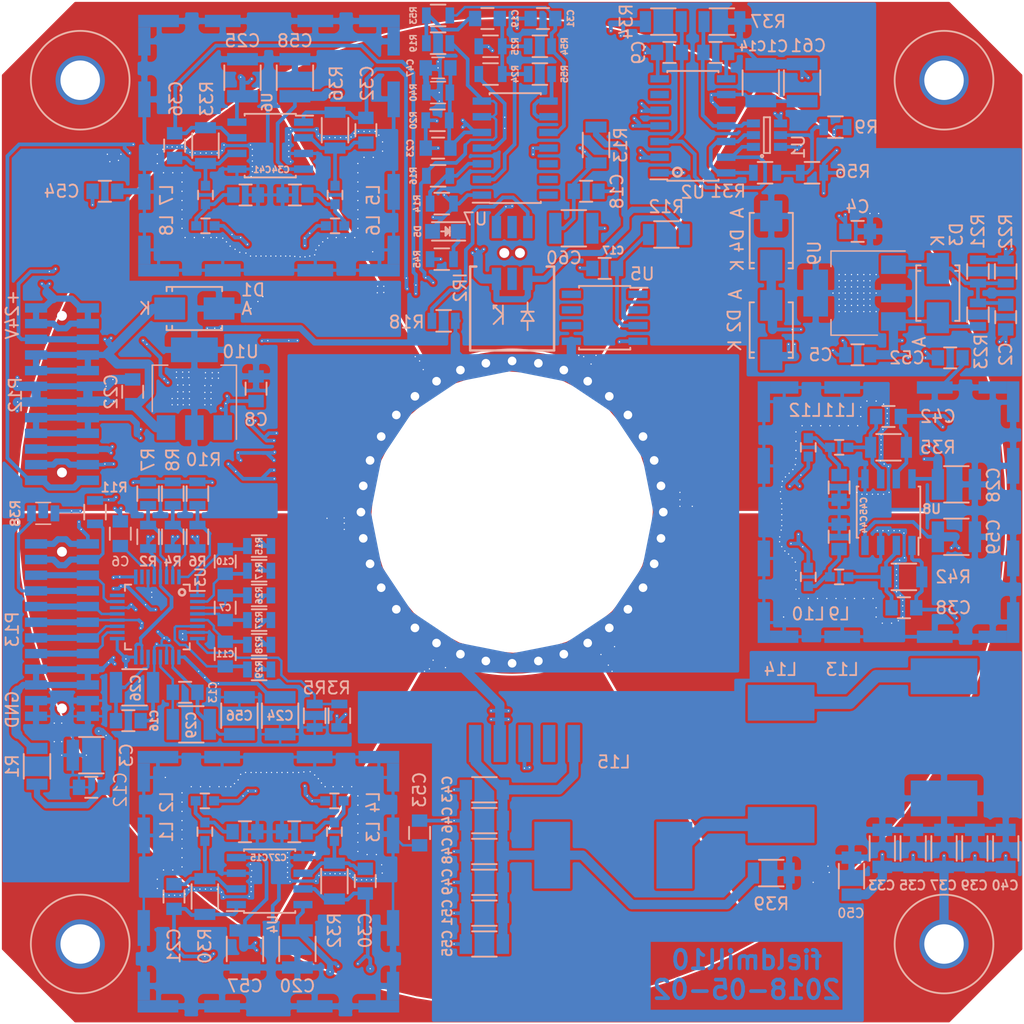
<source format=kicad_pcb>
(kicad_pcb (version 4) (host pcbnew 4.0.5+dfsg1-4)
  (layers (0 F.Cu signal hide) (1 In1.Cu signal hide) (2 In2.Cu signal hide) (3 In3.Cu signal) (4 In4.Cu signal) (31 B.Cu signal) (34 B.Paste user) (36 B.SilkS user) (38 B.Mask user) (39 F.Mask user hide) (44 Edge.Cuts user))
  (net 0 "")
  (net 1 GND)
  (net 2 /channel1/SENSORP)
  (net 3 /channel1/SENSORN)
  (net 4 /channel2/SENSORP)
  (net 5 /channel2/SENSORN)
  (net 6 /channel3/SENSORP)
  (net 7 /channel3/SENSORN)
  (net 8 "Net-(C10-Pad1)")
  (net 9 "Net-(C10-Pad2)")
  (net 10 "Net-(C11-Pad1)")
  (net 11 "Net-(C11-Pad2)")
  (net 12 "Net-(C13-Pad2)")
  (net 13 "Net-(C16-Pad1)")
  (net 14 +3V3)
  (net 15 /channel1/OUT+)
  (net 16 /channel1/OUT-)
  (net 17 /channel2/OUT+)
  (net 18 /channel2/OUT-)
  (net 19 /channel3/OUT+)
  (net 20 /channel3/OUT-)
  (net 21 /MOSI)
  (net 22 "Net-(R2-Pad1)")
  (net 23 "Net-(R3-Pad1)")
  (net 24 "Net-(R4-Pad1)")
  (net 25 "Net-(R10-Pad1)")
  (net 26 "Net-(R11-Pad1)")
  (net 27 "Net-(R14-Pad1)")
  (net 28 "Net-(C1-Pad1)")
  (net 29 "Net-(C7-Pad1)")
  (net 30 "Net-(C15-Pad1)")
  (net 31 VGND)
  (net 32 VDD)
  (net 33 "Net-(C18-Pad1)")
  (net 34 "Net-(C19-Pad1)")
  (net 35 "Net-(C21-Pad1)")
  (net 36 +5V)
  (net 37 -5V)
  (net 38 "Net-(C27-Pad2)")
  (net 39 "Net-(C30-Pad1)")
  (net 40 "Net-(C32-Pad1)")
  (net 41 "Net-(C34-Pad1)")
  (net 42 "Net-(C36-Pad1)")
  (net 43 "Net-(C38-Pad1)")
  (net 44 "Net-(C41-Pad2)")
  (net 45 "Net-(C42-Pad1)")
  (net 46 "Net-(C44-Pad1)")
  (net 47 "Net-(C45-Pad2)")
  (net 48 /PWM)
  (net 49 +24V)
  (net 50 /Tachometers/RAW_ITACH)
  (net 51 /ITACH)
  (net 52 /EN_VGND)
  (net 53 /ONEWIRE)
  (net 54 /f_ADC)
  (net 55 //CS_ADC)
  (net 56 /MISO)
  (net 57 //DRDY)
  (net 58 //DONE)
  (net 59 "Net-(P13-Pad7)")
  (net 60 SCLK)
  (net 61 "Net-(D5-Pad1)")
  (net 62 "Net-(IR2-PadK)")
  (net 63 "Net-(R55-Pad2)")
  (net 64 "Net-(C2-Pad2)")
  (net 65 -2V5)
  (net 66 "Net-(C6-Pad2)")
  (net 67 "Net-(C7-Pad2)")
  (net 68 +2V5)
  (net 69 "Net-(C9-Pad2)")
  (net 70 "Net-(C14-Pad2)")
  (net 71 "Net-(C17-Pad1)")
  (net 72 "Net-(C19-Pad2)")
  (net 73 "Net-(C23-Pad2)")
  (net 74 "Net-(C31-Pad1)")
  (net 75 "Net-(C43-Pad1)")
  (net 76 "Net-(L13-Pad2)")
  (net 77 "Net-(L14-Pad2)")
  (net 78 "Net-(P12-Pad21)")
  (net 79 "Net-(R31-Pad1)")
  (net 80 "Net-(R31-Pad2)")
  (module LEDs:LED_0805 (layer B.Cu) (at 94.6 77.25 180)
    (fp_text reference D5 (at 2.25 0 270) (layer B.SilkS) (effects (font (size 0.5 0.5) (thickness 0.125)) (justify mirror)))
    (fp_text value LED)
    (pad 2 smd rect (at 1.04902 0) (size 1.19888 1.19888) (layers B.Cu B.Paste B.Mask) (net 51 /ITACH))
    (pad 1 smd rect (at -1.04902 0) (size 1.19888 1.19888) (layers B.Cu B.Paste B.Mask) (net 61 "Net-(D5-Pad1)"))
  )
  (module Capacitors_SMD:C_1210 (layer B.Cu) (at 81.2 116.5 270)
    (fp_text reference C24 (at 0 0 360) (layer B.SilkS) (effects (font (size 0.75 0.75)) (justify mirror)))
    (fp_text value 100n)
    (pad 1 smd rect (at -1.5 0 270) (size 1 2.5) (layers B.Cu B.Paste B.Mask) (net 68 +2V5))
    (pad 2 smd rect (at 1.5 0 270) (size 1 2.5) (layers B.Cu B.Paste B.Mask) (net 1 GND))
  )
  (module Capacitors_SMD:C_1210 (layer B.Cu) (at 69.4 114.2)
    (fp_text reference C26 (at 0.1 0.05 90) (layer B.SilkS) (effects (font (size 0.75 0.75)) (justify mirror)))
    (fp_text value 100n)
    (pad 1 smd rect (at -1.5 0) (size 1 2.5) (layers B.Cu B.Paste B.Mask) (net 13 "Net-(C16-Pad1)"))
    (pad 2 smd rect (at 1.5 0) (size 1 2.5) (layers B.Cu B.Paste B.Mask) (net 65 -2V5))
  )
  (module SCUBE:LPPB032NFSP-RC-ITR20001 (layer B.Cu) (at 100 79 180)
    (fp_text reference IR2 (at 4.2 -2.8 450) (layer B.SilkS) (effects (justify mirror)))
    (fp_text value ITR20001)
    (pad A smd rect (at -1.27 -2.1 180) (size 0.76 1.8) (layers B.Cu B.Paste B.Mask) (net 14 +3V3))
    (pad K smd rect (at -1.27 2.1 180) (size 0.76 1.8) (layers B.Cu B.Paste B.Mask) (net 62 "Net-(IR2-PadK)"))
    (pad "" smd rect (at 0 -2.1 180) (size 0.76 1.8) (layers B.Cu B.Paste B.Mask))
    (pad "" smd rect (at 0 2.1 180) (size 0.76 1.8) (layers B.Cu B.Paste B.Mask))
    (pad C smd rect (at 1.27 -2.1 180) (size 0.76 1.8) (layers B.Cu B.Paste B.Mask) (net 14 +3V3))
    (pad E smd rect (at 1.27 2.1 180) (size 0.76 1.8) (layers B.Cu B.Paste B.Mask) (net 73 "Net-(C23-Pad2)"))
  )
  (module Resistors_SMD:R_0805 (layer B.Cu) (at 94 72.75)
    (fp_text reference R16 (at -2 0 90) (layer B.SilkS) (effects (font (size 0.5 0.5) (thickness 0.125)) (justify mirror)))
    (fp_text value 1k)
    (pad 1 smd rect (at -0.95 0) (size 0.7 1.3) (layers B.Cu B.Paste B.Mask) (net 50 /Tachometers/RAW_ITACH))
    (pad 2 smd rect (at 0.95 0) (size 0.7 1.3) (layers B.Cu B.Paste B.Mask) (net 27 "Net-(R14-Pad1)"))
  )
  (module Housings_QFP:LQFP-32_5x5mm_Pitch0.5mm (layer B.Cu) (at 71.25 108.5 180)
    (fp_text reference U3 (at -3.5 3.25 270) (layer B.SilkS) (effects (font (size 0.8 0.8)) (justify mirror)))
    (fp_text value ADS131A04IPBS)
    (pad 1 smd rect (at -3.25 1.75 180) (size 1.2 0.28) (layers B.Cu B.Paste B.Mask) (net 8 "Net-(C10-Pad1)"))
    (pad 2 smd rect (at -3.25 1.25 180) (size 1.2 0.28) (layers B.Cu B.Paste B.Mask) (net 9 "Net-(C10-Pad2)"))
    (pad 3 smd rect (at -3.25 0.75 180) (size 1.2 0.28) (layers B.Cu B.Paste B.Mask) (net 29 "Net-(C7-Pad1)"))
    (pad 4 smd rect (at -3.25 0.25 180) (size 1.2 0.28) (layers B.Cu B.Paste B.Mask) (net 67 "Net-(C7-Pad2)"))
    (pad 5 smd rect (at -3.25 -0.25 180) (size 1.2 0.28) (layers B.Cu B.Paste B.Mask) (net 10 "Net-(C11-Pad1)"))
    (pad 6 smd rect (at -3.25 -0.75 180) (size 1.2 0.28) (layers B.Cu B.Paste B.Mask) (net 11 "Net-(C11-Pad2)"))
    (pad 7 smd rect (at -3.25 -1.25 180) (size 1.2 0.28) (layers B.Cu B.Paste B.Mask) (net 1 GND))
    (pad 8 smd rect (at -3.25 -1.75 180) (size 1.2 0.28) (layers B.Cu B.Paste B.Mask) (net 23 "Net-(R3-Pad1)"))
    (pad 9 smd rect (at -1.75 -3.25 90) (size 1.2 0.28) (layers B.Cu B.Paste B.Mask) (net 68 +2V5))
    (pad 10 smd rect (at -1.25 -3.25 90) (size 1.2 0.28) (layers B.Cu B.Paste B.Mask) (net 65 -2V5))
    (pad 11 smd rect (at -0.75 -3.25 90) (size 1.2 0.28) (layers B.Cu B.Paste B.Mask) (net 65 -2V5))
    (pad 12 smd rect (at -0.25 -3.25 90) (size 1.2 0.28) (layers B.Cu B.Paste B.Mask) (net 12 "Net-(C13-Pad2)"))
    (pad 13 smd rect (at 0.25 -3.25 90) (size 1.2 0.28) (layers B.Cu B.Paste B.Mask) (net 65 -2V5))
    (pad 14 smd rect (at 0.75 -3.25 90) (size 1.2 0.28) (layers B.Cu B.Paste B.Mask) (net 13 "Net-(C16-Pad1)"))
    (pad 15 smd rect (at 1.25 -3.25 90) (size 1.2 0.28) (layers B.Cu B.Paste B.Mask) (net 32 VDD))
    (pad 16 smd rect (at 1.75 -3.25 90) (size 1.2 0.28) (layers B.Cu B.Paste B.Mask) (net 32 VDD))
    (pad 17 smd rect (at 3.25 -1.75 180) (size 1.2 0.28) (layers B.Cu B.Paste B.Mask) (net 32 VDD))
    (pad 18 smd rect (at 3.25 -1.25 180) (size 1.2 0.28) (layers B.Cu B.Paste B.Mask) (net 58 //DONE))
    (pad 19 smd rect (at 3.25 -0.75 180) (size 1.2 0.28) (layers B.Cu B.Paste B.Mask) (net 57 //DRDY))
    (pad 20 smd rect (at 3.25 -0.25 180) (size 1.2 0.28) (layers B.Cu B.Paste B.Mask) (net 21 /MOSI))
    (pad 21 smd rect (at 3.25 0.25 180) (size 1.2 0.28) (layers B.Cu B.Paste B.Mask) (net 56 /MISO))
    (pad 22 smd rect (at 3.25 0.75 180) (size 1.2 0.28) (layers B.Cu B.Paste B.Mask) (net 60 SCLK))
    (pad 23 smd rect (at 3.25 1.25 180) (size 1.2 0.28) (layers B.Cu B.Paste B.Mask) (net 55 //CS_ADC))
    (pad 24 smd rect (at 3.25 1.75 180) (size 1.2 0.28) (layers B.Cu B.Paste B.Mask))
    (pad 25 smd rect (at 1.75 3.25 90) (size 1.2 0.28) (layers B.Cu B.Paste B.Mask) (net 26 "Net-(R11-Pad1)"))
    (pad 26 smd rect (at 1.25 3.25 90) (size 1.2 0.28) (layers B.Cu B.Paste B.Mask))
    (pad 27 smd rect (at 0.75 3.25 90) (size 1.2 0.28) (layers B.Cu B.Paste B.Mask) (net 1 GND))
    (pad 28 smd rect (at 0.25 3.25 90) (size 1.2 0.28) (layers B.Cu B.Paste B.Mask) (net 66 "Net-(C6-Pad2)"))
    (pad 29 smd rect (at -0.25 3.25 90) (size 1.2 0.28) (layers B.Cu B.Paste B.Mask) (net 32 VDD))
    (pad 30 smd rect (at -0.75 3.25 90) (size 1.2 0.28) (layers B.Cu B.Paste B.Mask) (net 22 "Net-(R2-Pad1)"))
    (pad 31 smd rect (at -1.25 3.25 90) (size 1.2 0.28) (layers B.Cu B.Paste B.Mask) (net 24 "Net-(R4-Pad1)"))
    (pad 32 smd rect (at -1.75 3.25 90) (size 1.2 0.28) (layers B.Cu B.Paste B.Mask) (net 25 "Net-(R10-Pad1)"))
  )
  (module Housings_SOIC:SOIC-8_3.9x4.9mm_Pitch1.27mm (layer B.Cu) (at 130.5 100 90)
    (fp_text reference U8 (at 0.25 3.5 180) (layer B.SilkS) (effects (font (size 0.75 0.75)) (justify mirror)))
    (fp_text value LTC6241IS8#PBF)
    (pad 1 smd rect (at -2.7 1.905 90) (size 1.55 0.6) (layers B.Cu B.Paste B.Mask) (net 20 /channel3/OUT-))
    (pad 2 smd rect (at -2.7 0.635 90) (size 1.55 0.6) (layers B.Cu B.Paste B.Mask) (net 43 "Net-(C38-Pad1)"))
    (pad 3 smd rect (at -2.7 -0.635 90) (size 1.55 0.6) (layers B.Cu B.Paste B.Mask) (net 31 VGND))
    (pad 4 smd rect (at -2.7 -1.905 90) (size 1.55 0.6) (layers B.Cu B.Paste B.Mask) (net 65 -2V5))
    (pad 5 smd rect (at 2.7 -1.905 90) (size 1.55 0.6) (layers B.Cu B.Paste B.Mask) (net 31 VGND))
    (pad 6 smd rect (at 2.7 -0.635 90) (size 1.55 0.6) (layers B.Cu B.Paste B.Mask) (net 45 "Net-(C42-Pad1)"))
    (pad 7 smd rect (at 2.7 0.635 90) (size 1.55 0.6) (layers B.Cu B.Paste B.Mask) (net 19 /channel3/OUT+))
    (pad 8 smd rect (at 2.7 1.905 90) (size 1.55 0.6) (layers B.Cu B.Paste B.Mask) (net 68 +2V5))
  )
  (module Resistors_SMD:R_0805 (layer B.Cu) (at 86 116.5 270)
    (fp_text reference R3 (at -2.25 0.05 360) (layer B.SilkS) (effects (justify mirror)))
    (fp_text value 10k)
    (pad 1 smd rect (at -0.95 0 270) (size 0.7 1.3) (layers B.Cu B.Paste B.Mask) (net 23 "Net-(R3-Pad1)"))
    (pad 2 smd rect (at 0.95 0 270) (size 0.7 1.3) (layers B.Cu B.Paste B.Mask) (net 50 /Tachometers/RAW_ITACH))
  )
  (module Capacitors_SMD:C_0805 (layer B.Cu) (at 116.5 62.75 180)
    (fp_text reference C14 (at -3 0.5 360) (layer B.SilkS) (effects (font (size 0.75 0.75)) (justify mirror)))
    (fp_text value 10u)
    (pad 1 smd rect (at -1 0 180) (size 1 1.25) (layers B.Cu B.Paste B.Mask) (net 1 GND))
    (pad 2 smd rect (at 1 0 180) (size 1 1.25) (layers B.Cu B.Paste B.Mask) (net 70 "Net-(C14-Pad2)"))
  )
  (module Capacitors_SMD:C_0805 (layer B.Cu) (at 78.35 125.9)
    (fp_text reference C15 (at 1.15 2.1 180) (layer B.SilkS) (effects (font (size 0.5 0.5) (thickness 0.125)) (justify mirror)))
    (fp_text value 100p)
    (pad 1 smd rect (at -1 0) (size 1 1.25) (layers B.Cu B.Paste B.Mask) (net 30 "Net-(C15-Pad1)"))
    (pad 2 smd rect (at 1 0) (size 1 1.25) (layers B.Cu B.Paste B.Mask) (net 31 VGND))
  )
  (module Resistors_SMD:R_0805 (layer B.Cu) (at 94 62)
    (fp_text reference R19 (at -2 0 90) (layer B.SilkS) (effects (font (size 0.5 0.5) (thickness 0.125)) (justify mirror)))
    (fp_text value 10k)
    (pad 1 smd rect (at -0.95 0) (size 0.7 1.3) (layers B.Cu B.Paste B.Mask) (net 34 "Net-(C19-Pad1)"))
    (pad 2 smd rect (at 0.95 0) (size 0.7 1.3) (layers B.Cu B.Paste B.Mask) (net 50 /Tachometers/RAW_ITACH))
  )
  (module Capacitors_SMD:C_0805 (layer B.Cu) (at 69.25 90.25 90)
    (fp_text reference C22 (at 0 -1.75 90) (layer B.SilkS) (effects (justify mirror)))
    (fp_text value 10u)
    (pad 1 smd rect (at -1 0 90) (size 1 1.25) (layers B.Cu B.Paste B.Mask) (net 36 +5V))
    (pad 2 smd rect (at 1 0 90) (size 1 1.25) (layers B.Cu B.Paste B.Mask) (net 1 GND))
  )
  (module Capacitors_SMD:C_0805 (layer B.Cu) (at 94 70.5)
    (fp_text reference C23 (at -2.25 0 90) (layer B.SilkS) (effects (font (size 0.5 0.5) (thickness 0.125)) (justify mirror)))
    (fp_text value 10n)
    (pad 1 smd rect (at -1 0) (size 1 1.25) (layers B.Cu B.Paste B.Mask) (net 1 GND))
    (pad 2 smd rect (at 1 0) (size 1 1.25) (layers B.Cu B.Paste B.Mask) (net 73 "Net-(C23-Pad2)"))
  )
  (module Resistors_SMD:R_0805 (layer B.Cu) (at 94.45 84.5)
    (fp_text reference R18 (at -3 0.1 180) (layer B.SilkS) (effects (justify mirror)))
    (fp_text value 1k)
    (pad 1 smd rect (at -0.95 0) (size 0.7 1.3) (layers B.Cu B.Paste B.Mask) (net 62 "Net-(IR2-PadK)"))
    (pad 2 smd rect (at 0.95 0) (size 0.7 1.3) (layers B.Cu B.Paste B.Mask) (net 1 GND))
  )
  (module Resistors_SMD:R_0805 (layer B.Cu) (at 93.95 68.25 180)
    (fp_text reference R20 (at 1.95 0 270) (layer B.SilkS) (effects (font (size 0.5 0.5) (thickness 0.125)) (justify mirror)))
    (fp_text value 10k)
    (pad 1 smd rect (at -0.95 0 180) (size 0.7 1.3) (layers B.Cu B.Paste B.Mask) (net 73 "Net-(C23-Pad2)"))
    (pad 2 smd rect (at 0.95 0 180) (size 0.7 1.3) (layers B.Cu B.Paste B.Mask) (net 1 GND))
  )
  (module Capacitors_SMD:C_0805 (layer B.Cu) (at 140 84.2 90)
    (fp_text reference C2 (at -3 0 90) (layer B.SilkS) (effects (justify mirror)))
    (fp_text value 10u)
    (pad 1 smd rect (at -1 0 90) (size 1 1.25) (layers B.Cu B.Paste B.Mask) (net 1 GND))
    (pad 2 smd rect (at 1 0 90) (size 1 1.25) (layers B.Cu B.Paste B.Mask) (net 64 "Net-(C2-Pad2)"))
  )
  (module Capacitors_SMD:C_0805 (layer B.Cu) (at 128 77.25)
    (fp_text reference C4 (at 0 -2) (layer B.SilkS) (effects (justify mirror)))
    (fp_text value 10u)
    (pad 1 smd rect (at -1 0) (size 1 1.25) (layers B.Cu B.Paste B.Mask) (net 1 GND))
    (pad 2 smd rect (at 1 0) (size 1 1.25) (layers B.Cu B.Paste B.Mask) (net 37 -5V))
  )
  (module Capacitors_SMD:C_0805 (layer B.Cu) (at 128 87.25)
    (fp_text reference C5 (at -3 0) (layer B.SilkS) (effects (justify mirror)))
    (fp_text value 10u)
    (pad 1 smd rect (at -1 0) (size 1 1.25) (layers B.Cu B.Paste B.Mask) (net 1 GND))
    (pad 2 smd rect (at 1 0) (size 1 1.25) (layers B.Cu B.Paste B.Mask) (net 65 -2V5))
  )
  (module Capacitors_SMD:C_0805 (layer B.Cu) (at 68.25 101.75 270)
    (fp_text reference C6 (at 2.25 0 360) (layer B.SilkS) (effects (font (size 0.75 0.75) (thickness 0.125)) (justify mirror)))
    (fp_text value 1u)
    (pad 1 smd rect (at -1 0 270) (size 1 1.25) (layers B.Cu B.Paste B.Mask) (net 1 GND))
    (pad 2 smd rect (at 1 0 270) (size 1 1.25) (layers B.Cu B.Paste B.Mask) (net 66 "Net-(C6-Pad2)"))
  )
  (module Capacitors_SMD:C_0805 (layer B.Cu) (at 76.75 107.75 270)
    (fp_text reference C7 (at 0 0 360) (layer B.SilkS) (effects (font (size 0.5 0.5) (thickness 0.125)) (justify mirror)))
    (fp_text value 10n)
    (pad 1 smd rect (at -1 0 270) (size 1 1.25) (layers B.Cu B.Paste B.Mask) (net 29 "Net-(C7-Pad1)"))
    (pad 2 smd rect (at 1 0 270) (size 1 1.25) (layers B.Cu B.Paste B.Mask) (net 67 "Net-(C7-Pad2)"))
  )
  (module Capacitors_SMD:C_0805 (layer B.Cu) (at 79.25 90 270)
    (fp_text reference C8 (at 2.5 0 360) (layer B.SilkS) (effects (justify mirror)))
    (fp_text value 10u)
    (pad 1 smd rect (at -1 0 270) (size 1 1.25) (layers B.Cu B.Paste B.Mask) (net 68 +2V5))
    (pad 2 smd rect (at 1 0 270) (size 1 1.25) (layers B.Cu B.Paste B.Mask) (net 1 GND))
  )
  (module Capacitors_SMD:C_0805 (layer B.Cu) (at 112.75 62.75)
    (fp_text reference C9 (at -2.5 0 90) (layer B.SilkS) (effects (justify mirror)))
    (fp_text value 10u)
    (pad 1 smd rect (at -1 0) (size 1 1.25) (layers B.Cu B.Paste B.Mask) (net 1 GND))
    (pad 2 smd rect (at 1 0) (size 1 1.25) (layers B.Cu B.Paste B.Mask) (net 69 "Net-(C9-Pad2)"))
  )
  (module Capacitors_SMD:C_0805 (layer B.Cu) (at 76.75 104 270)
    (fp_text reference C10 (at 0 0 360) (layer B.SilkS) (effects (font (size 0.5 0.5) (thickness 0.125)) (justify mirror)))
    (fp_text value 10n)
    (pad 1 smd rect (at -1 0 270) (size 1 1.25) (layers B.Cu B.Paste B.Mask) (net 8 "Net-(C10-Pad1)"))
    (pad 2 smd rect (at 1 0 270) (size 1 1.25) (layers B.Cu B.Paste B.Mask) (net 9 "Net-(C10-Pad2)"))
  )
  (module Capacitors_SMD:C_0805 (layer B.Cu) (at 76.75 111.5 270)
    (fp_text reference C11 (at 0 0 360) (layer B.SilkS) (effects (font (size 0.5 0.5) (thickness 0.125)) (justify mirror)))
    (fp_text value 10n)
    (pad 1 smd rect (at -1 0 270) (size 1 1.25) (layers B.Cu B.Paste B.Mask) (net 10 "Net-(C11-Pad1)"))
    (pad 2 smd rect (at 1 0 270) (size 1 1.25) (layers B.Cu B.Paste B.Mask) (net 11 "Net-(C11-Pad2)"))
  )
  (module Capacitors_SMD:C_0805 (layer B.Cu) (at 65.9 122.3 180)
    (fp_text reference C12 (at -2.35 -0.2 270) (layer B.SilkS) (effects (font (thickness 0.125)) (justify mirror)))
    (fp_text value 10u)
    (pad 1 smd rect (at -1 0 180) (size 1 1.25) (layers B.Cu B.Paste B.Mask) (net 32 VDD))
    (pad 2 smd rect (at 1 0 180) (size 1 1.25) (layers B.Cu B.Paste B.Mask) (net 1 GND))
  )
  (module Capacitors_SMD:C_0805 (layer B.Cu) (at 73.5 114.6 180)
    (fp_text reference C13 (at -2.25 0 270) (layer B.SilkS) (effects (font (size 0.6 0.6) (thickness 0.125)) (justify mirror)))
    (fp_text value 1u)
    (pad 1 smd rect (at -1 0 180) (size 1 1.25) (layers B.Cu B.Paste B.Mask) (net 65 -2V5))
    (pad 2 smd rect (at 1 0 180) (size 1 1.25) (layers B.Cu B.Paste B.Mask) (net 12 "Net-(C13-Pad2)"))
  )
  (module Capacitors_SMD:C_0805 (layer B.Cu) (at 68.9 116.9)
    (fp_text reference C16 (at 2.1 0 90) (layer B.SilkS) (effects (font (size 0.6 0.6)) (justify mirror)))
    (fp_text value 1u)
    (pad 1 smd rect (at -1 0) (size 1 1.25) (layers B.Cu B.Paste B.Mask) (net 13 "Net-(C16-Pad1)"))
    (pad 2 smd rect (at 1 0) (size 1 1.25) (layers B.Cu B.Paste B.Mask) (net 65 -2V5))
  )
  (module Capacitors_SMD:C_0805 (layer B.Cu) (at 107.5 80.25 180)
    (fp_text reference C17 (at -0.7 1.45 360) (layer B.SilkS) (effects (font (size 0.6 0.6)) (justify mirror)))
    (fp_text value 10u)
    (pad 1 smd rect (at -1 0 180) (size 1 1.25) (layers B.Cu B.Paste B.Mask) (net 71 "Net-(C17-Pad1)"))
    (pad 2 smd rect (at 1 0 180) (size 1 1.25) (layers B.Cu B.Paste B.Mask) (net 1 GND))
  )
  (module Capacitors_SMD:C_0805 (layer B.Cu) (at 106 74)
    (fp_text reference C18 (at 2.5 0 90) (layer B.SilkS) (effects (justify mirror)))
    (fp_text value 10u)
    (pad 1 smd rect (at -1 0) (size 1 1.25) (layers B.Cu B.Paste B.Mask) (net 33 "Net-(C18-Pad1)"))
    (pad 2 smd rect (at 1 0) (size 1 1.25) (layers B.Cu B.Paste B.Mask) (net 1 GND))
  )
  (module Capacitors_SMD:C_0805 (layer B.Cu) (at 98 60)
    (fp_text reference C19 (at 2.25 0 90) (layer B.SilkS) (effects (font (size 0.5 0.5) (thickness 0.125)) (justify mirror)))
    (fp_text value 10u)
    (pad 1 smd rect (at -1 0) (size 1 1.25) (layers B.Cu B.Paste B.Mask) (net 34 "Net-(C19-Pad1)"))
    (pad 2 smd rect (at 1 0) (size 1 1.25) (layers B.Cu B.Paste B.Mask) (net 72 "Net-(C19-Pad2)"))
  )
  (module Capacitors_SMD:C_0805 (layer B.Cu) (at 82.35 125.9)
    (fp_text reference C27 (at -1.35 2.1 180) (layer B.SilkS) (effects (font (size 0.5 0.5) (thickness 0.125)) (justify mirror)))
    (fp_text value 100p)
    (pad 1 smd rect (at -1 0) (size 1 1.25) (layers B.Cu B.Paste B.Mask) (net 31 VGND))
    (pad 2 smd rect (at 1 0) (size 1 1.25) (layers B.Cu B.Paste B.Mask) (net 38 "Net-(C27-Pad2)"))
  )
  (module Capacitors_SMD:C_0805 (layer B.Cu) (at 82.4 74.3 180)
    (fp_text reference C34 (at 1.15 2.05 360) (layer B.SilkS) (effects (font (size 0.5 0.5) (thickness 0.125)) (justify mirror)))
    (fp_text value 100p)
    (pad 1 smd rect (at -1 0 180) (size 1 1.25) (layers B.Cu B.Paste B.Mask) (net 41 "Net-(C34-Pad1)"))
    (pad 2 smd rect (at 1 0 180) (size 1 1.25) (layers B.Cu B.Paste B.Mask) (net 31 VGND))
  )
  (module Resistors_SMD:R_0805 (layer B.Cu) (at 70.5 102 270)
    (fp_text reference R2 (at 2 0 360) (layer B.SilkS) (effects (font (size 0.75 0.75)) (justify mirror)))
    (fp_text value 0)
    (pad 1 smd rect (at -0.95 0 270) (size 0.7 1.3) (layers B.Cu B.Paste B.Mask) (net 22 "Net-(R2-Pad1)"))
    (pad 2 smd rect (at 0.95 0 270) (size 0.7 1.3) (layers B.Cu B.Paste B.Mask) (net 32 VDD))
  )
  (module Resistors_SMD:R_0805 (layer B.Cu) (at 72.5 102 270)
    (fp_text reference R4 (at 2 0 360) (layer B.SilkS) (effects (font (size 0.75 0.75)) (justify mirror)))
    (fp_text value open)
    (pad 1 smd rect (at -0.95 0 270) (size 0.7 1.3) (layers B.Cu B.Paste B.Mask) (net 24 "Net-(R4-Pad1)"))
    (pad 2 smd rect (at 0.95 0 270) (size 0.7 1.3) (layers B.Cu B.Paste B.Mask) (net 32 VDD))
  )
  (module Resistors_SMD:R_0805 (layer B.Cu) (at 84 116.5 270)
    (fp_text reference R5 (at -2.25 0 360) (layer B.SilkS) (effects (justify mirror)))
    (fp_text value 10k)
    (pad 1 smd rect (at -0.95 0 270) (size 0.7 1.3) (layers B.Cu B.Paste B.Mask) (net 23 "Net-(R3-Pad1)"))
    (pad 2 smd rect (at 0.95 0 270) (size 0.7 1.3) (layers B.Cu B.Paste B.Mask) (net 1 GND))
  )
  (module Resistors_SMD:R_0805 (layer B.Cu) (at 74.5 102 270)
    (fp_text reference R6 (at 2 0 360) (layer B.SilkS) (effects (font (size 0.75 0.75)) (justify mirror)))
    (fp_text value open)
    (pad 1 smd rect (at -0.95 0 270) (size 0.7 1.3) (layers B.Cu B.Paste B.Mask) (net 25 "Net-(R10-Pad1)"))
    (pad 2 smd rect (at 0.95 0 270) (size 0.7 1.3) (layers B.Cu B.Paste B.Mask) (net 32 VDD))
  )
  (module Resistors_SMD:R_0805 (layer B.Cu) (at 70.5 98.5 90)
    (fp_text reference R7 (at 2.75 0 90) (layer B.SilkS) (effects (justify mirror)))
    (fp_text value open)
    (pad 1 smd rect (at -0.95 0 90) (size 0.7 1.3) (layers B.Cu B.Paste B.Mask) (net 22 "Net-(R2-Pad1)"))
    (pad 2 smd rect (at 0.95 0 90) (size 0.7 1.3) (layers B.Cu B.Paste B.Mask) (net 1 GND))
  )
  (module Resistors_SMD:R_0805 (layer B.Cu) (at 72.5 98.5 90)
    (fp_text reference R8 (at 2.75 0 90) (layer B.SilkS) (effects (justify mirror)))
    (fp_text value 0)
    (pad 1 smd rect (at -0.95 0 90) (size 0.7 1.3) (layers B.Cu B.Paste B.Mask) (net 24 "Net-(R4-Pad1)"))
    (pad 2 smd rect (at 0.95 0 90) (size 0.7 1.3) (layers B.Cu B.Paste B.Mask) (net 1 GND))
  )
  (module Resistors_SMD:R_0805 (layer B.Cu) (at 126.2 68.8)
    (fp_text reference R9 (at 2.50001 0.00001) (layer B.SilkS) (effects (justify mirror)))
    (fp_text value 10k)
    (pad 1 smd rect (at -0.95 0) (size 0.7 1.3) (layers B.Cu B.Paste B.Mask) (net 79 "Net-(R31-Pad1)"))
    (pad 2 smd rect (at 0.95 0) (size 0.7 1.3) (layers B.Cu B.Paste B.Mask) (net 1 GND))
  )
  (module Resistors_SMD:R_0805 (layer B.Cu) (at 74.5 98.5 90)
    (fp_text reference R10 (at 2.75 0.5 180) (layer B.SilkS) (effects (justify mirror)))
    (fp_text value 0)
    (pad 1 smd rect (at -0.95 0 90) (size 0.7 1.3) (layers B.Cu B.Paste B.Mask) (net 25 "Net-(R10-Pad1)"))
    (pad 2 smd rect (at 0.95 0 90) (size 0.7 1.3) (layers B.Cu B.Paste B.Mask) (net 1 GND))
  )
  (module Resistors_SMD:R_0805 (layer B.Cu) (at 66.2 100 270)
    (fp_text reference R11 (at -2 -1.55 360) (layer B.SilkS) (effects (font (size 0.75 0.75)) (justify mirror)))
    (fp_text value 50)
    (pad 1 smd rect (at -0.95 0 270) (size 0.7 1.3) (layers B.Cu B.Paste B.Mask) (net 26 "Net-(R11-Pad1)"))
    (pad 2 smd rect (at 0.95 0 270) (size 0.7 1.3) (layers B.Cu B.Paste B.Mask) (net 54 /f_ADC))
  )
  (module Resistors_SMD:R_0805 (layer B.Cu) (at 79.5 102.75)
    (fp_text reference R15 (at 0 0 90) (layer B.SilkS) (effects (font (size 0.5 0.5) (thickness 0.125)) (justify mirror)))
    (fp_text value 10k)
    (pad 1 smd rect (at -0.95 0) (size 0.7 1.3) (layers B.Cu B.Paste B.Mask) (net 8 "Net-(C10-Pad1)"))
    (pad 2 smd rect (at 0.95 0) (size 0.7 1.3) (layers B.Cu B.Paste B.Mask) (net 16 /channel1/OUT-))
  )
  (module Resistors_SMD:R_0805 (layer B.Cu) (at 79.5 104.75 180)
    (fp_text reference R17 (at 0 0 270) (layer B.SilkS) (effects (font (size 0.5 0.5) (thickness 0.125)) (justify mirror)))
    (fp_text value 10k)
    (pad 1 smd rect (at -0.95 0 180) (size 0.7 1.3) (layers B.Cu B.Paste B.Mask) (net 15 /channel1/OUT+))
    (pad 2 smd rect (at 0.95 0 180) (size 0.7 1.3) (layers B.Cu B.Paste B.Mask) (net 9 "Net-(C10-Pad2)"))
  )
  (module Resistors_SMD:R_0805 (layer B.Cu) (at 79.5 106.75)
    (fp_text reference R26 (at 0 0 90) (layer B.SilkS) (effects (font (size 0.5 0.5) (thickness 0.125)) (justify mirror)))
    (fp_text value 10k)
    (pad 1 smd rect (at -0.95 0) (size 0.7 1.3) (layers B.Cu B.Paste B.Mask) (net 29 "Net-(C7-Pad1)"))
    (pad 2 smd rect (at 0.95 0) (size 0.7 1.3) (layers B.Cu B.Paste B.Mask) (net 18 /channel2/OUT-))
  )
  (module Resistors_SMD:R_0805 (layer B.Cu) (at 79.5 108.75 180)
    (fp_text reference R27 (at 0 0 270) (layer B.SilkS) (effects (font (size 0.5 0.5) (thickness 0.125)) (justify mirror)))
    (fp_text value 10k)
    (pad 1 smd rect (at -0.95 0 180) (size 0.7 1.3) (layers B.Cu B.Paste B.Mask) (net 17 /channel2/OUT+))
    (pad 2 smd rect (at 0.95 0 180) (size 0.7 1.3) (layers B.Cu B.Paste B.Mask) (net 67 "Net-(C7-Pad2)"))
  )
  (module Resistors_SMD:R_0805 (layer B.Cu) (at 79.5 110.75)
    (fp_text reference R28 (at 0 0 90) (layer B.SilkS) (effects (font (size 0.5 0.5) (thickness 0.125)) (justify mirror)))
    (fp_text value 10k)
    (pad 1 smd rect (at -0.95 0) (size 0.7 1.3) (layers B.Cu B.Paste B.Mask) (net 10 "Net-(C11-Pad1)"))
    (pad 2 smd rect (at 0.95 0) (size 0.7 1.3) (layers B.Cu B.Paste B.Mask) (net 20 /channel3/OUT-))
  )
  (module Resistors_SMD:R_0805 (layer B.Cu) (at 79.5 112.75 180)
    (fp_text reference R29 (at 0 0 270) (layer B.SilkS) (effects (font (size 0.5 0.5) (thickness 0.125)) (justify mirror)))
    (fp_text value 10k)
    (pad 1 smd rect (at -0.95 0 180) (size 0.7 1.3) (layers B.Cu B.Paste B.Mask) (net 19 /channel3/OUT+))
    (pad 2 smd rect (at 0.95 0 180) (size 0.7 1.3) (layers B.Cu B.Paste B.Mask) (net 11 "Net-(C11-Pad2)"))
  )
  (module Housings_SOIC:SOIC-8_3.9x4.9mm_Pitch1.27mm (layer B.Cu) (at 80.35 129.9)
    (fp_text reference U4 (at 0.25 3.5 90) (layer B.SilkS) (effects (font (size 0.75 0.75)) (justify mirror)))
    (fp_text value LTC6241IS8#PBF)
    (pad 1 smd rect (at -2.7 1.905) (size 1.55 0.6) (layers B.Cu B.Paste B.Mask) (net 16 /channel1/OUT-))
    (pad 2 smd rect (at -2.7 0.635) (size 1.55 0.6) (layers B.Cu B.Paste B.Mask) (net 35 "Net-(C21-Pad1)"))
    (pad 3 smd rect (at -2.7 -0.635) (size 1.55 0.6) (layers B.Cu B.Paste B.Mask) (net 31 VGND))
    (pad 4 smd rect (at -2.7 -1.905) (size 1.55 0.6) (layers B.Cu B.Paste B.Mask) (net 65 -2V5))
    (pad 5 smd rect (at 2.7 -1.905) (size 1.55 0.6) (layers B.Cu B.Paste B.Mask) (net 31 VGND))
    (pad 6 smd rect (at 2.7 -0.635) (size 1.55 0.6) (layers B.Cu B.Paste B.Mask) (net 39 "Net-(C30-Pad1)"))
    (pad 7 smd rect (at 2.7 0.635) (size 1.55 0.6) (layers B.Cu B.Paste B.Mask) (net 15 /channel1/OUT+))
    (pad 8 smd rect (at 2.7 1.905) (size 1.55 0.6) (layers B.Cu B.Paste B.Mask) (net 68 +2V5))
  )
  (module Housings_SOIC:SOIC-8_3.9x4.9mm_Pitch1.27mm (layer B.Cu) (at 107.5 84.25 180)
    (fp_text reference U5 (at -3.05 3.55 180) (layer B.SilkS) (effects (justify mirror)))
    (fp_text value DS18B20Z+)
    (pad 1 smd rect (at -2.7 1.905 180) (size 1.55 0.6) (layers B.Cu B.Paste B.Mask))
    (pad 2 smd rect (at -2.7 0.635 180) (size 1.55 0.6) (layers B.Cu B.Paste B.Mask))
    (pad 3 smd rect (at -2.7 -0.635 180) (size 1.55 0.6) (layers B.Cu B.Paste B.Mask) (net 71 "Net-(C17-Pad1)"))
    (pad 4 smd rect (at -2.7 -1.905 180) (size 1.55 0.6) (layers B.Cu B.Paste B.Mask) (net 53 /ONEWIRE))
    (pad 5 smd rect (at 2.7 -1.905 180) (size 1.55 0.6) (layers B.Cu B.Paste B.Mask) (net 1 GND))
    (pad 6 smd rect (at 2.7 -0.635 180) (size 1.55 0.6) (layers B.Cu B.Paste B.Mask))
    (pad 7 smd rect (at 2.7 0.635 180) (size 1.55 0.6) (layers B.Cu B.Paste B.Mask))
    (pad 8 smd rect (at 2.7 1.905 180) (size 1.55 0.6) (layers B.Cu B.Paste B.Mask))
  )
  (module Housings_SOIC:SOIC-8_3.9x4.9mm_Pitch1.27mm (layer B.Cu) (at 80.4 70.3 180)
    (fp_text reference U6 (at 0.25 3.5 270) (layer B.SilkS) (effects (font (size 0.8 0.8)) (justify mirror)))
    (fp_text value LTC6241IS8#PBF)
    (pad 1 smd rect (at -2.7 1.905 180) (size 1.55 0.6) (layers B.Cu B.Paste B.Mask) (net 18 /channel2/OUT-))
    (pad 2 smd rect (at -2.7 0.635 180) (size 1.55 0.6) (layers B.Cu B.Paste B.Mask) (net 40 "Net-(C32-Pad1)"))
    (pad 3 smd rect (at -2.7 -0.635 180) (size 1.55 0.6) (layers B.Cu B.Paste B.Mask) (net 31 VGND))
    (pad 4 smd rect (at -2.7 -1.905 180) (size 1.55 0.6) (layers B.Cu B.Paste B.Mask) (net 65 -2V5))
    (pad 5 smd rect (at 2.7 -1.905 180) (size 1.55 0.6) (layers B.Cu B.Paste B.Mask) (net 31 VGND))
    (pad 6 smd rect (at 2.7 -0.635 180) (size 1.55 0.6) (layers B.Cu B.Paste B.Mask) (net 42 "Net-(C36-Pad1)"))
    (pad 7 smd rect (at 2.7 0.635 180) (size 1.55 0.6) (layers B.Cu B.Paste B.Mask) (net 17 /channel2/OUT+))
    (pad 8 smd rect (at 2.7 1.905 180) (size 1.55 0.6) (layers B.Cu B.Paste B.Mask) (net 68 +2V5))
  )
  (module Resistors_SMD:R_0805 (layer B.Cu) (at 94.3 75)
    (fp_text reference R14 (at -2 0 90) (layer B.SilkS) (effects (font (size 0.5 0.5) (thickness 0.125)) (justify mirror)))
    (fp_text value 1M)
    (pad 1 smd rect (at -0.95 0) (size 0.7 1.3) (layers B.Cu B.Paste B.Mask) (net 27 "Net-(R14-Pad1)"))
    (pad 2 smd rect (at 0.95 0) (size 0.7 1.3) (layers B.Cu B.Paste B.Mask) (net 51 /ITACH))
  )
  (module Capacitors_SMD:C_0805 (layer B.Cu) (at 126.5 102 90)
    (fp_text reference C44 (at 1 2 270) (layer B.SilkS) (effects (font (size 0.5 0.5) (thickness 0.125)) (justify mirror)))
    (fp_text value 100p)
    (pad 1 smd rect (at -1 0 90) (size 1 1.25) (layers B.Cu B.Paste B.Mask) (net 46 "Net-(C44-Pad1)"))
    (pad 2 smd rect (at 1 0 90) (size 1 1.25) (layers B.Cu B.Paste B.Mask) (net 31 VGND))
  )
  (module Capacitors_SMD:C_0805 (layer B.Cu) (at 126.5 98 90)
    (fp_text reference C45 (at -1.5 2 270) (layer B.SilkS) (effects (font (size 0.5 0.5) (thickness 0.125)) (justify mirror)))
    (fp_text value 100p)
    (pad 1 smd rect (at -1 0 90) (size 1 1.25) (layers B.Cu B.Paste B.Mask) (net 31 VGND))
    (pad 2 smd rect (at 1 0 90) (size 1 1.25) (layers B.Cu B.Paste B.Mask) (net 47 "Net-(C45-Pad2)"))
  )
  (module Capacitors_SMD:C_1210 (layer B.Cu) (at 120.15 65.2 90)
    (fp_text reference C1 (at 2.95 1.35 180) (layer B.SilkS) (effects (font (size 0.9 0.9)) (justify mirror)))
    (fp_text value 47u)
    (pad 1 smd rect (at -1.5 0 90) (size 1 2.5) (layers B.Cu B.Paste B.Mask) (net 28 "Net-(C1-Pad1)"))
    (pad 2 smd rect (at 1.5 0 90) (size 1 2.5) (layers B.Cu B.Paste B.Mask) (net 1 GND))
  )
  (module Capacitors_SMD:C_0805 (layer B.Cu) (at 102.5 60 180)
    (fp_text reference C31 (at -2.25 0 270) (layer B.SilkS) (effects (font (size 0.5 0.5) (thickness 0.125)) (justify mirror)))
    (fp_text value 10u)
    (pad 1 smd rect (at -1 0 180) (size 1 1.25) (layers B.Cu B.Paste B.Mask) (net 74 "Net-(C31-Pad1)"))
    (pad 2 smd rect (at 1 0 180) (size 1 1.25) (layers B.Cu B.Paste B.Mask) (net 1 GND))
  )
  (module Capacitors_SMD:C_0805 (layer B.Cu) (at 78.4 74.3 180)
    (fp_text reference C41 (at -1.35 2.05 360) (layer B.SilkS) (effects (font (size 0.5 0.5) (thickness 0.125)) (justify mirror)))
    (fp_text value 100p)
    (pad 1 smd rect (at -1 0 180) (size 1 1.25) (layers B.Cu B.Paste B.Mask) (net 31 VGND))
    (pad 2 smd rect (at 1 0 180) (size 1 1.25) (layers B.Cu B.Paste B.Mask) (net 44 "Net-(C41-Pad2)"))
  )
  (module TO_SOT_Packages_SMD:SOT-23-6 (layer B.Cu) (at 120.65 69.45)
    (fp_text reference U1 (at 2.55 0.95 90) (layer B.SilkS) (effects (justify mirror)))
    (fp_text value ADG601BRTZ)
    (pad 1 smd rect (at -1.1 0.95) (size 1.06 0.65) (layers B.Cu B.Paste B.Mask) (net 69 "Net-(C9-Pad2)"))
    (pad 2 smd rect (at -1.1 0) (size 1.06 0.65) (layers B.Cu B.Paste B.Mask) (net 80 "Net-(R31-Pad2)"))
    (pad 3 smd rect (at -1.1 -0.95) (size 1.06 0.65) (layers B.Cu B.Paste B.Mask) (net 70 "Net-(C14-Pad2)"))
    (pad 4 smd rect (at 1.1 -0.95) (size 1.06 0.65) (layers B.Cu B.Paste B.Mask) (net 1 GND))
    (pad 6 smd rect (at 1.1 0.95) (size 1.06 0.65) (layers B.Cu B.Paste B.Mask) (net 52 /EN_VGND))
    (pad 5 smd rect (at 1.1 0) (size 1.06 0.65) (layers B.Cu B.Paste B.Mask) (net 79 "Net-(R31-Pad1)"))
  )
  (module Housings_SOIC:SOIC-14_3.9x8.7mm_Pitch1.27mm (layer B.Cu) (at 114.65 68.7)
    (fp_text reference U2 (at 0 5.375) (layer B.SilkS) (effects (justify mirror)))
    (fp_text value MAX504ESD)
    (pad 1 smd rect (at -2.7 3.81) (size 1.5 0.6) (layers B.Cu B.Paste B.Mask) (net 28 "Net-(C1-Pad1)"))
    (pad 2 smd rect (at -2.7 2.54) (size 1.5 0.6) (layers B.Cu B.Paste B.Mask) (net 21 /MOSI))
    (pad 3 smd rect (at -2.7 1.27) (size 1.5 0.6) (layers B.Cu B.Paste B.Mask) (net 69 "Net-(C9-Pad2)"))
    (pad 4 smd rect (at -2.7 0) (size 1.5 0.6) (layers B.Cu B.Paste B.Mask) (net 60 SCLK))
    (pad 5 smd rect (at -2.7 -1.27) (size 1.5 0.6) (layers B.Cu B.Paste B.Mask) (net 78 "Net-(P12-Pad21)"))
    (pad 6 smd rect (at -2.7 -2.54) (size 1.5 0.6) (layers B.Cu B.Paste B.Mask))
    (pad 7 smd rect (at -2.7 -3.81) (size 1.5 0.6) (layers B.Cu B.Paste B.Mask) (net 1 GND))
    (pad 8 smd rect (at 2.7 -3.81) (size 1.5 0.6) (layers B.Cu B.Paste B.Mask) (net 1 GND))
    (pad 9 smd rect (at 2.7 -2.54) (size 1.5 0.6) (layers B.Cu B.Paste B.Mask) (net 28 "Net-(C1-Pad1)"))
    (pad 10 smd rect (at 2.7 -1.27) (size 1.5 0.6) (layers B.Cu B.Paste B.Mask) (net 28 "Net-(C1-Pad1)"))
    (pad 11 smd rect (at 2.7 0) (size 1.5 0.6) (layers B.Cu B.Paste B.Mask) (net 70 "Net-(C14-Pad2)"))
    (pad 12 smd rect (at 2.7 1.27) (size 1.5 0.6) (layers B.Cu B.Paste B.Mask) (net 80 "Net-(R31-Pad2)"))
    (pad 13 smd rect (at 2.7 2.54) (size 1.5 0.6) (layers B.Cu B.Paste B.Mask) (net 69 "Net-(C9-Pad2)"))
    (pad 14 smd rect (at 2.7 3.81) (size 1.5 0.6) (layers B.Cu B.Paste B.Mask) (net 80 "Net-(R31-Pad2)"))
  )
  (module Capacitors_SMD:C_0805 (layer B.Cu) (at 94 64 180)
    (fp_text reference C47 (at 2.25 0 270) (layer B.SilkS) (effects (font (size 0.5 0.5) (thickness 0.125)) (justify mirror)))
    (fp_text value open)
    (pad 1 smd rect (at -1 0 180) (size 1 1.25) (layers B.Cu B.Paste B.Mask) (net 73 "Net-(C23-Pad2)"))
    (pad 2 smd rect (at 1 0 180) (size 1 1.25) (layers B.Cu B.Paste B.Mask) (net 37 -5V))
  )
  (module Resistors_SMD:R_0805 (layer B.Cu) (at 62 100.1 180)
    (fp_text reference R38 (at 2.25 0 270) (layer B.SilkS) (effects (font (size 0.75 0.75)) (justify mirror)))
    (fp_text value 50)
    (pad 1 smd rect (at -0.95 0 180) (size 0.7 1.3) (layers B.Cu B.Paste B.Mask) (net 60 SCLK))
    (pad 2 smd rect (at 0.95 0 180) (size 0.7 1.3) (layers B.Cu B.Paste B.Mask) (net 59 "Net-(P13-Pad7)"))
  )
  (module Resistors_SMD:R_0805 (layer B.Cu) (at 94 66 180)
    (fp_text reference R40 (at 2 0 270) (layer B.SilkS) (effects (font (size 0.5 0.5) (thickness 0.125)) (justify mirror)))
    (fp_text value open)
    (pad 1 smd rect (at -0.95 0 180) (size 0.7 1.3) (layers B.Cu B.Paste B.Mask) (net 73 "Net-(C23-Pad2)"))
    (pad 2 smd rect (at 0.95 0 180) (size 0.7 1.3) (layers B.Cu B.Paste B.Mask) (net 37 -5V))
  )
  (module SCUBE:M3_FM_PTH (layer F.Cu) (at 65 135)
    (fp_text reference P7 hide)
    (fp_text value M3)
    (pad 1 thru_hole circle (at 0 0) (size 4 4) (drill 3.2) (layers *.Cu *.Mask) (net 1 GND))
  )
  (module SCUBE:M3_FM_PTH (layer F.Cu) (at 135 135)
    (fp_text reference P8 hide)
    (fp_text value M3)
    (pad 1 thru_hole circle (at 0 0) (size 4 4) (drill 3.2) (layers *.Cu *.Mask) (net 1 GND))
  )
  (module SCUBE:M3_FM_PTH (layer F.Cu) (at 65 65)
    (fp_text reference P9 hide)
    (fp_text value M3)
    (pad 1 thru_hole circle (at 0 0) (size 4 4) (drill 3.2) (layers *.Cu *.Mask) (net 1 GND))
  )
  (module SCUBE:M3_FM_PTH (layer F.Cu) (at 135 65)
    (fp_text reference P10 hide)
    (fp_text value M3)
    (pad 1 thru_hole circle (at 0 0) (size 4 4) (drill 3.2) (layers *.Cu *.Mask) (net 1 GND))
  )
  (module SCUBE:MOTOR_SMD (layer B.Cu) (at 101 118.75 180)
    (fp_text reference P11 hide)
    (fp_text value CONN_01X05)
    (pad 1 smd rect (at -4 0 180) (size 1 3) (layers B.Cu B.Paste B.Mask) (net 75 "Net-(C43-Pad1)"))
    (pad 2 smd rect (at -2 0 180) (size 1 3) (layers B.Cu B.Paste B.Mask))
    (pad 3 smd rect (at 0 0 180) (size 1 3) (layers B.Cu B.Paste B.Mask) (net 48 /PWM))
    (pad 4 smd rect (at 2 0 180) (size 1 3) (layers B.Cu B.Paste B.Mask) (net 1 GND))
    (pad 5 smd rect (at 4 0 180) (size 1 3) (layers B.Cu B.Paste B.Mask) (net 75 "Net-(C43-Pad1)"))
  )
  (module Resistors_SMD:R_0805 (layer B.Cu) (at 94.3 79.5 180)
    (fp_text reference R45 (at 2 0 270) (layer B.SilkS) (effects (font (size 0.5 0.5) (thickness 0.125)) (justify mirror)))
    (fp_text value 1k)
    (pad 1 smd rect (at -0.95 0 180) (size 0.7 1.3) (layers B.Cu B.Paste B.Mask) (net 61 "Net-(D5-Pad1)"))
    (pad 2 smd rect (at 0.95 0 180) (size 0.7 1.3) (layers B.Cu B.Paste B.Mask) (net 1 GND))
  )
  (module Resistors_SMD:R_0805 (layer B.Cu) (at 94 59.75 180)
    (fp_text reference R53 (at 2 0 270) (layer B.SilkS) (effects (font (size 0.5 0.5) (thickness 0.125)) (justify mirror)))
    (fp_text value 10k)
    (pad 1 smd rect (at -0.95 0 180) (size 0.7 1.3) (layers B.Cu B.Paste B.Mask) (net 74 "Net-(C31-Pad1)"))
    (pad 2 smd rect (at 0.95 0 180) (size 0.7 1.3) (layers B.Cu B.Paste B.Mask) (net 34 "Net-(C19-Pad1)"))
  )
  (module Resistors_SMD:R_0805 (layer B.Cu) (at 102.25 62.25)
    (fp_text reference R54 (at 2 0 90) (layer B.SilkS) (effects (font (size 0.5 0.5) (thickness 0.125)) (justify mirror)))
    (fp_text value open)
    (pad 1 smd rect (at -0.95 0) (size 0.7 1.3) (layers B.Cu B.Paste B.Mask) (net 72 "Net-(C19-Pad2)"))
    (pad 2 smd rect (at 0.95 0) (size 0.7 1.3) (layers B.Cu B.Paste B.Mask) (net 74 "Net-(C31-Pad1)"))
  )
  (module Resistors_SMD:R_0805 (layer B.Cu) (at 102.25 64.5)
    (fp_text reference R55 (at 2 0 90) (layer B.SilkS) (effects (font (size 0.5 0.5) (thickness 0.125)) (justify mirror)))
    (fp_text value 0)
    (pad 1 smd rect (at -0.95 0) (size 0.7 1.3) (layers B.Cu B.Paste B.Mask) (net 72 "Net-(C19-Pad2)"))
    (pad 2 smd rect (at 0.95 0) (size 0.7 1.3) (layers B.Cu B.Paste B.Mask) (net 63 "Net-(R55-Pad2)"))
  )
  (module Capacitors_SMD:C_0805 (layer B.Cu) (at 135.5 87.5 180)
    (fp_text reference C52 (at 3.5 0 180) (layer B.SilkS) (effects (justify mirror)))
    (fp_text value open)
    (pad 1 smd rect (at -1 0 180) (size 1 1.25) (layers B.Cu B.Paste B.Mask) (net 31 VGND))
    (pad 2 smd rect (at 1 0 180) (size 1 1.25) (layers B.Cu B.Paste B.Mask) (net 1 GND))
  )
  (module Capacitors_SMD:C_0805 (layer B.Cu) (at 92.5 126 90)
    (fp_text reference C53 (at 3.5 0 270) (layer B.SilkS) (effects (justify mirror)))
    (fp_text value open)
    (pad 1 smd rect (at -1 0 90) (size 1 1.25) (layers B.Cu B.Paste B.Mask) (net 31 VGND))
    (pad 2 smd rect (at 1 0 90) (size 1 1.25) (layers B.Cu B.Paste B.Mask) (net 1 GND))
  )
  (module Capacitors_SMD:C_0805 (layer B.Cu) (at 67 74 180)
    (fp_text reference C54 (at 3.5 0 180) (layer B.SilkS) (effects (justify mirror)))
    (fp_text value open)
    (pad 1 smd rect (at -1 0 180) (size 1 1.25) (layers B.Cu B.Paste B.Mask) (net 31 VGND))
    (pad 2 smd rect (at 1 0 180) (size 1 1.25) (layers B.Cu B.Paste B.Mask) (net 1 GND))
  )
  (module Resistors_SMD:R_0805 (layer B.Cu) (at 124.3 72.5 180)
    (fp_text reference R56 (at -3.3 0.1 180) (layer B.SilkS) (effects (justify mirror)))
    (fp_text value 0)
    (pad 1 smd rect (at -0.95 0 180) (size 0.7 1.3) (layers B.Cu B.Paste B.Mask) (net 31 VGND))
    (pad 2 smd rect (at 0.95 0 180) (size 0.7 1.3) (layers B.Cu B.Paste B.Mask) (net 79 "Net-(R31-Pad1)"))
  )
  (module Capacitors_SMD:C_1210 (layer B.Cu) (at 65.9 119.7 180)
    (fp_text reference C3 (at -2.85 0 270) (layer B.SilkS) (effects (justify mirror)))
    (fp_text value 100n)
    (pad 1 smd rect (at -1.5 0 180) (size 1 2.5) (layers B.Cu B.Paste B.Mask) (net 32 VDD))
    (pad 2 smd rect (at 1.5 0 180) (size 1 2.5) (layers B.Cu B.Paste B.Mask) (net 1 GND))
  )
  (module Capacitors_SMD:C_1210 (layer B.Cu) (at 82.6 135.4 270)
    (fp_text reference C20 (at 3 0 360) (layer B.SilkS) (effects (justify mirror)))
    (fp_text value 100n)
    (pad 1 smd rect (at -1.5 0 270) (size 1 2.5) (layers B.Cu B.Paste B.Mask) (net 68 +2V5))
    (pad 2 smd rect (at 1.5 0 270) (size 1 2.5) (layers B.Cu B.Paste B.Mask) (net 31 VGND))
  )
  (module Capacitors_SMD:C_0805 (layer B.Cu) (at 72.6 131.15 270)
    (fp_text reference C21 (at 4 0 270) (layer B.SilkS) (effects (justify mirror)))
    (fp_text value 1p)
    (pad 1 smd rect (at -1 0 270) (size 1 1.25) (layers B.Cu B.Paste B.Mask) (net 35 "Net-(C21-Pad1)"))
    (pad 2 smd rect (at 1 0 270) (size 1 1.25) (layers B.Cu B.Paste B.Mask) (net 16 /channel1/OUT-))
  )
  (module Capacitors_SMD:C_1210 (layer B.Cu) (at 78.15 64.8 90)
    (fp_text reference C25 (at 3 0 180) (layer B.SilkS) (effects (justify mirror)))
    (fp_text value 100n)
    (pad 1 smd rect (at -1.5 0 90) (size 1 2.5) (layers B.Cu B.Paste B.Mask) (net 68 +2V5))
    (pad 2 smd rect (at 1.5 0 90) (size 1 2.5) (layers B.Cu B.Paste B.Mask) (net 31 VGND))
  )
  (module Capacitors_SMD:C_1210 (layer B.Cu) (at 136 97.75)
    (fp_text reference C28 (at 3 0.05 90) (layer B.SilkS) (effects (justify mirror)))
    (fp_text value 100n)
    (pad 1 smd rect (at -1.5 0) (size 1 2.5) (layers B.Cu B.Paste B.Mask) (net 68 +2V5))
    (pad 2 smd rect (at 1.5 0) (size 1 2.5) (layers B.Cu B.Paste B.Mask) (net 31 VGND))
  )
  (module Capacitors_SMD:C_1210 (layer B.Cu) (at 74 117.2 180)
    (fp_text reference C29 (at 0 -0.05 270) (layer B.SilkS) (effects (font (size 0.75 0.75)) (justify mirror)))
    (fp_text value 100n)
    (pad 1 smd rect (at -1.5 0 180) (size 1 2.5) (layers B.Cu B.Paste B.Mask) (net 65 -2V5))
    (pad 2 smd rect (at 1.5 0 180) (size 1 2.5) (layers B.Cu B.Paste B.Mask) (net 12 "Net-(C13-Pad2)"))
  )
  (module Capacitors_SMD:C_0805 (layer B.Cu) (at 88.1 129.9 270)
    (fp_text reference C30 (at 4 0 270) (layer B.SilkS) (effects (justify mirror)))
    (fp_text value 1p)
    (pad 1 smd rect (at -1 0 270) (size 1 1.25) (layers B.Cu B.Paste B.Mask) (net 39 "Net-(C30-Pad1)"))
    (pad 2 smd rect (at 1 0 270) (size 1 1.25) (layers B.Cu B.Paste B.Mask) (net 15 /channel1/OUT+))
  )
  (module Capacitors_SMD:C_0805 (layer B.Cu) (at 88.15 69.05 90)
    (fp_text reference C32 (at 3.8 0.1 90) (layer B.SilkS) (effects (justify mirror)))
    (fp_text value 1p)
    (pad 1 smd rect (at -1 0 90) (size 1 1.25) (layers B.Cu B.Paste B.Mask) (net 40 "Net-(C32-Pad1)"))
    (pad 2 smd rect (at 1 0 90) (size 1 1.25) (layers B.Cu B.Paste B.Mask) (net 18 /channel2/OUT-))
  )
  (module Capacitors_SMD:C_1206 (layer B.Cu) (at 130 127.25 270)
    (fp_text reference C33 (at 3 0.05 360) (layer B.SilkS) (effects (font (size 0.75 0.75)) (justify mirror)))
    (fp_text value 10u35V)
    (pad 1 smd rect (at -1.5 0 270) (size 1 1.6) (layers B.Cu B.Paste B.Mask) (net 49 +24V))
    (pad 2 smd rect (at 1.5 0 270) (size 1 1.6) (layers B.Cu B.Paste B.Mask) (net 1 GND))
  )
  (module Capacitors_SMD:C_1206 (layer B.Cu) (at 132.5 127.25 270)
    (fp_text reference C35 (at 3 0.05 360) (layer B.SilkS) (effects (font (size 0.75 0.75)) (justify mirror)))
    (fp_text value 10u35V)
    (pad 1 smd rect (at -1.5 0 270) (size 1 1.6) (layers B.Cu B.Paste B.Mask) (net 49 +24V))
    (pad 2 smd rect (at 1.5 0 270) (size 1 1.6) (layers B.Cu B.Paste B.Mask) (net 1 GND))
  )
  (module Capacitors_SMD:C_0805 (layer B.Cu) (at 72.65 70.3 90)
    (fp_text reference C36 (at 3.8 0.1 90) (layer B.SilkS) (effects (justify mirror)))
    (fp_text value 1p)
    (pad 1 smd rect (at -1 0 90) (size 1 1.25) (layers B.Cu B.Paste B.Mask) (net 42 "Net-(C36-Pad1)"))
    (pad 2 smd rect (at 1 0 90) (size 1 1.25) (layers B.Cu B.Paste B.Mask) (net 17 /channel2/OUT+))
  )
  (module Capacitors_SMD:C_1206 (layer B.Cu) (at 135 127.25 270)
    (fp_text reference C37 (at 3 0.05 360) (layer B.SilkS) (effects (font (size 0.75 0.75)) (justify mirror)))
    (fp_text value 10u35V)
    (pad 1 smd rect (at -1.5 0 270) (size 1 1.6) (layers B.Cu B.Paste B.Mask) (net 49 +24V))
    (pad 2 smd rect (at 1.5 0 270) (size 1 1.6) (layers B.Cu B.Paste B.Mask) (net 1 GND))
  )
  (module Capacitors_SMD:C_0805 (layer B.Cu) (at 131.75 107.75)
    (fp_text reference C38 (at 4 0) (layer B.SilkS) (effects (justify mirror)))
    (fp_text value 1p)
    (pad 1 smd rect (at -1 0) (size 1 1.25) (layers B.Cu B.Paste B.Mask) (net 43 "Net-(C38-Pad1)"))
    (pad 2 smd rect (at 1 0) (size 1 1.25) (layers B.Cu B.Paste B.Mask) (net 20 /channel3/OUT-))
  )
  (module Capacitors_SMD:C_1206 (layer B.Cu) (at 137.5 127.25 270)
    (fp_text reference C39 (at 3 0.05 360) (layer B.SilkS) (effects (font (size 0.75 0.75)) (justify mirror)))
    (fp_text value 10u35V)
    (pad 1 smd rect (at -1.5 0 270) (size 1 1.6) (layers B.Cu B.Paste B.Mask) (net 49 +24V))
    (pad 2 smd rect (at 1.5 0 270) (size 1 1.6) (layers B.Cu B.Paste B.Mask) (net 1 GND))
  )
  (module Capacitors_SMD:C_1206 (layer B.Cu) (at 140 127.25 270)
    (fp_text reference C40 (at 3 0.05 360) (layer B.SilkS) (effects (font (size 0.75 0.75)) (justify mirror)))
    (fp_text value 10u35V)
    (pad 1 smd rect (at -1.5 0 270) (size 1 1.6) (layers B.Cu B.Paste B.Mask) (net 49 +24V))
    (pad 2 smd rect (at 1.5 0 270) (size 1 1.6) (layers B.Cu B.Paste B.Mask) (net 1 GND))
  )
  (module Capacitors_SMD:C_0805 (layer B.Cu) (at 130.5 92.25)
    (fp_text reference C42 (at 4 0) (layer B.SilkS) (effects (justify mirror)))
    (fp_text value 1p)
    (pad 1 smd rect (at -1 0) (size 1 1.25) (layers B.Cu B.Paste B.Mask) (net 45 "Net-(C42-Pad1)"))
    (pad 2 smd rect (at 1 0) (size 1 1.25) (layers B.Cu B.Paste B.Mask) (net 19 /channel3/OUT+))
  )
  (module Capacitors_SMD:C_1206 (layer B.Cu) (at 97.75 122.5 180)
    (fp_text reference C43 (at 3 0.05 270) (layer B.SilkS) (effects (font (size 0.75 0.75)) (justify mirror)))
    (fp_text value 10u35V)
    (pad 1 smd rect (at -1.5 0 180) (size 1 1.6) (layers B.Cu B.Paste B.Mask) (net 75 "Net-(C43-Pad1)"))
    (pad 2 smd rect (at 1.5 0 180) (size 1 1.6) (layers B.Cu B.Paste B.Mask) (net 1 GND))
  )
  (module Capacitors_SMD:C_1206 (layer B.Cu) (at 97.75 125 180)
    (fp_text reference C46 (at 3 0.05 270) (layer B.SilkS) (effects (font (size 0.75 0.75)) (justify mirror)))
    (fp_text value 10u35V)
    (pad 1 smd rect (at -1.5 0 180) (size 1 1.6) (layers B.Cu B.Paste B.Mask) (net 75 "Net-(C43-Pad1)"))
    (pad 2 smd rect (at 1.5 0 180) (size 1 1.6) (layers B.Cu B.Paste B.Mask) (net 1 GND))
  )
  (module Capacitors_SMD:C_1206 (layer B.Cu) (at 97.75 127.5 180)
    (fp_text reference C48 (at 3 0.05 270) (layer B.SilkS) (effects (font (size 0.75 0.75)) (justify mirror)))
    (fp_text value 10u35V)
    (pad 1 smd rect (at -1.5 0 180) (size 1 1.6) (layers B.Cu B.Paste B.Mask) (net 75 "Net-(C43-Pad1)"))
    (pad 2 smd rect (at 1.5 0 180) (size 1 1.6) (layers B.Cu B.Paste B.Mask) (net 1 GND))
  )
  (module Capacitors_SMD:C_1206 (layer B.Cu) (at 97.75 130 180)
    (fp_text reference C49 (at 3 0.05 270) (layer B.SilkS) (effects (font (size 0.75 0.75)) (justify mirror)))
    (fp_text value 10u35V)
    (pad 1 smd rect (at -1.5 0 180) (size 1 1.6) (layers B.Cu B.Paste B.Mask) (net 75 "Net-(C43-Pad1)"))
    (pad 2 smd rect (at 1.5 0 180) (size 1 1.6) (layers B.Cu B.Paste B.Mask) (net 1 GND))
  )
  (module Capacitors_SMD:C_1206 (layer B.Cu) (at 127.5 129.5 270)
    (fp_text reference C50 (at 3 0.05 360) (layer B.SilkS) (effects (font (size 0.75 0.75) (thickness 0.125)) (justify mirror)))
    (fp_text value 10u35V)
    (pad 1 smd rect (at -1.5 0 270) (size 1 1.6) (layers B.Cu B.Paste B.Mask) (net 49 +24V))
    (pad 2 smd rect (at 1.5 0 270) (size 1 1.6) (layers B.Cu B.Paste B.Mask) (net 1 GND))
  )
  (module Capacitors_SMD:C_1206 (layer B.Cu) (at 97.75 132.5 180)
    (fp_text reference C51 (at 3 0.05 270) (layer B.SilkS) (effects (font (size 0.75 0.75)) (justify mirror)))
    (fp_text value 10u35V)
    (pad 1 smd rect (at -1.5 0 180) (size 1 1.6) (layers B.Cu B.Paste B.Mask) (net 75 "Net-(C43-Pad1)"))
    (pad 2 smd rect (at 1.5 0 180) (size 1 1.6) (layers B.Cu B.Paste B.Mask) (net 1 GND))
  )
  (module Capacitors_SMD:C_1206 (layer B.Cu) (at 97.75 135 180)
    (fp_text reference C55 (at 3 0.05 270) (layer B.SilkS) (effects (font (size 0.75 0.75)) (justify mirror)))
    (fp_text value 10u35V)
    (pad 1 smd rect (at -1.5 0 180) (size 1 1.6) (layers B.Cu B.Paste B.Mask) (net 75 "Net-(C43-Pad1)"))
    (pad 2 smd rect (at 1.5 0 180) (size 1 1.6) (layers B.Cu B.Paste B.Mask) (net 1 GND))
  )
  (module Capacitors_SMD:C_1210 (layer B.Cu) (at 77.9 116.5 270)
    (fp_text reference C56 (at 0 0 360) (layer B.SilkS) (effects (font (size 0.75 0.75)) (justify mirror)))
    (fp_text value 100n)
    (pad 1 smd rect (at -1.5 0 270) (size 1 2.5) (layers B.Cu B.Paste B.Mask) (net 1 GND))
    (pad 2 smd rect (at 1.5 0 270) (size 1 2.5) (layers B.Cu B.Paste B.Mask) (net 65 -2V5))
  )
  (module Capacitors_SMD:C_1210 (layer B.Cu) (at 78.35 135.4 90)
    (fp_text reference C57 (at -3 0 360) (layer B.SilkS) (effects (justify mirror)))
    (fp_text value 100n)
    (pad 1 smd rect (at -1.5 0 90) (size 1 2.5) (layers B.Cu B.Paste B.Mask) (net 31 VGND))
    (pad 2 smd rect (at 1.5 0 90) (size 1 2.5) (layers B.Cu B.Paste B.Mask) (net 65 -2V5))
  )
  (module Capacitors_SMD:C_1210 (layer B.Cu) (at 82.4 64.8 270)
    (fp_text reference C58 (at -3 0 360) (layer B.SilkS) (effects (justify mirror)))
    (fp_text value 100n)
    (pad 1 smd rect (at -1.5 0 270) (size 1 2.5) (layers B.Cu B.Paste B.Mask) (net 31 VGND))
    (pad 2 smd rect (at 1.5 0 270) (size 1 2.5) (layers B.Cu B.Paste B.Mask) (net 65 -2V5))
  )
  (module Capacitors_SMD:C_1210 (layer B.Cu) (at 136 102 180)
    (fp_text reference C59 (at -3 0 270) (layer B.SilkS) (effects (justify mirror)))
    (fp_text value 100n)
    (pad 1 smd rect (at -1.5 0 180) (size 1 2.5) (layers B.Cu B.Paste B.Mask) (net 31 VGND))
    (pad 2 smd rect (at 1.5 0 180) (size 1 2.5) (layers B.Cu B.Paste B.Mask) (net 65 -2V5))
  )
  (module Capacitors_SMD:C_1210 (layer B.Cu) (at 105 77)
    (fp_text reference C60 (at -0.8 2.4) (layer B.SilkS) (effects (justify mirror)))
    (fp_text value 100n)
    (pad 1 smd rect (at -1.5 0) (size 1 2.5) (layers B.Cu B.Paste B.Mask) (net 33 "Net-(C18-Pad1)"))
    (pad 2 smd rect (at 1.5 0) (size 1 2.5) (layers B.Cu B.Paste B.Mask) (net 1 GND))
  )
  (module Capacitors_SMD:C_1210 (layer B.Cu) (at 123.5 65.2 90)
    (fp_text reference C61 (at 3 0.5 180) (layer B.SilkS) (effects (justify mirror)))
    (fp_text value 100n)
    (pad 1 smd rect (at -1.5 0 90) (size 1 2.5) (layers B.Cu B.Paste B.Mask) (net 28 "Net-(C1-Pad1)"))
    (pad 2 smd rect (at 1.5 0 90) (size 1 2.5) (layers B.Cu B.Paste B.Mask) (net 1 GND))
  )
  (module Diodes_SMD:SMA_Standard (layer B.Cu) (at 74.25 83.5)
    (fp_text reference D1 (at 4.75 -1.5) (layer B.SilkS) (effects (justify mirror)))
    (fp_text value STTH102A)
    (fp_text user K (at -4 0) (layer B.SilkS) (effects (justify mirror)))
    (fp_text user A (at 4.25 0) (layer B.SilkS) (effects (justify mirror)))
    (pad 1 smd rect (at -1.99898 0) (size 2.49936 1.80086) (layers B.Cu B.Paste B.Mask) (net 36 +5V))
    (pad 2 smd rect (at 1.99898 0) (size 2.49936 1.80086) (layers B.Cu B.Paste B.Mask) (net 68 +2V5))
  )
  (module Diodes_SMD:SMA_Standard (layer B.Cu) (at 121 85.25 90)
    (fp_text reference D2 (at 0.75 -3 90) (layer B.SilkS) (effects (justify mirror)))
    (fp_text value 1SMA5919BT3G)
    (fp_text user K (at -1.25 -2.95 90) (layer B.SilkS) (effects (justify mirror)))
    (fp_text user A (at 2.9 -2.9 90) (layer B.SilkS) (effects (justify mirror)))
    (pad 1 smd rect (at -1.99898 0 90) (size 2.49936 1.80086) (layers B.Cu B.Paste B.Mask) (net 68 +2V5))
    (pad 2 smd rect (at 1.99898 0 90) (size 2.49936 1.80086) (layers B.Cu B.Paste B.Mask) (net 65 -2V5))
  )
  (module Diodes_SMD:SMA_Standard (layer B.Cu) (at 134.5 82.25 270)
    (fp_text reference D3 (at -4.75 -1.5 270) (layer B.SilkS) (effects (justify mirror)))
    (fp_text value STTH102A)
    (fp_text user K (at -4.25 0 270) (layer B.SilkS) (effects (justify mirror)))
    (fp_text user A (at 3.95 1.5 270) (layer B.SilkS) (effects (justify mirror)))
    (pad 1 smd rect (at -1.99898 0 270) (size 2.49936 1.80086) (layers B.Cu B.Paste B.Mask) (net 64 "Net-(C2-Pad2)"))
    (pad 2 smd rect (at 1.99898 0 270) (size 2.49936 1.80086) (layers B.Cu B.Paste B.Mask) (net 65 -2V5))
  )
  (module Diodes_SMD:SMA_Standard (layer B.Cu) (at 121 78 90)
    (fp_text reference D4 (at 0 -2.75 90) (layer B.SilkS) (effects (justify mirror)))
    (fp_text value STTH102A)
    (fp_text user K (at -2 -2.75 90) (layer B.SilkS) (effects (justify mirror)))
    (fp_text user A (at 2.25 -2.75 90) (layer B.SilkS) (effects (justify mirror)))
    (pad 1 smd rect (at -1.99898 0 90) (size 2.49936 1.80086) (layers B.Cu B.Paste B.Mask) (net 65 -2V5))
    (pad 2 smd rect (at 1.99898 0 90) (size 2.49936 1.80086) (layers B.Cu B.Paste B.Mask) (net 37 -5V))
  )
  (module Capacitors_SMD:C_0603 (layer B.Cu) (at 75.1 125.9 270)
    (fp_text reference L1 (at 0 3.1 270) (layer B.SilkS) (effects (justify mirror)))
    (fp_text value 56n)
    (pad 1 smd rect (at -0.75 0 270) (size 0.8 0.75) (layers B.Cu B.Paste B.Mask) (net 30 "Net-(C15-Pad1)"))
    (pad 2 smd rect (at 0.75 0 270) (size 0.8 0.75) (layers B.Cu B.Paste B.Mask) (net 35 "Net-(C21-Pad1)"))
  )
  (module Capacitors_SMD:C_0603 (layer B.Cu) (at 75.1 123.4 180)
    (fp_text reference L2 (at 3.1 -0.1 270) (layer B.SilkS) (effects (justify mirror)))
    (fp_text value 56n)
    (pad 1 smd rect (at -0.75 0 180) (size 0.8 0.75) (layers B.Cu B.Paste B.Mask) (net 3 /channel1/SENSORN))
    (pad 2 smd rect (at 0.75 0 180) (size 0.8 0.75) (layers B.Cu B.Paste B.Mask) (net 30 "Net-(C15-Pad1)"))
  )
  (module Capacitors_SMD:C_0603 (layer B.Cu) (at 85.6 125.9 270)
    (fp_text reference L3 (at 0 -3.15 270) (layer B.SilkS) (effects (justify mirror)))
    (fp_text value 56n)
    (pad 1 smd rect (at -0.75 0 270) (size 0.8 0.75) (layers B.Cu B.Paste B.Mask) (net 38 "Net-(C27-Pad2)"))
    (pad 2 smd rect (at 0.75 0 270) (size 0.8 0.75) (layers B.Cu B.Paste B.Mask) (net 39 "Net-(C30-Pad1)"))
  )
  (module Capacitors_SMD:C_0603 (layer B.Cu) (at 85.6 123.4)
    (fp_text reference L4 (at 3.15 0.1 90) (layer B.SilkS) (effects (justify mirror)))
    (fp_text value 56n)
    (pad 1 smd rect (at -0.75 0) (size 0.8 0.75) (layers B.Cu B.Paste B.Mask) (net 2 /channel1/SENSORP))
    (pad 2 smd rect (at 0.75 0) (size 0.8 0.75) (layers B.Cu B.Paste B.Mask) (net 38 "Net-(C27-Pad2)"))
  )
  (module Capacitors_SMD:C_0603 (layer B.Cu) (at 85.65 74.3 90)
    (fp_text reference L5 (at 0 3.1 90) (layer B.SilkS) (effects (justify mirror)))
    (fp_text value 56n)
    (pad 1 smd rect (at -0.75 0 90) (size 0.8 0.75) (layers B.Cu B.Paste B.Mask) (net 41 "Net-(C34-Pad1)"))
    (pad 2 smd rect (at 0.75 0 90) (size 0.8 0.75) (layers B.Cu B.Paste B.Mask) (net 40 "Net-(C32-Pad1)"))
  )
  (module Capacitors_SMD:C_0603 (layer B.Cu) (at 85.65 76.8)
    (fp_text reference L6 (at 3.1 -0.05 90) (layer B.SilkS) (effects (justify mirror)))
    (fp_text value 56n)
    (pad 1 smd rect (at -0.75 0) (size 0.8 0.75) (layers B.Cu B.Paste B.Mask) (net 5 /channel2/SENSORN))
    (pad 2 smd rect (at 0.75 0) (size 0.8 0.75) (layers B.Cu B.Paste B.Mask) (net 41 "Net-(C34-Pad1)"))
  )
  (module Capacitors_SMD:C_0603 (layer B.Cu) (at 75.15 74.3 90)
    (fp_text reference L7 (at 0 -3.15 90) (layer B.SilkS) (effects (justify mirror)))
    (fp_text value 56n)
    (pad 1 smd rect (at -0.75 0 90) (size 0.8 0.75) (layers B.Cu B.Paste B.Mask) (net 44 "Net-(C41-Pad2)"))
    (pad 2 smd rect (at 0.75 0 90) (size 0.8 0.75) (layers B.Cu B.Paste B.Mask) (net 42 "Net-(C36-Pad1)"))
  )
  (module Capacitors_SMD:C_0603 (layer B.Cu) (at 75.15 76.8 180)
    (fp_text reference L8 (at 3.15 0.05 270) (layer B.SilkS) (effects (justify mirror)))
    (fp_text value 56n)
    (pad 1 smd rect (at -0.75 0 180) (size 0.8 0.75) (layers B.Cu B.Paste B.Mask) (net 4 /channel2/SENSORP))
    (pad 2 smd rect (at 0.75 0 180) (size 0.8 0.75) (layers B.Cu B.Paste B.Mask) (net 44 "Net-(C41-Pad2)"))
  )
  (module Capacitors_SMD:C_0603 (layer B.Cu) (at 126.5 105.25)
    (fp_text reference L9 (at 0 3) (layer B.SilkS) (effects (justify mirror)))
    (fp_text value 56n)
    (pad 1 smd rect (at -0.75 0) (size 0.8 0.75) (layers B.Cu B.Paste B.Mask) (net 46 "Net-(C44-Pad1)"))
    (pad 2 smd rect (at 0.75 0) (size 0.8 0.75) (layers B.Cu B.Paste B.Mask) (net 43 "Net-(C38-Pad1)"))
  )
  (module Capacitors_SMD:C_0603 (layer B.Cu) (at 124 105.25 270)
    (fp_text reference L10 (at 3 0 360) (layer B.SilkS) (effects (justify mirror)))
    (fp_text value 56n)
    (pad 1 smd rect (at -0.75 0 270) (size 0.8 0.75) (layers B.Cu B.Paste B.Mask) (net 7 /channel3/SENSORN))
    (pad 2 smd rect (at 0.75 0 270) (size 0.8 0.75) (layers B.Cu B.Paste B.Mask) (net 46 "Net-(C44-Pad1)"))
  )
  (module Capacitors_SMD:C_0603 (layer B.Cu) (at 126.5 94.75)
    (fp_text reference L11 (at 0 -3) (layer B.SilkS) (effects (justify mirror)))
    (fp_text value 56n)
    (pad 1 smd rect (at -0.75 0) (size 0.8 0.75) (layers B.Cu B.Paste B.Mask) (net 47 "Net-(C45-Pad2)"))
    (pad 2 smd rect (at 0.75 0) (size 0.8 0.75) (layers B.Cu B.Paste B.Mask) (net 45 "Net-(C42-Pad1)"))
  )
  (module Capacitors_SMD:C_0603 (layer B.Cu) (at 124 94.75 90)
    (fp_text reference L12 (at 3 -0.25 180) (layer B.SilkS) (effects (justify mirror)))
    (fp_text value 56n)
    (pad 1 smd rect (at -0.75 0 90) (size 0.8 0.75) (layers B.Cu B.Paste B.Mask) (net 6 /channel3/SENSORP))
    (pad 2 smd rect (at 0.75 0 90) (size 0.8 0.75) (layers B.Cu B.Paste B.Mask) (net 47 "Net-(C45-Pad2)"))
  )
  (module SCUBE:Wurth_7687709332 (layer B.Cu) (at 135 118.25 180)
    (fp_text reference L13 (at 8.25 5.5 180) (layer B.SilkS) (effects (justify mirror)))
    (fp_text value "3.3 mH")
    (pad 1 smd rect (at 0 -4.95 180) (size 5.4 2.9) (layers B.Cu B.Paste B.Mask) (net 49 +24V))
    (pad 2 smd rect (at 0 4.95 180) (size 5.4 2.9) (layers B.Cu B.Paste B.Mask) (net 76 "Net-(L13-Pad2)"))
  )
  (module SCUBE:Wurth_7687709332 (layer B.Cu) (at 121.8 120.4)
    (fp_text reference L14 (at -0.05 -7.65) (layer B.SilkS) (effects (justify mirror)))
    (fp_text value "3.3 mH")
    (pad 1 smd rect (at 0 -4.95) (size 5.4 2.9) (layers B.Cu B.Paste B.Mask) (net 76 "Net-(L13-Pad2)"))
    (pad 2 smd rect (at 0 4.95) (size 5.4 2.9) (layers B.Cu B.Paste B.Mask) (net 77 "Net-(L14-Pad2)"))
  )
  (module SCUBE:Wurth_7687709332 (layer B.Cu) (at 108.2 127.8 270)
    (fp_text reference L15 (at -7.55 -0.05 360) (layer B.SilkS) (effects (justify mirror)))
    (fp_text value "3.3 mH")
    (pad 1 smd rect (at 0 -4.95 270) (size 5.4 2.9) (layers B.Cu B.Paste B.Mask) (net 77 "Net-(L14-Pad2)"))
    (pad 2 smd rect (at 0 4.95 270) (size 5.4 2.9) (layers B.Cu B.Paste B.Mask) (net 75 "Net-(C43-Pad1)"))
  )
  (module SCUBE:36903205S (layer B.Cu) (at 80.25 129.95)
    (fp_text reference P14 hide)
    (fp_text value Shield)
    (pad 1 smd rect (at 3.75 10.1) (size 2.9 1) (layers B.Cu B.Paste B.Mask) (net 31 VGND))
    (pad 1 smd rect (at -3.75 10.1) (size 2.9 1) (layers B.Cu B.Paste B.Mask) (net 31 VGND))
    (pad 1 smd rect (at 3.75 -10.1) (size 2.9 1) (layers B.Cu B.Paste B.Mask) (net 31 VGND))
    (pad 1 smd rect (at -3.75 -10.1) (size 2.9 1) (layers B.Cu B.Paste B.Mask) (net 31 VGND))
    (pad 1 smd rect (at 8.95 10.1) (size 3.3 1) (layers B.Cu B.Paste B.Mask) (net 31 VGND))
    (pad 1 smd rect (at -8.95 10.1) (size 3.3 1) (layers B.Cu B.Paste B.Mask) (net 31 VGND))
    (pad 1 smd rect (at -8.95 -10.1) (size 3.3 1) (layers B.Cu B.Paste B.Mask) (net 31 VGND))
    (pad 1 smd rect (at 8.95 -10.1) (size 3.3 1) (layers B.Cu B.Paste B.Mask) (net 31 VGND))
    (pad 1 smd rect (at 10.1 3.75) (size 1 2.9) (layers B.Cu B.Paste B.Mask) (net 31 VGND))
    (pad 1 smd rect (at 10.1 -3.75) (size 1 2.9) (layers B.Cu B.Paste B.Mask) (net 31 VGND))
    (pad 1 smd rect (at -10.1 3.75) (size 1 2.9) (layers B.Cu B.Paste B.Mask) (net 31 VGND))
    (pad 1 smd rect (at -10.1 -3.75) (size 1 2.9) (layers B.Cu B.Paste B.Mask) (net 31 VGND))
    (pad 1 smd rect (at 10.1 8.45) (size 1 2.3) (layers B.Cu B.Paste B.Mask) (net 31 VGND))
    (pad 1 smd rect (at -10.1 8.45) (size 1 2.3) (layers B.Cu B.Paste B.Mask) (net 31 VGND))
    (pad 1 smd rect (at -10.1 -8.45) (size 1 2.3) (layers B.Cu B.Paste B.Mask) (net 31 VGND))
    (pad 1 smd rect (at 10.1 -8.45) (size 1 2.3) (layers B.Cu B.Paste B.Mask) (net 31 VGND))
  )
  (module SCUBE:36903205S (layer B.Cu) (at 80.3 70.3 180)
    (fp_text reference P15 hide)
    (fp_text value Shield)
    (pad 1 smd rect (at 3.75 10.1 180) (size 2.9 1) (layers B.Cu B.Paste B.Mask) (net 31 VGND))
    (pad 1 smd rect (at -3.75 10.1 180) (size 2.9 1) (layers B.Cu B.Paste B.Mask) (net 31 VGND))
    (pad 1 smd rect (at 3.75 -10.1 180) (size 2.9 1) (layers B.Cu B.Paste B.Mask) (net 31 VGND))
    (pad 1 smd rect (at -3.75 -10.1 180) (size 2.9 1) (layers B.Cu B.Paste B.Mask) (net 31 VGND))
    (pad 1 smd rect (at 8.95 10.1 180) (size 3.3 1) (layers B.Cu B.Paste B.Mask) (net 31 VGND))
    (pad 1 smd rect (at -8.95 10.1 180) (size 3.3 1) (layers B.Cu B.Paste B.Mask) (net 31 VGND))
    (pad 1 smd rect (at -8.95 -10.1 180) (size 3.3 1) (layers B.Cu B.Paste B.Mask) (net 31 VGND))
    (pad 1 smd rect (at 8.95 -10.1 180) (size 3.3 1) (layers B.Cu B.Paste B.Mask) (net 31 VGND))
    (pad 1 smd rect (at 10.1 3.75 180) (size 1 2.9) (layers B.Cu B.Paste B.Mask) (net 31 VGND))
    (pad 1 smd rect (at 10.1 -3.75 180) (size 1 2.9) (layers B.Cu B.Paste B.Mask) (net 31 VGND))
    (pad 1 smd rect (at -10.1 3.75 180) (size 1 2.9) (layers B.Cu B.Paste B.Mask) (net 31 VGND))
    (pad 1 smd rect (at -10.1 -3.75 180) (size 1 2.9) (layers B.Cu B.Paste B.Mask) (net 31 VGND))
    (pad 1 smd rect (at 10.1 8.45 180) (size 1 2.3) (layers B.Cu B.Paste B.Mask) (net 31 VGND))
    (pad 1 smd rect (at -10.1 8.45 180) (size 1 2.3) (layers B.Cu B.Paste B.Mask) (net 31 VGND))
    (pad 1 smd rect (at -10.1 -8.45 180) (size 1 2.3) (layers B.Cu B.Paste B.Mask) (net 31 VGND))
    (pad 1 smd rect (at 10.1 -8.45 180) (size 1 2.3) (layers B.Cu B.Paste B.Mask) (net 31 VGND))
  )
  (module SCUBE:36903205S (layer B.Cu) (at 130.5 100 90)
    (fp_text reference P16 hide)
    (fp_text value Shield)
    (pad 1 smd rect (at 3.75 10.1 90) (size 2.9 1) (layers B.Cu B.Paste B.Mask) (net 31 VGND))
    (pad 1 smd rect (at -3.75 10.1 90) (size 2.9 1) (layers B.Cu B.Paste B.Mask) (net 31 VGND))
    (pad 1 smd rect (at 3.75 -10.1 90) (size 2.9 1) (layers B.Cu B.Paste B.Mask) (net 31 VGND))
    (pad 1 smd rect (at -3.75 -10.1 90) (size 2.9 1) (layers B.Cu B.Paste B.Mask) (net 31 VGND))
    (pad 1 smd rect (at 8.95 10.1 90) (size 3.3 1) (layers B.Cu B.Paste B.Mask) (net 31 VGND))
    (pad 1 smd rect (at -8.95 10.1 90) (size 3.3 1) (layers B.Cu B.Paste B.Mask) (net 31 VGND))
    (pad 1 smd rect (at -8.95 -10.1 90) (size 3.3 1) (layers B.Cu B.Paste B.Mask) (net 31 VGND))
    (pad 1 smd rect (at 8.95 -10.1 90) (size 3.3 1) (layers B.Cu B.Paste B.Mask) (net 31 VGND))
    (pad 1 smd rect (at 10.1 3.75 90) (size 1 2.9) (layers B.Cu B.Paste B.Mask) (net 31 VGND))
    (pad 1 smd rect (at 10.1 -3.75 90) (size 1 2.9) (layers B.Cu B.Paste B.Mask) (net 31 VGND))
    (pad 1 smd rect (at -10.1 3.75 90) (size 1 2.9) (layers B.Cu B.Paste B.Mask) (net 31 VGND))
    (pad 1 smd rect (at -10.1 -3.75 90) (size 1 2.9) (layers B.Cu B.Paste B.Mask) (net 31 VGND))
    (pad 1 smd rect (at 10.1 8.45 90) (size 1 2.3) (layers B.Cu B.Paste B.Mask) (net 31 VGND))
    (pad 1 smd rect (at -10.1 8.45 90) (size 1 2.3) (layers B.Cu B.Paste B.Mask) (net 31 VGND))
    (pad 1 smd rect (at -10.1 -8.45 90) (size 1 2.3) (layers B.Cu B.Paste B.Mask) (net 31 VGND))
    (pad 1 smd rect (at 10.1 -8.45 90) (size 1 2.3) (layers B.Cu B.Paste B.Mask) (net 31 VGND))
  )
  (module Resistors_SMD:R_1206 (layer B.Cu) (at 61.5 120.6 270)
    (fp_text reference R1 (at 0 2 270) (layer B.SilkS) (effects (justify mirror)))
    (fp_text value 0)
    (pad 1 smd rect (at -1.45 0 270) (size 0.9 1.7) (layers B.Cu B.Paste B.Mask) (net 14 +3V3))
    (pad 2 smd rect (at 1.45 0 270) (size 0.9 1.7) (layers B.Cu B.Paste B.Mask) (net 32 VDD))
  )
  (module Resistors_SMD:R_1206 (layer B.Cu) (at 112.5 77.5)
    (fp_text reference R12 (at 0 -2.25) (layer B.SilkS) (effects (justify mirror)))
    (fp_text value 0)
    (pad 1 smd rect (at -1.45 0) (size 0.9 1.7) (layers B.Cu B.Paste B.Mask) (net 71 "Net-(C17-Pad1)"))
    (pad 2 smd rect (at 1.45 0) (size 0.9 1.7) (layers B.Cu B.Paste B.Mask) (net 14 +3V3))
  )
  (module Resistors_SMD:R_1206 (layer B.Cu) (at 106.8 70.25 90)
    (fp_text reference R13 (at 0 2 90) (layer B.SilkS) (effects (justify mirror)))
    (fp_text value 0)
    (pad 1 smd rect (at -1.45 0 90) (size 0.9 1.7) (layers B.Cu B.Paste B.Mask) (net 33 "Net-(C18-Pad1)"))
    (pad 2 smd rect (at 1.45 0 90) (size 0.9 1.7) (layers B.Cu B.Paste B.Mask) (net 14 +3V3))
  )
  (module Resistors_SMD:R_0805 (layer B.Cu) (at 137.75 80.5 270)
    (fp_text reference R21 (at -3.25 0 270) (layer B.SilkS) (effects (justify mirror)))
    (fp_text value 18k)
    (pad 1 smd rect (at -0.95 0 270) (size 0.7 1.3) (layers B.Cu B.Paste B.Mask) (net 1 GND))
    (pad 2 smd rect (at 0.95 0 270) (size 0.7 1.3) (layers B.Cu B.Paste B.Mask) (net 64 "Net-(C2-Pad2)"))
  )
  (module Resistors_SMD:R_0805 (layer B.Cu) (at 140 80.5 270)
    (fp_text reference R22 (at -3.25 0 270) (layer B.SilkS) (effects (justify mirror)))
    (fp_text value 1k)
    (pad 1 smd rect (at -0.95 0 270) (size 0.7 1.3) (layers B.Cu B.Paste B.Mask) (net 1 GND))
    (pad 2 smd rect (at 0.95 0 270) (size 0.7 1.3) (layers B.Cu B.Paste B.Mask) (net 64 "Net-(C2-Pad2)"))
  )
  (module Resistors_SMD:R_0805 (layer B.Cu) (at 137.75 84 270)
    (fp_text reference R23 (at 3 -0.25 270) (layer B.SilkS) (effects (justify mirror)))
    (fp_text value 1k)
    (pad 1 smd rect (at -0.95 0 270) (size 0.7 1.3) (layers B.Cu B.Paste B.Mask) (net 64 "Net-(C2-Pad2)"))
    (pad 2 smd rect (at 0.95 0 270) (size 0.7 1.3) (layers B.Cu B.Paste B.Mask) (net 65 -2V5))
  )
  (module Resistors_SMD:R_0805 (layer B.Cu) (at 98.25 64.5 180)
    (fp_text reference R24 (at -2 0 270) (layer B.SilkS) (effects (font (size 0.5 0.5) (thickness 0.125)) (justify mirror)))
    (fp_text value open)
    (pad 1 smd rect (at -0.95 0 180) (size 0.7 1.3) (layers B.Cu B.Paste B.Mask) (net 72 "Net-(C19-Pad2)"))
    (pad 2 smd rect (at 0.95 0 180) (size 0.7 1.3) (layers B.Cu B.Paste B.Mask) (net 33 "Net-(C18-Pad1)"))
  )
  (module Resistors_SMD:R_0805 (layer B.Cu) (at 98.25 62.25)
    (fp_text reference R25 (at 2 0 90) (layer B.SilkS) (effects (font (size 0.5 0.5) (thickness 0.125)) (justify mirror)))
    (fp_text value open)
    (pad 1 smd rect (at -0.95 0) (size 0.7 1.3) (layers B.Cu B.Paste B.Mask) (net 1 GND))
    (pad 2 smd rect (at 0.95 0) (size 0.7 1.3) (layers B.Cu B.Paste B.Mask) (net 72 "Net-(C19-Pad2)"))
  )
  (module Resistors_SMD:R_1206 (layer B.Cu) (at 75.1 131.15 270)
    (fp_text reference R30 (at 4 0 270) (layer B.SilkS) (effects (justify mirror)))
    (fp_text value 100M)
    (pad 1 smd rect (at -1.45 0 270) (size 0.9 1.7) (layers B.Cu B.Paste B.Mask) (net 35 "Net-(C21-Pad1)"))
    (pad 2 smd rect (at 1.45 0 270) (size 0.9 1.7) (layers B.Cu B.Paste B.Mask) (net 16 /channel1/OUT-))
  )
  (module Resistors_SMD:R_0805 (layer B.Cu) (at 120.5 72.5 180)
    (fp_text reference R31 (at 3 -1.5 180) (layer B.SilkS) (effects (justify mirror)))
    (fp_text value 0)
    (pad 1 smd rect (at -0.95 0 180) (size 0.7 1.3) (layers B.Cu B.Paste B.Mask) (net 79 "Net-(R31-Pad1)"))
    (pad 2 smd rect (at 0.95 0 180) (size 0.7 1.3) (layers B.Cu B.Paste B.Mask) (net 80 "Net-(R31-Pad2)"))
  )
  (module Resistors_SMD:R_1206 (layer B.Cu) (at 85.6 129.9 270)
    (fp_text reference R32 (at 4 0 270) (layer B.SilkS) (effects (justify mirror)))
    (fp_text value 100M)
    (pad 1 smd rect (at -1.45 0 270) (size 0.9 1.7) (layers B.Cu B.Paste B.Mask) (net 39 "Net-(C30-Pad1)"))
    (pad 2 smd rect (at 1.45 0 270) (size 0.9 1.7) (layers B.Cu B.Paste B.Mask) (net 15 /channel1/OUT+))
  )
  (module Resistors_SMD:R_1206 (layer B.Cu) (at 75.15 70.3 90)
    (fp_text reference R33 (at 3.8 0.1 90) (layer B.SilkS) (effects (justify mirror)))
    (fp_text value 100M)
    (pad 1 smd rect (at -1.45 0 90) (size 0.9 1.7) (layers B.Cu B.Paste B.Mask) (net 42 "Net-(C36-Pad1)"))
    (pad 2 smd rect (at 1.45 0 90) (size 0.9 1.7) (layers B.Cu B.Paste B.Mask) (net 17 /channel2/OUT+))
  )
  (module Resistors_SMD:R_1206 (layer B.Cu) (at 112.25 60.25)
    (fp_text reference R34 (at -3 0 90) (layer B.SilkS) (effects (justify mirror)))
    (fp_text value 0)
    (pad 1 smd rect (at -1.45 0) (size 0.9 1.7) (layers B.Cu B.Paste B.Mask) (net 36 +5V))
    (pad 2 smd rect (at 1.45 0) (size 0.9 1.7) (layers B.Cu B.Paste B.Mask) (net 69 "Net-(C9-Pad2)"))
  )
  (module Resistors_SMD:R_1206 (layer B.Cu) (at 130.5 94.75)
    (fp_text reference R35 (at 4 0) (layer B.SilkS) (effects (justify mirror)))
    (fp_text value 100M)
    (pad 1 smd rect (at -1.45 0) (size 0.9 1.7) (layers B.Cu B.Paste B.Mask) (net 45 "Net-(C42-Pad1)"))
    (pad 2 smd rect (at 1.45 0) (size 0.9 1.7) (layers B.Cu B.Paste B.Mask) (net 19 /channel3/OUT+))
  )
  (module Resistors_SMD:R_1206 (layer B.Cu) (at 85.65 69.05 90)
    (fp_text reference R36 (at 3.8 0.1 90) (layer B.SilkS) (effects (justify mirror)))
    (fp_text value 100M)
    (pad 1 smd rect (at -1.45 0 90) (size 0.9 1.7) (layers B.Cu B.Paste B.Mask) (net 40 "Net-(C32-Pad1)"))
    (pad 2 smd rect (at 1.45 0 90) (size 0.9 1.7) (layers B.Cu B.Paste B.Mask) (net 18 /channel2/OUT-))
  )
  (module Resistors_SMD:R_1206 (layer B.Cu) (at 117 60.25)
    (fp_text reference R37 (at 3.75 0 180) (layer B.SilkS) (effects (justify mirror)))
    (fp_text value 0)
    (pad 1 smd rect (at -1.45 0) (size 0.9 1.7) (layers B.Cu B.Paste B.Mask) (net 70 "Net-(C14-Pad2)"))
    (pad 2 smd rect (at 1.45 0) (size 0.9 1.7) (layers B.Cu B.Paste B.Mask) (net 37 -5V))
  )
  (module Resistors_SMD:R_1206 (layer B.Cu) (at 121 129.25 180)
    (fp_text reference R39 (at 0 -2.5 180) (layer B.SilkS) (effects (justify mirror)))
    (fp_text value 0)
    (pad 1 smd rect (at -1.45 0 180) (size 0.9 1.7) (layers B.Cu B.Paste B.Mask) (net 49 +24V))
    (pad 2 smd rect (at 1.45 0 180) (size 0.9 1.7) (layers B.Cu B.Paste B.Mask) (net 75 "Net-(C43-Pad1)"))
  )
  (module Resistors_SMD:R_1206 (layer B.Cu) (at 131.75 105.25)
    (fp_text reference R42 (at 4 0) (layer B.SilkS) (effects (justify mirror)))
    (fp_text value 100M)
    (pad 1 smd rect (at -1.45 0) (size 0.9 1.7) (layers B.Cu B.Paste B.Mask) (net 43 "Net-(C38-Pad1)"))
    (pad 2 smd rect (at 1.45 0) (size 0.9 1.7) (layers B.Cu B.Paste B.Mask) (net 20 /channel3/OUT-))
  )
  (module Housings_SOIC:SOIC-14_3.9x8.7mm_Pitch1.27mm (layer B.Cu) (at 100.25 70.5)
    (fp_text reference U7 (at -3.25 5.75) (layer B.SilkS) (effects (justify mirror)))
    (fp_text value MAX44252ASD+)
    (pad 1 smd rect (at -2.7 3.81) (size 1.5 0.6) (layers B.Cu B.Paste B.Mask) (net 51 /ITACH))
    (pad 2 smd rect (at -2.7 2.54) (size 1.5 0.6) (layers B.Cu B.Paste B.Mask) (net 72 "Net-(C19-Pad2)"))
    (pad 3 smd rect (at -2.7 1.27) (size 1.5 0.6) (layers B.Cu B.Paste B.Mask) (net 27 "Net-(R14-Pad1)"))
    (pad 4 smd rect (at -2.7 0) (size 1.5 0.6) (layers B.Cu B.Paste B.Mask) (net 33 "Net-(C18-Pad1)"))
    (pad 5 smd rect (at -2.7 -1.27) (size 1.5 0.6) (layers B.Cu B.Paste B.Mask) (net 73 "Net-(C23-Pad2)"))
    (pad 6 smd rect (at -2.7 -2.54) (size 1.5 0.6) (layers B.Cu B.Paste B.Mask) (net 50 /Tachometers/RAW_ITACH))
    (pad 7 smd rect (at -2.7 -3.81) (size 1.5 0.6) (layers B.Cu B.Paste B.Mask) (net 50 /Tachometers/RAW_ITACH))
    (pad 8 smd rect (at 2.7 -3.81) (size 1.5 0.6) (layers B.Cu B.Paste B.Mask) (net 63 "Net-(R55-Pad2)"))
    (pad 9 smd rect (at 2.7 -2.54) (size 1.5 0.6) (layers B.Cu B.Paste B.Mask) (net 63 "Net-(R55-Pad2)"))
    (pad 10 smd rect (at 2.7 -1.27) (size 1.5 0.6) (layers B.Cu B.Paste B.Mask) (net 74 "Net-(C31-Pad1)"))
    (pad 11 smd rect (at 2.7 0) (size 1.5 0.6) (layers B.Cu B.Paste B.Mask) (net 1 GND))
    (pad 12 smd rect (at 2.7 1.27) (size 1.5 0.6) (layers B.Cu B.Paste B.Mask))
    (pad 13 smd rect (at 2.7 2.54) (size 1.5 0.6) (layers B.Cu B.Paste B.Mask))
    (pad 14 smd rect (at 2.7 3.81) (size 1.5 0.6) (layers B.Cu B.Paste B.Mask))
  )
  (module TO_SOT_Packages_SMD:SOT-223 (layer B.Cu) (at 127.75 82.25 180)
    (fp_text reference U9 (at 3.25 3.25 270) (layer B.SilkS) (effects (justify mirror)))
    (fp_text value LM337IMP/NOPB)
    (pad 4 smd rect (at 3.15 0 180) (size 2 3.8) (layers B.Cu B.Paste B.Mask) (net 37 -5V))
    (pad 2 smd rect (at -3.15 0 180) (size 2 1.5) (layers B.Cu B.Paste B.Mask) (net 37 -5V))
    (pad 3 smd rect (at -3.15 -2.3 180) (size 2 1.5) (layers B.Cu B.Paste B.Mask) (net 65 -2V5))
    (pad 1 smd rect (at -3.15 2.3 180) (size 2 1.5) (layers B.Cu B.Paste B.Mask) (net 64 "Net-(C2-Pad2)"))
  )
  (module TO_SOT_Packages_SMD:SOT-223 (layer B.Cu) (at 74.25 90 90)
    (fp_text reference U10 (at 3 3.75 180) (layer B.SilkS) (effects (justify mirror)))
    (fp_text value LDL1117S25R)
    (pad 4 smd rect (at 3.15 0 90) (size 2 3.8) (layers B.Cu B.Paste B.Mask) (net 68 +2V5))
    (pad 2 smd rect (at -3.15 0 90) (size 2 1.5) (layers B.Cu B.Paste B.Mask) (net 68 +2V5))
    (pad 3 smd rect (at -3.15 -2.3 90) (size 2 1.5) (layers B.Cu B.Paste B.Mask) (net 36 +5V))
    (pad 1 smd rect (at -3.15 2.3 90) (size 2 1.5) (layers B.Cu B.Paste B.Mask) (net 1 GND))
  )
  (module SCUBE:LPPB122NFSP-RC-noholes (layer B.Cu) (at 63.52 109.56 270)
    (fp_text reference P13 (at -0.06 4.02 270) (layer B.SilkS) (effects (justify mirror)))
    (fp_text value CONN_02X12)
    (pad 1 smd rect (at -6.985 -2.1 270) (size 0.76 1.8) (layers B.Cu B.Paste B.Mask) (net 53 /ONEWIRE))
    (pad 2 smd rect (at -6.985 2.1 270) (size 0.76 1.8) (layers B.Cu B.Paste B.Mask) (net 53 /ONEWIRE))
    (pad 3 smd rect (at -5.715 -2.1 270) (size 0.76 1.8) (layers B.Cu B.Paste B.Mask) (net 54 /f_ADC))
    (pad 4 smd rect (at -5.715 2.1 270) (size 0.76 1.8) (layers B.Cu B.Paste B.Mask) (net 54 /f_ADC))
    (pad 5 smd rect (at -4.445 -2.1 270) (size 0.76 1.8) (layers B.Cu B.Paste B.Mask) (net 55 //CS_ADC))
    (pad 6 smd rect (at -4.445 2.1 270) (size 0.76 1.8) (layers B.Cu B.Paste B.Mask) (net 55 //CS_ADC))
    (pad 7 smd rect (at -3.175 -2.1 270) (size 0.76 1.8) (layers B.Cu B.Paste B.Mask) (net 59 "Net-(P13-Pad7)"))
    (pad 8 smd rect (at -3.175 2.1 270) (size 0.76 1.8) (layers B.Cu B.Paste B.Mask) (net 59 "Net-(P13-Pad7)"))
    (pad 9 smd rect (at -1.905 -2.1 270) (size 0.76 1.8) (layers B.Cu B.Paste B.Mask) (net 56 /MISO))
    (pad 10 smd rect (at -1.905 2.1 270) (size 0.76 1.8) (layers B.Cu B.Paste B.Mask) (net 56 /MISO))
    (pad 11 smd rect (at -0.635 -2.1 270) (size 0.76 1.8) (layers B.Cu B.Paste B.Mask) (net 21 /MOSI))
    (pad 12 smd rect (at -0.635 2.1 270) (size 0.76 1.8) (layers B.Cu B.Paste B.Mask) (net 21 /MOSI))
    (pad 13 smd rect (at 0.635 -2.1 270) (size 0.76 1.8) (layers B.Cu B.Paste B.Mask) (net 57 //DRDY))
    (pad 14 smd rect (at 0.635 2.1 270) (size 0.76 1.8) (layers B.Cu B.Paste B.Mask) (net 57 //DRDY))
    (pad 15 smd rect (at 1.905 -2.1 270) (size 0.76 1.8) (layers B.Cu B.Paste B.Mask) (net 58 //DONE))
    (pad 16 smd rect (at 1.905 2.1 270) (size 0.76 1.8) (layers B.Cu B.Paste B.Mask) (net 58 //DONE))
    (pad 17 smd rect (at 3.175 -2.1 270) (size 0.76 1.8) (layers B.Cu B.Paste B.Mask) (net 14 +3V3))
    (pad 18 smd rect (at 3.175 2.1 270) (size 0.76 1.8) (layers B.Cu B.Paste B.Mask) (net 14 +3V3))
    (pad 19 smd rect (at 4.445 -2.1 270) (size 0.76 1.8) (layers B.Cu B.Paste B.Mask) (net 14 +3V3))
    (pad 20 smd rect (at 4.445 2.1 270) (size 0.76 1.8) (layers B.Cu B.Paste B.Mask) (net 14 +3V3))
    (pad 21 smd rect (at 5.715 -2.1 270) (size 0.76 1.8) (layers B.Cu B.Paste B.Mask) (net 1 GND))
    (pad 22 smd rect (at 5.715 2.1 270) (size 0.76 1.8) (layers B.Cu B.Paste B.Mask) (net 1 GND))
    (pad 23 smd rect (at 6.985 -2.1 270) (size 0.76 1.8) (layers B.Cu B.Paste B.Mask) (net 1 GND))
    (pad 24 smd rect (at 6.985 2.1 270) (size 0.76 1.8) (layers B.Cu B.Paste B.Mask) (net 1 GND))
  )
  (module SCUBE:LPPB122NFSP-RC-noholes (layer B.Cu) (at 63.52 90.44 270)
    (fp_text reference P12 (at 0.06 3.77 270) (layer B.SilkS) (effects (justify mirror)))
    (fp_text value CONN_02X12)
    (pad 1 smd rect (at -6.985 -2.1 270) (size 0.76 1.8) (layers B.Cu B.Paste B.Mask) (net 49 +24V))
    (pad 2 smd rect (at -6.985 2.1 270) (size 0.76 1.8) (layers B.Cu B.Paste B.Mask) (net 49 +24V))
    (pad 3 smd rect (at -5.715 -2.1 270) (size 0.76 1.8) (layers B.Cu B.Paste B.Mask) (net 49 +24V))
    (pad 4 smd rect (at -5.715 2.1 270) (size 0.76 1.8) (layers B.Cu B.Paste B.Mask) (net 49 +24V))
    (pad 5 smd rect (at -4.445 -2.1 270) (size 0.76 1.8) (layers B.Cu B.Paste B.Mask) (net 48 /PWM))
    (pad 6 smd rect (at -4.445 2.1 270) (size 0.76 1.8) (layers B.Cu B.Paste B.Mask) (net 48 /PWM))
    (pad 7 smd rect (at -3.175 -2.1 270) (size 0.76 1.8) (layers B.Cu B.Paste B.Mask) (net 36 +5V))
    (pad 8 smd rect (at -3.175 2.1 270) (size 0.76 1.8) (layers B.Cu B.Paste B.Mask) (net 36 +5V))
    (pad 9 smd rect (at -1.905 -2.1 270) (size 0.76 1.8) (layers B.Cu B.Paste B.Mask) (net 36 +5V))
    (pad 10 smd rect (at -1.905 2.1 270) (size 0.76 1.8) (layers B.Cu B.Paste B.Mask) (net 36 +5V))
    (pad 11 smd rect (at -0.635 -2.1 270) (size 0.76 1.8) (layers B.Cu B.Paste B.Mask) (net 1 GND))
    (pad 12 smd rect (at -0.635 2.1 270) (size 0.76 1.8) (layers B.Cu B.Paste B.Mask) (net 1 GND))
    (pad 13 smd rect (at 0.635 -2.1 270) (size 0.76 1.8) (layers B.Cu B.Paste B.Mask) (net 1 GND))
    (pad 14 smd rect (at 0.635 2.1 270) (size 0.76 1.8) (layers B.Cu B.Paste B.Mask) (net 1 GND))
    (pad 15 smd rect (at 1.905 -2.1 270) (size 0.76 1.8) (layers B.Cu B.Paste B.Mask) (net 37 -5V))
    (pad 16 smd rect (at 1.905 2.1 270) (size 0.76 1.8) (layers B.Cu B.Paste B.Mask) (net 37 -5V))
    (pad 17 smd rect (at 3.175 -2.1 270) (size 0.76 1.8) (layers B.Cu B.Paste B.Mask) (net 37 -5V))
    (pad 18 smd rect (at 3.175 2.1 270) (size 0.76 1.8) (layers B.Cu B.Paste B.Mask) (net 37 -5V))
    (pad 19 smd rect (at 4.445 -2.1 270) (size 0.76 1.8) (layers B.Cu B.Paste B.Mask) (net 51 /ITACH))
    (pad 20 smd rect (at 4.445 2.1 270) (size 0.76 1.8) (layers B.Cu B.Paste B.Mask) (net 51 /ITACH))
    (pad 21 smd rect (at 5.715 -2.1 270) (size 0.76 1.8) (layers B.Cu B.Paste B.Mask) (net 78 "Net-(P12-Pad21)"))
    (pad 22 smd rect (at 5.715 2.1 270) (size 0.76 1.8) (layers B.Cu B.Paste B.Mask) (net 78 "Net-(P12-Pad21)"))
    (pad 23 smd rect (at 6.985 -2.1 270) (size 0.76 1.8) (layers B.Cu B.Paste B.Mask) (net 52 /EN_VGND))
    (pad 24 smd rect (at 6.985 2.1 270) (size 0.76 1.8) (layers B.Cu B.Paste B.Mask) (net 52 /EN_VGND))
  )
  (gr_line (start 141.5 135.5) (end 135.5 141.5) (layer Edge.Cuts) (width 0.001))
  (gr_line (start 64.5 141.5) (end 58.5 135.5) (layer Edge.Cuts) (width 0.001))
  (gr_line (start 135.5 58.5) (end 141.5 64.5) (layer Edge.Cuts) (width 0.001))
  (gr_line (start 58.5 64.5) (end 64.5 58.5) (layer Edge.Cuts) (width 0.001))
  (gr_text GND (at 59.5 116 90) (layer B.SilkS) (effects (font (size 1 1)) (justify mirror)))
  (gr_text +24V (at 59.5 84 90) (layer B.SilkS) (effects (font (size 1 1)) (justify mirror)))
  (gr_circle (center 113.4 72.45) (end 113.65 72.2) (layer B.SilkS) (width 0.2))
  (gr_circle (center 73.25 106.5) (end 73.25 106.75) (layer B.SilkS) (width 0.2))
  (gr_line (start 96.6 80.1) (end 97.1 80.1) (layer B.SilkS) (width 0.2))
  (gr_line (start 96.6 86.9) (end 96.6 80.1) (layer B.SilkS) (width 0.2))
  (gr_line (start 103.4 86.9) (end 96.6 86.9) (layer B.SilkS) (width 0.2))
  (gr_line (start 103.4 80.1) (end 103.4 86.9) (layer B.SilkS) (width 0.2))
  (gr_line (start 102.8 80.1) (end 103.4 80.1) (layer B.SilkS) (width 0.2))
  (gr_text "fieldmill10\n2018-05-02" (at 119 137.5) (layer B.Cu) (effects (font (size 1.5 1.5) (thickness 0.3)) (justify mirror)))
  (gr_circle (center 100 100) (end 111.25 100) (layer Edge.Cuts) (width 0.001))
  (gr_line (start 58.5 135.5) (end 58.5 64.5) (layer Edge.Cuts) (width 0.001))
  (gr_line (start 135.5 141.5) (end 64.5 141.5) (layer Edge.Cuts) (width 0.001))
  (gr_line (start 141.5 64.5) (end 141.5 135.5) (layer Edge.Cuts) (width 0.001))
  (gr_line (start 64.5 58.5) (end 135.5 58.5) (layer Edge.Cuts) (width 0.001))
  (via blind (at 99.365 79) (size 0.8) (drill 0.8) (layers In3.Cu B.Cu) (net 0))
  (via blind (at 100.635 79) (size 0.8) (drill 0.8) (layers In3.Cu B.Cu) (net 0))
  (via blind (at 63.52 96.79) (size 0.8) (drill 0.8) (layers In3.Cu B.Cu) (net 0))
  (via blind (at 63.52 84.09) (size 0.8) (drill 0.8) (layers In3.Cu B.Cu) (net 0))
  (via blind (at 63.52 115.91) (size 0.8) (drill 0.8) (layers In3.Cu B.Cu) (net 0))
  (via blind (at 63.52 103.21) (size 0.8) (drill 0.8) (layers In3.Cu B.Cu) (net 0))
  (segment (start 140 79.55) (end 140 79.2) (width 0.3) (layer B.Cu) (net 1))
  (segment (start 140 79.2) (end 140.5 78.7) (width 0.3) (layer B.Cu) (net 1))
  (via blind (at 140.5 78.7) (size 0.325) (drill 0.1) (layers In4.Cu B.Cu) (net 1))
  (segment (start 140 85.2) (end 140 85.7) (width 0.3) (layer B.Cu) (net 1))
  (segment (start 140 85.7) (end 139.5 86.2) (width 0.3) (layer B.Cu) (net 1))
  (via blind (at 139.5 86.2) (size 0.325) (drill 0.1) (layers In4.Cu B.Cu) (net 1))
  (segment (start 127 87.25) (end 127 86.3) (width 0.3) (layer B.Cu) (net 1))
  (via blind (at 126.8 86.1) (size 0.325) (drill 0.1) (layers In4.Cu B.Cu) (net 1))
  (segment (start 127 86.3) (end 126.8 86.1) (width 0.3) (layer B.Cu) (net 1))
  (segment (start 134.5 87.5) (end 134 87.5) (width 0.3) (layer B.Cu) (net 1))
  (segment (start 134 87.5) (end 133.5 87) (width 0.3) (layer B.Cu) (net 1))
  (via blind (at 133.5 87) (size 0.325) (drill 0.1) (layers In4.Cu B.Cu) (net 1))
  (segment (start 127 77.25) (end 127 76.5) (width 0.3) (layer B.Cu) (net 1))
  (segment (start 127 76.5) (end 126.5 76) (width 0.3) (layer B.Cu) (net 1))
  (via blind (at 126.5 76) (size 0.325) (drill 0.1) (layers In4.Cu B.Cu) (net 1))
  (segment (start 101.7 70.5) (end 101.7 71) (width 0.3) (layer B.Cu) (net 1))
  (via blind (at 101.7 71) (size 0.325) (drill 0.1) (layers In4.Cu B.Cu) (net 1))
  (segment (start 121.75 68.5) (end 121.75 68.15) (width 0.3) (layer B.Cu) (net 1))
  (segment (start 121.75 68.15) (end 121.3 67.7) (width 0.3) (layer B.Cu) (net 1))
  (via blind (at 121.3 67.7) (size 0.325) (drill 0.1) (layers In4.Cu B.Cu) (net 1))
  (segment (start 126.1 69) (end 126.1 69.4) (width 0.3) (layer B.Cu) (net 1))
  (via blind (at 126.1 69.4) (size 0.325) (drill 0.1) (layers In4.Cu B.Cu) (net 1))
  (segment (start 127.15 68.8) (end 126.3 68.8) (width 0.3) (layer B.Cu) (net 1))
  (segment (start 123.5 63.7) (end 123.5 64.3) (width 0.3) (layer B.Cu) (net 1))
  (segment (start 123.5 64.3) (end 124 64.8) (width 0.3) (layer B.Cu) (net 1))
  (via blind (at 124 64.8) (size 0.325) (drill 0.1) (layers In4.Cu B.Cu) (net 1))
  (segment (start 98.1 62.3) (end 98.4 62.6) (width 0.3) (layer B.Cu) (net 1))
  (via blind (at 98.4 62.6) (size 0.325) (drill 0.1) (layers In4.Cu B.Cu) (net 1))
  (segment (start 100.4 59.9) (end 100.4 60.8) (width 0.3) (layer B.Cu) (net 1))
  (via blind (at 100.4 60.8) (size 0.325) (drill 0.1) (layers In4.Cu B.Cu) (net 1))
  (segment (start 111.75 62.75) (end 111.25 62.75) (width 0.3) (layer B.Cu) (net 1))
  (segment (start 111.25 62.75) (end 110.8 62.3) (width 0.3) (layer B.Cu) (net 1))
  (via blind (at 110.8 62.3) (size 0.325) (drill 0.1) (layers In4.Cu B.Cu) (net 1))
  (segment (start 73.30203 110.29797) (end 73.3 110.3) (width 0.3) (layer B.Cu) (net 1))
  (segment (start 73.30203 109.849074) (end 73.30203 110.29797) (width 0.3) (layer B.Cu) (net 1))
  (via blind (at 73.3 110.3) (size 0.325) (drill 0.1) (layers In4.Cu B.Cu) (net 1))
  (segment (start 70.789508 106.496182) (end 70.789508 106.889508) (width 0.3) (layer B.Cu) (net 1))
  (segment (start 70.789508 106.889508) (end 70.8 106.9) (width 0.3) (layer B.Cu) (net 1))
  (via blind (at 70.8 106.9) (size 0.325) (drill 0.1) (layers In4.Cu B.Cu) (net 1))
  (segment (start 68.25 100.75) (end 68.25 100.15) (width 0.3) (layer B.Cu) (net 1))
  (segment (start 68.25 100.15) (end 67.8 99.7) (width 0.3) (layer B.Cu) (net 1))
  (via blind (at 67.8 99.7) (size 0.325) (drill 0.1) (layers In4.Cu B.Cu) (net 1))
  (segment (start 126.3 68.8) (end 126.1 69) (width 0.3) (layer B.Cu) (net 1))
  (segment (start 140 128.75) (end 140 127.85) (width 0.3) (layer B.Cu) (net 1))
  (via blind (at 140 127.85) (size 0.325) (drill 0.1) (layers In4.Cu B.Cu) (net 1))
  (segment (start 137.5 128.75) (end 137.5 127.85) (width 0.3) (layer B.Cu) (net 1))
  (via blind (at 137.5 127.85) (size 0.325) (drill 0.1) (layers In4.Cu B.Cu) (net 1))
  (segment (start 135 128.75) (end 135 127.85) (width 0.3) (layer B.Cu) (net 1))
  (via blind (at 135 127.85) (size 0.325) (drill 0.1) (layers In4.Cu B.Cu) (net 1))
  (segment (start 132.5 128.75) (end 132.5 127.8) (width 0.3) (layer B.Cu) (net 1))
  (via blind (at 132.5 127.8) (size 0.325) (drill 0.1) (layers In4.Cu B.Cu) (net 1))
  (segment (start 130 128.75) (end 130 127.75) (width 0.3) (layer B.Cu) (net 1))
  (via blind (at 130 127.75) (size 0.325) (drill 0.1) (layers In4.Cu B.Cu) (net 1))
  (segment (start 59.905 89.805) (end 59.905 89.105) (width 0.3) (layer B.Cu) (net 1))
  (segment (start 59.905 89.105) (end 59.9 89.1) (width 0.3) (layer B.Cu) (net 1))
  (via blind (at 59.9 89.1) (size 0.325) (drill 0.1) (layers In4.Cu B.Cu) (net 1))
  (segment (start 59.925 91.075) (end 59.925 91.775) (width 0.3) (layer B.Cu) (net 1))
  (segment (start 59.925 91.775) (end 59.9 91.8) (width 0.3) (layer B.Cu) (net 1))
  (via blind (at 59.9 91.8) (size 0.325) (drill 0.1) (layers In4.Cu B.Cu) (net 1))
  (segment (start 67.100004 91) (end 67.7 91) (width 0.3) (layer B.Cu) (net 1))
  (via blind (at 67.7 91) (size 0.325) (drill 0.1) (layers In4.Cu B.Cu) (net 1))
  (via blind (at 67.65 89.25) (size 0.325) (drill 0.1) (layers In4.Cu B.Cu) (net 1))
  (via blind (at 67.100004 91) (size 0.325) (drill 0.1) (layers In4.Cu B.Cu) (net 1))
  (via blind (at 67.1 89.8) (size 0.325) (drill 0.1) (layers In4.Cu B.Cu) (net 1))
  (via blind (at 59.905 89.805) (size 0.325) (drill 0.1) (layers In4.Cu B.Cu) (net 1))
  (via blind (at 59.925 91.075) (size 0.325) (drill 0.1) (layers In4.Cu B.Cu) (net 1))
  (segment (start 81.2 118) (end 80.45 118) (width 0.3) (layer B.Cu) (net 1))
  (segment (start 95.3 125) (end 94.9 125) (width 0.3) (layer B.Cu) (net 1))
  (segment (start 94.9 125) (end 92.5 125) (width 0.3) (layer B.Cu) (net 1))
  (segment (start 95.4 84.5) (end 95.7 84.5) (width 0.3) (layer B.Cu) (net 1))
  (segment (start 93.35 79.5) (end 94.2 79.5) (width 0.3) (layer B.Cu) (net 1))
  (via blind (at 94.2 79.5) (size 0.325) (drill 0.1) (layers In4.Cu B.Cu) (net 1))
  (segment (start 93 70.5) (end 94 70.5) (width 0.3) (layer B.Cu) (net 1))
  (via blind (at 94 70.5) (size 0.325) (drill 0.1) (layers In4.Cu B.Cu) (net 1))
  (segment (start 93 68.25) (end 93.85 68.25) (width 0.3) (layer B.Cu) (net 1))
  (segment (start 93.85 68.25) (end 93.9 68.3) (width 0.3) (layer B.Cu) (net 1))
  (via blind (at 93.9 68.3) (size 0.325) (drill 0.1) (layers In4.Cu B.Cu) (net 1))
  (segment (start 93 70.5) (end 93 68.25) (width 0.3) (layer B.Cu) (net 1))
  (segment (start 97.3 62.25) (end 98.05 62.25) (width 0.3) (layer B.Cu) (net 1))
  (segment (start 98.05 62.25) (end 98.1 62.3) (width 0.3) (layer B.Cu) (net 1))
  (via blind (at 98.1 62.3) (size 0.325) (drill 0.1) (layers In4.Cu B.Cu) (net 1))
  (segment (start 101.5 60) (end 100.5 60) (width 0.3) (layer B.Cu) (net 1))
  (segment (start 100.5 60) (end 100.4 59.9) (width 0.3) (layer B.Cu) (net 1))
  (via blind (at 100.4 59.9) (size 0.325) (drill 0.1) (layers In4.Cu B.Cu) (net 1))
  (segment (start 66 74) (end 66 75.1) (width 0.3) (layer B.Cu) (net 1))
  (via blind (at 66 75.1) (size 0.325) (drill 0.1) (layers In4.Cu B.Cu) (net 1))
  (segment (start 77 91) (end 77 90.7) (width 0.3) (layer B.Cu) (net 1))
  (segment (start 77 90.7) (end 76.9 90.6) (width 0.3) (layer B.Cu) (net 1))
  (via blind (at 76.9 90.6) (size 0.325) (drill 0.1) (layers In4.Cu B.Cu) (net 1))
  (segment (start 76.8 91.7) (end 76.8 92.9) (width 0.3) (layer B.Cu) (net 1))
  (segment (start 76.8 91.2) (end 76.8 91.7) (width 0.3) (layer B.Cu) (net 1))
  (segment (start 76.8 91.7) (end 76.5 91.7) (width 0.3) (layer B.Cu) (net 1))
  (segment (start 76.5 91.7) (end 76.4 91.6) (width 0.3) (layer B.Cu) (net 1))
  (via blind (at 76.4 91.6) (size 0.325) (drill 0.1) (layers In4.Cu B.Cu) (net 1))
  (segment (start 76.8 92.9) (end 76.55 93.15) (width 0.3) (layer B.Cu) (net 1))
  (segment (start 79.25 91) (end 77 91) (width 0.3) (layer B.Cu) (net 1))
  (segment (start 77 91) (end 76.8 91.2) (width 0.3) (layer B.Cu) (net 1))
  (via blind (at 76.8 91.2) (size 0.325) (drill 0.1) (layers In4.Cu B.Cu) (net 1))
  (segment (start 70.5 97.55) (end 69.35 97.55) (width 0.3) (layer B.Cu) (net 1))
  (segment (start 69.35 97.55) (end 69.3 97.6) (width 0.3) (layer B.Cu) (net 1))
  (via blind (at 69.3 97.6) (size 0.325) (drill 0.1) (layers In4.Cu B.Cu) (net 1))
  (segment (start 74.5 97.55) (end 75.65 97.55) (width 0.3) (layer B.Cu) (net 1))
  (via blind (at 75.7 97.6) (size 0.325) (drill 0.1) (layers In4.Cu B.Cu) (net 1))
  (segment (start 75.65 97.55) (end 75.7 97.6) (width 0.3) (layer B.Cu) (net 1))
  (segment (start 72.5 97.55) (end 74.5 97.55) (width 0.3) (layer B.Cu) (net 1))
  (segment (start 70.5 97.55) (end 72.5 97.55) (width 0.3) (layer B.Cu) (net 1))
  (segment (start 68.25 100.75) (end 68.25 99.75) (width 0.3) (layer B.Cu) (net 1))
  (segment (start 68.25 99.75) (end 68.3 99.7) (width 0.3) (layer B.Cu) (net 1))
  (via blind (at 68.3 99.7) (size 0.325) (drill 0.1) (layers In4.Cu B.Cu) (net 1))
  (via blind (at 70.789508 106.496182) (size 0.325) (drill 0.1) (layers In4.Cu B.Cu) (net 1))
  (via blind (at 73.30203 109.849074) (size 0.325) (drill 0.1) (layers In4.Cu B.Cu) (net 1))
  (segment (start 64.4 119.7) (end 63.5 119.7) (width 0.3) (layer B.Cu) (net 1))
  (via blind (at 63.5 119.7) (size 0.325) (drill 0.1) (layers In4.Cu B.Cu) (net 1))
  (segment (start 63.5 117.899999) (end 63.5 117.1) (width 0.3) (layer B.Cu) (net 1))
  (via blind (at 63.5 117.1) (size 0.325) (drill 0.1) (layers In4.Cu B.Cu) (net 1))
  (segment (start 62.9 117.899999) (end 62.9 117.1) (width 0.3) (layer B.Cu) (net 1))
  (via blind (at 62.9 117.1) (size 0.325) (drill 0.1) (layers In4.Cu B.Cu) (net 1))
  (segment (start 62.9 117.899999) (end 63.5 117.899999) (width 0.75) (layer B.Cu) (net 1))
  (segment (start 61.799999 117.899999) (end 62.9 117.899999) (width 0.75) (layer B.Cu) (net 1))
  (segment (start 62.9 117.899999) (end 62.9 118.6) (width 0.3) (layer B.Cu) (net 1))
  (via blind (at 62.9 118.6) (size 0.325) (drill 0.1) (layers In4.Cu B.Cu) (net 1))
  (segment (start 63.5 117.899999) (end 63.5 118.6) (width 0.3) (layer B.Cu) (net 1))
  (via blind (at 63.5 118.6) (size 0.325) (drill 0.1) (layers In4.Cu B.Cu) (net 1))
  (segment (start 64.4 119.7) (end 65.5 119.7) (width 0.3) (layer B.Cu) (net 1))
  (via blind (at 65.5 119.7) (size 0.325) (drill 0.1) (layers In4.Cu B.Cu) (net 1))
  (segment (start 99 116.8) (end 98.3 116.8) (width 0.3) (layer B.Cu) (net 1))
  (via blind (at 98.3 116.8) (size 0.325) (drill 0.1) (layers In4.Cu B.Cu) (net 1))
  (segment (start 99 116.1) (end 98.3 116.1) (width 0.3) (layer B.Cu) (net 1))
  (via blind (at 98.3 116.1) (size 0.325) (drill 0.1) (layers In4.Cu B.Cu) (net 1))
  (segment (start 99 116.8) (end 99.7 116.8) (width 0.3) (layer B.Cu) (net 1))
  (via blind (at 99.7 116.8) (size 0.325) (drill 0.1) (layers In4.Cu B.Cu) (net 1))
  (segment (start 99 116.1) (end 99.7 116.1) (width 0.3) (layer B.Cu) (net 1))
  (via blind (at 99.7 116.1) (size 0.325) (drill 0.1) (layers In4.Cu B.Cu) (net 1))
  (segment (start 99 118.75) (end 99 116.8) (width 0.75) (layer B.Cu) (net 1))
  (segment (start 99 116.1) (end 99 116.8) (width 0.75) (layer B.Cu) (net 1))
  (segment (start 96.25 122.5) (end 95.3 122.5) (width 0.3) (layer B.Cu) (net 1))
  (via blind (at 95.3 122.5) (size 0.325) (drill 0.1) (layers In4.Cu B.Cu) (net 1))
  (segment (start 96.25 125) (end 95.3 125) (width 0.3) (layer B.Cu) (net 1))
  (via blind (at 95.3 125) (size 0.325) (drill 0.1) (layers In4.Cu B.Cu) (net 1))
  (segment (start 96.25 127.5) (end 95.3 127.5) (width 0.3) (layer B.Cu) (net 1))
  (via blind (at 95.3 127.5) (size 0.325) (drill 0.1) (layers In4.Cu B.Cu) (net 1))
  (segment (start 96.25 130) (end 95.3 130) (width 0.3) (layer B.Cu) (net 1))
  (via blind (at 95.3 130) (size 0.325) (drill 0.1) (layers In4.Cu B.Cu) (net 1))
  (segment (start 96.25 135) (end 95.3 135) (width 0.3) (layer B.Cu) (net 1))
  (via blind (at 95.3 135) (size 0.325) (drill 0.1) (layers In4.Cu B.Cu) (net 1))
  (segment (start 96.25 132.5) (end 95.3 132.5) (width 0.3) (layer B.Cu) (net 1))
  (via blind (at 95.3 132.5) (size 0.325) (drill 0.1) (layers In4.Cu B.Cu) (net 1))
  (segment (start 127 87.25) (end 126.35 87.25) (width 0.3) (layer B.Cu) (net 1))
  (segment (start 126.35 87.25) (end 126 86.9) (width 0.3) (layer B.Cu) (net 1))
  (via blind (at 126 86.9) (size 0.325) (drill 0.1) (layers In4.Cu B.Cu) (net 1))
  (segment (start 134.5 87.5) (end 133.5 87.5) (width 0.3) (layer B.Cu) (net 1))
  (via blind (at 133.5 87.5) (size 0.325) (drill 0.1) (layers In4.Cu B.Cu) (net 1))
  (segment (start 140 85.2) (end 140 86.2) (width 0.3) (layer B.Cu) (net 1))
  (via blind (at 140 86.2) (size 0.325) (drill 0.1) (layers In4.Cu B.Cu) (net 1))
  (segment (start 140 79.55) (end 140 78.7) (width 0.3) (layer B.Cu) (net 1))
  (via blind (at 140 78.7) (size 0.325) (drill 0.1) (layers In4.Cu B.Cu) (net 1))
  (segment (start 127 77.25) (end 127 75.9) (width 0.3) (layer B.Cu) (net 1))
  (via blind (at 127 75.9) (size 0.325) (drill 0.1) (layers In4.Cu B.Cu) (net 1))
  (segment (start 117.5 62.75) (end 117.65 62.6) (width 0.3) (layer B.Cu) (net 1))
  (segment (start 119.05 62.6) (end 120.15 63.7) (width 0.3) (layer B.Cu) (net 1))
  (segment (start 117.65 62.6) (end 119.05 62.6) (width 0.3) (layer B.Cu) (net 1))
  (segment (start 106.5 77) (end 107.5 77) (width 0.3) (layer B.Cu) (net 1))
  (via blind (at 107.5 77) (size 0.325) (drill 0.1) (layers In4.Cu B.Cu) (net 1))
  (segment (start 106.5 80.25) (end 105.55 80.25) (width 0.3) (layer B.Cu) (net 1))
  (segment (start 105.55 80.25) (end 105.5 80.2) (width 0.3) (layer B.Cu) (net 1))
  (via blind (at 105.5 80.2) (size 0.325) (drill 0.1) (layers In4.Cu B.Cu) (net 1))
  (segment (start 102.95 70.5) (end 101.7 70.5) (width 0.3) (layer B.Cu) (net 1))
  (via blind (at 101.7 70.5) (size 0.325) (drill 0.1) (layers In4.Cu B.Cu) (net 1))
  (segment (start 107 74) (end 108 74) (width 0.3) (layer B.Cu) (net 1))
  (via blind (at 108 74) (size 0.325) (drill 0.1) (layers In4.Cu B.Cu) (net 1))
  (segment (start 111.75 62.75) (end 110.85 62.75) (width 0.3) (layer B.Cu) (net 1))
  (segment (start 110.85 62.75) (end 110.8 62.8) (width 0.3) (layer B.Cu) (net 1))
  (via blind (at 110.8 62.8) (size 0.325) (drill 0.1) (layers In4.Cu B.Cu) (net 1))
  (segment (start 123.5 63.7) (end 123.5 64.8) (width 0.3) (layer B.Cu) (net 1))
  (via blind (at 123.5 64.8) (size 0.325) (drill 0.1) (layers In4.Cu B.Cu) (net 1))
  (segment (start 121.75 68.5) (end 121.75 67.75) (width 0.3) (layer B.Cu) (net 1))
  (segment (start 121.75 67.75) (end 121.8 67.7) (width 0.3) (layer B.Cu) (net 1))
  (via blind (at 121.8 67.7) (size 0.325) (drill 0.1) (layers In4.Cu B.Cu) (net 1))
  (via blind (at 126.1 69) (size 0.325) (drill 0.1) (layers In4.Cu B.Cu) (net 1))
  (segment (start 137.75 79.55) (end 140 79.55) (width 0.3) (layer B.Cu) (net 1))
  (segment (start 95.4 85.75) (end 95.4 84.5) (width 0.3) (layer B.Cu) (net 1))
  (segment (start 93 68.25) (end 93 68.325001) (width 0.5) (layer B.Cu) (net 1))
  (segment (start 93 70.5) (end 93 70.274999) (width 0.5) (layer B.Cu) (net 1))
  (segment (start 101.5 60) (end 101.4 60) (width 0.75) (layer B.Cu) (net 1))
  (segment (start 61.42 115.275) (end 62.82 115.275) (width 0.5) (layer B.Cu) (net 1))
  (segment (start 62.82 115.275) (end 63.195 114.9) (width 0.5) (layer B.Cu) (net 1))
  (segment (start 64.22 115.275) (end 65.62 115.275) (width 0.5) (layer B.Cu) (net 1))
  (segment (start 63.195 114.9) (end 63.845 114.9) (width 0.5) (layer B.Cu) (net 1))
  (segment (start 63.845 114.9) (end 64.22 115.275) (width 0.5) (layer B.Cu) (net 1))
  (segment (start 65.62 89.805) (end 61.42 89.805) (width 0.5) (layer B.Cu) (net 1))
  (segment (start 61.42 91.075) (end 65.62 91.075) (width 0.5) (layer B.Cu) (net 1))
  (segment (start 67.549999 89.350001) (end 67.1 89.8) (width 0.75) (layer B.Cu) (net 1))
  (segment (start 67.65 89.25) (end 67.549999 89.350001) (width 0.75) (layer B.Cu) (net 1))
  (segment (start 69.25 89.25) (end 67.65 89.25) (width 0.75) (layer B.Cu) (net 1))
  (segment (start 66.463604 89.8) (end 67.1 89.8) (width 0.75) (layer B.Cu) (net 1))
  (segment (start 65.625 89.8) (end 66.463604 89.8) (width 0.75) (layer B.Cu) (net 1))
  (segment (start 65.62 89.805) (end 65.625 89.8) (width 0.75) (layer B.Cu) (net 1))
  (segment (start 66.463608 91) (end 67.100004 91) (width 0.75) (layer B.Cu) (net 1))
  (segment (start 65.695 91) (end 66.463608 91) (width 0.75) (layer B.Cu) (net 1))
  (segment (start 65.62 91.075) (end 65.695 91) (width 0.75) (layer B.Cu) (net 1))
  (segment (start 76.55 93.15) (end 76.6 93.1) (width 0.75) (layer B.Cu) (net 1))
  (segment (start 70.5 106.206674) (end 70.789508 106.496182) (width 0.2) (layer B.Cu) (net 1))
  (segment (start 70.5 105.25) (end 70.5 106.206674) (width 0.2) (layer B.Cu) (net 1))
  (segment (start 120.15 63.7) (end 120.2 63.75) (width 0.75) (layer B.Cu) (net 1))
  (segment (start 74.5 109.75) (end 73.401104 109.75) (width 0.2) (layer B.Cu) (net 1))
  (segment (start 73.401104 109.75) (end 73.30203 109.849074) (width 0.2) (layer B.Cu) (net 1))
  (segment (start 111.95 64.89) (end 111.8 64.74) (width 0.3) (layer B.Cu) (net 1))
  (segment (start 111.8 64.74) (end 111.8 62.8) (width 0.3) (layer B.Cu) (net 1))
  (segment (start 111.8 62.8) (end 111.75 62.75) (width 0.75) (layer B.Cu) (net 1))
  (segment (start 117.35 64.89) (end 117.35 62.9) (width 0.3) (layer B.Cu) (net 1))
  (segment (start 117.35 62.9) (end 117.5 62.75) (width 0.3) (layer B.Cu) (net 1))
  (segment (start 120.15 63.7) (end 123.5 63.7) (width 0.75) (layer B.Cu) (net 1))
  (segment (start 104.8 86.155) (end 104.8 87.878512) (width 0.75) (layer B.Cu) (net 1))
  (segment (start 104.8 87.878512) (end 104.189747 88.488765) (width 0.75) (layer B.Cu) (net 1))
  (segment (start 95.4 87.15) (end 95.810253 87.560253) (width 0.75) (layer B.Cu) (net 1))
  (segment (start 95.810253 87.560253) (end 95.810253 88.488765) (width 0.75) (layer B.Cu) (net 1))
  (segment (start 95.4 85.75) (end 95.4 87.15) (width 0.75) (layer B.Cu) (net 1))
  (segment (start 65.62 89.805) (end 65.62 91.075) (width 0.75) (layer B.Cu) (net 1))
  (segment (start 61.42 89.805) (end 59.905 89.805) (width 0.75) (layer B.Cu) (net 1))
  (segment (start 59.905 89.805) (end 59.9 89.8) (width 0.75) (layer B.Cu) (net 1))
  (segment (start 61.42 91.075) (end 59.925 91.075) (width 0.75) (layer B.Cu) (net 1))
  (segment (start 59.925 91.075) (end 59.9 91.1) (width 0.75) (layer B.Cu) (net 1))
  (segment (start 61.42 91.075) (end 61.42 89.805) (width 0.75) (layer B.Cu) (net 1))
  (segment (start 61.42 117.52) (end 61.799999 117.899999) (width 0.75) (layer B.Cu) (net 1))
  (segment (start 61.42 116.545) (end 61.42 117.52) (width 0.5) (layer B.Cu) (net 1))
  (segment (start 61.42 115.275) (end 61.42 116.545) (width 0.5) (layer B.Cu) (net 1))
  (segment (start 65.62 116.545) (end 65.62 117.08) (width 0.5) (layer B.Cu) (net 1))
  (segment (start 65.62 115.275) (end 65.62 116.545) (width 0.5) (layer B.Cu) (net 1))
  (segment (start 135 128.75) (end 135 135) (width 0.75) (layer B.Cu) (net 1))
  (segment (start 99 116.1) (end 99 115.6) (width 0.75) (layer B.Cu) (net 1))
  (via (at 95.810253 111.511235) (size 1.1) (drill 0.7) (layers F.Cu B.Cu) (net 1))
  (segment (start 99 115.6) (end 95.8 112.4) (width 0.75) (layer B.Cu) (net 1))
  (segment (start 95.810253 111.511235) (end 95.8 112.4) (width 0.3) (layer B.Cu) (net 1))
  (segment (start 96.25 132.5) (end 96.25 135) (width 0.75) (layer B.Cu) (net 1))
  (segment (start 96.25 130) (end 96.25 132.5) (width 0.75) (layer B.Cu) (net 1))
  (segment (start 96.25 127.5) (end 96.25 130) (width 0.75) (layer B.Cu) (net 1))
  (segment (start 96.25 125) (end 96.25 127.5) (width 0.75) (layer B.Cu) (net 1))
  (segment (start 96.25 122.5) (end 96.25 125) (width 0.75) (layer B.Cu) (net 1))
  (segment (start 96.25 122.2) (end 96.25 122.5) (width 0.75) (layer B.Cu) (net 1))
  (segment (start 130 128.75) (end 130 129.7) (width 0.75) (layer B.Cu) (net 1))
  (segment (start 130 129.7) (end 128.7 131) (width 0.75) (layer B.Cu) (net 1))
  (segment (start 128.7 131) (end 127.5 131) (width 0.75) (layer B.Cu) (net 1))
  (segment (start 132.5 128.75) (end 130 128.75) (width 0.75) (layer B.Cu) (net 1))
  (segment (start 135 128.75) (end 132.5 128.75) (width 0.75) (layer B.Cu) (net 1))
  (segment (start 137.5 128.75) (end 135 128.75) (width 0.75) (layer B.Cu) (net 1))
  (segment (start 140 128.75) (end 137.5 128.75) (width 0.75) (layer B.Cu) (net 1))
  (via (at 112.25 100) (size 1.1) (drill 0.7) (layers F.Cu B.Cu) (net 1))
  (segment (start 112.25 100) (end 112.244818 100.356288) (width 1.6) (layer F.Cu) (net 1))
  (segment (start 112.244818 100.356288) (end 112.229275 100.712274) (width 1.6) (layer F.Cu) (net 1))
  (segment (start 112.229275 100.712274) (end 112.203385 101.067658) (width 1.6) (layer F.Cu) (net 1))
  (segment (start 112.203385 101.067658) (end 112.16717 101.422138) (width 1.6) (layer F.Cu) (net 1))
  (segment (start 112.16717 101.422138) (end 112.12066 101.775415) (width 1.6) (layer F.Cu) (net 1))
  (segment (start 112.12066 101.775415) (end 112.063895 102.12719) (width 1.6) (layer F.Cu) (net 1))
  (via (at 112.063895 102.12719) (size 1.1) (drill 0.7) (layers F.Cu B.Cu) (net 1))
  (segment (start 112.063895 102.12719) (end 111.996923 102.477165) (width 1.6) (layer F.Cu) (net 1))
  (segment (start 111.996923 102.477165) (end 111.9198 102.825044) (width 1.6) (layer F.Cu) (net 1))
  (segment (start 111.9198 102.825044) (end 111.832591 103.170533) (width 1.6) (layer F.Cu) (net 1))
  (segment (start 111.832591 103.170533) (end 111.735372 103.51334) (width 1.6) (layer F.Cu) (net 1))
  (segment (start 111.735372 103.51334) (end 111.628222 103.853173) (width 1.6) (layer F.Cu) (net 1))
  (segment (start 111.628222 103.853173) (end 111.511235 104.189747) (width 1.6) (layer F.Cu) (net 1))
  (via (at 111.511235 104.189747) (size 1.1) (drill 0.7) (layers F.Cu B.Cu) (net 1))
  (segment (start 111.511235 104.189747) (end 111.384507 104.522775) (width 1.6) (layer F.Cu) (net 1))
  (segment (start 111.384507 104.522775) (end 111.248147 104.851977) (width 1.6) (layer F.Cu) (net 1))
  (segment (start 111.248147 104.851977) (end 111.10227 105.177074) (width 1.6) (layer F.Cu) (net 1))
  (segment (start 111.10227 105.177074) (end 110.947 105.49779) (width 1.6) (layer F.Cu) (net 1))
  (segment (start 110.947 105.49779) (end 110.782467 105.813855) (width 1.6) (layer F.Cu) (net 1))
  (segment (start 110.782467 105.813855) (end 110.608811 106.125) (width 1.6) (layer F.Cu) (net 1))
  (via (at 110.608811 106.125) (size 1.1) (drill 0.7) (layers F.Cu B.Cu) (net 1))
  (segment (start 110.608811 106.125) (end 110.426179 106.430963) (width 1.6) (layer F.Cu) (net 1))
  (segment (start 110.426179 106.430963) (end 110.234726 106.731485) (width 1.6) (layer F.Cu) (net 1))
  (segment (start 110.234726 106.731485) (end 110.034613 107.026311) (width 1.6) (layer F.Cu) (net 1))
  (segment (start 110.034613 107.026311) (end 109.826009 107.315193) (width 1.6) (layer F.Cu) (net 1))
  (segment (start 109.826009 107.315193) (end 109.609092 107.597885) (width 1.6) (layer F.Cu) (net 1))
  (segment (start 109.609092 107.597885) (end 109.384044 107.874148) (width 1.6) (layer F.Cu) (net 1))
  (via (at 109.384044 107.874148) (size 1.1) (drill 0.7) (layers F.Cu B.Cu) (net 1))
  (segment (start 109.384044 107.874148) (end 109.151057 108.143749) (width 1.6) (layer F.Cu) (net 1))
  (segment (start 109.151057 108.143749) (end 108.910327 108.40646) (width 1.6) (layer F.Cu) (net 1))
  (segment (start 108.910327 108.40646) (end 108.662058 108.662058) (width 1.6) (layer F.Cu) (net 1))
  (segment (start 108.662058 108.662058) (end 108.40646 108.910327) (width 1.6) (layer F.Cu) (net 1))
  (segment (start 108.40646 108.910327) (end 108.143749 109.151057) (width 1.6) (layer F.Cu) (net 1))
  (segment (start 108.143749 109.151057) (end 107.874148 109.384044) (width 1.6) (layer F.Cu) (net 1))
  (via (at 107.874148 109.384044) (size 1.1) (drill 0.7) (layers F.Cu B.Cu) (net 1))
  (segment (start 107.874148 109.384044) (end 107.597885 109.609092) (width 1.6) (layer F.Cu) (net 1))
  (segment (start 107.597885 109.609092) (end 107.315193 109.826009) (width 1.6) (layer F.Cu) (net 1))
  (segment (start 107.315193 109.826009) (end 107.026311 110.034613) (width 1.6) (layer F.Cu) (net 1))
  (segment (start 107.026311 110.034613) (end 106.731485 110.234726) (width 1.6) (layer F.Cu) (net 1))
  (segment (start 106.731485 110.234726) (end 106.430963 110.426179) (width 1.6) (layer F.Cu) (net 1))
  (segment (start 106.430963 110.426179) (end 106.125 110.608811) (width 1.6) (layer F.Cu) (net 1))
  (via (at 106.125 110.608811) (size 1.1) (drill 0.7) (layers F.Cu B.Cu) (net 1))
  (segment (start 106.125 110.608811) (end 105.813855 110.782467) (width 1.6) (layer F.Cu) (net 1))
  (segment (start 105.813855 110.782467) (end 105.49779 110.947) (width 1.6) (layer F.Cu) (net 1))
  (segment (start 105.49779 110.947) (end 105.177074 111.10227) (width 1.6) (layer F.Cu) (net 1))
  (segment (start 105.177074 111.10227) (end 104.851977 111.248147) (width 1.6) (layer F.Cu) (net 1))
  (segment (start 104.851977 111.248147) (end 104.522775 111.384507) (width 1.6) (layer F.Cu) (net 1))
  (segment (start 104.522775 111.384507) (end 104.189747 111.511235) (width 1.6) (layer F.Cu) (net 1))
  (via (at 104.189747 111.511235) (size 1.1) (drill 0.7) (layers F.Cu B.Cu) (net 1))
  (segment (start 104.189747 111.511235) (end 103.853173 111.628222) (width 1.6) (layer F.Cu) (net 1))
  (segment (start 103.853173 111.628222) (end 103.51334 111.735372) (width 1.6) (layer F.Cu) (net 1))
  (segment (start 103.51334 111.735372) (end 103.170533 111.832591) (width 1.6) (layer F.Cu) (net 1))
  (segment (start 103.170533 111.832591) (end 102.825044 111.9198) (width 1.6) (layer F.Cu) (net 1))
  (segment (start 102.825044 111.9198) (end 102.477165 111.996923) (width 1.6) (layer F.Cu) (net 1))
  (segment (start 102.477165 111.996923) (end 102.12719 112.063895) (width 1.6) (layer F.Cu) (net 1))
  (via (at 102.12719 112.063895) (size 1.1) (drill 0.7) (layers F.Cu B.Cu) (net 1))
  (segment (start 102.12719 112.063895) (end 101.775415 112.12066) (width 1.6) (layer F.Cu) (net 1))
  (segment (start 101.775415 112.12066) (end 101.422138 112.16717) (width 1.6) (layer F.Cu) (net 1))
  (segment (start 101.422138 112.16717) (end 101.067658 112.203385) (width 1.6) (layer F.Cu) (net 1))
  (segment (start 101.067658 112.203385) (end 100.712274 112.229275) (width 1.6) (layer F.Cu) (net 1))
  (segment (start 100.712274 112.229275) (end 100.356288 112.244818) (width 1.6) (layer F.Cu) (net 1))
  (segment (start 100.356288 112.244818) (end 100 112.25) (width 1.6) (layer F.Cu) (net 1))
  (via (at 100 112.25) (size 1.1) (drill 0.7) (layers F.Cu B.Cu) (net 1))
  (segment (start 100 112.25) (end 99.643712 112.244818) (width 1.6) (layer F.Cu) (net 1))
  (segment (start 99.643712 112.244818) (end 99.287726 112.229275) (width 1.6) (layer F.Cu) (net 1))
  (segment (start 99.287726 112.229275) (end 98.932342 112.203385) (width 1.6) (layer F.Cu) (net 1))
  (segment (start 98.932342 112.203385) (end 98.577862 112.16717) (width 1.6) (layer F.Cu) (net 1))
  (segment (start 98.577862 112.16717) (end 98.224585 112.12066) (width 1.6) (layer F.Cu) (net 1))
  (segment (start 98.224585 112.12066) (end 97.87281 112.063895) (width 1.6) (layer F.Cu) (net 1))
  (via (at 97.87281 112.063895) (size 1.1) (drill 0.7) (layers F.Cu B.Cu) (net 1))
  (segment (start 97.87281 112.063895) (end 97.522835 111.996923) (width 1.6) (layer F.Cu) (net 1))
  (segment (start 97.522835 111.996923) (end 97.174956 111.9198) (width 1.6) (layer F.Cu) (net 1))
  (segment (start 97.174956 111.9198) (end 96.829467 111.832591) (width 1.6) (layer F.Cu) (net 1))
  (segment (start 96.829467 111.832591) (end 96.48666 111.735372) (width 1.6) (layer F.Cu) (net 1))
  (segment (start 96.48666 111.735372) (end 96.146827 111.628222) (width 1.6) (layer F.Cu) (net 1))
  (segment (start 96.146827 111.628222) (end 95.810253 111.511235) (width 1.6) (layer F.Cu) (net 1))
  (segment (start 95.810253 111.511235) (end 95.477225 111.384507) (width 1.6) (layer F.Cu) (net 1))
  (segment (start 95.477225 111.384507) (end 95.148023 111.248147) (width 1.6) (layer F.Cu) (net 1))
  (segment (start 95.148023 111.248147) (end 94.822926 111.10227) (width 1.6) (layer F.Cu) (net 1))
  (segment (start 94.822926 111.10227) (end 94.50221 110.947) (width 1.6) (layer F.Cu) (net 1))
  (segment (start 94.50221 110.947) (end 94.186145 110.782467) (width 1.6) (layer F.Cu) (net 1))
  (segment (start 94.186145 110.782467) (end 93.875 110.608811) (width 1.6) (layer F.Cu) (net 1))
  (via (at 93.875 110.608811) (size 1.1) (drill 0.7) (layers F.Cu B.Cu) (net 1))
  (segment (start 93.875 110.608811) (end 93.569037 110.426179) (width 1.6) (layer F.Cu) (net 1))
  (segment (start 93.569037 110.426179) (end 93.268515 110.234726) (width 1.6) (layer F.Cu) (net 1))
  (segment (start 93.268515 110.234726) (end 92.973689 110.034613) (width 1.6) (layer F.Cu) (net 1))
  (segment (start 92.973689 110.034613) (end 92.684807 109.826009) (width 1.6) (layer F.Cu) (net 1))
  (segment (start 92.684807 109.826009) (end 92.402115 109.609092) (width 1.6) (layer F.Cu) (net 1))
  (segment (start 92.402115 109.609092) (end 92.125852 109.384044) (width 1.6) (layer F.Cu) (net 1))
  (via (at 92.125852 109.384044) (size 1.1) (drill 0.7) (layers F.Cu B.Cu) (net 1))
  (segment (start 92.125852 109.384044) (end 91.856251 109.151057) (width 1.6) (layer F.Cu) (net 1))
  (segment (start 91.856251 109.151057) (end 91.59354 108.910327) (width 1.6) (layer F.Cu) (net 1))
  (segment (start 91.59354 108.910327) (end 91.337942 108.662058) (width 1.6) (layer F.Cu) (net 1))
  (segment (start 91.337942 108.662058) (end 91.089673 108.40646) (width 1.6) (layer F.Cu) (net 1))
  (segment (start 91.089673 108.40646) (end 90.848943 108.143749) (width 1.6) (layer F.Cu) (net 1))
  (segment (start 90.848943 108.143749) (end 90.615956 107.874148) (width 1.6) (layer F.Cu) (net 1))
  (via (at 90.615956 107.874148) (size 1.1) (drill 0.7) (layers F.Cu B.Cu) (net 1))
  (segment (start 90.615956 107.874148) (end 90.390908 107.597885) (width 1.6) (layer F.Cu) (net 1))
  (segment (start 90.390908 107.597885) (end 90.173991 107.315193) (width 1.6) (layer F.Cu) (net 1))
  (segment (start 90.173991 107.315193) (end 89.965387 107.026311) (width 1.6) (layer F.Cu) (net 1))
  (segment (start 89.965387 107.026311) (end 89.765274 106.731485) (width 1.6) (layer F.Cu) (net 1))
  (segment (start 89.765274 106.731485) (end 89.573821 106.430963) (width 1.6) (layer F.Cu) (net 1))
  (segment (start 89.573821 106.430963) (end 89.391189 106.125) (width 1.6) (layer F.Cu) (net 1))
  (via (at 89.391189 106.125) (size 1.1) (drill 0.7) (layers F.Cu B.Cu) (net 1))
  (segment (start 89.391189 106.125) (end 89.217533 105.813855) (width 1.6) (layer F.Cu) (net 1))
  (segment (start 89.217533 105.813855) (end 89.053 105.49779) (width 1.6) (layer F.Cu) (net 1))
  (segment (start 89.053 105.49779) (end 88.89773 105.177074) (width 1.6) (layer F.Cu) (net 1))
  (segment (start 88.89773 105.177074) (end 88.751853 104.851977) (width 1.6) (layer F.Cu) (net 1))
  (segment (start 88.751853 104.851977) (end 88.615493 104.522775) (width 1.6) (layer F.Cu) (net 1))
  (segment (start 88.615493 104.522775) (end 88.488765 104.189747) (width 1.6) (layer F.Cu) (net 1))
  (via (at 88.488765 104.189747) (size 1.1) (drill 0.7) (layers F.Cu B.Cu) (net 1))
  (segment (start 88.488765 104.189747) (end 88.371778 103.853173) (width 1.6) (layer F.Cu) (net 1))
  (segment (start 88.371778 103.853173) (end 88.264628 103.51334) (width 1.6) (layer F.Cu) (net 1))
  (segment (start 88.264628 103.51334) (end 88.167409 103.170533) (width 1.6) (layer F.Cu) (net 1))
  (segment (start 88.167409 103.170533) (end 88.0802 102.825044) (width 1.6) (layer F.Cu) (net 1))
  (segment (start 88.0802 102.825044) (end 88.003077 102.477165) (width 1.6) (layer F.Cu) (net 1))
  (segment (start 88.003077 102.477165) (end 87.936105 102.12719) (width 1.6) (layer F.Cu) (net 1))
  (via (at 87.936105 102.12719) (size 1.1) (drill 0.7) (layers F.Cu B.Cu) (net 1))
  (segment (start 87.936105 102.12719) (end 87.87934 101.775415) (width 1.6) (layer F.Cu) (net 1))
  (segment (start 87.87934 101.775415) (end 87.83283 101.422138) (width 1.6) (layer F.Cu) (net 1))
  (segment (start 87.83283 101.422138) (end 87.796615 101.067658) (width 1.6) (layer F.Cu) (net 1))
  (segment (start 87.796615 101.067658) (end 87.770725 100.712274) (width 1.6) (layer F.Cu) (net 1))
  (segment (start 87.770725 100.712274) (end 87.755182 100.356288) (width 1.6) (layer F.Cu) (net 1))
  (segment (start 87.755182 100.356288) (end 87.75 100) (width 1.6) (layer F.Cu) (net 1))
  (via (at 87.75 100) (size 1.1) (drill 0.7) (layers F.Cu B.Cu) (net 1))
  (segment (start 87.75 100) (end 87.755182 99.643712) (width 1.6) (layer F.Cu) (net 1))
  (segment (start 87.755182 99.643712) (end 87.770725 99.287726) (width 1.6) (layer F.Cu) (net 1))
  (segment (start 87.770725 99.287726) (end 87.796615 98.932342) (width 1.6) (layer F.Cu) (net 1))
  (segment (start 87.796615 98.932342) (end 87.83283 98.577862) (width 1.6) (layer F.Cu) (net 1))
  (segment (start 87.83283 98.577862) (end 87.87934 98.224585) (width 1.6) (layer F.Cu) (net 1))
  (segment (start 87.87934 98.224585) (end 87.936105 97.87281) (width 1.6) (layer F.Cu) (net 1))
  (via (at 87.936105 97.87281) (size 1.1) (drill 0.7) (layers F.Cu B.Cu) (net 1))
  (segment (start 87.936105 97.87281) (end 88.003077 97.522835) (width 1.6) (layer F.Cu) (net 1))
  (segment (start 88.003077 97.522835) (end 88.0802 97.174956) (width 1.6) (layer F.Cu) (net 1))
  (segment (start 88.0802 97.174956) (end 88.167409 96.829467) (width 1.6) (layer F.Cu) (net 1))
  (segment (start 88.167409 96.829467) (end 88.264628 96.48666) (width 1.6) (layer F.Cu) (net 1))
  (segment (start 88.264628 96.48666) (end 88.371778 96.146827) (width 1.6) (layer F.Cu) (net 1))
  (segment (start 88.371778 96.146827) (end 88.488765 95.810253) (width 1.6) (layer F.Cu) (net 1))
  (via (at 88.488765 95.810253) (size 1.1) (drill 0.7) (layers F.Cu B.Cu) (net 1))
  (segment (start 88.488765 95.810253) (end 88.615493 95.477225) (width 1.6) (layer F.Cu) (net 1))
  (segment (start 88.615493 95.477225) (end 88.751853 95.148023) (width 1.6) (layer F.Cu) (net 1))
  (segment (start 88.751853 95.148023) (end 88.89773 94.822926) (width 1.6) (layer F.Cu) (net 1))
  (segment (start 88.89773 94.822926) (end 89.053 94.50221) (width 1.6) (layer F.Cu) (net 1))
  (segment (start 89.053 94.50221) (end 89.217533 94.186145) (width 1.6) (layer F.Cu) (net 1))
  (segment (start 89.217533 94.186145) (end 89.391189 93.875) (width 1.6) (layer F.Cu) (net 1))
  (via (at 89.391189 93.875) (size 1.1) (drill 0.7) (layers F.Cu B.Cu) (net 1))
  (segment (start 89.391189 93.875) (end 89.573821 93.569037) (width 1.6) (layer F.Cu) (net 1))
  (segment (start 89.573821 93.569037) (end 89.765274 93.268515) (width 1.6) (layer F.Cu) (net 1))
  (segment (start 89.765274 93.268515) (end 89.965387 92.973689) (width 1.6) (layer F.Cu) (net 1))
  (segment (start 89.965387 92.973689) (end 90.173991 92.684807) (width 1.6) (layer F.Cu) (net 1))
  (segment (start 90.173991 92.684807) (end 90.390908 92.402115) (width 1.6) (layer F.Cu) (net 1))
  (segment (start 90.390908 92.402115) (end 90.615956 92.125852) (width 1.6) (layer F.Cu) (net 1))
  (via (at 90.615956 92.125852) (size 1.1) (drill 0.7) (layers F.Cu B.Cu) (net 1))
  (segment (start 90.615956 92.125852) (end 90.848943 91.856251) (width 1.6) (layer F.Cu) (net 1))
  (segment (start 90.848943 91.856251) (end 91.089673 91.59354) (width 1.6) (layer F.Cu) (net 1))
  (segment (start 91.089673 91.59354) (end 91.337942 91.337942) (width 1.6) (layer F.Cu) (net 1))
  (segment (start 91.337942 91.337942) (end 91.59354 91.089673) (width 1.6) (layer F.Cu) (net 1))
  (segment (start 91.59354 91.089673) (end 91.856251 90.848943) (width 1.6) (layer F.Cu) (net 1))
  (segment (start 91.856251 90.848943) (end 92.125852 90.615956) (width 1.6) (layer F.Cu) (net 1))
  (via (at 92.125852 90.615956) (size 1.1) (drill 0.7) (layers F.Cu B.Cu) (net 1))
  (segment (start 92.125852 90.615956) (end 92.402115 90.390908) (width 1.6) (layer F.Cu) (net 1))
  (segment (start 92.402115 90.390908) (end 92.684807 90.173991) (width 1.6) (layer F.Cu) (net 1))
  (segment (start 92.684807 90.173991) (end 92.973689 89.965387) (width 1.6) (layer F.Cu) (net 1))
  (segment (start 92.973689 89.965387) (end 93.268515 89.765274) (width 1.6) (layer F.Cu) (net 1))
  (segment (start 93.268515 89.765274) (end 93.569037 89.573821) (width 1.6) (layer F.Cu) (net 1))
  (segment (start 93.569037 89.573821) (end 93.875 89.391189) (width 1.6) (layer F.Cu) (net 1))
  (via (at 93.875 89.391189) (size 1.1) (drill 0.7) (layers F.Cu B.Cu) (net 1))
  (segment (start 93.875 89.391189) (end 94.186145 89.217533) (width 1.6) (layer F.Cu) (net 1))
  (segment (start 94.186145 89.217533) (end 94.50221 89.053) (width 1.6) (layer F.Cu) (net 1))
  (segment (start 94.50221 89.053) (end 94.822926 88.89773) (width 1.6) (layer F.Cu) (net 1))
  (segment (start 94.822926 88.89773) (end 95.148023 88.751853) (width 1.6) (layer F.Cu) (net 1))
  (segment (start 95.148023 88.751853) (end 95.477225 88.615493) (width 1.6) (layer F.Cu) (net 1))
  (segment (start 95.477225 88.615493) (end 95.810253 88.488765) (width 1.6) (layer F.Cu) (net 1))
  (via (at 95.810253 88.488765) (size 1.1) (drill 0.7) (layers F.Cu B.Cu) (net 1))
  (segment (start 95.810253 88.488765) (end 96.146827 88.371778) (width 1.6) (layer F.Cu) (net 1))
  (segment (start 96.146827 88.371778) (end 96.48666 88.264628) (width 1.6) (layer F.Cu) (net 1))
  (segment (start 96.48666 88.264628) (end 96.829467 88.167409) (width 1.6) (layer F.Cu) (net 1))
  (segment (start 96.829467 88.167409) (end 97.174956 88.0802) (width 1.6) (layer F.Cu) (net 1))
  (segment (start 97.174956 88.0802) (end 97.522835 88.003077) (width 1.6) (layer F.Cu) (net 1))
  (segment (start 97.522835 88.003077) (end 97.87281 87.936105) (width 1.6) (layer F.Cu) (net 1))
  (via (at 97.87281 87.936105) (size 1.1) (drill 0.7) (layers F.Cu B.Cu) (net 1))
  (segment (start 97.87281 87.936105) (end 98.224585 87.87934) (width 1.6) (layer F.Cu) (net 1))
  (segment (start 98.224585 87.87934) (end 98.577862 87.83283) (width 1.6) (layer F.Cu) (net 1))
  (segment (start 98.577862 87.83283) (end 98.932342 87.796615) (width 1.6) (layer F.Cu) (net 1))
  (segment (start 98.932342 87.796615) (end 99.287726 87.770725) (width 1.6) (layer F.Cu) (net 1))
  (segment (start 99.287726 87.770725) (end 99.643712 87.755182) (width 1.6) (layer F.Cu) (net 1))
  (segment (start 99.643712 87.755182) (end 100 87.75) (width 1.6) (layer F.Cu) (net 1))
  (via (at 100 87.75) (size 1.1) (drill 0.7) (layers F.Cu B.Cu) (net 1))
  (segment (start 100 87.75) (end 100.356288 87.755182) (width 1.6) (layer F.Cu) (net 1))
  (segment (start 100.356288 87.755182) (end 100.712274 87.770725) (width 1.6) (layer F.Cu) (net 1))
  (segment (start 100.712274 87.770725) (end 101.067658 87.796615) (width 1.6) (layer F.Cu) (net 1))
  (segment (start 101.067658 87.796615) (end 101.422138 87.83283) (width 1.6) (layer F.Cu) (net 1))
  (segment (start 101.422138 87.83283) (end 101.775415 87.87934) (width 1.6) (layer F.Cu) (net 1))
  (segment (start 101.775415 87.87934) (end 102.12719 87.936105) (width 1.6) (layer F.Cu) (net 1))
  (via (at 102.12719 87.936105) (size 1.1) (drill 0.7) (layers F.Cu B.Cu) (net 1))
  (segment (start 102.12719 87.936105) (end 102.477165 88.003077) (width 1.6) (layer F.Cu) (net 1))
  (segment (start 102.477165 88.003077) (end 102.825044 88.0802) (width 1.6) (layer F.Cu) (net 1))
  (segment (start 102.825044 88.0802) (end 103.170533 88.167409) (width 1.6) (layer F.Cu) (net 1))
  (segment (start 103.170533 88.167409) (end 103.51334 88.264628) (width 1.6) (layer F.Cu) (net 1))
  (segment (start 103.51334 88.264628) (end 103.853173 88.371778) (width 1.6) (layer F.Cu) (net 1))
  (segment (start 103.853173 88.371778) (end 104.189747 88.488765) (width 1.6) (layer F.Cu) (net 1))
  (via (at 104.189747 88.488765) (size 1.1) (drill 0.7) (layers F.Cu B.Cu) (net 1))
  (segment (start 104.189747 88.488765) (end 104.522775 88.615493) (width 1.6) (layer F.Cu) (net 1))
  (segment (start 104.522775 88.615493) (end 104.851977 88.751853) (width 1.6) (layer F.Cu) (net 1))
  (segment (start 104.851977 88.751853) (end 105.177074 88.89773) (width 1.6) (layer F.Cu) (net 1))
  (segment (start 105.177074 88.89773) (end 105.49779 89.053) (width 1.6) (layer F.Cu) (net 1))
  (segment (start 105.49779 89.053) (end 105.813855 89.217533) (width 1.6) (layer F.Cu) (net 1))
  (segment (start 105.813855 89.217533) (end 106.125 89.391189) (width 1.6) (layer F.Cu) (net 1))
  (via (at 106.125 89.391189) (size 1.1) (drill 0.7) (layers F.Cu B.Cu) (net 1))
  (segment (start 106.125 89.391189) (end 106.430963 89.573821) (width 1.6) (layer F.Cu) (net 1))
  (segment (start 106.430963 89.573821) (end 106.731485 89.765274) (width 1.6) (layer F.Cu) (net 1))
  (segment (start 106.731485 89.765274) (end 107.026311 89.965387) (width 1.6) (layer F.Cu) (net 1))
  (segment (start 107.026311 89.965387) (end 107.315193 90.173991) (width 1.6) (layer F.Cu) (net 1))
  (segment (start 107.315193 90.173991) (end 107.597885 90.390908) (width 1.6) (layer F.Cu) (net 1))
  (segment (start 107.597885 90.390908) (end 107.874148 90.615956) (width 1.6) (layer F.Cu) (net 1))
  (via (at 107.874148 90.615956) (size 1.1) (drill 0.7) (layers F.Cu B.Cu) (net 1))
  (segment (start 107.874148 90.615956) (end 108.143749 90.848943) (width 1.6) (layer F.Cu) (net 1))
  (segment (start 108.143749 90.848943) (end 108.40646 91.089673) (width 1.6) (layer F.Cu) (net 1))
  (segment (start 108.40646 91.089673) (end 108.662058 91.337942) (width 1.6) (layer F.Cu) (net 1))
  (segment (start 108.662058 91.337942) (end 108.910327 91.59354) (width 1.6) (layer F.Cu) (net 1))
  (segment (start 108.910327 91.59354) (end 109.151057 91.856251) (width 1.6) (layer F.Cu) (net 1))
  (segment (start 109.151057 91.856251) (end 109.384044 92.125852) (width 1.6) (layer F.Cu) (net 1))
  (via (at 109.384044 92.125852) (size 1.1) (drill 0.7) (layers F.Cu B.Cu) (net 1))
  (segment (start 109.384044 92.125852) (end 109.609092 92.402115) (width 1.6) (layer F.Cu) (net 1))
  (segment (start 109.609092 92.402115) (end 109.826009 92.684807) (width 1.6) (layer F.Cu) (net 1))
  (segment (start 109.826009 92.684807) (end 110.034613 92.973689) (width 1.6) (layer F.Cu) (net 1))
  (segment (start 110.034613 92.973689) (end 110.234726 93.268515) (width 1.6) (layer F.Cu) (net 1))
  (segment (start 110.234726 93.268515) (end 110.426179 93.569037) (width 1.6) (layer F.Cu) (net 1))
  (segment (start 110.426179 93.569037) (end 110.608811 93.875) (width 1.6) (layer F.Cu) (net 1))
  (via (at 110.608811 93.875) (size 1.1) (drill 0.7) (layers F.Cu B.Cu) (net 1))
  (segment (start 110.608811 93.875) (end 110.782467 94.186145) (width 1.6) (layer F.Cu) (net 1))
  (segment (start 110.782467 94.186145) (end 110.947 94.50221) (width 1.6) (layer F.Cu) (net 1))
  (segment (start 110.947 94.50221) (end 111.10227 94.822926) (width 1.6) (layer F.Cu) (net 1))
  (segment (start 111.10227 94.822926) (end 111.248147 95.148023) (width 1.6) (layer F.Cu) (net 1))
  (segment (start 111.248147 95.148023) (end 111.384507 95.477225) (width 1.6) (layer F.Cu) (net 1))
  (segment (start 111.384507 95.477225) (end 111.511235 95.810253) (width 1.6) (layer F.Cu) (net 1))
  (via (at 111.511235 95.810253) (size 1.1) (drill 0.7) (layers F.Cu B.Cu) (net 1))
  (segment (start 111.511235 95.810253) (end 111.628222 96.146827) (width 1.6) (layer F.Cu) (net 1))
  (segment (start 111.628222 96.146827) (end 111.735372 96.48666) (width 1.6) (layer F.Cu) (net 1))
  (segment (start 111.735372 96.48666) (end 111.832591 96.829467) (width 1.6) (layer F.Cu) (net 1))
  (segment (start 111.832591 96.829467) (end 111.9198 97.174956) (width 1.6) (layer F.Cu) (net 1))
  (segment (start 111.9198 97.174956) (end 111.996923 97.522835) (width 1.6) (layer F.Cu) (net 1))
  (segment (start 111.996923 97.522835) (end 112.063895 97.87281) (width 1.6) (layer F.Cu) (net 1))
  (via (at 112.063895 97.87281) (size 1.1) (drill 0.7) (layers F.Cu B.Cu) (net 1))
  (segment (start 112.063895 97.87281) (end 112.12066 98.224585) (width 1.6) (layer F.Cu) (net 1))
  (segment (start 112.12066 98.224585) (end 112.16717 98.577862) (width 1.6) (layer F.Cu) (net 1))
  (segment (start 112.16717 98.577862) (end 112.203385 98.932342) (width 1.6) (layer F.Cu) (net 1))
  (segment (start 112.203385 98.932342) (end 112.229275 99.287726) (width 1.6) (layer F.Cu) (net 1))
  (segment (start 112.229275 99.287726) (end 112.244818 99.643712) (width 1.6) (layer F.Cu) (net 1))
  (segment (start 112.244818 99.643712) (end 112.25 100) (width 1.6) (layer F.Cu) (net 1))
  (via blind (at 83.8 123.4) (size 0.325) (drill 0.1) (layers In4.Cu B.Cu) (net 2))
  (segment (start 83.8 123.4) (end 83.4 123) (width 0.3) (layer B.Cu) (net 2))
  (segment (start 83.4 123) (end 83.25 122.85) (width 0.3) (layer B.Cu) (net 2))
  (via blind (at 83.4 123) (size 0.325) (drill 0.1) (layers In4.Cu B.Cu) (net 2))
  (via blind (at 94.6 112.6) (size 0.325) (drill 0.1) (layers F.Cu In1.Cu) (net 2))
  (via blind (at 83.2 122.2) (size 0.325) (drill 0.1) (layers In4.Cu B.Cu) (net 2))
  (segment (start 83.25 122.25) (end 83.2 122.2) (width 0.3) (layer B.Cu) (net 2))
  (segment (start 83.25 122.85) (end 83.25 122.25) (width 0.3) (layer B.Cu) (net 2))
  (segment (start 84.85 123.4) (end 83.8 123.4) (width 0.3) (layer B.Cu) (net 2))
  (via blind (at 92.9 112.9) (size 0.325) (drill 0.1) (layers F.Cu In1.Cu) (net 2))
  (segment (start 93.6 112.000002) (end 93.6 112.4) (width 0.3) (layer F.Cu) (net 2))
  (segment (start 93.6 112.4) (end 93.3 112.7) (width 0.3) (layer F.Cu) (net 2))
  (via blind (at 93.3 112.7) (size 0.325) (drill 0.1) (layers F.Cu In1.Cu) (net 2))
  (via blind (at 93.6 112.000002) (size 0.325) (drill 0.1) (layers F.Cu In1.Cu) (net 2))
  (segment (start 77.8 123.4) (end 78.2 123) (width 0.3) (layer B.Cu) (net 3))
  (segment (start 78.2 123) (end 78.6 122.6) (width 0.3) (layer B.Cu) (net 3))
  (via blind (at 78.2 123) (size 0.325) (drill 0.1) (layers In4.Cu B.Cu) (net 3))
  (segment (start 79.2 122.6) (end 78.6 122.6) (width 0.3) (layer B.Cu) (net 3))
  (via blind (at 78.6 122.6) (size 0.325) (drill 0.1) (layers In4.Cu B.Cu) (net 3))
  (via blind (at 85 100.5) (size 0.325) (drill 0.1) (layers F.Cu In1.Cu) (net 3))
  (via blind (at 86.4 101.4) (size 0.325) (drill 0.1) (layers F.Cu In1.Cu) (net 3))
  (via blind (at 86.4 100.9) (size 0.325) (drill 0.1) (layers F.Cu In1.Cu) (net 3))
  (via blind (at 79.2 122.6) (size 0.325) (drill 0.1) (layers In4.Cu B.Cu) (net 3))
  (via blind (at 86.39 100.47) (size 0.325) (drill 0.1) (layers F.Cu In1.Cu) (net 3))
  (segment (start 75.85 123.4) (end 77.8 123.4) (width 0.3) (layer B.Cu) (net 3))
  (segment (start 77.3 77.5) (end 76.6 76.8) (width 0.3) (layer B.Cu) (net 4))
  (segment (start 77.55 77.75) (end 77.3 77.5) (width 0.3) (layer B.Cu) (net 4))
  (via blind (at 77.3 77.5) (size 0.325) (drill 0.1) (layers In4.Cu B.Cu) (net 4))
  (via blind (at 78 77.75) (size 0.325) (drill 0.1) (layers In4.Cu B.Cu) (net 4))
  (via blind (at 92.15 87.4) (size 0.325) (drill 0.1) (layers F.Cu In1.Cu) (net 4))
  (segment (start 92.8 88.45) (end 92.8 88.05) (width 0.3) (layer F.Cu) (net 4))
  (segment (start 92.8 88.05) (end 92.5 87.75) (width 0.3) (layer F.Cu) (net 4))
  (via blind (at 92.5 87.75) (size 0.325) (drill 0.1) (layers F.Cu In1.Cu) (net 4))
  (segment (start 78.55 78.3) (end 78 77.75) (width 0.3) (layer B.Cu) (net 4))
  (segment (start 78 77.75) (end 77.55 77.75) (width 0.3) (layer B.Cu) (net 4))
  (segment (start 76.6 76.8) (end 75.9 76.8) (width 0.3) (layer B.Cu) (net 4))
  (via blind (at 78.55 78.3) (size 0.325) (drill 0.1) (layers In4.Cu B.Cu) (net 4))
  (via blind (at 92.8 88.45) (size 0.325) (drill 0.1) (layers F.Cu In1.Cu) (net 4))
  (segment (start 84.2 76.8) (end 83.6 77.4) (width 0.3) (layer B.Cu) (net 5))
  (segment (start 83.6 77.4) (end 83.2 77.8) (width 0.3) (layer B.Cu) (net 5))
  (via blind (at 83.6 77.4) (size 0.325) (drill 0.1) (layers In4.Cu B.Cu) (net 5))
  (via blind (at 83.2 77.8) (size 0.325) (drill 0.1) (layers In4.Cu B.Cu) (net 5))
  (via blind (at 105.4 87.3) (size 0.325) (drill 0.1) (layers F.Cu In1.Cu) (net 5))
  (segment (start 106.2 87.5) (end 106.1 87.4) (width 0.3) (layer F.Cu) (net 5))
  (segment (start 106.1 87.4) (end 105.8 87.4) (width 0.3) (layer F.Cu) (net 5))
  (via blind (at 105.8 87.4) (size 0.325) (drill 0.1) (layers F.Cu In1.Cu) (net 5))
  (segment (start 106.4 87.7) (end 106.2 87.5) (width 0.3) (layer F.Cu) (net 5))
  (segment (start 106.4 88) (end 106.4 87.7) (width 0.3) (layer F.Cu) (net 5))
  (segment (start 106.4 87.7) (end 106.8 87.3) (width 0.3) (layer F.Cu) (net 5))
  (via blind (at 106.8 87.3) (size 0.325) (drill 0.1) (layers F.Cu In1.Cu) (net 5))
  (segment (start 83.2 78.4) (end 83.2 77.8) (width 0.3) (layer B.Cu) (net 5))
  (via blind (at 83.2 78.4) (size 0.325) (drill 0.1) (layers In4.Cu B.Cu) (net 5))
  (via blind (at 106.4 88) (size 0.325) (drill 0.1) (layers F.Cu In1.Cu) (net 5))
  (segment (start 84.9 76.8) (end 84.2 76.8) (width 0.3) (layer B.Cu) (net 5))
  (segment (start 123 97.4) (end 123.4 97) (width 0.3) (layer B.Cu) (net 6))
  (via blind (at 123.4 97) (size 0.325) (drill 0.1) (layers In4.Cu B.Cu) (net 6))
  (segment (start 123.4 97) (end 124 96.4) (width 0.3) (layer B.Cu) (net 6))
  (segment (start 122.5 97.9) (end 123 97.4) (width 0.3) (layer B.Cu) (net 6))
  (segment (start 123.3 97.9) (end 123 97.6) (width 0.3) (layer B.Cu) (net 6))
  (segment (start 123 97.6) (end 123 97.4) (width 0.3) (layer B.Cu) (net 6))
  (via blind (at 123.3 97.9) (size 0.325) (drill 0.1) (layers In4.Cu B.Cu) (net 6))
  (via blind (at 113.6 98.4) (size 0.325) (drill 0.1) (layers F.Cu In1.Cu) (net 6))
  (segment (start 113.6 99.53) (end 114.6 99.53) (width 0.3) (layer F.Cu) (net 6))
  (via blind (at 114.6 99.53) (size 0.325) (drill 0.1) (layers F.Cu In1.Cu) (net 6))
  (segment (start 113.6 99.53) (end 113.6 99) (width 0.3) (layer F.Cu) (net 6))
  (via blind (at 113.6 99) (size 0.325) (drill 0.1) (layers F.Cu In1.Cu) (net 6))
  (segment (start 124 96.4) (end 124 95.5) (width 0.3) (layer B.Cu) (net 6))
  (via blind (at 122.5 97.9) (size 0.325) (drill 0.1) (layers In4.Cu B.Cu) (net 6))
  (via blind (at 113.6 99.53) (size 0.325) (drill 0.1) (layers F.Cu In1.Cu) (net 6))
  (via blind (at 123.55 102.8) (size 0.325) (drill 0.1) (layers In4.Cu B.Cu) (net 7))
  (segment (start 123.2 101.8) (end 123.2 102.45) (width 0.3) (layer B.Cu) (net 7))
  (segment (start 123.2 102.45) (end 123.3 102.55) (width 0.3) (layer B.Cu) (net 7))
  (via blind (at 123.2 101.8) (size 0.325) (drill 0.1) (layers In4.Cu B.Cu) (net 7))
  (via blind (at 108.1 112.9) (size 0.325) (drill 0.1) (layers F.Cu In1.Cu) (net 7))
  (segment (start 107.2 111.54) (end 107.66 111.54) (width 0.3) (layer F.Cu) (net 7))
  (segment (start 107.66 111.54) (end 108.3 110.9) (width 0.3) (layer F.Cu) (net 7))
  (via blind (at 108.3 110.9) (size 0.325) (drill 0.1) (layers F.Cu In1.Cu) (net 7))
  (segment (start 107.2 111.54) (end 107.2 111.8) (width 0.3) (layer F.Cu) (net 7))
  (segment (start 107.2 111.8) (end 107.8 112.4) (width 0.3) (layer F.Cu) (net 7))
  (via blind (at 107.8 112.4) (size 0.325) (drill 0.1) (layers F.Cu In1.Cu) (net 7))
  (segment (start 124 104.5) (end 124 103.25) (width 0.3) (layer B.Cu) (net 7))
  (segment (start 124 103.25) (end 123.3 102.55) (width 0.3) (layer B.Cu) (net 7))
  (segment (start 123.3 102.55) (end 122.6 102.55) (width 0.3) (layer B.Cu) (net 7))
  (via blind (at 122.6 102.55) (size 0.325) (drill 0.1) (layers In4.Cu B.Cu) (net 7))
  (via blind (at 107.2 111.54) (size 0.325) (drill 0.1) (layers F.Cu In1.Cu) (net 7))
  (segment (start 76.75 103) (end 78.3 103) (width 0.3) (layer B.Cu) (net 8))
  (segment (start 78.3 103) (end 78.55 102.75) (width 0.2) (layer B.Cu) (net 8))
  (segment (start 74.5 106.75) (end 74.5 105.125) (width 0.2) (layer B.Cu) (net 8))
  (segment (start 74.5 105.125) (end 76.625 103) (width 0.2) (layer B.Cu) (net 8))
  (segment (start 76.625 103) (end 76.75 103) (width 0.2) (layer B.Cu) (net 8))
  (segment (start 76.75 105) (end 78.3 105) (width 0.3) (layer B.Cu) (net 9))
  (segment (start 78.3 105) (end 78.55 104.75) (width 0.2) (layer B.Cu) (net 9))
  (segment (start 74.5 107.25) (end 75.3 107.25) (width 0.2) (layer B.Cu) (net 9))
  (segment (start 75.3 107.25) (end 75.824999 106.725001) (width 0.2) (layer B.Cu) (net 9))
  (segment (start 75.824999 106.725001) (end 75.824999 105.800001) (width 0.2) (layer B.Cu) (net 9))
  (segment (start 75.824999 105.800001) (end 76.625 105) (width 0.2) (layer B.Cu) (net 9))
  (segment (start 76.625 105) (end 76.75 105) (width 0.2) (layer B.Cu) (net 9))
  (segment (start 74.5 108.75) (end 75.345702 108.75) (width 0.2) (layer B.Cu) (net 10))
  (segment (start 75.345702 108.75) (end 75.824999 109.229297) (width 0.2) (layer B.Cu) (net 10))
  (segment (start 75.824999 109.229297) (end 75.824999 109.490001) (width 0.2) (layer B.Cu) (net 10))
  (segment (start 75.824999 109.490001) (end 76.75 110.415002) (width 0.2) (layer B.Cu) (net 10))
  (segment (start 76.75 110.415002) (end 76.75 110.5) (width 0.2) (layer B.Cu) (net 10))
  (segment (start 76.75 110.5) (end 78.3 110.5) (width 0.3) (layer B.Cu) (net 10))
  (segment (start 78.3 110.5) (end 78.55 110.75) (width 0.2) (layer B.Cu) (net 10))
  (segment (start 75.2595 112.5) (end 75.925 112.5) (width 0.2) (layer B.Cu) (net 11))
  (segment (start 73.522002 110.762502) (end 75.2595 112.5) (width 0.2) (layer B.Cu) (net 11))
  (segment (start 72.662502 110.347006) (end 73.077998 110.762502) (width 0.2) (layer B.Cu) (net 11))
  (segment (start 72.662502 109.354689) (end 72.662502 110.347006) (width 0.2) (layer B.Cu) (net 11))
  (segment (start 73.077998 110.762502) (end 73.522002 110.762502) (width 0.2) (layer B.Cu) (net 11))
  (segment (start 74.5 109.25) (end 72.767191 109.25) (width 0.2) (layer B.Cu) (net 11))
  (segment (start 75.925 112.5) (end 76.75 112.5) (width 0.2) (layer B.Cu) (net 11))
  (segment (start 72.767191 109.25) (end 72.662502 109.354689) (width 0.2) (layer B.Cu) (net 11))
  (segment (start 76.75 112.5) (end 78.3 112.5) (width 0.3) (layer B.Cu) (net 11))
  (segment (start 78.3 112.5) (end 78.55 112.75) (width 0.2) (layer B.Cu) (net 11))
  (segment (start 74.5 109.25) (end 74.559999 109.309999) (width 0.2) (layer B.Cu) (net 11))
  (segment (start 72.5 114.6) (end 72.5 117.2) (width 0.2) (layer B.Cu) (net 12))
  (segment (start 71.5 111.75) (end 71.5 112.55) (width 0.2) (layer B.Cu) (net 12))
  (segment (start 71.5 112.55) (end 72.5 113.55) (width 0.2) (layer B.Cu) (net 12))
  (segment (start 72.5 113.55) (end 72.5 113.775) (width 0.2) (layer B.Cu) (net 12))
  (segment (start 72.5 113.775) (end 72.5 114.6) (width 0.2) (layer B.Cu) (net 12))
  (segment (start 70.5 111.75) (end 70.5 112.55) (width 0.2) (layer B.Cu) (net 13))
  (segment (start 70.5 112.55) (end 70.400001 112.649999) (width 0.2) (layer B.Cu) (net 13))
  (segment (start 70.400001 112.649999) (end 70.150001 112.649999) (width 0.2) (layer B.Cu) (net 13))
  (segment (start 70.150001 112.649999) (end 68.6 114.2) (width 0.2) (layer B.Cu) (net 13))
  (segment (start 68.6 114.2) (end 67.9 114.2) (width 0.3) (layer B.Cu) (net 13))
  (segment (start 67.9 116.9) (end 67.9 114.2) (width 0.3) (layer B.Cu) (net 13))
  (segment (start 101.27 81.1) (end 102.65 81.1) (width 0.5) (layer B.Cu) (net 14))
  (segment (start 102.65 81.1) (end 104.75 79) (width 0.5) (layer B.Cu) (net 14))
  (segment (start 104.75 79) (end 107.2 79) (width 0.5) (layer B.Cu) (net 14))
  (segment (start 107.2 79) (end 109.25 76.95) (width 0.5) (layer B.Cu) (net 14))
  (segment (start 109.25 76.95) (end 109.25 76) (width 0.5) (layer B.Cu) (net 14))
  (segment (start 113.95 77.5) (end 113.95 77.1) (width 0.5) (layer B.Cu) (net 14))
  (segment (start 113.95 77.1) (end 112.35 75.5) (width 0.5) (layer B.Cu) (net 14))
  (segment (start 109.75 75.5) (end 109.25 76) (width 0.5) (layer B.Cu) (net 14))
  (segment (start 112.35 75.5) (end 109.75 75.5) (width 0.5) (layer B.Cu) (net 14))
  (segment (start 109.25 76) (end 109.1 75.85) (width 0.5) (layer B.Cu) (net 14))
  (segment (start 109.1 75.85) (end 109.1 70.7) (width 0.5) (layer B.Cu) (net 14))
  (segment (start 109.1 70.7) (end 108.6 70.2) (width 0.5) (layer B.Cu) (net 14))
  (segment (start 108.6 70.2) (end 107.6 70.2) (width 0.5) (layer B.Cu) (net 14))
  (segment (start 107.6 70.2) (end 106.8 69.4) (width 0.5) (layer B.Cu) (net 14))
  (segment (start 106.8 69.4) (end 106.8 68.8) (width 0.5) (layer B.Cu) (net 14))
  (segment (start 97.25 79.25) (end 97.05 79.25) (width 0.3) (layer B.Cu) (net 14))
  (segment (start 97.05 79.25) (end 96.8 79) (width 0.3) (layer B.Cu) (net 14))
  (via blind (at 96.8 79) (size 0.325) (drill 0.1) (layers In4.Cu B.Cu) (net 14))
  (segment (start 97.25 79.25) (end 97.25 78.85) (width 0.3) (layer B.Cu) (net 14))
  (segment (start 97.25 78.85) (end 97.1 78.7) (width 0.3) (layer B.Cu) (net 14))
  (via blind (at 97.1 78.7) (size 0.325) (drill 0.1) (layers In4.Cu B.Cu) (net 14))
  (segment (start 97.25 79.25) (end 97.25 79.15) (width 0.3) (layer B.Cu) (net 14))
  (segment (start 97.25 79.15) (end 97.7 78.7) (width 0.3) (layer B.Cu) (net 14))
  (via blind (at 97.7 78.7) (size 0.325) (drill 0.1) (layers In4.Cu B.Cu) (net 14))
  (segment (start 67.5 112) (end 67.7 111.8) (width 0.3) (layer B.Cu) (net 14))
  (segment (start 67.3 112.2) (end 67.5 112) (width 0.3) (layer B.Cu) (net 14))
  (segment (start 67.5 112) (end 67.8 112.3) (width 0.3) (layer B.Cu) (net 14))
  (via blind (at 67.8 112.3) (size 0.325) (drill 0.1) (layers In4.Cu B.Cu) (net 14))
  (segment (start 66.765 112.735) (end 67.3 112.2) (width 0.3) (layer B.Cu) (net 14))
  (via blind (at 67.3 112.2) (size 0.325) (drill 0.1) (layers In4.Cu B.Cu) (net 14))
  (via blind (at 67.7 111.8) (size 0.325) (drill 0.1) (layers In4.Cu B.Cu) (net 14))
  (segment (start 97.25 79.25) (end 97.25 80.75) (width 0.75) (layer B.Cu) (net 14))
  (segment (start 97.25 80.75) (end 97.6 81.1) (width 0.75) (layer B.Cu) (net 14))
  (segment (start 97.6 81.1) (end 98.73 81.1) (width 0.75) (layer B.Cu) (net 14))
  (segment (start 65.62 112.735) (end 66.765 112.735) (width 0.5) (layer B.Cu) (net 14))
  (segment (start 98.73 81.1) (end 98.73 82.75) (width 0.5) (layer B.Cu) (net 14))
  (segment (start 101.27 82.5) (end 101.27 81.1) (width 0.5) (layer B.Cu) (net 14))
  (segment (start 98.73 82.75) (end 101.02 82.75) (width 0.5) (layer B.Cu) (net 14))
  (segment (start 101.02 82.75) (end 101.27 82.5) (width 0.5) (layer B.Cu) (net 14))
  (segment (start 59.944999 117.994999) (end 59.8 117.85) (width 0.75) (layer B.Cu) (net 14))
  (segment (start 59.8 117.85) (end 59.8 114.579998) (width 0.75) (layer B.Cu) (net 14))
  (segment (start 59.8 114.579998) (end 59.944999 114.434999) (width 0.75) (layer B.Cu) (net 14))
  (segment (start 61.42 112.735) (end 65.62 112.735) (width 0.5) (layer B.Cu) (net 14))
  (segment (start 61.42 114.005) (end 65.62 114.005) (width 0.5) (layer B.Cu) (net 14))
  (segment (start 61.1 119.15) (end 60.5 118.55) (width 0.5) (layer B.Cu) (net 14))
  (segment (start 60.5 118.55) (end 59.944999 117.994999) (width 0.5) (layer B.Cu) (net 14))
  (segment (start 65.62 114.005) (end 65.62 112.735) (width 0.5) (layer B.Cu) (net 14))
  (segment (start 61.42 114.005) (end 61.42 112.735) (width 0.5) (layer B.Cu) (net 14))
  (segment (start 61.5 119.15) (end 61.1 119.15) (width 0.75) (layer B.Cu) (net 14))
  (segment (start 59.944999 114.434999) (end 60.374998 114.005) (width 0.5) (layer B.Cu) (net 14))
  (segment (start 60.374998 114.005) (end 61.42 114.005) (width 0.5) (layer B.Cu) (net 14))
  (segment (start 80.45 104.75) (end 79.95 104.75) (width 0.3) (layer B.Cu) (net 15))
  (segment (start 79.95 104.75) (end 79.5 104.3) (width 0.3) (layer B.Cu) (net 15))
  (via blind (at 79.5 104.3) (size 0.325) (drill 0.1) (layers In4.Cu B.Cu) (net 15))
  (via blind (at 79.5 104.7) (size 0.325) (drill 0.1) (layers In4.Cu B.Cu) (net 15))
  (segment (start 79.55 104.75) (end 79.5 104.7) (width 0.3) (layer B.Cu) (net 15))
  (segment (start 80.45 104.75) (end 79.55 104.75) (width 0.3) (layer B.Cu) (net 15))
  (segment (start 88.3 136) (end 88.5 136.2) (width 0.3) (layer B.Cu) (net 15))
  (segment (start 88.5 136.505032) (end 88.5 137.000006) (width 0.3) (layer B.Cu) (net 15))
  (segment (start 88.5 136.2) (end 88.5 136.505032) (width 0.3) (layer B.Cu) (net 15))
  (via blind (at 88.5 137.000006) (size 0.7) (drill 0.1) (layers In4.Cu B.Cu) (net 15))
  (segment (start 88.3 136) (end 88.3 131.1) (width 0.3) (layer B.Cu) (net 15))
  (segment (start 88.3 136) (end 88.1 136) (width 0.3) (layer B.Cu) (net 15))
  (segment (start 88.1 136) (end 87.5 136.6) (width 0.3) (layer B.Cu) (net 15))
  (via blind (at 87.5 136.6) (size 0.325) (drill 0.1) (layers In4.Cu B.Cu) (net 15))
  (segment (start 88.3 131.1) (end 88.1 130.9) (width 0.3) (layer B.Cu) (net 15))
  (segment (start 85.6 131.35) (end 84.8 131.35) (width 0.3) (layer B.Cu) (net 15))
  (segment (start 84.8 131.35) (end 83.985 130.535) (width 0.3) (layer B.Cu) (net 15))
  (segment (start 83.985 130.535) (end 83.05 130.535) (width 0.3) (layer B.Cu) (net 15))
  (segment (start 86.675 131.4) (end 85.65 131.4) (width 0.3) (layer B.Cu) (net 15))
  (segment (start 85.65 131.4) (end 85.6 131.35) (width 0.3) (layer B.Cu) (net 15))
  (segment (start 88.1 130.9) (end 87.175 130.9) (width 0.3) (layer B.Cu) (net 15))
  (segment (start 87.175 130.9) (end 86.675 131.4) (width 0.3) (layer B.Cu) (net 15))
  (segment (start 80.45 102.75) (end 80.05 102.75) (width 0.3) (layer B.Cu) (net 16))
  (segment (start 80.05 102.75) (end 79.5 102.2) (width 0.3) (layer B.Cu) (net 16))
  (via blind (at 79.5 102.2) (size 0.325) (drill 0.1) (layers In4.Cu B.Cu) (net 16))
  (segment (start 80.45 102.75) (end 79.576914 102.75) (width 0.3) (layer B.Cu) (net 16))
  (segment (start 79.576914 102.75) (end 79.540762 102.713848) (width 0.3) (layer B.Cu) (net 16))
  (via blind (at 79.540762 102.713848) (size 0.325) (drill 0.1) (layers In4.Cu B.Cu) (net 16))
  (segment (start 75.1 136) (end 75.6 136) (width 0.3) (layer B.Cu) (net 16))
  (via blind (at 75.8 135.8) (size 0.325) (drill 0.1) (layers In4.Cu B.Cu) (net 16))
  (segment (start 75.6 136) (end 75.8 135.8) (width 0.3) (layer B.Cu) (net 16))
  (via blind (at 75.1 136) (size 0.7) (drill 0.1) (layers In4.Cu B.Cu) (net 16))
  (segment (start 72.6 135.2) (end 72.6 132.15) (width 0.3) (layer B.Cu) (net 16))
  (segment (start 73.4 136) (end 72.6 135.2) (width 0.3) (layer B.Cu) (net 16))
  (segment (start 75.1 136) (end 73.4 136) (width 0.3) (layer B.Cu) (net 16))
  (segment (start 74.025 132.65) (end 75.05 132.65) (width 0.3) (layer B.Cu) (net 16))
  (segment (start 75.05 132.65) (end 75.1 132.6) (width 0.3) (layer B.Cu) (net 16))
  (segment (start 72.6 132.15) (end 73.525 132.15) (width 0.3) (layer B.Cu) (net 16))
  (segment (start 73.525 132.15) (end 74.025 132.65) (width 0.3) (layer B.Cu) (net 16))
  (segment (start 75.1 132.6) (end 77.455 132.6) (width 0.3) (layer B.Cu) (net 16))
  (segment (start 77.455 132.6) (end 77.65 132.405) (width 0.3) (layer B.Cu) (net 16))
  (segment (start 77.65 132.405) (end 77.65 131.805) (width 0.3) (layer B.Cu) (net 16))
  (segment (start 80.45 108.75) (end 80.05 108.75) (width 0.3) (layer B.Cu) (net 17))
  (segment (start 80.05 108.75) (end 79.5 109.3) (width 0.3) (layer B.Cu) (net 17))
  (via blind (at 79.5 109.3) (size 0.325) (drill 0.1) (layers In4.Cu B.Cu) (net 17))
  (segment (start 77.8 95.2) (end 77.8 95.6) (width 0.3) (layer B.Cu) (net 17))
  (segment (start 77.8 95.6) (end 78 95.8) (width 0.3) (layer B.Cu) (net 17))
  (via blind (at 78 95.8) (size 0.325) (drill 0.1) (layers In4.Cu B.Cu) (net 17))
  (segment (start 79.8 95.2) (end 80.689964 95.2) (width 0.3) (layer B.Cu) (net 17))
  (segment (start 77.8 95.2) (end 79.8 95.2) (width 0.3) (layer B.Cu) (net 17))
  (segment (start 79.8 95.2) (end 80.1 95.2) (width 0.3) (layer B.Cu) (net 17))
  (segment (start 80.1 95.2) (end 80.7 95.8) (width 0.3) (layer B.Cu) (net 17))
  (via blind (at 80.7 95.8) (size 0.325) (drill 0.1) (layers In4.Cu B.Cu) (net 17))
  (segment (start 92.2 81.6) (end 92.2 80.7657) (width 0.3) (layer B.Cu) (net 17))
  (segment (start 92.2 80.7657) (end 92 80.5657) (width 0.3) (layer B.Cu) (net 17))
  (segment (start 92 80.5657) (end 92 64.4) (width 0.3) (layer B.Cu) (net 17))
  (segment (start 92 64.4) (end 91.1 63.5) (width 0.3) (layer B.Cu) (net 17))
  (segment (start 87.8 62.2) (end 76 62.2) (width 0.3) (layer B.Cu) (net 17))
  (segment (start 72.7 65.5) (end 72.7 67) (width 0.3) (layer B.Cu) (net 17))
  (segment (start 91.1 63.5) (end 89.1 63.5) (width 0.3) (layer B.Cu) (net 17))
  (segment (start 89.1 63.5) (end 87.8 62.2) (width 0.3) (layer B.Cu) (net 17))
  (segment (start 76 62.2) (end 72.7 65.5) (width 0.3) (layer B.Cu) (net 17))
  (segment (start 72.7 67) (end 72.7 69.25) (width 0.3) (layer B.Cu) (net 17))
  (segment (start 80.689964 95.2) (end 80.744982 95.144982) (width 0.3) (layer B.Cu) (net 17))
  (segment (start 79.522371 108.75) (end 79.47501 108.702639) (width 0.3) (layer B.Cu) (net 17))
  (segment (start 80.45 108.75) (end 79.522371 108.75) (width 0.3) (layer B.Cu) (net 17))
  (via blind (at 79.47501 108.702639) (size 0.325) (drill 0.1) (layers In4.Cu B.Cu) (net 17))
  (via blind (at 77.8 95.2) (size 0.325) (drill 0.1) (layers In4.Cu B.Cu) (net 17))
  (via blind (at 80.744982 95.144982) (size 0.325) (drill 0.1) (layers In4.Cu B.Cu) (net 17))
  (segment (start 92.2 81.6) (end 92.2 82.295058) (width 0.3) (layer B.Cu) (net 17))
  (segment (start 92.2 82.295058) (end 92.197529 82.297529) (width 0.3) (layer B.Cu) (net 17))
  (via blind (at 92.197529 82.297529) (size 0.325) (drill 0.1) (layers In4.Cu B.Cu) (net 17))
  (segment (start 92.2 81.6) (end 92.1 81.5) (width 0.2) (layer B.Cu) (net 17))
  (via blind (at 92.2 81.6) (size 0.325) (drill 0.1) (layers In4.Cu B.Cu) (net 17))
  (segment (start 72.7 69.25) (end 72.65 69.3) (width 0.25) (layer B.Cu) (net 17))
  (segment (start 75.15 68.85) (end 74.025 68.85) (width 0.3) (layer B.Cu) (net 17))
  (segment (start 74.025 68.85) (end 73.575 69.3) (width 0.3) (layer B.Cu) (net 17))
  (segment (start 73.575 69.3) (end 72.65 69.3) (width 0.3) (layer B.Cu) (net 17))
  (segment (start 77.7 69.665) (end 77.225 69.665) (width 0.3) (layer B.Cu) (net 17))
  (segment (start 77.225 69.665) (end 76.41 68.85) (width 0.3) (layer B.Cu) (net 17))
  (segment (start 76.41 68.85) (end 75.15 68.85) (width 0.3) (layer B.Cu) (net 17))
  (segment (start 80.45 106.75) (end 79.95 106.75) (width 0.3) (layer B.Cu) (net 18))
  (segment (start 79.95 106.75) (end 79.5 107.2) (width 0.3) (layer B.Cu) (net 18))
  (via blind (at 79.5 107.2) (size 0.325) (drill 0.1) (layers In4.Cu B.Cu) (net 18))
  (segment (start 78.2 97.3) (end 79.8 97.3) (width 0.3) (layer B.Cu) (net 18))
  (segment (start 79.8 97.3) (end 80.4 97.3) (width 0.3) (layer B.Cu) (net 18))
  (segment (start 80.4 96.6) (end 79.8 97.2) (width 0.3) (layer B.Cu) (net 18))
  (segment (start 79.8 97.2) (end 79.8 97.3) (width 0.3) (layer B.Cu) (net 18))
  (segment (start 80.7 96.6) (end 80.4 96.6) (width 0.3) (layer B.Cu) (net 18))
  (via blind (at 80.7 96.6) (size 0.325) (drill 0.1) (layers In4.Cu B.Cu) (net 18))
  (segment (start 77 96.1) (end 77.6 96.7) (width 0.3) (layer B.Cu) (net 18))
  (segment (start 77.6 96.7) (end 78.2 97.3) (width 0.3) (layer B.Cu) (net 18))
  (via blind (at 77.6 96.7) (size 0.325) (drill 0.1) (layers In4.Cu B.Cu) (net 18))
  (segment (start 80.4 97.3) (end 80.725009 97.3) (width 0.3) (layer B.Cu) (net 18))
  (segment (start 91.43358 81.033395) (end 91.4 80.999815) (width 0.3) (layer B.Cu) (net 18))
  (segment (start 91.4 80.999815) (end 91.4 64.7) (width 0.3) (layer B.Cu) (net 18))
  (segment (start 91.4 64.7) (end 90.8 64.1) (width 0.3) (layer B.Cu) (net 18))
  (segment (start 90.8 64.1) (end 89 64.1) (width 0.3) (layer B.Cu) (net 18))
  (segment (start 88.2 66.1) (end 88.2 68) (width 0.3) (layer B.Cu) (net 18))
  (segment (start 89 64.1) (end 88.2 64.9) (width 0.3) (layer B.Cu) (net 18))
  (segment (start 88.2 64.9) (end 88.2 66.1) (width 0.3) (layer B.Cu) (net 18))
  (via blind (at 79.5 106.7) (size 0.325) (drill 0.1) (layers In4.Cu B.Cu) (net 18))
  (segment (start 79.55 106.75) (end 79.5 106.7) (width 0.3) (layer B.Cu) (net 18))
  (segment (start 80.45 106.75) (end 79.55 106.75) (width 0.3) (layer B.Cu) (net 18))
  (via blind (at 77 96.1) (size 0.325) (drill 0.1) (layers In4.Cu B.Cu) (net 18))
  (via blind (at 80.725009 97.3) (size 0.325) (drill 0.1) (layers In4.Cu B.Cu) (net 18))
  (segment (start 91.43358 81.033395) (end 91.43358 81.83358) (width 0.3) (layer B.Cu) (net 18))
  (segment (start 91.43358 81.83358) (end 91.5 81.9) (width 0.3) (layer B.Cu) (net 18))
  (via blind (at 91.5 81.9) (size 0.325) (drill 0.1) (layers In4.Cu B.Cu) (net 18))
  (via blind (at 91.43358 81.033395) (size 0.325) (drill 0.1) (layers In4.Cu B.Cu) (net 18))
  (segment (start 88.2 68) (end 88.15 68.05) (width 0.25) (layer B.Cu) (net 18))
  (segment (start 85.65 67.6) (end 83.295 67.6) (width 0.3) (layer B.Cu) (net 18))
  (segment (start 83.1 67.795) (end 83.1 68.395) (width 0.3) (layer B.Cu) (net 18))
  (segment (start 83.295 67.6) (end 83.1 67.795) (width 0.3) (layer B.Cu) (net 18))
  (segment (start 86.8 67.625) (end 85.675 67.625) (width 0.3) (layer B.Cu) (net 18))
  (segment (start 85.675 67.625) (end 85.65 67.6) (width 0.3) (layer B.Cu) (net 18))
  (segment (start 88.15 68.05) (end 87.225 68.05) (width 0.3) (layer B.Cu) (net 18))
  (segment (start 87.225 68.05) (end 86.8 67.625) (width 0.3) (layer B.Cu) (net 18))
  (segment (start 80.45 112.75) (end 79.95 112.75) (width 0.3) (layer B.Cu) (net 19))
  (segment (start 79.95 112.75) (end 79.5 112.3) (width 0.3) (layer B.Cu) (net 19))
  (via blind (at 79.5 112.3) (size 0.325) (drill 0.1) (layers In4.Cu B.Cu) (net 19))
  (via blind (at 79.5 112.7) (size 0.325) (drill 0.1) (layers In4.Cu B.Cu) (net 19))
  (segment (start 79.55 112.75) (end 79.5 112.7) (width 0.3) (layer B.Cu) (net 19))
  (segment (start 80.45 112.75) (end 79.55 112.75) (width 0.3) (layer B.Cu) (net 19))
  (segment (start 134.4 92.2) (end 131.55 92.2) (width 0.3) (layer B.Cu) (net 19))
  (segment (start 135 92.2) (end 134.4 92.2) (width 0.3) (layer B.Cu) (net 19))
  (segment (start 134.4 92.2) (end 134.4 92.6) (width 0.3) (layer B.Cu) (net 19))
  (segment (start 134.4 92.6) (end 134.9 93.1) (width 0.3) (layer B.Cu) (net 19))
  (via blind (at 134.9 93.1) (size 0.325) (drill 0.1) (layers In4.Cu B.Cu) (net 19))
  (segment (start 135.4 92.6) (end 135 92.2) (width 0.3) (layer B.Cu) (net 19))
  (segment (start 131.55 92.2) (end 131.5 92.25) (width 0.25) (layer B.Cu) (net 19))
  (via blind (at 135.4 92.6) (size 0.325) (drill 0.1) (layers In4.Cu B.Cu) (net 19))
  (segment (start 131.95 94.75) (end 131.95 93.625) (width 0.3) (layer B.Cu) (net 19))
  (segment (start 131.95 93.625) (end 131.5 93.175) (width 0.3) (layer B.Cu) (net 19))
  (segment (start 131.5 93.175) (end 131.5 92.25) (width 0.3) (layer B.Cu) (net 19))
  (segment (start 131.135 97.3) (end 131.135 96.825) (width 0.3) (layer B.Cu) (net 19))
  (segment (start 131.135 96.825) (end 131.95 96.01) (width 0.3) (layer B.Cu) (net 19))
  (segment (start 131.95 96.01) (end 131.95 94.75) (width 0.3) (layer B.Cu) (net 19))
  (segment (start 80.45 110.75) (end 80.05 110.75) (width 0.3) (layer B.Cu) (net 20))
  (segment (start 80.05 110.75) (end 79.5 110.2) (width 0.3) (layer B.Cu) (net 20))
  (via blind (at 79.5 110.2) (size 0.325) (drill 0.1) (layers In4.Cu B.Cu) (net 20))
  (via blind (at 79.5 110.8) (size 0.325) (drill 0.1) (layers In4.Cu B.Cu) (net 20))
  (segment (start 79.55 110.75) (end 79.5 110.8) (width 0.3) (layer B.Cu) (net 20))
  (segment (start 80.45 110.75) (end 79.55 110.75) (width 0.3) (layer B.Cu) (net 20))
  (segment (start 135.4 107.9) (end 135.4 108) (width 0.3) (layer B.Cu) (net 20))
  (segment (start 135.4 108) (end 136 108.6) (width 0.3) (layer B.Cu) (net 20))
  (via blind (at 136 108.6) (size 0.325) (drill 0.1) (layers In4.Cu B.Cu) (net 20))
  (segment (start 132.53 103.9) (end 133 103.9) (width 0.3) (layer B.Cu) (net 20))
  (segment (start 133 103.9) (end 133.2 104.1) (width 0.3) (layer B.Cu) (net 20))
  (segment (start 133.2 104.1) (end 133.2 105.25) (width 0.3) (layer B.Cu) (net 20))
  (segment (start 132.405 102.7) (end 132.405 103.775) (width 0.3) (layer B.Cu) (net 20))
  (segment (start 132.405 103.775) (end 132.53 103.9) (width 0.3) (layer B.Cu) (net 20))
  (segment (start 133.075 106.5) (end 133.1 106.5) (width 0.3) (layer B.Cu) (net 20))
  (segment (start 133.1 106.5) (end 133.2 106.4) (width 0.3) (layer B.Cu) (net 20))
  (segment (start 133.2 106.4) (end 133.2 105.25) (width 0.3) (layer B.Cu) (net 20))
  (segment (start 132.75 107.75) (end 132.75 106.825) (width 0.3) (layer B.Cu) (net 20))
  (segment (start 132.75 106.825) (end 133.075 106.5) (width 0.3) (layer B.Cu) (net 20))
  (segment (start 135.4 107.9) (end 132.9 107.9) (width 0.3) (layer B.Cu) (net 20))
  (segment (start 132.9 107.9) (end 132.75 107.75) (width 0.3) (layer B.Cu) (net 20))
  (via blind (at 135.4 107.9) (size 0.325) (drill 0.1) (layers In4.Cu B.Cu) (net 20))
  (segment (start 111.95 71.24) (end 110.94 71.24) (width 0.3) (layer B.Cu) (net 21))
  (segment (start 110.94 71.24) (end 110.4 70.7) (width 0.3) (layer B.Cu) (net 21))
  (via blind (at 110.4 70.7) (size 0.325) (drill 0.1) (layers In4.Cu B.Cu) (net 21))
  (segment (start 70 109) (end 70 109.3) (width 0.3) (layer B.Cu) (net 21))
  (segment (start 70 109.3) (end 69.9 109.4) (width 0.3) (layer B.Cu) (net 21))
  (via blind (at 69.9 109.4) (size 0.325) (drill 0.1) (layers In4.Cu B.Cu) (net 21))
  (segment (start 69.837501 108.837501) (end 70 109) (width 0.3) (layer B.Cu) (net 21))
  (segment (start 68 108.75) (end 69.75 108.75) (width 0.2) (layer B.Cu) (net 21))
  (segment (start 69.75 108.75) (end 69.837501 108.837501) (width 0.3) (layer B.Cu) (net 21))
  (via blind (at 70 109) (size 0.325) (drill 0.1) (layers In4.Cu B.Cu) (net 21))
  (segment (start 110.4 71.3) (end 111.89 71.3) (width 0.3) (layer B.Cu) (net 21))
  (via blind (at 110.4 71.3) (size 0.325) (drill 0.1) (layers In4.Cu B.Cu) (net 21))
  (segment (start 61.42 108.925) (end 65.62 108.925) (width 0.5) (layer B.Cu) (net 21))
  (segment (start 111.89 71.3) (end 111.95 71.24) (width 0.25) (layer B.Cu) (net 21))
  (segment (start 65.62 108.925) (end 65.375 108.925) (width 0.2) (layer B.Cu) (net 21))
  (segment (start 68 108.75) (end 65.795 108.75) (width 0.2) (layer B.Cu) (net 21))
  (segment (start 65.795 108.75) (end 65.62 108.925) (width 0.2) (layer B.Cu) (net 21))
  (segment (start 70.8 101.05) (end 70.5 101.05) (width 0.2) (layer B.Cu) (net 22))
  (segment (start 71.5 101.75) (end 70.8 101.05) (width 0.3) (layer B.Cu) (net 22))
  (segment (start 71.5 103.490002) (end 71.5 101.75) (width 0.2) (layer B.Cu) (net 22))
  (segment (start 72 103.990002) (end 71.5 103.490002) (width 0.2) (layer B.Cu) (net 22))
  (segment (start 72 105.25) (end 72 103.990002) (width 0.2) (layer B.Cu) (net 22))
  (segment (start 70.5 101.05) (end 70.5 99.45) (width 0.3) (layer B.Cu) (net 22))
  (segment (start 84 115.55) (end 86 115.55) (width 0.2) (layer B.Cu) (net 23))
  (segment (start 74.5 110.25) (end 74.5 110.59) (width 0.2) (layer B.Cu) (net 23))
  (segment (start 74.5 110.59) (end 75.31 111.4) (width 0.2) (layer B.Cu) (net 23))
  (segment (start 75.31 111.4) (end 77.315002 111.4) (width 0.2) (layer B.Cu) (net 23))
  (segment (start 77.315002 111.4) (end 77.715001 111.799999) (width 0.2) (layer B.Cu) (net 23))
  (segment (start 81.3 112.059998) (end 81.3 113.2) (width 0.2) (layer B.Cu) (net 23))
  (segment (start 77.715001 111.799999) (end 81.040001 111.799999) (width 0.2) (layer B.Cu) (net 23))
  (segment (start 84 114.8) (end 84 115.55) (width 0.2) (layer B.Cu) (net 23))
  (segment (start 81.040001 111.799999) (end 81.3 112.059998) (width 0.2) (layer B.Cu) (net 23))
  (segment (start 81.3 113.2) (end 81.8 113.7) (width 0.2) (layer B.Cu) (net 23))
  (segment (start 81.8 113.7) (end 82.9 113.7) (width 0.2) (layer B.Cu) (net 23))
  (segment (start 82.9 113.7) (end 84 114.8) (width 0.2) (layer B.Cu) (net 23))
  (segment (start 72.5 105.25) (end 72.5 104.45) (width 0.2) (layer B.Cu) (net 24))
  (segment (start 72.5 104.45) (end 73.5 103.45) (width 0.2) (layer B.Cu) (net 24))
  (segment (start 73.5 103.45) (end 73.5 101.75) (width 0.2) (layer B.Cu) (net 24))
  (segment (start 73.5 101.75) (end 72.8 101.05) (width 0.3) (layer B.Cu) (net 24))
  (segment (start 72.8 101.05) (end 72.5 101.05) (width 0.2) (layer B.Cu) (net 24))
  (segment (start 72.5 101.05) (end 72.5 99.45) (width 0.3) (layer B.Cu) (net 24))
  (segment (start 73 105.25) (end 73.740002 105.25) (width 0.2) (layer B.Cu) (net 25))
  (segment (start 73.740002 105.25) (end 75.5 103.490002) (width 0.2) (layer B.Cu) (net 25))
  (segment (start 75.5 103.490002) (end 75.5 101.75) (width 0.2) (layer B.Cu) (net 25))
  (segment (start 75.5 101.75) (end 74.8 101.05) (width 0.3) (layer B.Cu) (net 25))
  (segment (start 74.8 101.05) (end 74.5 101.05) (width 0.2) (layer B.Cu) (net 25))
  (segment (start 74.5 101.05) (end 74.5 99.45) (width 0.3) (layer B.Cu) (net 25))
  (segment (start 68.2 105.25) (end 67.75 105.25) (width 0.25) (layer B.Cu) (net 26))
  (segment (start 69.5 105.25) (end 68.2 105.25) (width 0.25) (layer B.Cu) (net 26))
  (via blind (at 68.2 105.25) (size 0.325) (drill 0.1) (layers In4.Cu B.Cu) (net 26))
  (segment (start 67.3 99) (end 67.7 99) (width 0.3) (layer B.Cu) (net 26))
  (segment (start 67.7 99) (end 67.9 98.8) (width 0.3) (layer B.Cu) (net 26))
  (via blind (at 67.9 98.8) (size 0.325) (drill 0.1) (layers In4.Cu B.Cu) (net 26))
  (via blind (at 67.7 105.3) (size 0.325) (drill 0.1) (layers In4.Cu B.Cu) (net 26))
  (segment (start 67.75 105.25) (end 67.7 105.3) (width 0.25) (layer B.Cu) (net 26))
  (segment (start 67.3 99) (end 66.25 99) (width 0.25) (layer B.Cu) (net 26))
  (segment (start 66.25 99) (end 66.2 99.05) (width 0.25) (layer B.Cu) (net 26))
  (via blind (at 67.3 99) (size 0.325) (drill 0.1) (layers In4.Cu B.Cu) (net 26))
  (segment (start 94.95 72.75) (end 94.65 72.75) (width 0.2) (layer B.Cu) (net 27))
  (segment (start 94.65 72.75) (end 93.35 74.05) (width 0.3) (layer B.Cu) (net 27))
  (segment (start 93.35 74.05) (end 93.35 75) (width 0.3) (layer B.Cu) (net 27))
  (segment (start 94.95 72.8) (end 94.95 72.75) (width 0.2) (layer B.Cu) (net 27))
  (segment (start 94.95 72.75) (end 95.5 72.75) (width 0.3) (layer B.Cu) (net 27))
  (segment (start 96.6 71.77) (end 97.55 71.77) (width 0.3) (layer B.Cu) (net 27))
  (segment (start 96.48 71.77) (end 96.6 71.77) (width 0.3) (layer B.Cu) (net 27))
  (segment (start 95.5 72.75) (end 96.48 71.77) (width 0.3) (layer B.Cu) (net 27))
  (segment (start 116.27 66.8) (end 116.150008 66.680008) (width 0.3) (layer B.Cu) (net 28))
  (segment (start 116.9 67.43) (end 116.27 66.8) (width 0.3) (layer B.Cu) (net 28))
  (via blind (at 116.27 66.8) (size 0.325) (drill 0.1) (layers In4.Cu B.Cu) (net 28))
  (segment (start 113.4 72.5) (end 113.9 72.5) (width 0.3) (layer B.Cu) (net 28))
  (via blind (at 113.9 72.5) (size 0.325) (drill 0.1) (layers In4.Cu B.Cu) (net 28))
  (segment (start 116.150008 66.170008) (end 116.150008 66.2) (width 0.2) (layer B.Cu) (net 28))
  (segment (start 117.35 67.43) (end 116.9 67.43) (width 0.3) (layer B.Cu) (net 28))
  (via blind (at 113.4 72.5) (size 0.325) (drill 0.1) (layers In4.Cu B.Cu) (net 28))
  (segment (start 113.4 72.5) (end 111.96 72.5) (width 0.3) (layer B.Cu) (net 28))
  (via blind (at 116.150008 66.2) (size 0.325) (drill 0.1) (layers In4.Cu B.Cu) (net 28))
  (segment (start 116.14 66.16) (end 116.150008 66.170008) (width 0.2) (layer B.Cu) (net 28))
  (segment (start 116.150008 66.680008) (end 116.150008 66.2) (width 0.3) (layer B.Cu) (net 28))
  (segment (start 111.96 72.5) (end 111.95 72.51) (width 0.2) (layer B.Cu) (net 28))
  (segment (start 117.35 66.16) (end 116.14 66.16) (width 0.3) (layer B.Cu) (net 28))
  (segment (start 119.4 66.7) (end 118.86 66.16) (width 0.3) (layer B.Cu) (net 28))
  (segment (start 118.86 66.16) (end 117.35 66.16) (width 0.3) (layer B.Cu) (net 28))
  (segment (start 120.15 66.7) (end 119.4 66.7) (width 0.3) (layer B.Cu) (net 28))
  (segment (start 123.5 66.7) (end 120.15 66.7) (width 0.3) (layer B.Cu) (net 28))
  (segment (start 76.75 106.75) (end 78.55 106.75) (width 0.3) (layer B.Cu) (net 29))
  (segment (start 74.5 107.75) (end 76.45 107.75) (width 0.2) (layer B.Cu) (net 29))
  (segment (start 76.45 107.75) (end 76.75 107.45) (width 0.2) (layer B.Cu) (net 29))
  (segment (start 76.75 107.45) (end 76.75 106.75) (width 0.2) (layer B.Cu) (net 29))
  (segment (start 77.35 125.9) (end 76.6 125.9) (width 0.3) (layer B.Cu) (net 30))
  (segment (start 76.6 125.9) (end 75.85 125.15) (width 0.3) (layer B.Cu) (net 30))
  (segment (start 75.85 125.15) (end 75.1 125.15) (width 0.3) (layer B.Cu) (net 30))
  (segment (start 74.35 123.4) (end 74.35 124.4) (width 0.3) (layer B.Cu) (net 30))
  (segment (start 74.35 124.4) (end 75.1 125.15) (width 0.3) (layer B.Cu) (net 30))
  (segment (start 89.425753 129.200762) (end 89.474991 129.25) (width 0.3) (layer B.Cu) (net 31))
  (segment (start 89.425753 128.580342) (end 89.425753 129.200762) (width 0.3) (layer B.Cu) (net 31))
  (via blind (at 89.474991 129.25) (size 0.7) (drill 0.1) (layers In4.Cu B.Cu) (net 31))
  (segment (start 83.277977 79.25) (end 83.215707 79.31227) (width 0.2) (layer B.Cu) (net 31))
  (segment (start 82.785448 79.279762) (end 82.818196 79.31251) (width 0.2) (layer B.Cu) (net 31))
  (via blind (at 82.818196 79.31251) (size 0.325) (drill 0.1) (layers In4.Cu B.Cu) (net 31))
  (segment (start 82.386773 79.279762) (end 82.785448 79.279762) (width 0.2) (layer B.Cu) (net 31))
  (segment (start 83.59999 79.25) (end 83.277977 79.25) (width 0.2) (layer B.Cu) (net 31))
  (via blind (at 83.215707 79.31227) (size 0.325) (drill 0.1) (layers In4.Cu B.Cu) (net 31))
  (via blind (at 82.386773 79.279762) (size 0.325) (drill 0.1) (layers In4.Cu B.Cu) (net 31))
  (segment (start 77.988418 79.00955) (end 77.927814 78.948946) (width 0.2) (layer B.Cu) (net 31))
  (via blind (at 78.426477 79.00955) (size 0.325) (drill 0.1) (layers In4.Cu B.Cu) (net 31))
  (segment (start 78.426477 79.00955) (end 77.988418 79.00955) (width 0.2) (layer B.Cu) (net 31))
  (via blind (at 77.927814 78.948946) (size 0.325) (drill 0.1) (layers In4.Cu B.Cu) (net 31))
  (segment (start 83.634792 121.030415) (end 83.146121 121.030415) (width 0.2) (layer B.Cu) (net 31))
  (segment (start 83.146121 121.030415) (end 83.121745 121.054791) (width 0.2) (layer B.Cu) (net 31))
  (via blind (at 83.121745 121.054791) (size 0.325) (drill 0.1) (layers In4.Cu B.Cu) (net 31))
  (via blind (at 83.634792 121.030415) (size 0.325) (drill 0.1) (layers In4.Cu B.Cu) (net 31))
  (segment (start 121.686267 102.008241) (end 121.686267 102.38872) (width 0.2) (layer B.Cu) (net 31))
  (segment (start 121.686267 102.38872) (end 121.674987 102.4) (width 0.2) (layer B.Cu) (net 31))
  (via blind (at 121.674987 102.4) (size 0.325) (drill 0.1) (layers In4.Cu B.Cu) (net 31))
  (via blind (at 121.686267 102.008241) (size 0.325) (drill 0.1) (layers In4.Cu B.Cu) (net 31))
  (via blind (at 121.801382 101.458327) (size 0.325) (drill 0.1) (layers In4.Cu B.Cu) (net 31))
  (segment (start 121.85 101.1) (end 121.85 101.409709) (width 0.2) (layer B.Cu) (net 31))
  (segment (start 121.85 101.409709) (end 121.801382 101.458327) (width 0.2) (layer B.Cu) (net 31))
  (segment (start 121.742212 98.874266) (end 121.771981 98.904035) (width 0.2) (layer B.Cu) (net 31))
  (via blind (at 121.771981 98.904035) (size 0.325) (drill 0.1) (layers In4.Cu B.Cu) (net 31))
  (via blind (at 121.742212 98.342964) (size 0.325) (drill 0.1) (layers In4.Cu B.Cu) (net 31))
  (segment (start 121.742212 98.342964) (end 121.742212 98.874266) (width 0.2) (layer B.Cu) (net 31))
  (via blind (at 129.6 101.5) (size 0.325) (drill 0.1) (layers In4.Cu B.Cu) (net 31))
  (segment (start 130.95 101.5) (end 130.500002 101.5) (width 0.2) (layer B.Cu) (net 31))
  (via blind (at 130.500002 101.5) (size 0.325) (drill 0.1) (layers In4.Cu B.Cu) (net 31))
  (via blind (at 130.95 101.5) (size 0.325) (drill 0.1) (layers In4.Cu B.Cu) (net 31))
  (segment (start 131.4 101.5) (end 131.55 101.5) (width 0.2) (layer B.Cu) (net 31))
  (segment (start 131.55 101.5) (end 131.75 101.7) (width 0.2) (layer B.Cu) (net 31))
  (via blind (at 131.75 101.7) (size 0.325) (drill 0.1) (layers In4.Cu B.Cu) (net 31))
  (via blind (at 131.4 101.5) (size 0.325) (drill 0.1) (layers In4.Cu B.Cu) (net 31))
  (segment (start 129.9 101.69) (end 129.9 101.65) (width 0.2) (layer B.Cu) (net 31))
  (segment (start 129.9 101.65) (end 130.05 101.5) (width 0.2) (layer B.Cu) (net 31))
  (via blind (at 130.05 101.5) (size 0.325) (drill 0.1) (layers In4.Cu B.Cu) (net 31))
  (segment (start 129.865 102.7) (end 129.865 101.725) (width 0.2) (layer B.Cu) (net 31))
  (segment (start 129.865 101.725) (end 129.9 101.69) (width 0.2) (layer B.Cu) (net 31))
  (segment (start 131.4 103.9) (end 131.6 103.9) (width 0.2) (layer B.Cu) (net 31))
  (segment (start 131.6 103.9) (end 131.8 103.7) (width 0.2) (layer B.Cu) (net 31))
  (via blind (at 131.8 103.7) (size 0.325) (drill 0.1) (layers In4.Cu B.Cu) (net 31))
  (via blind (at 131.4 103.9) (size 0.325) (drill 0.1) (layers In4.Cu B.Cu) (net 31))
  (segment (start 131.15 104.65) (end 131.15 104.25) (width 0.2) (layer B.Cu) (net 31))
  (segment (start 131.15 104.25) (end 131.1 104.2) (width 0.2) (layer B.Cu) (net 31))
  (via blind (at 131.1 104.2) (size 0.325) (drill 0.1) (layers In4.Cu B.Cu) (net 31))
  (via blind (at 131.15 104.65) (size 0.325) (drill 0.1) (layers In4.Cu B.Cu) (net 31))
  (segment (start 131.15 105.55) (end 131.15 105.1) (width 0.2) (layer B.Cu) (net 31))
  (via blind (at 131.15 105.1) (size 0.325) (drill 0.1) (layers In4.Cu B.Cu) (net 31))
  (via blind (at 131.15 105.55) (size 0.325) (drill 0.1) (layers In4.Cu B.Cu) (net 31))
  (segment (start 131.15 106.45) (end 131.15 106) (width 0.2) (layer B.Cu) (net 31))
  (via blind (at 131.15 106) (size 0.325) (drill 0.1) (layers In4.Cu B.Cu) (net 31))
  (via blind (at 131.15 106.45) (size 0.325) (drill 0.1) (layers In4.Cu B.Cu) (net 31))
  (segment (start 131.479809 106.75) (end 131.45 106.75) (width 0.2) (layer B.Cu) (net 31))
  (segment (start 131.65 106.920191) (end 131.479809 106.75) (width 0.2) (layer B.Cu) (net 31))
  (segment (start 131.65 107.15) (end 131.65 106.920191) (width 0.2) (layer B.Cu) (net 31))
  (via blind (at 131.45 106.75) (size 0.325) (drill 0.1) (layers In4.Cu B.Cu) (net 31))
  (segment (start 131.65 106.95) (end 131.45 106.75) (width 0.2) (layer B.Cu) (net 31))
  (via blind (at 131.65 107.15) (size 0.325) (drill 0.1) (layers In4.Cu B.Cu) (net 31))
  (segment (start 131.65 108.05) (end 131.65 107.6) (width 0.2) (layer B.Cu) (net 31))
  (via blind (at 131.65 107.6) (size 0.325) (drill 0.1) (layers In4.Cu B.Cu) (net 31))
  (via blind (at 131.65 108.05) (size 0.325) (drill 0.1) (layers In4.Cu B.Cu) (net 31))
  (segment (start 131.3 108.8) (end 131.35 108.8) (width 0.2) (layer B.Cu) (net 31))
  (segment (start 131.35 108.8) (end 131.65 108.5) (width 0.2) (layer B.Cu) (net 31))
  (via blind (at 131.65 108.5) (size 0.325) (drill 0.1) (layers In4.Cu B.Cu) (net 31))
  (via blind (at 131.3 108.8) (size 0.325) (drill 0.1) (layers In4.Cu B.Cu) (net 31))
  (segment (start 128.35 98.55) (end 128.1 98.55) (width 0.2) (layer B.Cu) (net 31))
  (segment (start 128.1 98.55) (end 127.95 98.4) (width 0.2) (layer B.Cu) (net 31))
  (via blind (at 127.95 98.4) (size 0.325) (drill 0.1) (layers In4.Cu B.Cu) (net 31))
  (via blind (at 128.35 98.55) (size 0.325) (drill 0.1) (layers In4.Cu B.Cu) (net 31))
  (segment (start 130.1 98.55) (end 130.4 98.55) (width 0.2) (layer B.Cu) (net 31))
  (segment (start 130.4 98.55) (end 130.55 98.4) (width 0.2) (layer B.Cu) (net 31))
  (via blind (at 130.55 98.4) (size 0.325) (drill 0.1) (layers In4.Cu B.Cu) (net 31))
  (via blind (at 130.1 98.55) (size 0.325) (drill 0.1) (layers In4.Cu B.Cu) (net 31))
  (segment (start 129.2 98.55) (end 129.65 98.55) (width 0.2) (layer B.Cu) (net 31))
  (via blind (at 129.65 98.55) (size 0.325) (drill 0.1) (layers In4.Cu B.Cu) (net 31))
  (via blind (at 129.2 98.55) (size 0.325) (drill 0.1) (layers In4.Cu B.Cu) (net 31))
  (segment (start 128.595 97.3) (end 128.595 98.395) (width 0.2) (layer B.Cu) (net 31))
  (segment (start 128.595 98.395) (end 128.75 98.55) (width 0.2) (layer B.Cu) (net 31))
  (via blind (at 128.75 98.55) (size 0.325) (drill 0.1) (layers In4.Cu B.Cu) (net 31))
  (via blind (at 130.5 96.3) (size 0.325) (drill 0.1) (layers In4.Cu B.Cu) (net 31))
  (segment (start 129.85 95.85) (end 129.9 95.85) (width 0.2) (layer B.Cu) (net 31))
  (segment (start 129.9 95.85) (end 130.15 96.1) (width 0.2) (layer B.Cu) (net 31))
  (via blind (at 130.15 96.1) (size 0.325) (drill 0.1) (layers In4.Cu B.Cu) (net 31))
  (via blind (at 129.85 95.85) (size 0.325) (drill 0.1) (layers In4.Cu B.Cu) (net 31))
  (segment (start 129.9 94.95) (end 129.9 95.35) (width 0.2) (layer B.Cu) (net 31))
  (via blind (at 129.9 95.35) (size 0.325) (drill 0.1) (layers In4.Cu B.Cu) (net 31))
  (via blind (at 129.9 94.95) (size 0.325) (drill 0.1) (layers In4.Cu B.Cu) (net 31))
  (segment (start 129.9 94.15) (end 129.9 94.55) (width 0.2) (layer B.Cu) (net 31))
  (via blind (at 129.9 94.55) (size 0.325) (drill 0.1) (layers In4.Cu B.Cu) (net 31))
  (via blind (at 129.9 94.15) (size 0.325) (drill 0.1) (layers In4.Cu B.Cu) (net 31))
  (segment (start 130.05 93.3) (end 130.05 93.35) (width 0.2) (layer B.Cu) (net 31))
  (segment (start 130.05 93.35) (end 129.9 93.5) (width 0.2) (layer B.Cu) (net 31))
  (segment (start 129.9 93.5) (end 129.9 93.75) (width 0.2) (layer B.Cu) (net 31))
  (via blind (at 129.9 93.75) (size 0.325) (drill 0.1) (layers In4.Cu B.Cu) (net 31))
  (via blind (at 130.05 93.3) (size 0.325) (drill 0.1) (layers In4.Cu B.Cu) (net 31))
  (segment (start 130.4 92.4) (end 130.4 92.8) (width 0.2) (layer B.Cu) (net 31))
  (via blind (at 130.4 92.8) (size 0.325) (drill 0.1) (layers In4.Cu B.Cu) (net 31))
  (via blind (at 130.4 92.4) (size 0.325) (drill 0.1) (layers In4.Cu B.Cu) (net 31))
  (segment (start 130.4 91.6) (end 130.4 92) (width 0.2) (layer B.Cu) (net 31))
  (via blind (at 130.4 92) (size 0.325) (drill 0.1) (layers In4.Cu B.Cu) (net 31))
  (via blind (at 130.4 91.6) (size 0.325) (drill 0.1) (layers In4.Cu B.Cu) (net 31))
  (segment (start 129.5 91) (end 129.85 91) (width 0.2) (layer B.Cu) (net 31))
  (segment (start 129.85 91) (end 130.1 91.25) (width 0.2) (layer B.Cu) (net 31))
  (via blind (at 130.1 91.25) (size 0.325) (drill 0.1) (layers In4.Cu B.Cu) (net 31))
  (segment (start 89 129.7) (end 88.95 129.7) (width 0.2) (layer B.Cu) (net 31))
  (segment (start 88.95 129.7) (end 88.85 129.8) (width 0.2) (layer B.Cu) (net 31))
  (segment (start 88.85 129.8) (end 88.6 129.8) (width 0.2) (layer B.Cu) (net 31))
  (segment (start 81.9 71.2) (end 81.9 71.45) (width 0.2) (layer B.Cu) (net 31))
  (segment (start 81.9 71.45) (end 82.05 71.6) (width 0.2) (layer B.Cu) (net 31))
  (via blind (at 82.05 71.6) (size 0.325) (drill 0.1) (layers In4.Cu B.Cu) (net 31))
  (via blind (at 81.9 71.2) (size 0.325) (drill 0.1) (layers In4.Cu B.Cu) (net 31))
  (segment (start 81.9 69.4) (end 81.9 69.15) (width 0.2) (layer B.Cu) (net 31))
  (segment (start 81.9 69.15) (end 82.05 69) (width 0.2) (layer B.Cu) (net 31))
  (via blind (at 82.05 69) (size 0.325) (drill 0.1) (layers In4.Cu B.Cu) (net 31))
  (via blind (at 81.9 69.4) (size 0.325) (drill 0.1) (layers In4.Cu B.Cu) (net 31))
  (segment (start 81.9 70.3) (end 81.9 69.85) (width 0.2) (layer B.Cu) (net 31))
  (via blind (at 81.9 69.85) (size 0.325) (drill 0.1) (layers In4.Cu B.Cu) (net 31))
  (via blind (at 81.9 70.3) (size 0.325) (drill 0.1) (layers In4.Cu B.Cu) (net 31))
  (segment (start 83.1 70.935) (end 82.085 70.935) (width 0.2) (layer B.Cu) (net 31))
  (segment (start 82.085 70.935) (end 81.9 70.75) (width 0.2) (layer B.Cu) (net 31))
  (via blind (at 81.9 70.75) (size 0.325) (drill 0.1) (layers In4.Cu B.Cu) (net 31))
  (segment (start 84.15 69) (end 84.15 69.229809) (width 0.2) (layer B.Cu) (net 31))
  (segment (start 84.35 69.45) (end 84.300002 69.499998) (width 0.2) (layer B.Cu) (net 31))
  (via blind (at 84.300002 69.499998) (size 0.325) (drill 0.1) (layers In4.Cu B.Cu) (net 31))
  (via blind (at 84.15 69) (size 0.325) (drill 0.1) (layers In4.Cu B.Cu) (net 31))
  (segment (start 85.2 69.65) (end 84.75 69.65) (width 0.2) (layer B.Cu) (net 31))
  (via blind (at 84.75 69.65) (size 0.325) (drill 0.1) (layers In4.Cu B.Cu) (net 31))
  (via blind (at 85.2 69.65) (size 0.325) (drill 0.1) (layers In4.Cu B.Cu) (net 31))
  (segment (start 86.1 69.65) (end 85.65 69.65) (width 0.2) (layer B.Cu) (net 31))
  (via blind (at 85.65 69.65) (size 0.325) (drill 0.1) (layers In4.Cu B.Cu) (net 31))
  (via blind (at 86.1 69.65) (size 0.325) (drill 0.1) (layers In4.Cu B.Cu) (net 31))
  (segment (start 86.95 69.6) (end 86.6 69.6) (width 0.2) (layer B.Cu) (net 31))
  (segment (start 86.6 69.6) (end 86.55 69.65) (width 0.2) (layer B.Cu) (net 31))
  (via blind (at 86.55 69.65) (size 0.325) (drill 0.1) (layers In4.Cu B.Cu) (net 31))
  (via blind (at 86.95 69.6) (size 0.325) (drill 0.1) (layers In4.Cu B.Cu) (net 31))
  (segment (start 87.55 69.15) (end 87.35 69.15) (width 0.2) (layer B.Cu) (net 31))
  (segment (start 87.35 69.15) (end 87.2 69.3) (width 0.2) (layer B.Cu) (net 31))
  (via blind (at 87.2 69.3) (size 0.325) (drill 0.1) (layers In4.Cu B.Cu) (net 31))
  (via blind (at 87.55 69.15) (size 0.325) (drill 0.1) (layers In4.Cu B.Cu) (net 31))
  (segment (start 88.45 69.15) (end 88 69.15) (width 0.2) (layer B.Cu) (net 31))
  (via blind (at 88 69.15) (size 0.325) (drill 0.1) (layers In4.Cu B.Cu) (net 31))
  (via blind (at 88.45 69.15) (size 0.325) (drill 0.1) (layers In4.Cu B.Cu) (net 31))
  (segment (start 89.2 69.45) (end 88.9 69.15) (width 0.2) (layer B.Cu) (net 31))
  (via blind (at 88.9 69.15) (size 0.325) (drill 0.1) (layers In4.Cu B.Cu) (net 31))
  (via blind (at 89.2 69.45) (size 0.325) (drill 0.1) (layers In4.Cu B.Cu) (net 31))
  (segment (start 78.95 72.4) (end 78.95 72.7) (width 0.2) (layer B.Cu) (net 31))
  (segment (start 78.95 72.7) (end 78.85 72.8) (width 0.2) (layer B.Cu) (net 31))
  (via blind (at 78.85 72.8) (size 0.325) (drill 0.1) (layers In4.Cu B.Cu) (net 31))
  (via blind (at 78.95 72.4) (size 0.325) (drill 0.1) (layers In4.Cu B.Cu) (net 31))
  (segment (start 78.95 70.6) (end 78.95 70.4) (width 0.2) (layer B.Cu) (net 31))
  (segment (start 78.95 70.4) (end 78.8 70.25) (width 0.2) (layer B.Cu) (net 31))
  (via blind (at 78.8 70.25) (size 0.325) (drill 0.1) (layers In4.Cu B.Cu) (net 31))
  (via blind (at 78.95 70.6) (size 0.325) (drill 0.1) (layers In4.Cu B.Cu) (net 31))
  (segment (start 78.95 71.55) (end 78.95 71.1) (width 0.2) (layer B.Cu) (net 31))
  (via blind (at 78.95 71.1) (size 0.325) (drill 0.1) (layers In4.Cu B.Cu) (net 31))
  (via blind (at 78.95 71.55) (size 0.325) (drill 0.1) (layers In4.Cu B.Cu) (net 31))
  (segment (start 77.7 72.205) (end 78.745 72.205) (width 0.2) (layer B.Cu) (net 31))
  (segment (start 78.745 72.205) (end 78.95 72) (width 0.2) (layer B.Cu) (net 31))
  (via blind (at 78.95 72) (size 0.325) (drill 0.1) (layers In4.Cu B.Cu) (net 31))
  (segment (start 76.5 70.7) (end 76.5 70.4) (width 0.2) (layer B.Cu) (net 31))
  (segment (start 76.5 70.4) (end 76.65 70.25) (width 0.2) (layer B.Cu) (net 31))
  (via blind (at 76.65 70.25) (size 0.325) (drill 0.1) (layers In4.Cu B.Cu) (net 31))
  (via blind (at 76.5 70.7) (size 0.325) (drill 0.1) (layers In4.Cu B.Cu) (net 31))
  (segment (start 75.65 70.9) (end 76.1 70.9) (width 0.2) (layer B.Cu) (net 31))
  (via blind (at 76.1 70.9) (size 0.325) (drill 0.1) (layers In4.Cu B.Cu) (net 31))
  (via blind (at 75.65 70.9) (size 0.325) (drill 0.1) (layers In4.Cu B.Cu) (net 31))
  (segment (start 74.75 70.9) (end 75.2 70.9) (width 0.2) (layer B.Cu) (net 31))
  (via blind (at 75.2 70.9) (size 0.325) (drill 0.1) (layers In4.Cu B.Cu) (net 31))
  (via blind (at 74.75 70.9) (size 0.325) (drill 0.1) (layers In4.Cu B.Cu) (net 31))
  (segment (start 73.9 70.85) (end 74.25 70.85) (width 0.2) (layer B.Cu) (net 31))
  (segment (start 74.25 70.85) (end 74.3 70.9) (width 0.2) (layer B.Cu) (net 31))
  (via blind (at 74.3 70.9) (size 0.325) (drill 0.1) (layers In4.Cu B.Cu) (net 31))
  (via blind (at 73.9 70.85) (size 0.325) (drill 0.1) (layers In4.Cu B.Cu) (net 31))
  (segment (start 73.25 70.4) (end 73.45 70.4) (width 0.2) (layer B.Cu) (net 31))
  (segment (start 73.45 70.4) (end 73.6 70.55) (width 0.2) (layer B.Cu) (net 31))
  (via blind (at 73.6 70.55) (size 0.325) (drill 0.1) (layers In4.Cu B.Cu) (net 31))
  (via blind (at 73.25 70.4) (size 0.325) (drill 0.1) (layers In4.Cu B.Cu) (net 31))
  (segment (start 72.45 70.4) (end 72.85 70.4) (width 0.2) (layer B.Cu) (net 31))
  (via blind (at 72.85 70.4) (size 0.325) (drill 0.1) (layers In4.Cu B.Cu) (net 31))
  (via blind (at 72.45 70.4) (size 0.325) (drill 0.1) (layers In4.Cu B.Cu) (net 31))
  (via blind (at 72.05 70.4) (size 0.325) (drill 0.1) (layers In4.Cu B.Cu) (net 31))
  (segment (start 71.25 71) (end 71.3 71) (width 0.2) (layer B.Cu) (net 31))
  (segment (start 71.3 71) (end 71.7 70.6) (width 0.2) (layer B.Cu) (net 31))
  (via blind (at 71.7 70.6) (size 0.325) (drill 0.1) (layers In4.Cu B.Cu) (net 31))
  (segment (start 81.8 128) (end 81.8 127.6) (width 0.2) (layer B.Cu) (net 31))
  (via blind (at 81.8 127.6) (size 0.325) (drill 0.1) (layers In4.Cu B.Cu) (net 31))
  (via blind (at 81.8 128) (size 0.325) (drill 0.1) (layers In4.Cu B.Cu) (net 31))
  (segment (start 82.075 127.995) (end 81.8 128.27) (width 0.2) (layer B.Cu) (net 31))
  (segment (start 83.05 127.995) (end 82.075 127.995) (width 0.2) (layer B.Cu) (net 31))
  (segment (start 81.8 128.27) (end 81.8 128.4) (width 0.2) (layer B.Cu) (net 31))
  (via blind (at 81.8 128.4) (size 0.325) (drill 0.1) (layers In4.Cu B.Cu) (net 31))
  (segment (start 81.8 128.800006) (end 81.800006 128.8) (width 0.2) (layer B.Cu) (net 31))
  (segment (start 81.8 129.199994) (end 81.8 128.800006) (width 0.2) (layer B.Cu) (net 31))
  (via blind (at 81.800006 128.8) (size 0.325) (drill 0.1) (layers In4.Cu B.Cu) (net 31))
  (via blind (at 81.8 129.199994) (size 0.325) (drill 0.1) (layers In4.Cu B.Cu) (net 31))
  (segment (start 81.8 129.75) (end 81.8 129.6) (width 0.2) (layer B.Cu) (net 31))
  (segment (start 82 129.95) (end 81.8 129.75) (width 0.2) (layer B.Cu) (net 31))
  (via blind (at 81.8 129.6) (size 0.325) (drill 0.1) (layers In4.Cu B.Cu) (net 31))
  (via blind (at 82 129.95) (size 0.325) (drill 0.1) (layers In4.Cu B.Cu) (net 31))
  (segment (start 84.1 129.9) (end 84.2 129.8) (width 0.2) (layer B.Cu) (net 31))
  (segment (start 84.2 129.8) (end 84.2 129.65) (width 0.2) (layer B.Cu) (net 31))
  (segment (start 84.2 129.65) (end 84.350002 129.499998) (width 0.2) (layer B.Cu) (net 31))
  (segment (start 84.350002 129.499998) (end 84.350002 129.45) (width 0.2) (layer B.Cu) (net 31))
  (via blind (at 84.350002 129.45) (size 0.325) (drill 0.1) (layers In4.Cu B.Cu) (net 31))
  (via blind (at 84.1 129.9) (size 0.325) (drill 0.1) (layers In4.Cu B.Cu) (net 31))
  (segment (start 85.25 129.3) (end 84.85 129.3) (width 0.2) (layer B.Cu) (net 31))
  (via blind (at 84.85 129.3) (size 0.325) (drill 0.1) (layers In4.Cu B.Cu) (net 31))
  (via blind (at 85.25 129.3) (size 0.325) (drill 0.1) (layers In4.Cu B.Cu) (net 31))
  (segment (start 86.05 129.3) (end 85.65 129.3) (width 0.2) (layer B.Cu) (net 31))
  (via blind (at 85.65 129.3) (size 0.325) (drill 0.1) (layers In4.Cu B.Cu) (net 31))
  (via blind (at 86.05 129.3) (size 0.325) (drill 0.1) (layers In4.Cu B.Cu) (net 31))
  (segment (start 86.85 129.3) (end 86.45 129.3) (width 0.2) (layer B.Cu) (net 31))
  (via blind (at 86.45 129.3) (size 0.325) (drill 0.1) (layers In4.Cu B.Cu) (net 31))
  (via blind (at 86.85 129.3) (size 0.325) (drill 0.1) (layers In4.Cu B.Cu) (net 31))
  (segment (start 87.4 129.8) (end 87.3 129.8) (width 0.2) (layer B.Cu) (net 31))
  (segment (start 87.3 129.8) (end 87.1 129.6) (width 0.2) (layer B.Cu) (net 31))
  (via blind (at 87.1 129.6) (size 0.325) (drill 0.1) (layers In4.Cu B.Cu) (net 31))
  (via blind (at 87.4 129.8) (size 0.325) (drill 0.1) (layers In4.Cu B.Cu) (net 31))
  (segment (start 88.2 129.8) (end 87.8 129.8) (width 0.2) (layer B.Cu) (net 31))
  (via blind (at 87.8 129.8) (size 0.325) (drill 0.1) (layers In4.Cu B.Cu) (net 31))
  (via blind (at 88.2 129.8) (size 0.325) (drill 0.1) (layers In4.Cu B.Cu) (net 31))
  (via blind (at 88.6 129.8) (size 0.325) (drill 0.1) (layers In4.Cu B.Cu) (net 31))
  (via blind (at 89 129.7) (size 0.325) (drill 0.1) (layers In4.Cu B.Cu) (net 31))
  (segment (start 78.8 128.950014) (end 78.899986 129.05) (width 0.2) (layer B.Cu) (net 31))
  (segment (start 78.8 128.55) (end 78.8 128.950014) (width 0.2) (layer B.Cu) (net 31))
  (via blind (at 78.899986 129.05) (size 0.325) (drill 0.1) (layers In4.Cu B.Cu) (net 31))
  (via blind (at 78.8 128.55) (size 0.325) (drill 0.1) (layers In4.Cu B.Cu) (net 31))
  (segment (start 78.85 129.49) (end 78.85 129.55) (width 0.2) (layer B.Cu) (net 31))
  (segment (start 78.625 129.265) (end 78.85 129.49) (width 0.2) (layer B.Cu) (net 31))
  (segment (start 77.65 129.265) (end 78.625 129.265) (width 0.2) (layer B.Cu) (net 31))
  (via blind (at 78.85 129.55) (size 0.325) (drill 0.1) (layers In4.Cu B.Cu) (net 31))
  (segment (start 78.85 130.349994) (end 78.85 129.950008) (width 0.2) (layer B.Cu) (net 31))
  (via blind (at 78.85 129.950008) (size 0.325) (drill 0.1) (layers In4.Cu B.Cu) (net 31))
  (via blind (at 78.85 130.349994) (size 0.325) (drill 0.1) (layers In4.Cu B.Cu) (net 31))
  (segment (start 78.862499 130.987501) (end 78.862499 130.762493) (width 0.2) (layer B.Cu) (net 31))
  (segment (start 78.862499 130.762493) (end 78.85 130.749994) (width 0.2) (layer B.Cu) (net 31))
  (segment (start 78.7 131.15) (end 78.862499 130.987501) (width 0.2) (layer B.Cu) (net 31))
  (via blind (at 78.85 130.749994) (size 0.325) (drill 0.1) (layers In4.Cu B.Cu) (net 31))
  (via blind (at 78.7 131.15) (size 0.325) (drill 0.1) (layers In4.Cu B.Cu) (net 31))
  (via blind (at 76.6 131.2) (size 0.325) (drill 0.1) (layers In4.Cu B.Cu) (net 31))
  (segment (start 76.1 130.55) (end 76.2 130.55) (width 0.2) (layer B.Cu) (net 31))
  (segment (start 76.2 130.55) (end 76.45 130.8) (width 0.2) (layer B.Cu) (net 31))
  (via blind (at 76.45 130.8) (size 0.325) (drill 0.1) (layers In4.Cu B.Cu) (net 31))
  (via blind (at 76.1 130.55) (size 0.325) (drill 0.1) (layers In4.Cu B.Cu) (net 31))
  (segment (start 75.15 130.55) (end 75.6 130.55) (width 0.2) (layer B.Cu) (net 31))
  (via blind (at 75.6 130.55) (size 0.325) (drill 0.1) (layers In4.Cu B.Cu) (net 31))
  (via blind (at 75.15 130.55) (size 0.325) (drill 0.1) (layers In4.Cu B.Cu) (net 31))
  (segment (start 74.25 130.55) (end 74.7 130.55) (width 0.2) (layer B.Cu) (net 31))
  (via blind (at 74.7 130.55) (size 0.325) (drill 0.1) (layers In4.Cu B.Cu) (net 31))
  (via blind (at 74.25 130.55) (size 0.325) (drill 0.1) (layers In4.Cu B.Cu) (net 31))
  (segment (start 73.5 130.95) (end 73.5 130.9) (width 0.2) (layer B.Cu) (net 31))
  (segment (start 73.5 130.9) (end 73.8 130.6) (width 0.2) (layer B.Cu) (net 31))
  (via blind (at 73.8 130.6) (size 0.325) (drill 0.1) (layers In4.Cu B.Cu) (net 31))
  (via blind (at 73.5 130.95) (size 0.325) (drill 0.1) (layers In4.Cu B.Cu) (net 31))
  (segment (start 72.65 131.05) (end 73.1 131.05) (width 0.2) (layer B.Cu) (net 31))
  (via blind (at 73.1 131.05) (size 0.325) (drill 0.1) (layers In4.Cu B.Cu) (net 31))
  (via blind (at 72.65 131.05) (size 0.325) (drill 0.1) (layers In4.Cu B.Cu) (net 31))
  (segment (start 71.75 131) (end 72.15 131) (width 0.2) (layer B.Cu) (net 31))
  (segment (start 72.15 131) (end 72.2 131.05) (width 0.2) (layer B.Cu) (net 31))
  (via blind (at 72.2 131.05) (size 0.325) (drill 0.1) (layers In4.Cu B.Cu) (net 31))
  (via blind (at 71.75 131) (size 0.325) (drill 0.1) (layers In4.Cu B.Cu) (net 31))
  (segment (start 77.500004 122) (end 77.5 122) (width 0.2) (layer B.Cu) (net 31))
  (segment (start 77.800002 121.700002) (end 77.500004 122) (width 0.2) (layer B.Cu) (net 31))
  (via blind (at 77.5 122) (size 0.325) (drill 0.1) (layers In4.Cu B.Cu) (net 31))
  (segment (start 77.2 122.25) (end 77.45 122) (width 0.2) (layer B.Cu) (net 31))
  (segment (start 77.45 122) (end 77.5 122) (width 0.2) (layer B.Cu) (net 31))
  (segment (start 77.199994 122.250006) (end 77.2 122.25) (width 0.2) (layer B.Cu) (net 31))
  (segment (start 76.8 122.250006) (end 77.199994 122.250006) (width 0.2) (layer B.Cu) (net 31))
  (via blind (at 77.2 122.25) (size 0.325) (drill 0.1) (layers In4.Cu B.Cu) (net 31))
  (via blind (at 76.8 122.250006) (size 0.325) (drill 0.1) (layers In4.Cu B.Cu) (net 31))
  (via blind (at 77.800002 121.700002) (size 0.325) (drill 0.1) (layers In4.Cu B.Cu) (net 31))
  (via blind (at 78 121.25) (size 0.325) (drill 0.1) (layers In4.Cu B.Cu) (net 31))
  (via blind (at 78.399996 121.1) (size 0.325) (drill 0.1) (layers In4.Cu B.Cu) (net 31))
  (segment (start 79.25 121.1) (end 78.85 121.1) (width 0.2) (layer B.Cu) (net 31))
  (via blind (at 78.85 121.1) (size 0.325) (drill 0.1) (layers In4.Cu B.Cu) (net 31))
  (segment (start 79.65 121.1) (end 79.25 121.1) (width 0.2) (layer B.Cu) (net 31))
  (via blind (at 79.25 121.1) (size 0.325) (drill 0.1) (layers In4.Cu B.Cu) (net 31))
  (segment (start 80.1 121.1) (end 79.65 121.1) (width 0.2) (layer B.Cu) (net 31))
  (via blind (at 79.65 121.1) (size 0.325) (drill 0.1) (layers In4.Cu B.Cu) (net 31))
  (via blind (at 80.1 121.1) (size 0.325) (drill 0.1) (layers In4.Cu B.Cu) (net 31))
  (segment (start 80.95 121.1) (end 80.5 121.1) (width 0.2) (layer B.Cu) (net 31))
  (via blind (at 80.5 121.1) (size 0.325) (drill 0.1) (layers In4.Cu B.Cu) (net 31))
  (via blind (at 80.95 121.1) (size 0.325) (drill 0.1) (layers In4.Cu B.Cu) (net 31))
  (segment (start 81.4 121.1) (end 81.35 121.1) (width 0.2) (layer B.Cu) (net 31))
  (via blind (at 81.35 121.1) (size 0.325) (drill 0.1) (layers In4.Cu B.Cu) (net 31))
  (segment (start 81.8 121.1) (end 81.4 121.1) (width 0.2) (layer B.Cu) (net 31))
  (via blind (at 81.8 121.1) (size 0.325) (drill 0.1) (layers In4.Cu B.Cu) (net 31))
  (via blind (at 82.249986 121.1) (size 0.325) (drill 0.1) (layers In4.Cu B.Cu) (net 31))
  (via blind (at 82.7 121.1) (size 0.325) (drill 0.1) (layers In4.Cu B.Cu) (net 31))
  (segment (start 84.3 121.6) (end 84 121.3) (width 0.2) (layer B.Cu) (net 31))
  (via blind (at 84 121.3) (size 0.325) (drill 0.1) (layers In4.Cu B.Cu) (net 31))
  (via blind (at 84.3 121.6) (size 0.325) (drill 0.1) (layers In4.Cu B.Cu) (net 31))
  (via blind (at 84.55 121.95) (size 0.325) (drill 0.1) (layers In4.Cu B.Cu) (net 31))
  (via blind (at 84.850012 122.25) (size 0.325) (drill 0.1) (layers In4.Cu B.Cu) (net 31))
  (segment (start 122.95 104.05) (end 122.95 104.7) (width 0.2) (layer B.Cu) (net 31))
  (segment (start 122.95 104.7) (end 123 104.75) (width 0.2) (layer B.Cu) (net 31))
  (segment (start 122.7 103.700004) (end 122.95 103.950004) (width 0.2) (layer B.Cu) (net 31))
  (segment (start 122.95 103.950004) (end 122.95 104.05) (width 0.2) (layer B.Cu) (net 31))
  (via blind (at 122.95 104.05) (size 0.325) (drill 0.1) (layers In4.Cu B.Cu) (net 31))
  (segment (start 122.4 103.4) (end 122.7 103.7) (width 0.2) (layer B.Cu) (net 31))
  (segment (start 122.7 103.7) (end 122.7 103.700004) (width 0.2) (layer B.Cu) (net 31))
  (via blind (at 122.7 103.700004) (size 0.325) (drill 0.1) (layers In4.Cu B.Cu) (net 31))
  (segment (start 122.099996 103.15) (end 122.349996 103.4) (width 0.2) (layer B.Cu) (net 31))
  (segment (start 122.349996 103.4) (end 122.4 103.4) (width 0.2) (layer B.Cu) (net 31))
  (via blind (at 122.4 103.4) (size 0.325) (drill 0.1) (layers In4.Cu B.Cu) (net 31))
  (segment (start 122.099996 103.049996) (end 122.099996 103.15) (width 0.2) (layer B.Cu) (net 31))
  (segment (start 121.85 102.8) (end 122.099996 103.049996) (width 0.2) (layer B.Cu) (net 31))
  (via blind (at 122.099996 103.15) (size 0.325) (drill 0.1) (layers In4.Cu B.Cu) (net 31))
  (via blind (at 121.85 102.8) (size 0.325) (drill 0.1) (layers In4.Cu B.Cu) (net 31))
  (via blind (at 121.85 101.1) (size 0.325) (drill 0.1) (layers In4.Cu B.Cu) (net 31))
  (segment (start 121.85 100.2) (end 121.85 100.65) (width 0.2) (layer B.Cu) (net 31))
  (via blind (at 121.85 100.65) (size 0.325) (drill 0.1) (layers In4.Cu B.Cu) (net 31))
  (segment (start 121.85 99.750006) (end 121.85 100.2) (width 0.2) (layer B.Cu) (net 31))
  (via blind (at 121.85 100.2) (size 0.325) (drill 0.1) (layers In4.Cu B.Cu) (net 31))
  (segment (start 121.85 99.3) (end 121.85 99.750006) (width 0.2) (layer B.Cu) (net 31))
  (via blind (at 121.85 99.750006) (size 0.325) (drill 0.1) (layers In4.Cu B.Cu) (net 31))
  (via blind (at 121.85 99.3) (size 0.325) (drill 0.1) (layers In4.Cu B.Cu) (net 31))
  (segment (start 121.9 97.5) (end 121.9 97.9) (width 0.2) (layer B.Cu) (net 31))
  (segment (start 121.9 97.9) (end 121.85 97.95) (width 0.2) (layer B.Cu) (net 31))
  (via blind (at 121.85 97.95) (size 0.325) (drill 0.1) (layers In4.Cu B.Cu) (net 31))
  (via blind (at 121.9 97.5) (size 0.325) (drill 0.1) (layers In4.Cu B.Cu) (net 31))
  (segment (start 122.45 96.85) (end 122.15 97.15) (width 0.2) (layer B.Cu) (net 31))
  (via blind (at 122.15 97.15) (size 0.325) (drill 0.1) (layers In4.Cu B.Cu) (net 31))
  (via blind (at 122.45 96.85) (size 0.325) (drill 0.1) (layers In4.Cu B.Cu) (net 31))
  (segment (start 122.95 96.15) (end 122.95 96.35) (width 0.2) (layer B.Cu) (net 31))
  (segment (start 122.95 96.35) (end 122.75 96.55) (width 0.2) (layer B.Cu) (net 31))
  (via blind (at 122.75 96.55) (size 0.325) (drill 0.1) (layers In4.Cu B.Cu) (net 31))
  (segment (start 123 96.1) (end 122.95 96.15) (width 0.2) (layer B.Cu) (net 31))
  (segment (start 123 95.650004) (end 123 96.1) (width 0.2) (layer B.Cu) (net 31))
  (via blind (at 122.95 96.15) (size 0.325) (drill 0.1) (layers In4.Cu B.Cu) (net 31))
  (segment (start 123 95) (end 123 95.650004) (width 0.2) (layer B.Cu) (net 31))
  (via blind (at 123 95.650004) (size 0.325) (drill 0.1) (layers In4.Cu B.Cu) (net 31))
  (via blind (at 84 79.149996) (size 0.325) (drill 0.1) (layers In4.Cu B.Cu) (net 31))
  (via blind (at 83.59999 79.25) (size 0.325) (drill 0.1) (layers In4.Cu B.Cu) (net 31))
  (via blind (at 85.05 77.8) (size 0.325) (drill 0.1) (layers In4.Cu B.Cu) (net 31))
  (via blind (at 84.650004 78.1) (size 0.325) (drill 0.1) (layers In4.Cu B.Cu) (net 31))
  (via blind (at 84.35 78.4) (size 0.325) (drill 0.1) (layers In4.Cu B.Cu) (net 31))
  (via blind (at 84.1 78.75) (size 0.325) (drill 0.1) (layers In4.Cu B.Cu) (net 31))
  (segment (start 81.650004 79.25) (end 82 79.25) (width 0.2) (layer B.Cu) (net 31))
  (via blind (at 82 79.25) (size 0.325) (drill 0.1) (layers In4.Cu B.Cu) (net 31))
  (segment (start 81.25 79.25) (end 81.650004 79.25) (width 0.2) (layer B.Cu) (net 31))
  (via blind (at 81.650004 79.25) (size 0.325) (drill 0.1) (layers In4.Cu B.Cu) (net 31))
  (via blind (at 81.25 79.25) (size 0.325) (drill 0.1) (layers In4.Cu B.Cu) (net 31))
  (segment (start 80.450002 79.25) (end 80.85 79.25) (width 0.2) (layer B.Cu) (net 31))
  (via blind (at 80.85 79.25) (size 0.325) (drill 0.1) (layers In4.Cu B.Cu) (net 31))
  (via blind (at 80.450002 79.25) (size 0.325) (drill 0.1) (layers In4.Cu B.Cu) (net 31))
  (segment (start 79.65 79.25) (end 80.05 79.25) (width 0.2) (layer B.Cu) (net 31))
  (via blind (at 80.05 79.25) (size 0.325) (drill 0.1) (layers In4.Cu B.Cu) (net 31))
  (via blind (at 79.65 79.25) (size 0.325) (drill 0.1) (layers In4.Cu B.Cu) (net 31))
  (segment (start 78.8 79.25) (end 79.25 79.25) (width 0.2) (layer B.Cu) (net 31))
  (via blind (at 79.25 79.25) (size 0.325) (drill 0.1) (layers In4.Cu B.Cu) (net 31))
  (via blind (at 78.8 79.25) (size 0.325) (drill 0.1) (layers In4.Cu B.Cu) (net 31))
  (segment (start 77.15 78.45) (end 77.3 78.45) (width 0.2) (layer B.Cu) (net 31))
  (segment (start 77.3 78.45) (end 77.55 78.7) (width 0.2) (layer B.Cu) (net 31))
  (via blind (at 77.55 78.7) (size 0.325) (drill 0.1) (layers In4.Cu B.Cu) (net 31))
  (segment (start 77.15 78.4) (end 77.15 78.45) (width 0.2) (layer B.Cu) (net 31))
  (segment (start 76.85 78.1) (end 77.15 78.4) (width 0.2) (layer B.Cu) (net 31))
  (via blind (at 77.15 78.45) (size 0.325) (drill 0.1) (layers In4.Cu B.Cu) (net 31))
  (via blind (at 76.85 78.1) (size 0.325) (drill 0.1) (layers In4.Cu B.Cu) (net 31))
  (segment (start 76.05 77.749998) (end 76.499998 77.749998) (width 0.2) (layer B.Cu) (net 31))
  (segment (start 76.499998 77.749998) (end 76.55 77.8) (width 0.2) (layer B.Cu) (net 31))
  (via blind (at 76.55 77.8) (size 0.325) (drill 0.1) (layers In4.Cu B.Cu) (net 31))
  (segment (start 76.049998 77.75) (end 76.05 77.749998) (width 0.2) (layer B.Cu) (net 31))
  (segment (start 75.600006 77.75) (end 76.049998 77.75) (width 0.2) (layer B.Cu) (net 31))
  (via blind (at 76.05 77.749998) (size 0.325) (drill 0.1) (layers In4.Cu B.Cu) (net 31))
  (segment (start 75 77.75) (end 75.600006 77.75) (width 0.2) (layer B.Cu) (net 31))
  (via blind (at 75.600006 77.75) (size 0.325) (drill 0.1) (layers In4.Cu B.Cu) (net 31))
  (segment (start 127 107) (end 127 108.5) (width 0.3) (layer B.Cu) (net 31))
  (segment (start 126.75 108.75) (end 126.75 110.1) (width 0.3) (layer B.Cu) (net 31))
  (segment (start 127 108.5) (end 126.75 108.75) (width 0.3) (layer B.Cu) (net 31))
  (segment (start 127.25 93) (end 127.25 91.75) (width 0.3) (layer B.Cu) (net 31))
  (segment (start 126.75 91.25) (end 126.75 89.9) (width 0.3) (layer B.Cu) (net 31))
  (segment (start 127.25 91.75) (end 126.75 91.25) (width 0.3) (layer B.Cu) (net 31))
  (segment (start 87.5 126) (end 90.15 126) (width 0.3) (layer B.Cu) (net 31))
  (segment (start 90.15 126) (end 90.35 126.2) (width 0.3) (layer B.Cu) (net 31))
  (via blind (at 89.425753 128.580342) (size 0.7) (drill 0.1) (layers In4.Cu B.Cu) (net 31))
  (via blind (at 71.25 130.5) (size 0.7) (drill 0.1) (layers In4.Cu B.Cu) (net 31))
  (segment (start 71.75 129) (end 71.75 129.25) (width 0.3) (layer B.Cu) (net 31))
  (segment (start 71.75 129.25) (end 71.25 129.75) (width 0.3) (layer B.Cu) (net 31))
  (via blind (at 71.25 129.75) (size 0.7) (drill 0.1) (layers In4.Cu B.Cu) (net 31))
  (via blind (at 71.75 129) (size 0.7) (drill 0.1) (layers In4.Cu B.Cu) (net 31))
  (segment (start 73.25 128.75) (end 72.75 128.75) (width 0.3) (layer B.Cu) (net 31))
  (segment (start 72.75 128.75) (end 72.5 129) (width 0.3) (layer B.Cu) (net 31))
  (via blind (at 72.5 129) (size 0.7) (drill 0.1) (layers In4.Cu B.Cu) (net 31))
  (via blind (at 73.25 128.75) (size 0.7) (drill 0.1) (layers In4.Cu B.Cu) (net 31))
  (segment (start 73.25 127.25) (end 73.25 128) (width 0.3) (layer B.Cu) (net 31))
  (via blind (at 73.25 128) (size 0.7) (drill 0.1) (layers In4.Cu B.Cu) (net 31))
  (via blind (at 73.25 127.25) (size 0.7) (drill 0.1) (layers In4.Cu B.Cu) (net 31))
  (segment (start 73.25 125.75) (end 73.25 126.5) (width 0.3) (layer B.Cu) (net 31))
  (via blind (at 73.25 126.5) (size 0.7) (drill 0.1) (layers In4.Cu B.Cu) (net 31))
  (via blind (at 73.25 125.75) (size 0.7) (drill 0.1) (layers In4.Cu B.Cu) (net 31))
  (segment (start 73.25 124.25) (end 73.25 125) (width 0.3) (layer B.Cu) (net 31))
  (via blind (at 73.25 125) (size 0.7) (drill 0.1) (layers In4.Cu B.Cu) (net 31))
  (via blind (at 73.25 124.25) (size 0.7) (drill 0.1) (layers In4.Cu B.Cu) (net 31))
  (segment (start 73.25 122.75) (end 73.25 123.5) (width 0.3) (layer B.Cu) (net 31))
  (via blind (at 73.25 123.5) (size 0.7) (drill 0.1) (layers In4.Cu B.Cu) (net 31))
  (via blind (at 73.25 122.75) (size 0.7) (drill 0.1) (layers In4.Cu B.Cu) (net 31))
  (segment (start 74.75 122.25) (end 74 122.25) (width 0.3) (layer B.Cu) (net 31))
  (via blind (at 74 122.25) (size 0.7) (drill 0.1) (layers In4.Cu B.Cu) (net 31))
  (via blind (at 74.75 122.25) (size 0.7) (drill 0.1) (layers In4.Cu B.Cu) (net 31))
  (segment (start 76.25 122.25) (end 75.5 122.25) (width 0.3) (layer B.Cu) (net 31))
  (via blind (at 75.5 122.25) (size 0.7) (drill 0.1) (layers In4.Cu B.Cu) (net 31))
  (via blind (at 76.25 122.25) (size 0.7) (drill 0.1) (layers In4.Cu B.Cu) (net 31))
  (segment (start 88.25 127.75) (end 89 127.75) (width 0.3) (layer B.Cu) (net 31))
  (via blind (at 89 127.75) (size 0.7) (drill 0.1) (layers In4.Cu B.Cu) (net 31))
  (via blind (at 88.25 127.75) (size 0.7) (drill 0.1) (layers In4.Cu B.Cu) (net 31))
  (segment (start 87.5 126.75) (end 87.5 127.5) (width 0.3) (layer B.Cu) (net 31))
  (via blind (at 87.5 127.5) (size 0.7) (drill 0.1) (layers In4.Cu B.Cu) (net 31))
  (via blind (at 87.5 126.75) (size 0.7) (drill 0.1) (layers In4.Cu B.Cu) (net 31))
  (segment (start 87.5 125.25) (end 87.5 126) (width 0.3) (layer B.Cu) (net 31))
  (via blind (at 87.5 126) (size 0.7) (drill 0.1) (layers In4.Cu B.Cu) (net 31))
  (via blind (at 87.5 125.25) (size 0.7) (drill 0.1) (layers In4.Cu B.Cu) (net 31))
  (segment (start 87.5 123.75) (end 87.5 124.5) (width 0.3) (layer B.Cu) (net 31))
  (via blind (at 87.5 124.5) (size 0.7) (drill 0.1) (layers In4.Cu B.Cu) (net 31))
  (via blind (at 87.5 123.75) (size 0.7) (drill 0.1) (layers In4.Cu B.Cu) (net 31))
  (segment (start 87 122.25) (end 87 122.5) (width 0.3) (layer B.Cu) (net 31))
  (segment (start 87 122.5) (end 87.5 123) (width 0.3) (layer B.Cu) (net 31))
  (via blind (at 87.5 123) (size 0.7) (drill 0.1) (layers In4.Cu B.Cu) (net 31))
  (via blind (at 87 122.25) (size 0.7) (drill 0.1) (layers In4.Cu B.Cu) (net 31))
  (segment (start 85.5 122.25) (end 86.25 122.25) (width 0.3) (layer B.Cu) (net 31))
  (via blind (at 86.25 122.25) (size 0.7) (drill 0.1) (layers In4.Cu B.Cu) (net 31))
  (via blind (at 85.5 122.25) (size 0.7) (drill 0.1) (layers In4.Cu B.Cu) (net 31))
  (segment (start 89.5 70.75) (end 89.5 70) (width 0.3) (layer B.Cu) (net 31))
  (via blind (at 89.5 70) (size 0.7) (drill 0.1) (layers In4.Cu B.Cu) (net 31))
  (via blind (at 89.5 70.75) (size 0.7) (drill 0.1) (layers In4.Cu B.Cu) (net 31))
  (segment (start 88 71.25) (end 88.75 71.25) (width 0.3) (layer B.Cu) (net 31))
  (via blind (at 88.75 71.25) (size 0.7) (drill 0.1) (layers In4.Cu B.Cu) (net 31))
  (via blind (at 88 71.25) (size 0.7) (drill 0.1) (layers In4.Cu B.Cu) (net 31))
  (segment (start 87.5 72.5) (end 87.5 71.75) (width 0.3) (layer B.Cu) (net 31))
  (via blind (at 87.5 71.75) (size 0.7) (drill 0.1) (layers In4.Cu B.Cu) (net 31))
  (via blind (at 87.5 72.5) (size 0.7) (drill 0.1) (layers In4.Cu B.Cu) (net 31))
  (segment (start 87.5 74) (end 87.5 73.25) (width 0.3) (layer B.Cu) (net 31))
  (via blind (at 87.5 73.25) (size 0.7) (drill 0.1) (layers In4.Cu B.Cu) (net 31))
  (via blind (at 87.5 74) (size 0.7) (drill 0.1) (layers In4.Cu B.Cu) (net 31))
  (segment (start 87.5 75.5) (end 87.5 74.75) (width 0.3) (layer B.Cu) (net 31))
  (via blind (at 87.5 74.75) (size 0.7) (drill 0.1) (layers In4.Cu B.Cu) (net 31))
  (via blind (at 87.5 75.5) (size 0.7) (drill 0.1) (layers In4.Cu B.Cu) (net 31))
  (segment (start 87.5 77) (end 87.5 76.25) (width 0.3) (layer B.Cu) (net 31))
  (via blind (at 87.5 76.25) (size 0.7) (drill 0.1) (layers In4.Cu B.Cu) (net 31))
  (via blind (at 87.5 77) (size 0.7) (drill 0.1) (layers In4.Cu B.Cu) (net 31))
  (segment (start 86.5 77.75) (end 87.25 77.75) (width 0.3) (layer B.Cu) (net 31))
  (via blind (at 87.25 77.75) (size 0.7) (drill 0.1) (layers In4.Cu B.Cu) (net 31))
  (via blind (at 86.5 77.75) (size 0.7) (drill 0.1) (layers In4.Cu B.Cu) (net 31))
  (via blind (at 85.75 77.75) (size 0.7) (drill 0.1) (layers In4.Cu B.Cu) (net 31))
  (via blind (at 129.5 91) (size 0.7) (drill 0.1) (layers In4.Cu B.Cu) (net 31))
  (segment (start 128.25 91.5) (end 128.75 91) (width 0.3) (layer B.Cu) (net 31))
  (via blind (at 128.75 91) (size 0.7) (drill 0.1) (layers In4.Cu B.Cu) (net 31))
  (via blind (at 128.25 91.5) (size 0.7) (drill 0.1) (layers In4.Cu B.Cu) (net 31))
  (segment (start 128 93) (end 128 92.5) (width 0.3) (layer B.Cu) (net 31))
  (segment (start 128 92.5) (end 128.25 92.25) (width 0.3) (layer B.Cu) (net 31))
  (via blind (at 128.25 92.25) (size 0.7) (drill 0.1) (layers In4.Cu B.Cu) (net 31))
  (via blind (at 128 93) (size 0.7) (drill 0.1) (layers In4.Cu B.Cu) (net 31))
  (segment (start 126.5 93) (end 127.25 93) (width 0.3) (layer B.Cu) (net 31))
  (via blind (at 127.25 93) (size 0.7) (drill 0.1) (layers In4.Cu B.Cu) (net 31))
  (via blind (at 126.5 93) (size 0.7) (drill 0.1) (layers In4.Cu B.Cu) (net 31))
  (segment (start 125 93) (end 125.75 93) (width 0.3) (layer B.Cu) (net 31))
  (via blind (at 125.75 93) (size 0.7) (drill 0.1) (layers In4.Cu B.Cu) (net 31))
  (via blind (at 125 93) (size 0.7) (drill 0.1) (layers In4.Cu B.Cu) (net 31))
  (segment (start 123.5 93) (end 124.25 93) (width 0.3) (layer B.Cu) (net 31))
  (via blind (at 124.25 93) (size 0.7) (drill 0.1) (layers In4.Cu B.Cu) (net 31))
  (via blind (at 123.5 93) (size 0.7) (drill 0.1) (layers In4.Cu B.Cu) (net 31))
  (segment (start 123 94.25) (end 123 93.5) (width 0.3) (layer B.Cu) (net 31))
  (via blind (at 123 93.5) (size 0.7) (drill 0.1) (layers In4.Cu B.Cu) (net 31))
  (via blind (at 123 94.25) (size 0.7) (drill 0.1) (layers In4.Cu B.Cu) (net 31))
  (via blind (at 123 95) (size 0.7) (drill 0.1) (layers In4.Cu B.Cu) (net 31))
  (via blind (at 130.75 109) (size 0.7) (drill 0.1) (layers In4.Cu B.Cu) (net 31))
  (segment (start 129.5 108.5) (end 130 109) (width 0.3) (layer B.Cu) (net 31))
  (via blind (at 130 109) (size 0.7) (drill 0.1) (layers In4.Cu B.Cu) (net 31))
  (via blind (at 129.5 108.5) (size 0.7) (drill 0.1) (layers In4.Cu B.Cu) (net 31))
  (segment (start 129.25 107) (end 129.25 107.5) (width 0.3) (layer B.Cu) (net 31))
  (segment (start 129.25 107.5) (end 129.5 107.75) (width 0.3) (layer B.Cu) (net 31))
  (via blind (at 129.5 107.75) (size 0.7) (drill 0.1) (layers In4.Cu B.Cu) (net 31))
  (via blind (at 129.25 107) (size 0.7) (drill 0.1) (layers In4.Cu B.Cu) (net 31))
  (segment (start 127.75 107) (end 128.5 107) (width 0.3) (layer B.Cu) (net 31))
  (via blind (at 128.5 107) (size 0.7) (drill 0.1) (layers In4.Cu B.Cu) (net 31))
  (via blind (at 127.75 107) (size 0.7) (drill 0.1) (layers In4.Cu B.Cu) (net 31))
  (segment (start 126.25 107) (end 127 107) (width 0.3) (layer B.Cu) (net 31))
  (via blind (at 127 107) (size 0.7) (drill 0.1) (layers In4.Cu B.Cu) (net 31))
  (via blind (at 126.25 107) (size 0.7) (drill 0.1) (layers In4.Cu B.Cu) (net 31))
  (segment (start 124.75 107) (end 125.5 107) (width 0.3) (layer B.Cu) (net 31))
  (via blind (at 125.5 107) (size 0.7) (drill 0.1) (layers In4.Cu B.Cu) (net 31))
  (via blind (at 124.75 107) (size 0.7) (drill 0.1) (layers In4.Cu B.Cu) (net 31))
  (segment (start 123.25 107) (end 124 107) (width 0.3) (layer B.Cu) (net 31))
  (via blind (at 124 107) (size 0.7) (drill 0.1) (layers In4.Cu B.Cu) (net 31))
  (via blind (at 123.25 107) (size 0.7) (drill 0.1) (layers In4.Cu B.Cu) (net 31))
  (segment (start 123 105.5) (end 123 106.25) (width 0.3) (layer B.Cu) (net 31))
  (via blind (at 123 106.25) (size 0.7) (drill 0.1) (layers In4.Cu B.Cu) (net 31))
  (via blind (at 123 105.5) (size 0.7) (drill 0.1) (layers In4.Cu B.Cu) (net 31))
  (segment (start 122.970619 104.720619) (end 123 104.75) (width 0.3) (layer B.Cu) (net 31))
  (via blind (at 123 104.75) (size 0.7) (drill 0.1) (layers In4.Cu B.Cu) (net 31))
  (segment (start 90.4 74.05) (end 87.55 74.05) (width 0.3) (layer B.Cu) (net 31))
  (segment (start 87.55 74.05) (end 87.5 74) (width 0.3) (layer B.Cu) (net 31))
  (segment (start 70.2 74.05) (end 73.2 74.05) (width 0.3) (layer B.Cu) (net 31))
  (segment (start 73.2 74.05) (end 73.25 74) (width 0.3) (layer B.Cu) (net 31))
  (segment (start 70.15 126.2) (end 71.8 126.2) (width 0.3) (layer B.Cu) (net 31))
  (segment (start 72.1 126.5) (end 73.25 126.5) (width 0.3) (layer B.Cu) (net 31))
  (segment (start 71.8 126.2) (end 72.1 126.5) (width 0.3) (layer B.Cu) (net 31))
  (via blind (at 126.3 70.7) (size 0.325) (drill 0.1) (layers In4.Cu B.Cu) (net 31))
  (via blind (at 125.25 74.15) (size 0.325) (drill 0.1) (layers In4.Cu B.Cu) (net 31))
  (via blind (at 126.6 72.5) (size 0.325) (drill 0.1) (layers In4.Cu B.Cu) (net 31))
  (segment (start 71.3 119.85) (end 71.3 120.9) (width 0.3) (layer B.Cu) (net 31))
  (segment (start 71.3 120.9) (end 71.9 121.5) (width 0.3) (layer B.Cu) (net 31))
  (via blind (at 71.9 121.5) (size 0.325) (drill 0.1) (layers In4.Cu B.Cu) (net 31))
  (segment (start 122.05 110.1) (end 122.05 108.55) (width 0.3) (layer B.Cu) (net 31))
  (segment (start 122.05 108.55) (end 122 108.5) (width 0.3) (layer B.Cu) (net 31))
  (via blind (at 122 108.5) (size 0.325) (drill 0.1) (layers In4.Cu B.Cu) (net 31))
  (segment (start 89.25 79.45) (end 88.7 78.9) (width 0.3) (layer B.Cu) (net 31))
  (via blind (at 88.7 78.9) (size 0.325) (drill 0.1) (layers In4.Cu B.Cu) (net 31))
  (segment (start 89.25 80.4) (end 89.25 79.45) (width 0.3) (layer B.Cu) (net 31))
  (segment (start 71.3 140.05) (end 71.3 138.75) (width 0.3) (layer B.Cu) (net 31))
  (segment (start 71.3 138.75) (end 70.95 138.4) (width 0.3) (layer B.Cu) (net 31))
  (segment (start 70.95 138.4) (end 70.15 138.4) (width 0.3) (layer B.Cu) (net 31))
  (segment (start 125.25 72.5) (end 125.25 71.75) (width 0.3) (layer B.Cu) (net 31))
  (segment (start 125.25 71.75) (end 126.3 70.7) (width 0.3) (layer B.Cu) (net 31))
  (segment (start 125.25 72.5) (end 125.25 74.15) (width 0.3) (layer B.Cu) (net 31))
  (segment (start 125.25 72.5) (end 126.6 72.5) (width 0.3) (layer B.Cu) (net 31))
  (segment (start 136.5 87.5) (end 136.5 88.1) (width 0.3) (layer B.Cu) (net 31))
  (segment (start 136.5 88.1) (end 134.7 89.9) (width 0.3) (layer B.Cu) (net 31))
  (segment (start 134.7 89.9) (end 134.25 89.9) (width 0.3) (layer B.Cu) (net 31))
  (segment (start 68 74) (end 70.15 74) (width 0.5) (layer B.Cu) (net 31))
  (segment (start 70.15 74) (end 70.2 74.05) (width 0.5) (layer B.Cu) (net 31))
  (segment (start 90.4 69.35) (end 90 69.75) (width 0.3) (layer B.Cu) (net 31))
  (segment (start 90.4 66.55) (end 90.4 69.35) (width 0.3) (layer B.Cu) (net 31))
  (segment (start 89.25 60.2) (end 89.25 61.5) (width 0.3) (layer B.Cu) (net 31))
  (segment (start 89.6 61.85) (end 90.4 61.85) (width 0.3) (layer B.Cu) (net 31))
  (segment (start 89.25 61.5) (end 89.6 61.85) (width 0.3) (layer B.Cu) (net 31))
  (segment (start 84.05 60.2) (end 89.25 60.2) (width 0.3) (layer B.Cu) (net 31))
  (segment (start 76.55 60.2) (end 84.05 60.2) (width 0.3) (layer B.Cu) (net 31))
  (segment (start 71.35 60.2) (end 76.55 60.2) (width 0.3) (layer B.Cu) (net 31))
  (segment (start 70.2 61.85) (end 70.9 61.85) (width 0.3) (layer B.Cu) (net 31))
  (segment (start 70.9 61.85) (end 71.35 61.4) (width 0.3) (layer B.Cu) (net 31))
  (segment (start 71.35 61.4) (end 71.35 60.2) (width 0.3) (layer B.Cu) (net 31))
  (segment (start 70.2 66.55) (end 70.2 61.85) (width 0.3) (layer B.Cu) (net 31))
  (segment (start 70.2 66.55) (end 70.2 69.95) (width 0.3) (layer B.Cu) (net 31))
  (via blind (at 73.25 74) (size 0.7) (drill 0.1) (layers In4.Cu B.Cu) (net 31))
  (via blind (at 73.25 73.25) (size 0.7) (drill 0.1) (layers In4.Cu B.Cu) (net 31))
  (via blind (at 73.25 72.5) (size 0.7) (drill 0.1) (layers In4.Cu B.Cu) (net 31))
  (segment (start 73.25 73.25) (end 73.25 72.5) (width 0.3) (layer B.Cu) (net 31))
  (via blind (at 72.5 72.5) (size 0.7) (drill 0.1) (layers In4.Cu B.Cu) (net 31))
  (via blind (at 71.75 72.5) (size 0.7) (drill 0.1) (layers In4.Cu B.Cu) (net 31))
  (segment (start 72.5 72.5) (end 71.75 72.5) (width 0.3) (layer B.Cu) (net 31))
  (via blind (at 71.25 71.75) (size 0.7) (drill 0.1) (layers In4.Cu B.Cu) (net 31))
  (via blind (at 71.25 71) (size 0.7) (drill 0.1) (layers In4.Cu B.Cu) (net 31))
  (segment (start 71.25 71.75) (end 71.25 71) (width 0.3) (layer B.Cu) (net 31))
  (segment (start 70.2 69.95) (end 71.25 71) (width 0.3) (layer B.Cu) (net 31))
  (segment (start 138.95 89.9) (end 134.25 89.9) (width 0.3) (layer B.Cu) (net 31))
  (segment (start 140.6 91.05) (end 139.3 91.05) (width 0.3) (layer B.Cu) (net 31))
  (segment (start 139.3 91.05) (end 138.95 90.7) (width 0.3) (layer B.Cu) (net 31))
  (segment (start 138.95 90.7) (end 138.95 89.9) (width 0.3) (layer B.Cu) (net 31))
  (segment (start 140.6 96.25) (end 140.6 91.05) (width 0.3) (layer B.Cu) (net 31))
  (segment (start 140.6 103.75) (end 140.6 96.25) (width 0.3) (layer B.Cu) (net 31))
  (segment (start 140.6 108.95) (end 140.6 107) (width 0.3) (layer B.Cu) (net 31))
  (segment (start 140.6 107) (end 140.6 103.75) (width 0.3) (layer B.Cu) (net 31))
  (segment (start 138.95 110.1) (end 138.95 109.3) (width 0.3) (layer B.Cu) (net 31))
  (segment (start 138.95 109.3) (end 139.3 108.95) (width 0.3) (layer B.Cu) (net 31))
  (segment (start 139.3 108.95) (end 140.6 108.95) (width 0.3) (layer B.Cu) (net 31))
  (segment (start 134.25 110.1) (end 136 110.1) (width 0.3) (layer B.Cu) (net 31))
  (segment (start 136 110.1) (end 138.95 110.1) (width 0.3) (layer B.Cu) (net 31))
  (segment (start 134.25 110.1) (end 131.1 110.1) (width 0.3) (layer B.Cu) (net 31))
  (segment (start 92.5 127) (end 91.15 127) (width 0.2) (layer B.Cu) (net 31))
  (segment (start 91.15 127) (end 90.35 126.2) (width 0.2) (layer B.Cu) (net 31))
  (segment (start 90.35 133.7) (end 90.35 126.2) (width 0.2) (layer B.Cu) (net 31))
  (segment (start 90.35 138.4) (end 90.35 133.7) (width 0.2) (layer B.Cu) (net 31))
  (segment (start 84 140.05) (end 89.2 140.05) (width 0.2) (layer B.Cu) (net 31))
  (segment (start 76.5 140.05) (end 84 140.05) (width 0.2) (layer B.Cu) (net 31))
  (segment (start 71.3 140.05) (end 73.15 140.05) (width 0.2) (layer B.Cu) (net 31))
  (segment (start 73.15 140.05) (end 76.5 140.05) (width 0.2) (layer B.Cu) (net 31))
  (segment (start 70.15 133.7) (end 70.15 138.4) (width 0.2) (layer B.Cu) (net 31))
  (segment (start 70.15 126.2) (end 70.15 133.7) (width 0.2) (layer B.Cu) (net 31))
  (segment (start 73.25 74.75) (end 73.25 74) (width 0.3) (layer B.Cu) (net 31))
  (via blind (at 75 77.75) (size 0.7) (drill 0.1) (layers In4.Cu B.Cu) (net 31))
  (via blind (at 74.25 77.75) (size 0.7) (drill 0.1) (layers In4.Cu B.Cu) (net 31))
  (segment (start 75 77.75) (end 74.25 77.75) (width 0.3) (layer B.Cu) (net 31))
  (via blind (at 73.5 77.75) (size 0.7) (drill 0.1) (layers In4.Cu B.Cu) (net 31))
  (via blind (at 73.25 77) (size 0.7) (drill 0.1) (layers In4.Cu B.Cu) (net 31))
  (segment (start 73.5 77.25) (end 73.25 77) (width 0.3) (layer B.Cu) (net 31))
  (segment (start 73.5 77.75) (end 73.5 77.25) (width 0.3) (layer B.Cu) (net 31))
  (via blind (at 73.25 76.25) (size 0.7) (drill 0.1) (layers In4.Cu B.Cu) (net 31))
  (via blind (at 73.25 75.5) (size 0.7) (drill 0.1) (layers In4.Cu B.Cu) (net 31))
  (segment (start 73.25 76.25) (end 73.25 75.5) (width 0.3) (layer B.Cu) (net 31))
  (via blind (at 73.25 74.75) (size 0.7) (drill 0.1) (layers In4.Cu B.Cu) (net 31))
  (segment (start 79.35 124.099998) (end 79.849998 123.6) (width 0.3) (layer B.Cu) (net 31))
  (segment (start 79.35 125.9) (end 79.35 124.099998) (width 0.3) (layer B.Cu) (net 31))
  (segment (start 126.5 99) (end 122.75 99) (width 0.3) (layer B.Cu) (net 31))
  (segment (start 124.500002 101.499998) (end 124.75 101.499998) (width 0.3) (layer B.Cu) (net 31))
  (segment (start 79.4 74.3) (end 79.4 77.65) (width 0.3) (layer B.Cu) (net 31))
  (segment (start 79.4 77.65) (end 79.5 77.75) (width 0.3) (layer B.Cu) (net 31))
  (segment (start 125.049999 101.199999) (end 124.75 101.499998) (width 0.3) (layer B.Cu) (net 31))
  (segment (start 125.249998 101) (end 125.049999 101.199999) (width 0.3) (layer B.Cu) (net 31))
  (segment (start 126.5 101) (end 125.249998 101) (width 0.3) (layer B.Cu) (net 31))
  (segment (start 124.749998 101.5) (end 124.75 101.499998) (width 0.3) (layer B.Cu) (net 31))
  (segment (start 81.4 74.3) (end 81.4 75.9) (width 0.3) (layer B.Cu) (net 31))
  (segment (start 81.4 75.9) (end 81.5 76) (width 0.3) (layer B.Cu) (net 31))
  (segment (start 124 97.75) (end 124 97.5) (width 0.3) (layer B.Cu) (net 31))
  (segment (start 124 97.5) (end 124.25 97.25) (width 0.3) (layer B.Cu) (net 31))
  (segment (start 81.35 125.9) (end 81.35 124.15) (width 0.3) (layer B.Cu) (net 31))
  (segment (start 126.5 99) (end 125.25 99) (width 0.3) (layer B.Cu) (net 31))
  (segment (start 125.25 99) (end 124 97.75) (width 0.3) (layer B.Cu) (net 31))
  (segment (start 78.299999 76.450001) (end 78 76.75) (width 0.3) (layer B.Cu) (net 31))
  (segment (start 79.4 75.35) (end 78.299999 76.450001) (width 0.3) (layer B.Cu) (net 31))
  (segment (start 79.4 74.3) (end 79.4 75.35) (width 0.3) (layer B.Cu) (net 31))
  (segment (start 137.5 99.8) (end 137.5 97.75) (width 0.3) (layer B.Cu) (net 31))
  (segment (start 137.5 102) (end 137.5 99.8) (width 0.3) (layer B.Cu) (net 31))
  (segment (start 137.5 99.8) (end 129.2 99.8) (width 0.3) (layer B.Cu) (net 31))
  (segment (start 80.2 63.3) (end 78.15 63.3) (width 0.3) (layer B.Cu) (net 31))
  (segment (start 82.4 63.3) (end 80.2 63.3) (width 0.3) (layer B.Cu) (net 31))
  (segment (start 80.2 63.3) (end 80.2 71.4) (width 0.3) (layer B.Cu) (net 31))
  (segment (start 81.1 131.4) (end 81.1 128.9) (width 0.3) (layer B.Cu) (net 31))
  (segment (start 80.6 131.9) (end 81.1 131.4) (width 0.3) (layer B.Cu) (net 31))
  (segment (start 80.6 136.9) (end 82.6 136.9) (width 0.3) (layer B.Cu) (net 31))
  (segment (start 79.9 136.9) (end 80.6 136.9) (width 0.3) (layer B.Cu) (net 31))
  (segment (start 80.6 136.9) (end 80.6 131.9) (width 0.3) (layer B.Cu) (net 31))
  (segment (start 78.35 136.9) (end 79.9 136.9) (width 0.3) (layer B.Cu) (net 31))
  (segment (start 74.5 102.3) (end 74.4 102.3) (width 0.3) (layer B.Cu) (net 32))
  (segment (start 74.4 102.3) (end 74.1 102) (width 0.3) (layer B.Cu) (net 32))
  (segment (start 74.5 102.3) (end 74.5 102) (width 0.3) (layer B.Cu) (net 32))
  (segment (start 74.5 102.95) (end 74.5 102.3) (width 0.3) (layer B.Cu) (net 32))
  (via blind (at 74.1 102) (size 0.325) (drill 0.1) (layers In4.Cu B.Cu) (net 32))
  (segment (start 72.5 102.4) (end 72.5 102) (width 0.3) (layer B.Cu) (net 32))
  (via blind (at 72.9 102) (size 0.325) (drill 0.1) (layers In4.Cu B.Cu) (net 32))
  (segment (start 72.5 102.95) (end 72.5 102.4) (width 0.3) (layer B.Cu) (net 32))
  (segment (start 72.5 102.4) (end 72.9 102) (width 0.3) (layer B.Cu) (net 32))
  (segment (start 70.5 102.4) (end 70.5 102) (width 0.3) (layer B.Cu) (net 32))
  (segment (start 70.5 102.95) (end 70.5 102.4) (width 0.3) (layer B.Cu) (net 32))
  (segment (start 70.5 102.4) (end 70.9 102) (width 0.3) (layer B.Cu) (net 32))
  (via blind (at 70.9 102) (size 0.325) (drill 0.1) (layers In4.Cu B.Cu) (net 32))
  (segment (start 67.1 118.1) (end 67.4 118.4) (width 0.5) (layer B.Cu) (net 32))
  (segment (start 66.75 117.75) (end 67.1 118.1) (width 0.5) (layer B.Cu) (net 32))
  (via blind (at 67.1 118.1) (size 0.325) (drill 0.1) (layers In4.Cu B.Cu) (net 32))
  (segment (start 68.7 111.9) (end 68.7 112.6) (width 0.3) (layer B.Cu) (net 32))
  (via blind (at 68.7 112.6) (size 0.325) (drill 0.1) (layers In4.Cu B.Cu) (net 32))
  (segment (start 71.5 106) (end 72.4 106.9) (width 0.25) (layer B.Cu) (net 32))
  (segment (start 72.4 106.9) (end 72.4 107.7) (width 0.3) (layer B.Cu) (net 32))
  (segment (start 72.4 107.7) (end 69.9 110.2) (width 0.3) (layer B.Cu) (net 32))
  (segment (start 69.9 110.2) (end 69.9 110.7) (width 0.25) (layer B.Cu) (net 32))
  (segment (start 62.25 123.75) (end 65.575 123.75) (width 0.5) (layer B.Cu) (net 32))
  (segment (start 65.575 123.75) (end 66.9 122.425) (width 0.5) (layer B.Cu) (net 32))
  (segment (start 66.9 122.425) (end 66.9 122.3) (width 0.5) (layer B.Cu) (net 32))
  (segment (start 61.5 122.05) (end 61.5 123) (width 0.5) (layer B.Cu) (net 32))
  (segment (start 61.5 123) (end 62.25 123.75) (width 0.5) (layer B.Cu) (net 32))
  (segment (start 66.5 117.75) (end 66.75 117.75) (width 0.5) (layer B.Cu) (net 32))
  (segment (start 67.4 118.4) (end 67.4 119.7) (width 0.5) (layer B.Cu) (net 32))
  (via blind (at 66.5 117.75) (size 0.7) (drill 0.1) (layers In4.Cu B.Cu) (net 32))
  (segment (start 68.7 111.863604) (end 68.7 111.9) (width 0.5) (layer B.Cu) (net 32))
  (via blind (at 68.7 111.9) (size 0.7) (drill 0.1) (layers In4.Cu B.Cu) (net 32))
  (segment (start 71.5 104.091058) (end 70.5 103.091058) (width 0.25) (layer B.Cu) (net 32))
  (segment (start 71.5 105.25) (end 71.5 104.091058) (width 0.2) (layer B.Cu) (net 32))
  (segment (start 70.5 103.091058) (end 70.5 102.95) (width 0.25) (layer B.Cu) (net 32))
  (segment (start 71.5 105.25) (end 71.5 106) (width 0.2) (layer B.Cu) (net 32))
  (segment (start 68 110.25) (end 68 111.163604) (width 0.25) (layer B.Cu) (net 32))
  (segment (start 68 111.163604) (end 68.7 111.863604) (width 0.25) (layer B.Cu) (net 32))
  (segment (start 68.85 111.75) (end 68.7 111.9) (width 0.25) (layer B.Cu) (net 32))
  (segment (start 69.5 111.75) (end 68.85 111.75) (width 0.25) (layer B.Cu) (net 32))
  (segment (start 70 111.75) (end 70 110.8) (width 0.2) (layer B.Cu) (net 32))
  (segment (start 70 110.8) (end 69.9 110.7) (width 0.25) (layer B.Cu) (net 32))
  (segment (start 69.6 110.7) (end 69.5 110.8) (width 0.25) (layer B.Cu) (net 32))
  (segment (start 69.5 110.8) (end 69.5 111.75) (width 0.2) (layer B.Cu) (net 32))
  (segment (start 69.9 110.7) (end 69.6 110.7) (width 0.25) (layer B.Cu) (net 32))
  (segment (start 66.9 122.1) (end 67 122.1) (width 0.75) (layer B.Cu) (net 32))
  (segment (start 67 122.1) (end 67.4 121.7) (width 0.75) (layer B.Cu) (net 32))
  (segment (start 67.4 121.7) (end 67.4 119.7) (width 0.75) (layer B.Cu) (net 32))
  (segment (start 66.9 122.3) (end 66.9 122.1) (width 0.75) (layer B.Cu) (net 32))
  (via blind (at 70.5 102) (size 0.325) (drill 0.1) (layers In4.Cu B.Cu) (net 32))
  (via blind (at 72.5 102) (size 0.325) (drill 0.1) (layers In4.Cu B.Cu) (net 32))
  (via blind (at 74.5 102) (size 0.325) (drill 0.1) (layers In4.Cu B.Cu) (net 32))
  (segment (start 105.9 70.8) (end 106.8 71.7) (width 0.3) (layer B.Cu) (net 33))
  (segment (start 105.6 70.5) (end 105.9 70.8) (width 0.3) (layer B.Cu) (net 33))
  (via blind (at 105.9 70.8) (size 0.325) (drill 0.1) (layers In4.Cu B.Cu) (net 33))
  (segment (start 99.4 68.9) (end 99.4 68.494974) (width 0.3) (layer B.Cu) (net 33))
  (segment (start 99.4 69.7) (end 99.4 68.9) (width 0.3) (layer B.Cu) (net 33))
  (via blind (at 99.4 68.9) (size 0.325) (drill 0.1) (layers In4.Cu B.Cu) (net 33))
  (segment (start 99.4 68.494974) (end 99.4 68) (width 0.3) (layer B.Cu) (net 33))
  (segment (start 98.6 70.5) (end 99.4 69.7) (width 0.3) (layer B.Cu) (net 33))
  (segment (start 97.55 70.5) (end 98.6 70.5) (width 0.3) (layer B.Cu) (net 33))
  (segment (start 99.4 66.9) (end 99.4 67.505026) (width 0.3) (layer B.Cu) (net 33))
  (segment (start 97.3 64.8) (end 99.4 66.9) (width 0.3) (layer B.Cu) (net 33))
  (segment (start 99.4 67.505026) (end 99.4 68) (width 0.3) (layer B.Cu) (net 33))
  (via blind (at 99.4 68) (size 0.325) (drill 0.1) (layers In4.Cu B.Cu) (net 33))
  (segment (start 97.3 64.5) (end 97.3 64.8) (width 0.2) (layer B.Cu) (net 33))
  (segment (start 105 74) (end 105 73.4) (width 0.3) (layer B.Cu) (net 33))
  (segment (start 105 73.4) (end 106.7 71.7) (width 0.3) (layer B.Cu) (net 33))
  (segment (start 106.7 71.7) (end 106.8 71.7) (width 0.3) (layer B.Cu) (net 33))
  (segment (start 105.5 70.5) (end 105.6 70.5) (width 0.3) (layer B.Cu) (net 33))
  (segment (start 105 74) (end 105 76.2) (width 0.3) (layer B.Cu) (net 33))
  (segment (start 104.2 77) (end 103.5 77) (width 0.3) (layer B.Cu) (net 33))
  (segment (start 105 76.2) (end 104.2 77) (width 0.3) (layer B.Cu) (net 33))
  (via blind (at 105.5 70.5) (size 0.325) (drill 0.1) (layers In4.Cu B.Cu) (net 33))
  (segment (start 97 60) (end 96.5 60) (width 0.2) (layer B.Cu) (net 34))
  (segment (start 96.5 60) (end 95.6 60.9) (width 0.3) (layer B.Cu) (net 34))
  (segment (start 94.4 60.9) (end 93.25 59.75) (width 0.3) (layer B.Cu) (net 34))
  (segment (start 95.6 60.9) (end 94.4 60.9) (width 0.3) (layer B.Cu) (net 34))
  (segment (start 93.25 59.75) (end 93.05 59.75) (width 0.2) (layer B.Cu) (net 34))
  (segment (start 93.05 59.75) (end 93.05 62) (width 0.3) (layer B.Cu) (net 34))
  (segment (start 77.65 130.535) (end 76.985 130.535) (width 0.3) (layer B.Cu) (net 35))
  (segment (start 76.985 130.535) (end 76.15 129.7) (width 0.3) (layer B.Cu) (net 35))
  (segment (start 76.15 129.7) (end 75.1 129.7) (width 0.3) (layer B.Cu) (net 35))
  (segment (start 75.1 126.65) (end 75.1 129.7) (width 0.3) (layer B.Cu) (net 35))
  (segment (start 73.775 129.9) (end 73.775 129.875) (width 0.3) (layer B.Cu) (net 35))
  (segment (start 73.775 129.875) (end 73.95 129.7) (width 0.3) (layer B.Cu) (net 35))
  (segment (start 73.95 129.7) (end 75.1 129.7) (width 0.3) (layer B.Cu) (net 35))
  (segment (start 72.6 130.15) (end 73.525 130.15) (width 0.3) (layer B.Cu) (net 35))
  (segment (start 73.525 130.15) (end 73.775 129.9) (width 0.3) (layer B.Cu) (net 35))
  (segment (start 69.375 91.25) (end 69.65 91.25) (width 0.75) (layer B.Cu) (net 36))
  (segment (start 69.65 91.25) (end 70.6 90.3) (width 0.75) (layer B.Cu) (net 36))
  (segment (start 70.6 90.3) (end 70.6 88.1) (width 0.75) (layer B.Cu) (net 36))
  (segment (start 70.6 88.1) (end 70.5 88) (width 0.75) (layer B.Cu) (net 36))
  (segment (start 70.5 88) (end 68.009634 88) (width 0.75) (layer B.Cu) (net 36))
  (segment (start 68.009634 88) (end 67.2 87.190366) (width 0.75) (layer B.Cu) (net 36))
  (segment (start 67.290366 86.290366) (end 67.290366 86.109634) (width 0.3) (layer B.Cu) (net 36))
  (segment (start 67.290366 86.109634) (end 67.5 85.9) (width 0.3) (layer B.Cu) (net 36))
  (via blind (at 67.5 85.9) (size 0.325) (drill 0.1) (layers In4.Cu B.Cu) (net 36))
  (segment (start 67.3 86.290366) (end 67.290366 86.290366) (width 0.3) (layer B.Cu) (net 36))
  (segment (start 67.290366 86.290366) (end 67 86) (width 0.3) (layer B.Cu) (net 36))
  (via blind (at 67 86) (size 0.325) (drill 0.1) (layers In4.Cu B.Cu) (net 36))
  (segment (start 109 60.4) (end 110.65 60.4) (width 0.5) (layer B.Cu) (net 36))
  (segment (start 108 60.4) (end 109 60.4) (width 0.5) (layer B.Cu) (net 36))
  (segment (start 109 60.4) (end 109 61.2) (width 0.3) (layer B.Cu) (net 36))
  (segment (start 109 61.2) (end 108.8 61.4) (width 0.3) (layer B.Cu) (net 36))
  (via blind (at 108.8 61.4) (size 0.325) (drill 0.1) (layers In4.Cu B.Cu) (net 36))
  (segment (start 108 60.4) (end 108 61) (width 0.3) (layer B.Cu) (net 36))
  (via blind (at 108 61) (size 0.325) (drill 0.1) (layers In4.Cu B.Cu) (net 36))
  (segment (start 67.3 86.290366) (end 67.7 86.690366) (width 0.5) (layer B.Cu) (net 36))
  (segment (start 110.65 60.4) (end 110.8 60.25) (width 0.5) (layer B.Cu) (net 36))
  (segment (start 67.7 86.690366) (end 70.890366 83.5) (width 0.75) (layer B.Cu) (net 36))
  (segment (start 70.890366 83.5) (end 72.25102 83.5) (width 0.75) (layer B.Cu) (net 36))
  (segment (start 67.2 87.190366) (end 67.7 86.690366) (width 0.75) (layer B.Cu) (net 36))
  (segment (start 69.25 91.25) (end 69.375 91.25) (width 0.5) (layer B.Cu) (net 36))
  (segment (start 71.95 93.15) (end 71.15 93.15) (width 0.75) (layer B.Cu) (net 36))
  (segment (start 71.15 93.15) (end 69.25 91.25) (width 0.75) (layer B.Cu) (net 36))
  (segment (start 65.62 87.265) (end 67.125366 87.265) (width 0.5) (layer B.Cu) (net 36))
  (segment (start 67.125366 87.265) (end 67.2 87.190366) (width 0.5) (layer B.Cu) (net 36))
  (segment (start 61.42 87.265) (end 61.42 88.535) (width 0.5) (layer B.Cu) (net 36))
  (segment (start 65.62 87.265) (end 61.42 87.265) (width 0.5) (layer B.Cu) (net 36))
  (segment (start 61.42 88.535) (end 65.62 88.535) (width 0.5) (layer B.Cu) (net 36))
  (segment (start 66.9 87.265) (end 67.125366 87.265) (width 0.2) (layer B.Cu) (net 36))
  (segment (start 65.62 88.535) (end 65.62 87.265) (width 0.5) (layer B.Cu) (net 36))
  (segment (start 69.25 91.25) (end 69.55 91.25) (width 0.2) (layer B.Cu) (net 36))
  (segment (start 129 75.799998) (end 129.699998 75.799998) (width 0.3) (layer B.Cu) (net 37))
  (segment (start 129.699998 75.799998) (end 129.7 75.8) (width 0.3) (layer B.Cu) (net 37))
  (via blind (at 129.7 75.8) (size 0.325) (drill 0.1) (layers In4.Cu B.Cu) (net 37))
  (segment (start 94 64) (end 94 63.5) (width 0.3) (layer B.Cu) (net 37))
  (via blind (at 94 63.5) (size 0.325) (drill 0.1) (layers In4.Cu B.Cu) (net 37))
  (segment (start 93 64) (end 94 64) (width 0.3) (layer B.Cu) (net 37))
  (segment (start 93.05 66) (end 93.4 66) (width 0.3) (layer B.Cu) (net 37))
  (segment (start 93.4 66) (end 94.1 66.7) (width 0.3) (layer B.Cu) (net 37))
  (via blind (at 94.1 66.7) (size 0.325) (drill 0.1) (layers In4.Cu B.Cu) (net 37))
  (segment (start 78.4 85.1) (end 76.4 85.1) (width 0.5) (layer B.Cu) (net 37))
  (via blind (at 76.4 85.1) (size 0.325) (drill 0.1) (layers In4.Cu B.Cu) (net 37))
  (segment (start 77.8 85.1) (end 75.9 85.1) (width 0.3) (layer B.Cu) (net 37))
  (via blind (at 75.9 85.1) (size 0.325) (drill 0.1) (layers In4.Cu B.Cu) (net 37))
  (segment (start 75.529809 85.100004) (end 75.3 85.100004) (width 0.3) (layer B.Cu) (net 37))
  (segment (start 77.8 85.1) (end 77.799996 85.100004) (width 0.3) (layer B.Cu) (net 37))
  (segment (start 77.799996 85.100004) (end 75.529809 85.100004) (width 0.3) (layer B.Cu) (net 37))
  (via blind (at 75.3 85.100004) (size 0.325) (drill 0.1) (layers In4.Cu B.Cu) (net 37))
  (via blind (at 94 64) (size 0.325) (drill 0.1) (layers In4.Cu B.Cu) (net 37))
  (via blind (at 94.1 66) (size 0.325) (drill 0.1) (layers In4.Cu B.Cu) (net 37))
  (segment (start 93.05 66) (end 94.1 66) (width 0.3) (layer B.Cu) (net 37))
  (segment (start 92 83.2) (end 92 86) (width 0.5) (layer B.Cu) (net 37))
  (segment (start 92 86) (end 91.75 86.25) (width 0.5) (layer B.Cu) (net 37))
  (segment (start 91.75 86.25) (end 84 86.25) (width 0.5) (layer B.Cu) (net 37))
  (segment (start 84 86.25) (end 82.85 85.1) (width 0.5) (layer B.Cu) (net 37))
  (segment (start 82.85 85.1) (end 78.4 85.1) (width 0.5) (layer B.Cu) (net 37))
  (segment (start 69.585 92.835) (end 69.095 92.345) (width 0.5) (layer B.Cu) (net 37))
  (segment (start 69.095 92.345) (end 65.62 92.345) (width 0.5) (layer B.Cu) (net 37))
  (segment (start 69.585 93.685) (end 69.585 92.835) (width 0.5) (layer B.Cu) (net 37))
  (via blind (at 129.5 83.75) (size 0.325) (drill 0.1) (layers In4.Cu B.Cu) (net 37))
  (segment (start 128.5 83.75) (end 129 83.75) (width 0.3) (layer B.Cu) (net 37))
  (via blind (at 129 83.75) (size 0.325) (drill 0.1) (layers In4.Cu B.Cu) (net 37))
  (via blind (at 128.5 83.75) (size 0.325) (drill 0.1) (layers In4.Cu B.Cu) (net 37))
  (segment (start 127.5 83.75) (end 128 83.75) (width 0.3) (layer B.Cu) (net 37))
  (via blind (at 128 83.75) (size 0.325) (drill 0.1) (layers In4.Cu B.Cu) (net 37))
  (via blind (at 127.5 83.75) (size 0.325) (drill 0.1) (layers In4.Cu B.Cu) (net 37))
  (segment (start 126.5 83.75) (end 127 83.75) (width 0.3) (layer B.Cu) (net 37))
  (via blind (at 127 83.75) (size 0.325) (drill 0.1) (layers In4.Cu B.Cu) (net 37))
  (via blind (at 126.5 83.75) (size 0.325) (drill 0.1) (layers In4.Cu B.Cu) (net 37))
  (segment (start 127 80.75) (end 126.5 80.75) (width 0.3) (layer B.Cu) (net 37))
  (via blind (at 126.5 80.75) (size 0.325) (drill 0.1) (layers In4.Cu B.Cu) (net 37))
  (via blind (at 127 80.75) (size 0.325) (drill 0.1) (layers In4.Cu B.Cu) (net 37))
  (segment (start 128 80.75) (end 127.5 80.75) (width 0.3) (layer B.Cu) (net 37))
  (via blind (at 127.5 80.75) (size 0.325) (drill 0.1) (layers In4.Cu B.Cu) (net 37))
  (via blind (at 128 80.75) (size 0.325) (drill 0.1) (layers In4.Cu B.Cu) (net 37))
  (segment (start 129 80.75) (end 128.5 80.75) (width 0.3) (layer B.Cu) (net 37))
  (via blind (at 128.5 80.75) (size 0.325) (drill 0.1) (layers In4.Cu B.Cu) (net 37))
  (via blind (at 129.5 80.75) (size 0.325) (drill 0.1) (layers In4.Cu B.Cu) (net 37))
  (segment (start 129 81.25) (end 129 80.75) (width 0.3) (layer B.Cu) (net 37))
  (via blind (at 129 80.75) (size 0.325) (drill 0.1) (layers In4.Cu B.Cu) (net 37))
  (via blind (at 129 81.25) (size 0.325) (drill 0.1) (layers In4.Cu B.Cu) (net 37))
  (segment (start 128 81.25) (end 128.5 81.25) (width 0.3) (layer B.Cu) (net 37))
  (via blind (at 128.5 81.25) (size 0.325) (drill 0.1) (layers In4.Cu B.Cu) (net 37))
  (via blind (at 128 81.25) (size 0.325) (drill 0.1) (layers In4.Cu B.Cu) (net 37))
  (segment (start 127 81.25) (end 127.5 81.25) (width 0.3) (layer B.Cu) (net 37))
  (via blind (at 127.5 81.25) (size 0.325) (drill 0.1) (layers In4.Cu B.Cu) (net 37))
  (via blind (at 127 81.25) (size 0.325) (drill 0.1) (layers In4.Cu B.Cu) (net 37))
  (segment (start 126.5 81.75) (end 126.5 81.25) (width 0.3) (layer B.Cu) (net 37))
  (via blind (at 126.5 81.25) (size 0.325) (drill 0.1) (layers In4.Cu B.Cu) (net 37))
  (via blind (at 126.5 83.25) (size 0.325) (drill 0.1) (layers In4.Cu B.Cu) (net 37))
  (segment (start 127.5 83.25) (end 127 83.25) (width 0.3) (layer B.Cu) (net 37))
  (via blind (at 127 83.25) (size 0.325) (drill 0.1) (layers In4.Cu B.Cu) (net 37))
  (via blind (at 127.5 83.25) (size 0.325) (drill 0.1) (layers In4.Cu B.Cu) (net 37))
  (segment (start 128.5 83.25) (end 128 83.25) (width 0.3) (layer B.Cu) (net 37))
  (via blind (at 128 83.25) (size 0.325) (drill 0.1) (layers In4.Cu B.Cu) (net 37))
  (via blind (at 128.5 83.25) (size 0.325) (drill 0.1) (layers In4.Cu B.Cu) (net 37))
  (segment (start 129 82.75) (end 129 83.25) (width 0.3) (layer B.Cu) (net 37))
  (via blind (at 129 83.25) (size 0.325) (drill 0.1) (layers In4.Cu B.Cu) (net 37))
  (via blind (at 129 82.75) (size 0.325) (drill 0.1) (layers In4.Cu B.Cu) (net 37))
  (segment (start 128 82.75) (end 128.5 82.75) (width 0.3) (layer B.Cu) (net 37))
  (via blind (at 128.5 82.75) (size 0.325) (drill 0.1) (layers In4.Cu B.Cu) (net 37))
  (via blind (at 128 82.75) (size 0.325) (drill 0.1) (layers In4.Cu B.Cu) (net 37))
  (segment (start 127 82.75) (end 127.5 82.75) (width 0.3) (layer B.Cu) (net 37))
  (via blind (at 127.5 82.75) (size 0.325) (drill 0.1) (layers In4.Cu B.Cu) (net 37))
  (via blind (at 127 82.75) (size 0.325) (drill 0.1) (layers In4.Cu B.Cu) (net 37))
  (segment (start 126.5 82.25) (end 126.5 82.75) (width 0.3) (layer B.Cu) (net 37))
  (via blind (at 126.5 82.75) (size 0.325) (drill 0.1) (layers In4.Cu B.Cu) (net 37))
  (segment (start 124.6 82.25) (end 126 82.25) (width 0.3) (layer B.Cu) (net 37))
  (segment (start 126.5 82.25) (end 126 82.25) (width 0.3) (layer B.Cu) (net 37))
  (via blind (at 126 82.25) (size 0.325) (drill 0.1) (layers In4.Cu B.Cu) (net 37))
  (via blind (at 126.5 81.75) (size 0.325) (drill 0.1) (layers In4.Cu B.Cu) (net 37))
  (segment (start 127 81.75) (end 126.5 81.75) (width 0.3) (layer B.Cu) (net 37))
  (via blind (at 127 81.75) (size 0.325) (drill 0.1) (layers In4.Cu B.Cu) (net 37))
  (segment (start 128 81.75) (end 127.5 81.75) (width 0.3) (layer B.Cu) (net 37))
  (via blind (at 127.5 81.75) (size 0.325) (drill 0.1) (layers In4.Cu B.Cu) (net 37))
  (via blind (at 128 81.75) (size 0.325) (drill 0.1) (layers In4.Cu B.Cu) (net 37))
  (segment (start 129 81.75) (end 128.5 81.75) (width 0.3) (layer B.Cu) (net 37))
  (via blind (at 128.5 81.75) (size 0.325) (drill 0.1) (layers In4.Cu B.Cu) (net 37))
  (via blind (at 129 81.75) (size 0.325) (drill 0.1) (layers In4.Cu B.Cu) (net 37))
  (segment (start 129 82.25) (end 129.5 82.25) (width 0.3) (layer B.Cu) (net 37))
  (via blind (at 129.5 82.25) (size 0.325) (drill 0.1) (layers In4.Cu B.Cu) (net 37))
  (via blind (at 129 82.25) (size 0.325) (drill 0.1) (layers In4.Cu B.Cu) (net 37))
  (segment (start 128 82.25) (end 128.5 82.25) (width 0.3) (layer B.Cu) (net 37))
  (via blind (at 128.5 82.25) (size 0.325) (drill 0.1) (layers In4.Cu B.Cu) (net 37))
  (via blind (at 128 82.25) (size 0.325) (drill 0.1) (layers In4.Cu B.Cu) (net 37))
  (segment (start 127 82.25) (end 127.5 82.25) (width 0.3) (layer B.Cu) (net 37))
  (via blind (at 127.5 82.25) (size 0.325) (drill 0.1) (layers In4.Cu B.Cu) (net 37))
  (via blind (at 127 82.25) (size 0.325) (drill 0.1) (layers In4.Cu B.Cu) (net 37))
  (via blind (at 126.5 82.25) (size 0.325) (drill 0.1) (layers In4.Cu B.Cu) (net 37))
  (segment (start 78.4 85.1) (end 77.8 85.1) (width 0.3) (layer B.Cu) (net 37))
  (segment (start 69.585 93.615) (end 69.585 93.685) (width 0.3) (layer B.Cu) (net 37))
  (segment (start 69.585 93.685) (end 69.9 94) (width 0.3) (layer B.Cu) (net 37))
  (via blind (at 69.9 94) (size 0.325) (drill 0.1) (layers In4.Cu B.Cu) (net 37))
  (segment (start 69.515 93.615) (end 69.585 93.615) (width 0.3) (layer B.Cu) (net 37))
  (segment (start 69.585 93.615) (end 69.9 93.3) (width 0.3) (layer B.Cu) (net 37))
  (via blind (at 69.9 93.3) (size 0.325) (drill 0.1) (layers In4.Cu B.Cu) (net 37))
  (segment (start 61.42 92.345) (end 61.42 93.615) (width 0.5) (layer B.Cu) (net 37))
  (segment (start 61.42 92.345) (end 65.62 92.345) (width 0.5) (layer B.Cu) (net 37))
  (segment (start 65.62 93.615) (end 61.42 93.615) (width 0.5) (layer B.Cu) (net 37))
  (segment (start 93.05 66) (end 93.05 66.3) (width 0.2) (layer B.Cu) (net 37))
  (segment (start 65.62 92.345) (end 65.62 93.615) (width 0.5) (layer B.Cu) (net 37))
  (segment (start 129 77.25) (end 129 75.799998) (width 0.3) (layer B.Cu) (net 37))
  (via blind (at 129 75.799998) (size 0.325) (drill 0.1) (layers In4.Cu B.Cu) (net 37))
  (segment (start 83.35 125.9) (end 84.1 125.9) (width 0.3) (layer B.Cu) (net 38))
  (segment (start 84.1 125.9) (end 84.85 125.15) (width 0.3) (layer B.Cu) (net 38))
  (segment (start 84.85 125.15) (end 85.6 125.15) (width 0.3) (layer B.Cu) (net 38))
  (segment (start 86.35 123.4) (end 86.35 124.4) (width 0.3) (layer B.Cu) (net 38))
  (segment (start 86.35 124.4) (end 85.6 125.15) (width 0.3) (layer B.Cu) (net 38))
  (segment (start 88.1 128.9) (end 87.4 128.9) (width 0.3) (layer B.Cu) (net 39))
  (segment (start 87.4 128.9) (end 87.125 128.625) (width 0.3) (layer B.Cu) (net 39))
  (segment (start 87.125 128.625) (end 86.925 128.625) (width 0.3) (layer B.Cu) (net 39))
  (segment (start 86.925 128.625) (end 86.75 128.45) (width 0.3) (layer B.Cu) (net 39))
  (segment (start 86.75 128.45) (end 85.6 128.45) (width 0.3) (layer B.Cu) (net 39))
  (segment (start 83.05 129.265) (end 83.735 129.265) (width 0.3) (layer B.Cu) (net 39))
  (segment (start 83.735 129.265) (end 84.55 128.45) (width 0.3) (layer B.Cu) (net 39))
  (segment (start 84.55 128.45) (end 85.6 128.45) (width 0.3) (layer B.Cu) (net 39))
  (segment (start 85.6 126.65) (end 85.6 128.45) (width 0.3) (layer B.Cu) (net 39))
  (segment (start 88.15 70.05) (end 87.225 70.05) (width 0.3) (layer B.Cu) (net 40))
  (segment (start 87.225 70.05) (end 87 70.275) (width 0.3) (layer B.Cu) (net 40))
  (segment (start 87 70.275) (end 87 70.3) (width 0.3) (layer B.Cu) (net 40))
  (segment (start 86.8 70.5) (end 85.65 70.5) (width 0.3) (layer B.Cu) (net 40))
  (segment (start 87 70.3) (end 86.8 70.5) (width 0.3) (layer B.Cu) (net 40))
  (segment (start 85.65 70.5) (end 85.65 73.55) (width 0.3) (layer B.Cu) (net 40))
  (segment (start 83.1 69.665) (end 83.665 69.665) (width 0.3) (layer B.Cu) (net 40))
  (segment (start 83.665 69.665) (end 84.5 70.5) (width 0.3) (layer B.Cu) (net 40))
  (segment (start 84.5 70.5) (end 85.65 70.5) (width 0.3) (layer B.Cu) (net 40))
  (segment (start 86.4 76.8) (end 86.4 76.4) (width 0.3) (layer B.Cu) (net 41))
  (segment (start 86.4 76.4) (end 85.65 75.65) (width 0.3) (layer B.Cu) (net 41))
  (segment (start 85.65 75.65) (end 85.65 75.05) (width 0.3) (layer B.Cu) (net 41))
  (segment (start 85.65 75.05) (end 84.975 75.05) (width 0.3) (layer B.Cu) (net 41))
  (segment (start 84.225 74.3) (end 83.4 74.3) (width 0.3) (layer B.Cu) (net 41))
  (segment (start 84.975 75.05) (end 84.225 74.3) (width 0.3) (layer B.Cu) (net 41))
  (segment (start 75.15 73.55) (end 75.15 71.75) (width 0.3) (layer B.Cu) (net 42))
  (segment (start 75.15 71.75) (end 74.025 71.75) (width 0.3) (layer B.Cu) (net 42))
  (segment (start 74.025 71.75) (end 73.575 71.3) (width 0.3) (layer B.Cu) (net 42))
  (segment (start 73.575 71.3) (end 72.65 71.3) (width 0.3) (layer B.Cu) (net 42))
  (segment (start 77.7 70.935) (end 77.065 70.935) (width 0.3) (layer B.Cu) (net 42))
  (segment (start 77.065 70.935) (end 76.25 71.75) (width 0.3) (layer B.Cu) (net 42))
  (segment (start 76.25 71.75) (end 75.15 71.75) (width 0.3) (layer B.Cu) (net 42))
  (segment (start 127.25 105.25) (end 130.3 105.25) (width 0.3) (layer B.Cu) (net 43))
  (segment (start 131.135 102.7) (end 131.135 103.265) (width 0.3) (layer B.Cu) (net 43))
  (segment (start 131.135 103.265) (end 130.3 104.1) (width 0.3) (layer B.Cu) (net 43))
  (segment (start 130.3 104.1) (end 130.3 105.25) (width 0.3) (layer B.Cu) (net 43))
  (segment (start 130.325 106.4) (end 130.325 105.275) (width 0.3) (layer B.Cu) (net 43))
  (segment (start 130.325 105.275) (end 130.3 105.25) (width 0.3) (layer B.Cu) (net 43))
  (segment (start 130.75 107.75) (end 130.75 106.825) (width 0.3) (layer B.Cu) (net 43))
  (segment (start 130.75 106.825) (end 130.325 106.4) (width 0.3) (layer B.Cu) (net 43))
  (segment (start 74.4 76.8) (end 74.4 76.2) (width 0.3) (layer B.Cu) (net 44))
  (segment (start 74.4 76.2) (end 75.15 75.45) (width 0.3) (layer B.Cu) (net 44))
  (segment (start 75.15 75.45) (end 75.15 75.05) (width 0.3) (layer B.Cu) (net 44))
  (segment (start 77.4 74.3) (end 76.6 74.3) (width 0.3) (layer B.Cu) (net 44))
  (segment (start 76.6 74.3) (end 75.85 75.05) (width 0.3) (layer B.Cu) (net 44))
  (segment (start 75.85 75.05) (end 75.15 75.05) (width 0.3) (layer B.Cu) (net 44))
  (segment (start 127.25 94.75) (end 129.05 94.75) (width 0.3) (layer B.Cu) (net 45))
  (segment (start 129.05 94.75) (end 129.05 93.625) (width 0.3) (layer B.Cu) (net 45))
  (segment (start 129.05 93.625) (end 129.5 93.175) (width 0.3) (layer B.Cu) (net 45))
  (segment (start 129.5 93.175) (end 129.5 92.25) (width 0.3) (layer B.Cu) (net 45))
  (segment (start 129.865 97.3) (end 129.865 96.665) (width 0.3) (layer B.Cu) (net 45))
  (segment (start 129.865 96.665) (end 129.2 96) (width 0.3) (layer B.Cu) (net 45))
  (segment (start 129.2 96) (end 129.2 94.9) (width 0.3) (layer B.Cu) (net 45))
  (segment (start 129.2 94.9) (end 129.05 94.75) (width 0.3) (layer B.Cu) (net 45))
  (segment (start 125.75 105.25) (end 125.35 105.25) (width 0.3) (layer B.Cu) (net 46))
  (segment (start 125.35 105.25) (end 124.6 106) (width 0.3) (layer B.Cu) (net 46))
  (segment (start 124.6 106) (end 124 106) (width 0.3) (layer B.Cu) (net 46))
  (segment (start 125.75 105.25) (end 125.75 104.575) (width 0.3) (layer B.Cu) (net 46))
  (segment (start 126.5 103.825) (end 126.5 103) (width 0.3) (layer B.Cu) (net 46))
  (segment (start 125.75 104.575) (end 126.5 103.825) (width 0.3) (layer B.Cu) (net 46))
  (segment (start 125.75 94.75) (end 125.35 94.75) (width 0.3) (layer B.Cu) (net 47))
  (segment (start 125.35 94.75) (end 124.6 94) (width 0.3) (layer B.Cu) (net 47))
  (segment (start 124.6 94) (end 124 94) (width 0.3) (layer B.Cu) (net 47))
  (segment (start 126.5 97) (end 126.5 96.2) (width 0.3) (layer B.Cu) (net 47))
  (segment (start 126.5 96.2) (end 125.75 95.45) (width 0.3) (layer B.Cu) (net 47))
  (segment (start 125.75 95.45) (end 125.75 94.75) (width 0.3) (layer B.Cu) (net 47))
  (segment (start 101 120.75) (end 101.35 120.75) (width 0.3) (layer B.Cu) (net 48))
  (via blind (at 101.4 120.7) (size 0.325) (drill 0.1) (layers In4.Cu B.Cu) (net 48))
  (segment (start 101.35 120.75) (end 101.4 120.7) (width 0.3) (layer B.Cu) (net 48))
  (via blind (at 101 120.75) (size 0.325) (drill 0.1) (layers In4.Cu B.Cu) (net 48))
  (segment (start 62.5 80.5) (end 62.8 80.5) (width 0.3) (layer B.Cu) (net 48))
  (segment (start 62.8 80.5) (end 63 80.3) (width 0.3) (layer B.Cu) (net 48))
  (via blind (at 63 80.3) (size 0.325) (drill 0.1) (layers In4.Cu B.Cu) (net 48))
  (via blind (at 62.5 80.5) (size 0.325) (drill 0.1) (layers In4.Cu B.Cu) (net 48))
  (segment (start 62.5 80.5) (end 61 80.5) (width 0.3) (layer B.Cu) (net 48))
  (segment (start 61 80.5) (end 60 81.5) (width 0.3) (layer B.Cu) (net 48))
  (segment (start 60 81.5) (end 60 85.75) (width 0.3) (layer B.Cu) (net 48))
  (segment (start 60 85.75) (end 60.245 85.995) (width 0.3) (layer B.Cu) (net 48))
  (segment (start 60.245 85.995) (end 61.42 85.995) (width 0.3) (layer B.Cu) (net 48))
  (segment (start 101 118.75) (end 101 120.75) (width 0.3) (layer B.Cu) (net 48))
  (segment (start 61.42 85.995) (end 65.62 85.995) (width 0.5) (layer B.Cu) (net 48))
  (segment (start 122.5 129.2) (end 122.45 129.25) (width 0.75) (layer B.Cu) (net 49))
  (segment (start 124.3 129.2) (end 124.3 129.9) (width 0.3) (layer B.Cu) (net 49))
  (segment (start 124.3 129.9) (end 124.4 130) (width 0.3) (layer B.Cu) (net 49))
  (via blind (at 124.4 130) (size 0.325) (drill 0.1) (layers In4.Cu B.Cu) (net 49))
  (segment (start 124.8 128.7) (end 125.2 128.7) (width 0.3) (layer B.Cu) (net 49))
  (segment (start 125.2 128.7) (end 125.7 129.2) (width 0.3) (layer B.Cu) (net 49))
  (via blind (at 125.7 129.2) (size 0.325) (drill 0.1) (layers In4.Cu B.Cu) (net 49))
  (segment (start 124.8 128.7) (end 125.6 128.7) (width 0.3) (layer B.Cu) (net 49))
  (via blind (at 125.6 128.7) (size 0.325) (drill 0.1) (layers In4.Cu B.Cu) (net 49))
  (segment (start 125.5 128) (end 124.8 128.7) (width 0.75) (layer B.Cu) (net 49))
  (segment (start 124.8 128.7) (end 124.3 129.2) (width 0.75) (layer B.Cu) (net 49))
  (segment (start 62.299999 82) (end 62.299999 81.700001) (width 0.3) (layer B.Cu) (net 49))
  (segment (start 62.299999 82.199999) (end 62.299999 82) (width 0.3) (layer B.Cu) (net 49))
  (segment (start 62.299999 82) (end 62.299999 81.899999) (width 0.3) (layer B.Cu) (net 49))
  (segment (start 62.299999 81.899999) (end 61.9 81.5) (width 0.3) (layer B.Cu) (net 49))
  (via blind (at 61.9 81.5) (size 0.325) (drill 0.1) (layers In4.Cu B.Cu) (net 49))
  (segment (start 62.299999 81.700001) (end 62.5 81.5) (width 0.3) (layer B.Cu) (net 49))
  (via blind (at 62.5 81.5) (size 0.325) (drill 0.1) (layers In4.Cu B.Cu) (net 49))
  (segment (start 62.299999 82.199999) (end 62.8 82.7) (width 0.75) (layer B.Cu) (net 49))
  (segment (start 65.62 83.455) (end 65.62 84.725) (width 0.5) (layer B.Cu) (net 49))
  (segment (start 61.42 83.455) (end 61.42 84.725) (width 0.5) (layer B.Cu) (net 49))
  (segment (start 61.42 83.455) (end 62.045 83.455) (width 0.5) (layer B.Cu) (net 49))
  (segment (start 62.045 83.455) (end 62.8 82.7) (width 0.5) (layer B.Cu) (net 49))
  (segment (start 62.8 82.7) (end 64.3 82.7) (width 0.5) (layer B.Cu) (net 49))
  (segment (start 64.3 82.7) (end 65.055 83.455) (width 0.5) (layer B.Cu) (net 49))
  (segment (start 65.055 83.455) (end 65.62 83.455) (width 0.5) (layer B.Cu) (net 49))
  (segment (start 63.195 85.1) (end 63.845 85.1) (width 0.5) (layer B.Cu) (net 49))
  (segment (start 63.845 85.1) (end 64.22 84.725) (width 0.5) (layer B.Cu) (net 49))
  (segment (start 64.22 84.725) (end 65.62 84.725) (width 0.5) (layer B.Cu) (net 49))
  (segment (start 61.42 84.725) (end 62.82 84.725) (width 0.5) (layer B.Cu) (net 49))
  (segment (start 62.82 84.725) (end 63.195 85.1) (width 0.5) (layer B.Cu) (net 49))
  (segment (start 78.9 93) (end 79.9 94) (width 0.3) (layer B.Cu) (net 50))
  (segment (start 78.7 92.8) (end 78.9 93) (width 0.3) (layer B.Cu) (net 50))
  (segment (start 78.9 92.9) (end 79.2 92.6) (width 0.3) (layer B.Cu) (net 50))
  (segment (start 78.9 93) (end 78.9 92.9) (width 0.3) (layer B.Cu) (net 50))
  (via blind (at 79.2 92.6) (size 0.325) (drill 0.1) (layers In4.Cu B.Cu) (net 50))
  (segment (start 79.9 94) (end 80.1 94.2) (width 0.3) (layer B.Cu) (net 50))
  (segment (start 80.9 93.6) (end 80.3 93.6) (width 0.3) (layer B.Cu) (net 50))
  (segment (start 80.3 93.6) (end 79.9 94) (width 0.3) (layer B.Cu) (net 50))
  (via blind (at 80.9 93.6) (size 0.325) (drill 0.1) (layers In4.Cu B.Cu) (net 50))
  (segment (start 94.95 62) (end 95.1 62) (width 0.2) (layer B.Cu) (net 50))
  (segment (start 95.1 62) (end 96.4 63.3) (width 0.3) (layer B.Cu) (net 50))
  (segment (start 96.4 65.4) (end 97.55 66.55) (width 0.3) (layer B.Cu) (net 50))
  (segment (start 96.4 63.3) (end 96.4 65.4) (width 0.3) (layer B.Cu) (net 50))
  (segment (start 97.55 66.55) (end 97.55 66.69) (width 0.2) (layer B.Cu) (net 50))
  (segment (start 93.05 72.95) (end 92.6 73.4) (width 0.3) (layer B.Cu) (net 50))
  (segment (start 92.6 73.4) (end 92.6 80.3) (width 0.3) (layer B.Cu) (net 50))
  (segment (start 92.6 80.3) (end 92.9 80.6) (width 0.3) (layer B.Cu) (net 50))
  (segment (start 92.9 80.6) (end 92.9 80.9) (width 0.3) (layer B.Cu) (net 50))
  (segment (start 92.9 80.9) (end 93 81) (width 0.3) (layer B.Cu) (net 50))
  (segment (start 78.7 92.6) (end 78.7 92.8) (width 0.3) (layer B.Cu) (net 50))
  (segment (start 80.1 94.2) (end 80.205026 94.2) (width 0.3) (layer B.Cu) (net 50))
  (segment (start 80.205026 94.2) (end 80.7 94.2) (width 0.3) (layer B.Cu) (net 50))
  (via blind (at 78.7 92.6) (size 0.325) (drill 0.1) (layers In4.Cu B.Cu) (net 50))
  (via blind (at 80.7 94.2) (size 0.325) (drill 0.1) (layers In4.Cu B.Cu) (net 50))
  (segment (start 93 81) (end 93.2 81) (width 0.3) (layer B.Cu) (net 50))
  (segment (start 93.2 81) (end 93.6 81.4) (width 0.3) (layer B.Cu) (net 50))
  (via blind (at 93.6 81.4) (size 0.325) (drill 0.1) (layers In4.Cu B.Cu) (net 50))
  (segment (start 86 117.45) (end 86 116.9) (width 0.3) (layer B.Cu) (net 50))
  (segment (start 86 116.9) (end 86.5 116.4) (width 0.3) (layer B.Cu) (net 50))
  (via blind (at 86.5 116.4) (size 0.325) (drill 0.1) (layers In4.Cu B.Cu) (net 50))
  (segment (start 93.05 72.75) (end 93.05 72.95) (width 0.2) (layer B.Cu) (net 50))
  (via blind (at 93 81) (size 0.325) (drill 0.1) (layers In4.Cu B.Cu) (net 50))
  (segment (start 93.1 72.7) (end 93.05 72.75) (width 0.25) (layer B.Cu) (net 50))
  (via blind (at 85.8 116.52499) (size 0.325) (drill 0.1) (layers In4.Cu B.Cu) (net 50))
  (segment (start 85.8 117.45) (end 85.8 116.52499) (width 0.25) (layer B.Cu) (net 50))
  (segment (start 98.7 66.89) (end 98.7 67.72) (width 0.2) (layer B.Cu) (net 50))
  (segment (start 98.7 67.72) (end 98.46 67.96) (width 0.2) (layer B.Cu) (net 50))
  (segment (start 97.55 66.69) (end 98.5 66.69) (width 0.2) (layer B.Cu) (net 50))
  (segment (start 98.5 66.69) (end 98.7 66.89) (width 0.2) (layer B.Cu) (net 50))
  (segment (start 97.55 67.96) (end 98.46 67.96) (width 0.2) (layer B.Cu) (net 50))
  (segment (start 98.46 67.96) (end 98.7 68.2) (width 0.2) (layer B.Cu) (net 50))
  (segment (start 98.7 68.2) (end 98.7 69.6) (width 0.2) (layer B.Cu) (net 50))
  (segment (start 98.7 69.6) (end 98.469999 69.830001) (width 0.2) (layer B.Cu) (net 50))
  (segment (start 98.469999 69.830001) (end 96.629997 69.830001) (width 0.2) (layer B.Cu) (net 50))
  (segment (start 96.629997 69.830001) (end 96.2 70.259998) (width 0.2) (layer B.Cu) (net 50))
  (segment (start 96.2 70.259998) (end 96.2 70.965002) (width 0.3) (layer B.Cu) (net 50))
  (segment (start 96.2 70.965002) (end 95.465002 71.7) (width 0.3) (layer B.Cu) (net 50))
  (segment (start 95.465002 71.7) (end 93.8 71.7) (width 0.3) (layer B.Cu) (net 50))
  (segment (start 93.8 71.7) (end 93.05 72.45) (width 0.3) (layer B.Cu) (net 50))
  (segment (start 93.05 72.45) (end 93.05 72.75) (width 0.2) (layer B.Cu) (net 50))
  (segment (start 95.25 75) (end 95.2 75) (width 0.3) (layer B.Cu) (net 51))
  (segment (start 95.2 75) (end 94.5 74.3) (width 0.3) (layer B.Cu) (net 51))
  (via blind (at 94.5 74.3) (size 0.325) (drill 0.1) (layers In4.Cu B.Cu) (net 51))
  (segment (start 94.4 76.15) (end 93.65 76.15) (width 0.3) (layer B.Cu) (net 51))
  (segment (start 93.65 76.15) (end 93.6 76.1) (width 0.3) (layer B.Cu) (net 51))
  (via blind (at 93.6 76.1) (size 0.325) (drill 0.1) (layers In4.Cu B.Cu) (net 51))
  (segment (start 67.185 94.885) (end 67.415 94.885) (width 0.3) (layer B.Cu) (net 51))
  (segment (start 67.415 94.885) (end 67.6 94.7) (width 0.3) (layer B.Cu) (net 51))
  (via blind (at 67.6 94.7) (size 0.325) (drill 0.1) (layers In4.Cu B.Cu) (net 51))
  (segment (start 67.185 94.885) (end 67.5 95.2) (width 0.3) (layer B.Cu) (net 51))
  (via blind (at 67.5 95.2) (size 0.325) (drill 0.1) (layers In4.Cu B.Cu) (net 51))
  (segment (start 65.62 94.885) (end 67.185 94.885) (width 0.5) (layer B.Cu) (net 51))
  (segment (start 67.185 94.885) (end 67.2 94.9) (width 0.5) (layer B.Cu) (net 51))
  (segment (start 94.4 76.15) (end 93.55098 76.99902) (width 0.3) (layer B.Cu) (net 51))
  (segment (start 95.25 75.3) (end 94.4 76.15) (width 0.3) (layer B.Cu) (net 51))
  (segment (start 94.4 76.15) (end 94.4 76.1) (width 0.2) (layer B.Cu) (net 51))
  (segment (start 61.42 94.885) (end 65.62 94.885) (width 0.5) (layer B.Cu) (net 51))
  (segment (start 95.25 75) (end 95.25 75.3) (width 0.2) (layer B.Cu) (net 51))
  (segment (start 93.55098 76.99902) (end 93.55098 77.25) (width 0.2) (layer B.Cu) (net 51))
  (segment (start 95.7 75) (end 95.25 75) (width 0.3) (layer B.Cu) (net 51))
  (segment (start 96.39 74.31) (end 97.55 74.31) (width 0.3) (layer B.Cu) (net 51))
  (segment (start 95.7 75) (end 96.39 74.31) (width 0.3) (layer B.Cu) (net 51))
  (segment (start 68.6 70.2) (end 68.6 70.5) (width 0.3) (layer B.Cu) (net 52))
  (segment (start 68.6 70.5) (end 69 70.9) (width 0.3) (layer B.Cu) (net 52))
  (via blind (at 69 70.9) (size 0.325) (drill 0.1) (layers In4.Cu B.Cu) (net 52))
  (segment (start 123.1 70.6) (end 123.4 70.3) (width 0.3) (layer B.Cu) (net 52))
  (via blind (at 123.4 70.3) (size 0.325) (drill 0.1) (layers In4.Cu B.Cu) (net 52))
  (segment (start 68.6 70.2) (end 69.070191 70.2) (width 0.3) (layer B.Cu) (net 52))
  (segment (start 60.05 70.2) (end 68.6 70.2) (width 0.3) (layer B.Cu) (net 52))
  (segment (start 69.070191 70.2) (end 69.3 70.2) (width 0.3) (layer B.Cu) (net 52))
  (segment (start 59.1 95.625) (end 59.1 71.15) (width 0.3) (layer B.Cu) (net 52))
  (segment (start 60.9 97.425) (end 59.1 95.625) (width 0.3) (layer B.Cu) (net 52))
  (segment (start 61.42 97.425) (end 60.9 97.425) (width 0.3) (layer B.Cu) (net 52))
  (segment (start 59.1 71.15) (end 60.05 70.2) (width 0.3) (layer B.Cu) (net 52))
  (via blind (at 69.3 70.2) (size 0.325) (drill 0.1) (layers In4.Cu B.Cu) (net 52))
  (via blind (at 123.1 70.6) (size 0.325) (drill 0.1) (layers In4.Cu B.Cu) (net 52))
  (segment (start 122.9 70.4) (end 123.1 70.6) (width 0.3) (layer B.Cu) (net 52))
  (segment (start 121.75 70.4) (end 122.9 70.4) (width 0.3) (layer B.Cu) (net 52))
  (segment (start 61.42 97.425) (end 61.94 97.425) (width 0.5) (layer B.Cu) (net 52))
  (segment (start 61.94 97.425) (end 62.515 98) (width 0.5) (layer B.Cu) (net 52))
  (segment (start 62.515 98) (end 64.5 98) (width 0.5) (layer B.Cu) (net 52))
  (segment (start 64.5 98) (end 65.075 97.425) (width 0.5) (layer B.Cu) (net 52))
  (segment (start 65.075 97.425) (end 65.62 97.425) (width 0.5) (layer B.Cu) (net 52))
  (segment (start 81.9 86.1) (end 80.2 86.1) (width 0.3) (layer B.Cu) (net 53))
  (segment (start 82.6 86.1) (end 81.9 86.1) (width 0.3) (layer B.Cu) (net 53))
  (via blind (at 81.9 86.1) (size 0.325) (drill 0.1) (layers In4.Cu B.Cu) (net 53))
  (segment (start 80.2 86.1) (end 79.75461 86.1) (width 0.3) (layer B.Cu) (net 53))
  (via blind (at 80.2 86.1) (size 0.325) (drill 0.1) (layers In4.Cu B.Cu) (net 53))
  (segment (start 65.075 101.4) (end 64.9 101.225) (width 0.3) (layer B.Cu) (net 53))
  (segment (start 65.62 101.945) (end 65.075 101.4) (width 0.3) (layer B.Cu) (net 53))
  (via blind (at 65.075 101.4) (size 0.325) (drill 0.1) (layers In4.Cu B.Cu) (net 53))
  (segment (start 67.7 106.2) (end 68.1 106.2) (width 0.3) (layer B.Cu) (net 53))
  (segment (start 68.1 106.2) (end 68.3 106) (width 0.3) (layer B.Cu) (net 53))
  (via blind (at 67.7 106.2) (size 0.325) (drill 0.1) (layers In4.Cu B.Cu) (net 53))
  (segment (start 70.294974 107.5) (end 70.694974 107.9) (width 0.3) (layer B.Cu) (net 53))
  (segment (start 68.794974 106) (end 70.294974 107.5) (width 0.3) (layer B.Cu) (net 53))
  (via blind (at 70.294974 107.5) (size 0.325) (drill 0.1) (layers In4.Cu B.Cu) (net 53))
  (segment (start 70.694974 107.9) (end 71.1 107.9) (width 0.3) (layer B.Cu) (net 53))
  (segment (start 68.3 106) (end 68.794974 106) (width 0.3) (layer B.Cu) (net 53))
  (via blind (at 71.1 107.9) (size 0.325) (drill 0.1) (layers In4.Cu B.Cu) (net 53))
  (segment (start 64.9 101.225) (end 64.9 100.8) (width 0.3) (layer B.Cu) (net 53))
  (segment (start 65.62 102.575) (end 65.62 101.945) (width 0.3) (layer B.Cu) (net 53))
  (via blind (at 64.9 100.8) (size 0.325) (drill 0.1) (layers In4.Cu B.Cu) (net 53))
  (via blind (at 79.728242 86.126368) (size 0.325) (drill 0.1) (layers In4.Cu B.Cu) (net 53))
  (segment (start 79.75461 86.1) (end 79.728242 86.126368) (width 0.3) (layer B.Cu) (net 53))
  (via blind (at 82.6 86.1) (size 0.325) (drill 0.1) (layers In4.Cu B.Cu) (net 53))
  (segment (start 110.2 86.155) (end 108.745 86.155) (width 0.3) (layer B.Cu) (net 53))
  (segment (start 108.745 86.155) (end 108.7 86.2) (width 0.3) (layer B.Cu) (net 53))
  (via blind (at 108.7 86.2) (size 0.325) (drill 0.1) (layers In4.Cu B.Cu) (net 53))
  (via blind (at 68.3 106) (size 0.325) (drill 0.1) (layers In4.Cu B.Cu) (net 53))
  (segment (start 61.42 102.575) (end 62.82 102.575) (width 0.5) (layer B.Cu) (net 53))
  (segment (start 62.82 102.575) (end 63.195 102.2) (width 0.5) (layer B.Cu) (net 53))
  (segment (start 63.195 102.2) (end 63.845 102.2) (width 0.5) (layer B.Cu) (net 53))
  (segment (start 64.22 102.575) (end 65.62 102.575) (width 0.5) (layer B.Cu) (net 53))
  (segment (start 63.845 102.2) (end 64.22 102.575) (width 0.5) (layer B.Cu) (net 53))
  (segment (start 61.42 103.845) (end 62.82 103.845) (width 0.5) (layer B.Cu) (net 54))
  (segment (start 62.82 103.845) (end 63.275 104.3) (width 0.5) (layer B.Cu) (net 54))
  (segment (start 63.275 104.3) (end 63.765 104.3) (width 0.5) (layer B.Cu) (net 54))
  (segment (start 63.765 104.3) (end 64.22 103.845) (width 0.5) (layer B.Cu) (net 54))
  (segment (start 64.22 103.845) (end 65.62 103.845) (width 0.5) (layer B.Cu) (net 54))
  (segment (start 66.2 100.95) (end 66.5 100.95) (width 0.25) (layer B.Cu) (net 54))
  (segment (start 66.5 100.95) (end 66.845001 101.295001) (width 0.25) (layer B.Cu) (net 54))
  (segment (start 66.845001 101.295001) (end 66.845001 103.354999) (width 0.25) (layer B.Cu) (net 54))
  (segment (start 66.845001 103.354999) (end 66.355 103.845) (width 0.25) (layer B.Cu) (net 54))
  (segment (start 66.355 103.845) (end 65.62 103.845) (width 0.25) (layer B.Cu) (net 54))
  (segment (start 65.62 105.115) (end 61.42 105.115) (width 0.5) (layer B.Cu) (net 55))
  (segment (start 65.62 105.115) (end 66.14 105.115) (width 0.2) (layer B.Cu) (net 55))
  (segment (start 66.9 105.875) (end 66.9 106.95) (width 0.2) (layer B.Cu) (net 55))
  (segment (start 66.14 105.115) (end 66.9 105.875) (width 0.2) (layer B.Cu) (net 55))
  (segment (start 66.9 106.95) (end 67.2 107.25) (width 0.2) (layer B.Cu) (net 55))
  (segment (start 67.2 107.25) (end 68 107.25) (width 0.2) (layer B.Cu) (net 55))
  (segment (start 65.62 107.655) (end 61.42 107.655) (width 0.5) (layer B.Cu) (net 56))
  (segment (start 68 108.25) (end 66.735 108.25) (width 0.2) (layer B.Cu) (net 56))
  (segment (start 66.735 108.25) (end 66.14 107.655) (width 0.2) (layer B.Cu) (net 56))
  (segment (start 66.14 107.655) (end 65.62 107.655) (width 0.2) (layer B.Cu) (net 56))
  (segment (start 65.62 110.195) (end 61.42 110.195) (width 0.5) (layer B.Cu) (net 57))
  (segment (start 68 109.25) (end 67.085 109.25) (width 0.2) (layer B.Cu) (net 57))
  (segment (start 67.085 109.25) (end 66.14 110.195) (width 0.2) (layer B.Cu) (net 57))
  (segment (start 66.14 110.195) (end 65.62 110.195) (width 0.2) (layer B.Cu) (net 57))
  (segment (start 61.42 111.465) (end 65.62 111.465) (width 0.5) (layer B.Cu) (net 58))
  (segment (start 68 109.75) (end 67.2 109.75) (width 0.2) (layer B.Cu) (net 58))
  (segment (start 67.2 109.75) (end 66.820001 110.129999) (width 0.2) (layer B.Cu) (net 58))
  (segment (start 66.820001 110.129999) (end 66.820001 110.784999) (width 0.2) (layer B.Cu) (net 58))
  (segment (start 66.820001 110.784999) (end 66.14 111.465) (width 0.2) (layer B.Cu) (net 58))
  (segment (start 66.14 111.465) (end 65.62 111.465) (width 0.2) (layer B.Cu) (net 58))
  (segment (start 61.42 106.385) (end 60.27 106.385) (width 0.25) (layer B.Cu) (net 59))
  (segment (start 60.27 106.385) (end 60 106.115) (width 0.25) (layer B.Cu) (net 59))
  (segment (start 60 106.115) (end 60 101.8) (width 0.25) (layer B.Cu) (net 59))
  (segment (start 60 101.8) (end 61.05 100.75) (width 0.25) (layer B.Cu) (net 59))
  (segment (start 61.05 100.75) (end 61.05 100.1) (width 0.25) (layer B.Cu) (net 59))
  (segment (start 61.42 106.385) (end 65.62 106.385) (width 0.5) (layer B.Cu) (net 59))
  (segment (start 110.3 68.7) (end 109.8 68.7) (width 0.3) (layer B.Cu) (net 60))
  (segment (start 111.95 68.7) (end 110.3 68.7) (width 0.3) (layer B.Cu) (net 60))
  (segment (start 110.3 68.7) (end 110.3 68.5) (width 0.3) (layer B.Cu) (net 60))
  (segment (start 110.3 68.5) (end 109.9 68.1) (width 0.3) (layer B.Cu) (net 60))
  (via blind (at 109.9 68.1) (size 0.325) (drill 0.1) (layers In4.Cu B.Cu) (net 60))
  (segment (start 69.137156 107.508174) (end 69.137156 107.537156) (width 0.3) (layer B.Cu) (net 60))
  (segment (start 69.137156 107.537156) (end 69.5 107.9) (width 0.3) (layer B.Cu) (net 60))
  (via blind (at 69.5 107.9) (size 0.325) (drill 0.1) (layers In4.Cu B.Cu) (net 60))
  (segment (start 64.3 99.9) (end 65 99.9) (width 0.3) (layer B.Cu) (net 60))
  (via blind (at 65 99.9) (size 0.325) (drill 0.1) (layers In4.Cu B.Cu) (net 60))
  (segment (start 71.5 88.9) (end 71.8 89.2) (width 0.3) (layer B.Cu) (net 60))
  (via blind (at 71.8 89.2) (size 0.325) (drill 0.1) (layers In4.Cu B.Cu) (net 60))
  (segment (start 71.8 89.2) (end 72.1 89.5) (width 0.3) (layer B.Cu) (net 60))
  (via blind (at 72.1 89.5) (size 0.325) (drill 0.1) (layers In4.Cu B.Cu) (net 60))
  (segment (start 70.1 86.1) (end 70.4 86.4) (width 0.3) (layer B.Cu) (net 60))
  (segment (start 70.4 86.4) (end 71.5 87.5) (width 0.3) (layer B.Cu) (net 60))
  (via blind (at 70.4 86.4) (size 0.325) (drill 0.1) (layers In4.Cu B.Cu) (net 60))
  (via blind (at 70.1 86.1) (size 0.325) (drill 0.1) (layers In4.Cu B.Cu) (net 60))
  (segment (start 71.5 87.5) (end 71.5 88.9) (width 0.3) (layer B.Cu) (net 60))
  (via blind (at 69.137156 107.508174) (size 0.325) (drill 0.1) (layers In4.Cu B.Cu) (net 60))
  (segment (start 68.89533 107.75) (end 68 107.75) (width 0.2) (layer B.Cu) (net 60))
  (segment (start 69.137156 107.508174) (end 68.89533 107.75) (width 0.3) (layer B.Cu) (net 60))
  (via blind (at 64.3 99.9) (size 0.325) (drill 0.1) (layers In4.Cu B.Cu) (net 60))
  (segment (start 64.3 99.9) (end 63.15 99.9) (width 0.3) (layer B.Cu) (net 60))
  (segment (start 63.15 99.9) (end 62.95 100.1) (width 0.25) (layer B.Cu) (net 60))
  (via blind (at 109.8 68.7) (size 0.325) (drill 0.1) (layers In4.Cu B.Cu) (net 60))
  (segment (start 95.25 79.5) (end 95.25 78.5) (width 0.3) (layer B.Cu) (net 61))
  (segment (start 95.25 78.5) (end 95.64902 78.10098) (width 0.3) (layer B.Cu) (net 61))
  (segment (start 95.64902 78.10098) (end 95.64902 77.25) (width 0.3) (layer B.Cu) (net 61))
  (segment (start 101.27 76.9) (end 101.27 75.7) (width 0.3) (layer B.Cu) (net 62))
  (segment (start 101.27 75.7) (end 100.07 74.5) (width 0.3) (layer B.Cu) (net 62))
  (segment (start 100.07 74.5) (end 99.25 74.5) (width 0.3) (layer B.Cu) (net 62))
  (segment (start 96.8 78.2) (end 96.25 78.75) (width 0.3) (layer B.Cu) (net 62))
  (segment (start 99.25 74.5) (end 98.5 75.25) (width 0.3) (layer B.Cu) (net 62))
  (segment (start 98.5 75.25) (end 97.25 75.25) (width 0.3) (layer B.Cu) (net 62))
  (segment (start 97.25 75.25) (end 96.8 75.7) (width 0.3) (layer B.Cu) (net 62))
  (segment (start 96.8 75.7) (end 96.8 78.2) (width 0.3) (layer B.Cu) (net 62))
  (segment (start 93.5 83.5) (end 93.5 83.6) (width 0.3) (layer B.Cu) (net 62))
  (segment (start 96.25 78.75) (end 96.25 81.35) (width 0.3) (layer B.Cu) (net 62))
  (segment (start 96.25 81.35) (end 95.6 82) (width 0.3) (layer B.Cu) (net 62))
  (segment (start 95.6 82) (end 95 82) (width 0.3) (layer B.Cu) (net 62))
  (segment (start 95 82) (end 93.5 83.5) (width 0.3) (layer B.Cu) (net 62))
  (segment (start 93.5 83.6) (end 93.5 84.5) (width 0.3) (layer B.Cu) (net 62))
  (segment (start 103.2 64.5) (end 103.2 66.44) (width 0.3) (layer B.Cu) (net 63))
  (segment (start 103.2 66.44) (end 102.95 66.69) (width 0.3) (layer B.Cu) (net 63))
  (segment (start 102.95 67.96) (end 102.06 67.96) (width 0.3) (layer B.Cu) (net 63))
  (segment (start 102.11 66.69) (end 102.95 66.69) (width 0.3) (layer B.Cu) (net 63))
  (segment (start 101.8 67.7) (end 101.8 67) (width 0.3) (layer B.Cu) (net 63))
  (segment (start 102.06 67.96) (end 101.8 67.7) (width 0.3) (layer B.Cu) (net 63))
  (segment (start 101.8 67) (end 102.11 66.69) (width 0.3) (layer B.Cu) (net 63))
  (segment (start 130.9 79.95) (end 134.19898 79.95) (width 0.3) (layer B.Cu) (net 64))
  (segment (start 134.19898 79.95) (end 134.5 80.25102) (width 0.2) (layer B.Cu) (net 64))
  (segment (start 137.75 81.45) (end 136.75 81.45) (width 0.3) (layer B.Cu) (net 64))
  (segment (start 135.55102 80.25102) (end 134.5 80.25102) (width 0.3) (layer B.Cu) (net 64))
  (segment (start 136.75 81.45) (end 135.55102 80.25102) (width 0.3) (layer B.Cu) (net 64))
  (segment (start 137.75 83.05) (end 137.75 81.45) (width 0.3) (layer B.Cu) (net 64))
  (segment (start 137.75 83.05) (end 139.85 83.05) (width 0.3) (layer B.Cu) (net 64))
  (segment (start 139.85 83.05) (end 140 83.2) (width 0.2) (layer B.Cu) (net 64))
  (segment (start 140 81.45) (end 137.75 81.45) (width 0.3) (layer B.Cu) (net 64))
  (segment (start 85.4 66) (end 86.1 66) (width 0.3) (layer B.Cu) (net 65))
  (via blind (at 86.1 66) (size 0.325) (drill 0.1) (layers In4.Cu B.Cu) (net 65))
  (segment (start 85 66) (end 85.4 66) (width 0.3) (layer B.Cu) (net 65))
  (via blind (at 85.4 66) (size 0.325) (drill 0.1) (layers In4.Cu B.Cu) (net 65))
  (segment (start 71.200014 110.749986) (end 71.200014 110.7) (width 0.2) (layer B.Cu) (net 65))
  (segment (start 71.15 110.8) (end 71.200014 110.749986) (width 0.2) (layer B.Cu) (net 65))
  (via blind (at 71.200014 110.7) (size 0.325) (drill 0.1) (layers In4.Cu B.Cu) (net 65))
  (segment (start 71.8 110.2) (end 71.3 109.7) (width 0.3) (layer B.Cu) (net 65))
  (via blind (at 71.3 109.7) (size 0.325) (drill 0.1) (layers In4.Cu B.Cu) (net 65))
  (segment (start 71.8 110.2) (end 72 110.2) (width 0.3) (layer B.Cu) (net 65))
  (via blind (at 72.2 110.4) (size 0.325) (drill 0.1) (layers In4.Cu B.Cu) (net 65))
  (segment (start 72 110.2) (end 72.2 110.4) (width 0.3) (layer B.Cu) (net 65))
  (segment (start 71.6 110.8) (end 71.8 110.8) (width 0.2) (layer B.Cu) (net 65))
  (segment (start 71.15 110.8) (end 71.6 110.8) (width 0.2) (layer B.Cu) (net 65))
  (segment (start 71.6 110.8) (end 71.6 110.4) (width 0.2) (layer B.Cu) (net 65))
  (segment (start 71.6 110.4) (end 71.8 110.2) (width 0.2) (layer B.Cu) (net 65))
  (via blind (at 71.8 110.2) (size 0.325) (drill 0.1) (layers In4.Cu B.Cu) (net 65))
  (via blind (at 131.6 86.1) (size 0.325) (drill 0.1) (layers In4.Cu B.Cu) (net 65))
  (segment (start 130.9 86.1) (end 131.6 86.1) (width 0.3) (layer B.Cu) (net 65))
  (segment (start 122.7 85.2) (end 123.4 85.2) (width 0.3) (layer B.Cu) (net 65))
  (via blind (at 123.4 85.2) (size 0.325) (drill 0.1) (layers In4.Cu B.Cu) (net 65))
  (segment (start 121.1 85.2) (end 122.7 85.2) (width 0.3) (layer B.Cu) (net 65))
  (via blind (at 122.7 85.2) (size 0.325) (drill 0.1) (layers In4.Cu B.Cu) (net 65))
  (segment (start 130.9 86.1) (end 130.9 87.150416) (width 0.75) (layer B.Cu) (net 65))
  (segment (start 130.9 84.55) (end 130.9 86.1) (width 0.75) (layer B.Cu) (net 65))
  (segment (start 130.85 87.25) (end 131.85 87.25) (width 0.3) (layer B.Cu) (net 65))
  (segment (start 131.85 87.25) (end 132.1 87.5) (width 0.3) (layer B.Cu) (net 65))
  (via blind (at 132.1 87.5) (size 0.325) (drill 0.1) (layers In4.Cu B.Cu) (net 65))
  (segment (start 135.9 102.6) (end 135.6 102.9) (width 0.3) (layer B.Cu) (net 65))
  (via blind (at 135.6 102.9) (size 0.325) (drill 0.1) (layers In4.Cu B.Cu) (net 65))
  (segment (start 135.9 102) (end 135.9 102.6) (width 0.3) (layer B.Cu) (net 65))
  (segment (start 135.9 102.6) (end 136.2 102.9) (width 0.3) (layer B.Cu) (net 65))
  (via blind (at 136.2 102.9) (size 0.325) (drill 0.1) (layers In4.Cu B.Cu) (net 65))
  (segment (start 78.25 135.25) (end 79.05 135.25) (width 0.3) (layer B.Cu) (net 65))
  (segment (start 79.05 135.25) (end 79.3 135.5) (width 0.3) (layer B.Cu) (net 65))
  (via blind (at 79.3 135.5) (size 0.325) (drill 0.1) (layers In4.Cu B.Cu) (net 65))
  (segment (start 78.25 135.25) (end 78.85 135.25) (width 0.3) (layer B.Cu) (net 65))
  (segment (start 78.85 135.25) (end 79.2 134.9) (width 0.3) (layer B.Cu) (net 65))
  (via blind (at 79.2 134.9) (size 0.325) (drill 0.1) (layers In4.Cu B.Cu) (net 65))
  (segment (start 82.4 66.3) (end 84.7 66.3) (width 0.75) (layer B.Cu) (net 65))
  (segment (start 84.7 66.3) (end 85 66) (width 0.75) (layer B.Cu) (net 65))
  (segment (start 78.25 135.25) (end 78.25 134) (width 0.75) (layer B.Cu) (net 65))
  (segment (start 78.25 134) (end 78.35 133.9) (width 0.75) (layer B.Cu) (net 65))
  (segment (start 74.5 116.2) (end 75.5 117.2) (width 0.3) (layer B.Cu) (net 65))
  (segment (start 74.5 114.6) (end 74.5 116.2) (width 0.3) (layer B.Cu) (net 65))
  (segment (start 71.8 110.8) (end 72 110.8) (width 0.2) (layer B.Cu) (net 65))
  (segment (start 77.9 118) (end 76.3 118) (width 0.25) (layer B.Cu) (net 65))
  (segment (start 76.3 118) (end 75.5 117.2) (width 0.25) (layer B.Cu) (net 65))
  (segment (start 72.5 111.75) (end 72.5 112.6) (width 0.2) (layer B.Cu) (net 65))
  (segment (start 72.5 112.6) (end 74.5 114.6) (width 0.25) (layer B.Cu) (net 65))
  (segment (start 70.9 114.2) (end 71 114.1) (width 0.25) (layer B.Cu) (net 65))
  (segment (start 71 114.1) (end 71 111.75) (width 0.2) (layer B.Cu) (net 65))
  (segment (start 69.9 116.9) (end 70.65 116.9) (width 0.3) (layer B.Cu) (net 65))
  (segment (start 70.65 116.9) (end 70.9 116.65) (width 0.3) (layer B.Cu) (net 65))
  (segment (start 70.9 116.65) (end 70.9 115.7) (width 0.3) (layer B.Cu) (net 65))
  (segment (start 70.9 115.7) (end 70.9 114.2) (width 0.3) (layer B.Cu) (net 65))
  (segment (start 130.9 87.150416) (end 130.924792 87.175208) (width 0.75) (layer B.Cu) (net 65))
  (segment (start 130.85 87.25) (end 130.924792 87.175208) (width 0.75) (layer B.Cu) (net 65))
  (segment (start 129 87.25) (end 130.85 87.25) (width 0.75) (layer B.Cu) (net 65))
  (segment (start 134.5 102) (end 135.9 102) (width 0.75) (layer B.Cu) (net 65))
  (segment (start 121.1 85.2) (end 121.1 83.35102) (width 0.75) (layer B.Cu) (net 65))
  (segment (start 121.1 83.35102) (end 121 83.25102) (width 0.3) (layer B.Cu) (net 65))
  (segment (start 137.75 84.95) (end 135.20102 84.95) (width 0.3) (layer B.Cu) (net 65))
  (segment (start 135.20102 84.95) (end 134.5 84.24898) (width 0.3) (layer B.Cu) (net 65))
  (segment (start 130.9 84.55) (end 134.19898 84.55) (width 0.3) (layer B.Cu) (net 65))
  (segment (start 134.19898 84.55) (end 134.5 84.24898) (width 0.3) (layer B.Cu) (net 65))
  (segment (start 121 83.25102) (end 121 79.99898) (width 0.75) (layer B.Cu) (net 65))
  (segment (start 72 110.8) (end 72.3 110.8) (width 0.2) (layer B.Cu) (net 65))
  (segment (start 72.3 110.8) (end 72.5 111) (width 0.2) (layer B.Cu) (net 65))
  (segment (start 72.5 111) (end 72.5 111.75) (width 0.2) (layer B.Cu) (net 65))
  (segment (start 72 111.75) (end 72 110.8) (width 0.2) (layer B.Cu) (net 65))
  (segment (start 71 111.75) (end 71 110.95) (width 0.2) (layer B.Cu) (net 65))
  (segment (start 71 110.95) (end 71.15 110.8) (width 0.2) (layer B.Cu) (net 65))
  (segment (start 129.4 100.8) (end 128.595 101.605) (width 0.3) (layer B.Cu) (net 65))
  (segment (start 128.595 101.605) (end 128.595 102.7) (width 0.3) (layer B.Cu) (net 65))
  (segment (start 132.5 100.8) (end 129.4 100.8) (width 0.3) (layer B.Cu) (net 65))
  (segment (start 134.5 102) (end 133.7 102) (width 0.3) (layer B.Cu) (net 65))
  (segment (start 133.7 102) (end 132.5 100.8) (width 0.3) (layer B.Cu) (net 65))
  (segment (start 81 71.6) (end 81.605 72.205) (width 0.3) (layer B.Cu) (net 65))
  (segment (start 81.605 72.205) (end 83.1 72.205) (width 0.3) (layer B.Cu) (net 65))
  (segment (start 81 68.5) (end 81 71.6) (width 0.3) (layer B.Cu) (net 65))
  (segment (start 82.4 66.3) (end 82.4 67.1) (width 0.3) (layer B.Cu) (net 65))
  (segment (start 82.4 67.1) (end 81 68.5) (width 0.3) (layer B.Cu) (net 65))
  (segment (start 80.1 128.4) (end 79.695 127.995) (width 0.3) (layer B.Cu) (net 65))
  (segment (start 79.695 127.995) (end 77.65 127.995) (width 0.3) (layer B.Cu) (net 65))
  (segment (start 80.1 131.35) (end 80.1 128.4) (width 0.3) (layer B.Cu) (net 65))
  (segment (start 78.35 133.9) (end 78.35 133.1) (width 0.3) (layer B.Cu) (net 65))
  (segment (start 78.35 133.1) (end 80.1 131.35) (width 0.3) (layer B.Cu) (net 65))
  (segment (start 68.25 102.75) (end 68.375 102.75) (width 0.2) (layer B.Cu) (net 66))
  (segment (start 68.375 102.75) (end 69.925 104.3) (width 0.2) (layer B.Cu) (net 66))
  (segment (start 69.925 104.3) (end 70.85 104.3) (width 0.2) (layer B.Cu) (net 66))
  (segment (start 70.85 104.3) (end 71 104.45) (width 0.2) (layer B.Cu) (net 66))
  (segment (start 71 104.45) (end 71 105.25) (width 0.2) (layer B.Cu) (net 66))
  (segment (start 76.75 108.75) (end 78.55 108.75) (width 0.3) (layer B.Cu) (net 67))
  (segment (start 74.5 108.25) (end 76.25 108.25) (width 0.2) (layer B.Cu) (net 67))
  (segment (start 76.25 108.25) (end 76.75 108.75) (width 0.2) (layer B.Cu) (net 67))
  (segment (start 75.1 113.4) (end 74.6 112.9) (width 0.3) (layer B.Cu) (net 68))
  (segment (start 74.5 112.8) (end 74.6 112.9) (width 0.3) (layer B.Cu) (net 68))
  (via blind (at 74.6 112.9) (size 0.325) (drill 0.1) (layers In4.Cu B.Cu) (net 68))
  (segment (start 75.59 113.89) (end 75.1 113.4) (width 0.3) (layer B.Cu) (net 68))
  (via blind (at 75.1 113.4) (size 0.325) (drill 0.1) (layers In4.Cu B.Cu) (net 68))
  (segment (start 76.2 113.9) (end 75.59 113.9) (width 0.3) (layer B.Cu) (net 68))
  (segment (start 79.35 113.9) (end 76.2 113.9) (width 0.3) (layer B.Cu) (net 68))
  (via blind (at 76.2 113.9) (size 0.325) (drill 0.1) (layers In4.Cu B.Cu) (net 68))
  (via blind (at 75.59 113.9) (size 0.325) (drill 0.1) (layers In4.Cu B.Cu) (net 68))
  (via blind (at 68.3 71) (size 0.325) (drill 0.1) (layers In4.Cu B.Cu) (net 68))
  (via blind (at 67.2 71) (size 0.325) (drill 0.1) (layers In4.Cu B.Cu) (net 68))
  (segment (start 67.737501 71.337501) (end 67.475002 71.6) (width 0.3) (layer B.Cu) (net 68))
  (segment (start 67.475002 71.6) (end 67.4 71.6) (width 0.3) (layer B.Cu) (net 68))
  (via blind (at 67.4 71.6) (size 0.325) (drill 0.1) (layers In4.Cu B.Cu) (net 68))
  (segment (start 68.1 71.5) (end 67.937501 71.337501) (width 0.3) (layer B.Cu) (net 68))
  (segment (start 67.937501 71.337501) (end 67.737501 71.337501) (width 0.3) (layer B.Cu) (net 68))
  (via blind (at 68.1 71.5) (size 0.325) (drill 0.1) (layers In4.Cu B.Cu) (net 68))
  (segment (start 67 72.7) (end 67 72) (width 0.3) (layer B.Cu) (net 68))
  (segment (start 76 81.8) (end 74 81.8) (width 0.3) (layer B.Cu) (net 68))
  (segment (start 76.24898 82.04898) (end 76 81.8) (width 0.3) (layer B.Cu) (net 68))
  (segment (start 76.24898 83.5) (end 76.24898 82.04898) (width 0.3) (layer B.Cu) (net 68))
  (segment (start 74 81.8) (end 68.3 81.8) (width 0.3) (layer B.Cu) (net 68))
  (segment (start 68.3 81.8) (end 67 80.5) (width 0.3) (layer B.Cu) (net 68))
  (segment (start 67 80.5) (end 67 72.7) (width 0.3) (layer B.Cu) (net 68))
  (segment (start 67 72) (end 67.4 71.6) (width 0.3) (layer B.Cu) (net 68))
  (segment (start 78.15 65.2) (end 78.15 64.9) (width 0.5) (layer B.Cu) (net 68))
  (via blind (at 78.9 64.9) (size 0.325) (drill 0.1) (layers In4.Cu B.Cu) (net 68))
  (segment (start 78.15 66.3) (end 78.15 65.2) (width 0.5) (layer B.Cu) (net 68))
  (segment (start 78.15 65.2) (end 78.6 65.2) (width 0.3) (layer B.Cu) (net 68))
  (segment (start 78.6 65.2) (end 78.9 64.9) (width 0.3) (layer B.Cu) (net 68))
  (segment (start 85.25 136.55) (end 85.65 136.55) (width 0.3) (layer B.Cu) (net 68))
  (segment (start 85.65 136.55) (end 85.9 136.8) (width 0.3) (layer B.Cu) (net 68))
  (via blind (at 85.9 136.8) (size 0.325) (drill 0.1) (layers In4.Cu B.Cu) (net 68))
  (via blind (at 72.9 89.7) (size 0.325) (drill 0.1) (layers In4.Cu B.Cu) (net 68))
  (segment (start 73.35 90.25) (end 72.9 90.25) (width 0.3) (layer B.Cu) (net 68))
  (via blind (at 72.9 90.25) (size 0.325) (drill 0.1) (layers In4.Cu B.Cu) (net 68))
  (via blind (at 73.35 90.25) (size 0.325) (drill 0.1) (layers In4.Cu B.Cu) (net 68))
  (segment (start 73.85 89.7) (end 73.35 89.7) (width 0.3) (layer B.Cu) (net 68))
  (via blind (at 73.35 89.7) (size 0.325) (drill 0.1) (layers In4.Cu B.Cu) (net 68))
  (via blind (at 73.85 89.7) (size 0.325) (drill 0.1) (layers In4.Cu B.Cu) (net 68))
  (segment (start 73.85 90.8) (end 73.85 90.25) (width 0.3) (layer B.Cu) (net 68))
  (via blind (at 73.85 90.25) (size 0.325) (drill 0.1) (layers In4.Cu B.Cu) (net 68))
  (via blind (at 75.1 89.75) (size 0.325) (drill 0.1) (layers In4.Cu B.Cu) (net 68))
  (segment (start 75.6 90.3) (end 75.6 89.75) (width 0.3) (layer B.Cu) (net 68))
  (via blind (at 75.6 89.75) (size 0.325) (drill 0.1) (layers In4.Cu B.Cu) (net 68))
  (via blind (at 75.6 90.3) (size 0.325) (drill 0.1) (layers In4.Cu B.Cu) (net 68))
  (segment (start 75.1 90.8) (end 75.1 90.3) (width 0.3) (layer B.Cu) (net 68))
  (via blind (at 75.1 90.3) (size 0.325) (drill 0.1) (layers In4.Cu B.Cu) (net 68))
  (via blind (at 75.1 90.8) (size 0.325) (drill 0.1) (layers In4.Cu B.Cu) (net 68))
  (segment (start 75.6 91.3) (end 75.6 90.8) (width 0.3) (layer B.Cu) (net 68))
  (via blind (at 75.6 90.8) (size 0.325) (drill 0.1) (layers In4.Cu B.Cu) (net 68))
  (via blind (at 75.6 91.3) (size 0.325) (drill 0.1) (layers In4.Cu B.Cu) (net 68))
  (segment (start 74.25 91.7) (end 74.25 91.5) (width 0.3) (layer B.Cu) (net 68))
  (segment (start 74.25 91.5) (end 74.45 91.3) (width 0.3) (layer B.Cu) (net 68))
  (segment (start 74.45 91.3) (end 75.1 91.3) (width 0.3) (layer B.Cu) (net 68))
  (via blind (at 75.1 91.3) (size 0.325) (drill 0.1) (layers In4.Cu B.Cu) (net 68))
  (via blind (at 73.85 90.8) (size 0.325) (drill 0.1) (layers In4.Cu B.Cu) (net 68))
  (segment (start 72.9 90.8) (end 73.35 90.8) (width 0.3) (layer B.Cu) (net 68))
  (via blind (at 73.35 90.8) (size 0.325) (drill 0.1) (layers In4.Cu B.Cu) (net 68))
  (via blind (at 72.9 90.8) (size 0.325) (drill 0.1) (layers In4.Cu B.Cu) (net 68))
  (segment (start 72.45 91.3) (end 72.45 90.8) (width 0.3) (layer B.Cu) (net 68))
  (via blind (at 72.45 90.8) (size 0.325) (drill 0.1) (layers In4.Cu B.Cu) (net 68))
  (via blind (at 72.45 91.3) (size 0.325) (drill 0.1) (layers In4.Cu B.Cu) (net 68))
  (segment (start 73.35 91.3) (end 72.9 91.3) (width 0.3) (layer B.Cu) (net 68))
  (via blind (at 72.9 91.3) (size 0.325) (drill 0.1) (layers In4.Cu B.Cu) (net 68))
  (via blind (at 73.35 91.3) (size 0.325) (drill 0.1) (layers In4.Cu B.Cu) (net 68))
  (segment (start 74.25 93.15) (end 74.25 91.7) (width 0.3) (layer B.Cu) (net 68))
  (segment (start 74.25 91.7) (end 73.85 91.3) (width 0.3) (layer B.Cu) (net 68))
  (via blind (at 73.85 91.3) (size 0.325) (drill 0.1) (layers In4.Cu B.Cu) (net 68))
  (via blind (at 76.2 89.15) (size 0.325) (drill 0.1) (layers In4.Cu B.Cu) (net 68))
  (segment (start 75.7 88.7) (end 76.2 88.7) (width 0.3) (layer B.Cu) (net 68))
  (via blind (at 76.2 88.7) (size 0.325) (drill 0.1) (layers In4.Cu B.Cu) (net 68))
  (via blind (at 73.8 89.1) (size 0.325) (drill 0.1) (layers In4.Cu B.Cu) (net 68))
  (segment (start 72.8 89.1) (end 73.3 89.1) (width 0.3) (layer B.Cu) (net 68))
  (via blind (at 73.3 89.1) (size 0.325) (drill 0.1) (layers In4.Cu B.Cu) (net 68))
  (via blind (at 72.8 89.1) (size 0.325) (drill 0.1) (layers In4.Cu B.Cu) (net 68))
  (segment (start 73.3 88.65) (end 72.8 88.65) (width 0.3) (layer B.Cu) (net 68))
  (via blind (at 72.8 88.65) (size 0.325) (drill 0.1) (layers In4.Cu B.Cu) (net 68))
  (via blind (at 73.3 88.65) (size 0.325) (drill 0.1) (layers In4.Cu B.Cu) (net 68))
  (segment (start 74.25 88.65) (end 73.8 88.65) (width 0.3) (layer B.Cu) (net 68))
  (via blind (at 73.8 88.65) (size 0.325) (drill 0.1) (layers In4.Cu B.Cu) (net 68))
  (via blind (at 75.15 89.15) (size 0.325) (drill 0.1) (layers In4.Cu B.Cu) (net 68))
  (segment (start 75.7 88.7) (end 75.7 89.15) (width 0.3) (layer B.Cu) (net 68))
  (via blind (at 75.7 89.15) (size 0.325) (drill 0.1) (layers In4.Cu B.Cu) (net 68))
  (via blind (at 75.7 88.7) (size 0.325) (drill 0.1) (layers In4.Cu B.Cu) (net 68))
  (segment (start 74.25 88.65) (end 75.1 88.65) (width 0.3) (layer B.Cu) (net 68))
  (segment (start 75.1 88.65) (end 75.15 88.7) (width 0.3) (layer B.Cu) (net 68))
  (via blind (at 75.15 88.7) (size 0.325) (drill 0.1) (layers In4.Cu B.Cu) (net 68))
  (segment (start 74.25 86.85) (end 74.25 88.65) (width 0.3) (layer B.Cu) (net 68))
  (segment (start 79.8 82.534591) (end 80.109623 82.224968) (width 0.75) (layer B.Cu) (net 68))
  (segment (start 79.4 82.934591) (end 79.8 82.534591) (width 0.75) (layer B.Cu) (net 68))
  (via blind (at 79.8 82.534591) (size 0.325) (drill 0.1) (layers In4.Cu B.Cu) (net 68))
  (segment (start 78.924306 83.410285) (end 79.4 82.934591) (width 0.75) (layer B.Cu) (net 68))
  (via blind (at 79.4 82.934591) (size 0.325) (drill 0.1) (layers In4.Cu B.Cu) (net 68))
  (via blind (at 78.834591 83.5) (size 0.325) (drill 0.1) (layers In4.Cu B.Cu) (net 68))
  (via blind (at 89.075032 82.224968) (size 0.325) (drill 0.1) (layers In4.Cu B.Cu) (net 68))
  (via blind (at 89.6 82.2) (size 0.325) (drill 0.1) (layers In4.Cu B.Cu) (net 68))
  (segment (start 88.575032 82.224968) (end 89.075032 82.224968) (width 0.3) (layer B.Cu) (net 68))
  (segment (start 89.075032 82.224968) (end 89.6 81.7) (width 0.3) (layer B.Cu) (net 68))
  (via blind (at 89.6 81.7) (size 0.325) (drill 0.1) (layers In4.Cu B.Cu) (net 68))
  (segment (start 88.575032 82.224968) (end 89.1 81.7) (width 0.3) (layer B.Cu) (net 68))
  (via blind (at 89.1 81.7) (size 0.325) (drill 0.1) (layers In4.Cu B.Cu) (net 68))
  (segment (start 80.109623 82.224968) (end 88.575032 82.224968) (width 0.75) (layer B.Cu) (net 68))
  (segment (start 88.575032 82.224968) (end 88.7 82.1) (width 0.75) (layer B.Cu) (net 68))
  (segment (start 122.4 87.4) (end 122.4 86.4) (width 0.3) (layer B.Cu) (net 68))
  (via blind (at 122.4 86.4) (size 0.325) (drill 0.1) (layers In4.Cu B.Cu) (net 68))
  (segment (start 122.9 87.4) (end 122.9 86.4) (width 0.3) (layer B.Cu) (net 68))
  (via blind (at 122.9 86.4) (size 0.325) (drill 0.1) (layers In4.Cu B.Cu) (net 68))
  (segment (start 134.5 95.7) (end 133.4 95.7) (width 0.3) (layer B.Cu) (net 68))
  (via blind (at 133.4 95.7) (size 0.325) (drill 0.1) (layers In4.Cu B.Cu) (net 68))
  (segment (start 134.5 95.7) (end 134.5 95.4) (width 0.3) (layer B.Cu) (net 68))
  (segment (start 134.5 95.4) (end 133.8 94.7) (width 0.3) (layer B.Cu) (net 68))
  (via blind (at 133.8 94.7) (size 0.325) (drill 0.1) (layers In4.Cu B.Cu) (net 68))
  (segment (start 82.6 133.9) (end 85.25 136.55) (width 0.5) (layer B.Cu) (net 68))
  (segment (start 85.25 136.55) (end 85.25 137.25) (width 0.5) (layer B.Cu) (net 68))
  (via blind (at 85.25 137.25) (size 0.7) (drill 0.1) (layers In4.Cu B.Cu) (net 68))
  (segment (start 78.15 64.9) (end 78 64.75) (width 0.5) (layer B.Cu) (net 68))
  (via blind (at 78 64.75) (size 0.325) (drill 0.1) (layers In4.Cu B.Cu) (net 68))
  (segment (start 75.59 113.9) (end 75.59 113.89) (width 0.3) (layer B.Cu) (net 68))
  (segment (start 73.44 111.75) (end 73.45 111.75) (width 0.3) (layer B.Cu) (net 68))
  (segment (start 73.45 111.75) (end 74.5 112.8) (width 0.3) (layer B.Cu) (net 68))
  (segment (start 78.15 66.3) (end 78.15 66.116269) (width 0.75) (layer B.Cu) (net 68))
  (segment (start 82.6 133.9) (end 83.35 133.9) (width 0.3) (layer B.Cu) (net 68))
  (segment (start 76.24898 83.5) (end 78.834591 83.5) (width 0.75) (layer B.Cu) (net 68))
  (segment (start 78.834591 83.5) (end 78.924306 83.410285) (width 0.75) (layer B.Cu) (net 68))
  (segment (start 73.44 111.75) (end 73 111.75) (width 0.25) (layer B.Cu) (net 68))
  (segment (start 80.45 115) (end 79.35 113.9) (width 0.3) (layer B.Cu) (net 68))
  (segment (start 81.2 115) (end 80.45 115) (width 0.3) (layer B.Cu) (net 68))
  (segment (start 122.9 87.4) (end 121.15102 87.4) (width 0.75) (layer B.Cu) (net 68))
  (segment (start 121.15102 87.4) (end 121 87.24898) (width 0.75) (layer B.Cu) (net 68))
  (segment (start 134.5 97.75) (end 134.5 95.7) (width 0.75) (layer B.Cu) (net 68))
  (segment (start 132.405 97.3) (end 134.05 97.3) (width 0.3) (layer B.Cu) (net 68))
  (segment (start 134.05 97.3) (end 134.5 97.75) (width 0.3) (layer B.Cu) (net 68))
  (segment (start 77.7 68.395) (end 77.7 66.75) (width 0.3) (layer B.Cu) (net 68))
  (segment (start 77.7 66.75) (end 78.15 66.3) (width 0.3) (layer B.Cu) (net 68))
  (segment (start 82.6 132.855) (end 82.6 133.9) (width 0.3) (layer B.Cu) (net 68))
  (segment (start 83.05 131.805) (end 83.05 132.405) (width 0.3) (layer B.Cu) (net 68))
  (segment (start 83.05 132.405) (end 82.6 132.855) (width 0.3) (layer B.Cu) (net 68))
  (segment (start 117.35 71.24) (end 120.04 71.24) (width 0.3) (layer B.Cu) (net 69))
  (segment (start 112.97 69.97) (end 112.4 69.97) (width 0.3) (layer B.Cu) (net 69))
  (segment (start 113.77 69.97) (end 112.97 69.97) (width 0.3) (layer B.Cu) (net 69))
  (segment (start 114.8 71) (end 113.77 69.97) (width 0.3) (layer B.Cu) (net 69))
  (segment (start 114.8 72.8) (end 114.8 71) (width 0.3) (layer B.Cu) (net 69))
  (segment (start 115.7 73.7) (end 114.8 72.8) (width 0.3) (layer B.Cu) (net 69))
  (segment (start 120.1 73.7) (end 115.7 73.7) (width 0.3) (layer B.Cu) (net 69))
  (segment (start 120.5 73.3) (end 120.1 73.7) (width 0.3) (layer B.Cu) (net 69))
  (segment (start 120.5 71.7) (end 120.5 73.3) (width 0.3) (layer B.Cu) (net 69))
  (segment (start 120.04 71.24) (end 120.5 71.7) (width 0.3) (layer B.Cu) (net 69))
  (segment (start 113.75 62.75) (end 113.75 69.25) (width 0.3) (layer B.Cu) (net 69))
  (segment (start 113.03 69.97) (end 112.4 69.97) (width 0.3) (layer B.Cu) (net 69))
  (segment (start 113.75 69.25) (end 113.03 69.97) (width 0.3) (layer B.Cu) (net 69))
  (segment (start 113.75 62.75) (end 113.75 60.3) (width 0.3) (layer B.Cu) (net 69))
  (segment (start 113.75 60.3) (end 113.7 60.25) (width 0.2) (layer B.Cu) (net 69))
  (segment (start 112.4 69.97) (end 111.95 69.97) (width 0.2) (layer B.Cu) (net 69))
  (segment (start 119.55 70.4) (end 118.64 70.4) (width 0.3) (layer B.Cu) (net 69))
  (segment (start 118.64 70.4) (end 117.8 71.24) (width 0.3) (layer B.Cu) (net 69))
  (segment (start 117.8 71.24) (end 117.35 71.24) (width 0.2) (layer B.Cu) (net 69))
  (segment (start 116.9 68.7) (end 116.3 68.7) (width 0.3) (layer B.Cu) (net 70))
  (segment (start 116.3 68.7) (end 115.449998 67.849998) (width 0.3) (layer B.Cu) (net 70))
  (segment (start 115.449998 67.849998) (end 115.449998 62.800002) (width 0.3) (layer B.Cu) (net 70))
  (segment (start 117.35 68.7) (end 116.9 68.7) (width 0.2) (layer B.Cu) (net 70))
  (segment (start 115.449998 62.800002) (end 115.5 62.75) (width 0.2) (layer B.Cu) (net 70))
  (segment (start 118.8 68.5) (end 118.6 68.7) (width 0.3) (layer B.Cu) (net 70))
  (segment (start 119.55 68.5) (end 118.8 68.5) (width 0.3) (layer B.Cu) (net 70))
  (segment (start 118.6 68.7) (end 117.35 68.7) (width 0.3) (layer B.Cu) (net 70))
  (segment (start 115.5 62.75) (end 115.5 60.3) (width 0.3) (layer B.Cu) (net 70))
  (segment (start 115.5 60.3) (end 115.55 60.25) (width 0.2) (layer B.Cu) (net 70))
  (segment (start 108.5 80.25) (end 108.5 84.4) (width 0.3) (layer B.Cu) (net 71))
  (segment (start 108.5 84.4) (end 108.985 84.885) (width 0.3) (layer B.Cu) (net 71))
  (segment (start 108.985 84.885) (end 109.725 84.885) (width 0.3) (layer B.Cu) (net 71))
  (segment (start 111.05 77.5) (end 110.9 77.5) (width 0.2) (layer B.Cu) (net 71))
  (segment (start 110.9 77.5) (end 108.5 79.9) (width 0.3) (layer B.Cu) (net 71))
  (segment (start 108.5 79.9) (end 108.5 80.25) (width 0.3) (layer B.Cu) (net 71))
  (segment (start 109.725 84.885) (end 110.2 84.885) (width 0.2) (layer B.Cu) (net 71))
  (segment (start 98 73.04) (end 98.56 73.04) (width 0.3) (layer B.Cu) (net 72))
  (segment (start 99.4 71) (end 100.2 70.2) (width 0.3) (layer B.Cu) (net 72))
  (segment (start 98.56 73.04) (end 99.4 72.2) (width 0.3) (layer B.Cu) (net 72))
  (segment (start 100.2 70.2) (end 100.2 64.6) (width 0.3) (layer B.Cu) (net 72))
  (segment (start 99.4 72.2) (end 99.4 71) (width 0.3) (layer B.Cu) (net 72))
  (segment (start 100.2 64.6) (end 100.3 64.5) (width 0.3) (layer B.Cu) (net 72))
  (segment (start 100.3 64.5) (end 101.3 64.5) (width 0.3) (layer B.Cu) (net 72))
  (segment (start 97.55 73.04) (end 98 73.04) (width 0.2) (layer B.Cu) (net 72))
  (segment (start 101.3 64.5) (end 99.2 64.5) (width 0.3) (layer B.Cu) (net 72))
  (segment (start 101.3 62.25) (end 99.2 62.25) (width 0.3) (layer B.Cu) (net 72))
  (segment (start 99.2 62.25) (end 99.2 60.2) (width 0.3) (layer B.Cu) (net 72))
  (segment (start 99.2 60.2) (end 99 60) (width 0.2) (layer B.Cu) (net 72))
  (segment (start 99.2 62.25) (end 99.2 64.5) (width 0.3) (layer B.Cu) (net 72))
  (segment (start 96.35 68.6) (end 96.98 69.23) (width 0.3) (layer B.Cu) (net 73))
  (segment (start 96 68.25) (end 96.35 68.6) (width 0.3) (layer B.Cu) (net 73))
  (segment (start 96.35 68.6) (end 96.2 68.6) (width 0.3) (layer B.Cu) (net 73))
  (segment (start 96.2 68.6) (end 96 68.8) (width 0.3) (layer B.Cu) (net 73))
  (via blind (at 96 68.8) (size 0.325) (drill 0.1) (layers In4.Cu B.Cu) (net 73))
  (segment (start 99.5 75.25) (end 99.95 75.25) (width 0.3) (layer B.Cu) (net 73))
  (segment (start 99.95 75.25) (end 100 75.2) (width 0.3) (layer B.Cu) (net 73))
  (via blind (at 100 75.2) (size 0.325) (drill 0.1) (layers In4.Cu B.Cu) (net 73))
  (segment (start 96.98 69.23) (end 97.55 69.23) (width 0.3) (layer B.Cu) (net 73))
  (via blind (at 96 68.25) (size 0.325) (drill 0.1) (layers In4.Cu B.Cu) (net 73))
  (segment (start 98.73 76.9) (end 98.73 76.02) (width 0.3) (layer B.Cu) (net 73))
  (segment (start 98.73 76.02) (end 99.5 75.25) (width 0.3) (layer B.Cu) (net 73))
  (via blind (at 99.5 75.25) (size 0.325) (drill 0.1) (layers In4.Cu B.Cu) (net 73))
  (segment (start 97.55 69.23) (end 96.145 69.23) (width 0.3) (layer B.Cu) (net 73))
  (segment (start 96.145 69.23) (end 95 70.375) (width 0.3) (layer B.Cu) (net 73))
  (segment (start 95 70.375) (end 95 70.5) (width 0.2) (layer B.Cu) (net 73))
  (segment (start 94.9 68.25) (end 94.9 70.4) (width 0.3) (layer B.Cu) (net 73))
  (segment (start 94.9 70.4) (end 95 70.5) (width 0.2) (layer B.Cu) (net 73))
  (segment (start 94.95 66) (end 94.95 68.2) (width 0.3) (layer B.Cu) (net 73))
  (segment (start 94.95 68.2) (end 94.9 68.25) (width 0.2) (layer B.Cu) (net 73))
  (segment (start 95 64) (end 95 65.95) (width 0.3) (layer B.Cu) (net 73))
  (segment (start 95 65.95) (end 94.95 66) (width 0.2) (layer B.Cu) (net 73))
  (segment (start 103.270002 69.23) (end 103.67 69.23) (width 0.3) (layer B.Cu) (net 74))
  (segment (start 103.67 69.23) (end 104.2 68.7) (width 0.3) (layer B.Cu) (net 74))
  (segment (start 104.2 68.7) (end 104.2 63.55) (width 0.3) (layer B.Cu) (net 74))
  (segment (start 104.2 63.55) (end 103.2 62.55) (width 0.3) (layer B.Cu) (net 74))
  (segment (start 103.2 61.2) (end 103.225 61.2) (width 0.3) (layer B.Cu) (net 74))
  (segment (start 103.225 61.2) (end 103.5 60.925) (width 0.3) (layer B.Cu) (net 74))
  (segment (start 103.5 60.925) (end 103.5 60) (width 0.3) (layer B.Cu) (net 74))
  (segment (start 103.2 62.25) (end 103.2 61.2) (width 0.3) (layer B.Cu) (net 74))
  (segment (start 102.95 69.23) (end 103.270002 69.23) (width 0.2) (layer B.Cu) (net 74))
  (segment (start 103.2 62.55) (end 103.2 62.25) (width 0.2) (layer B.Cu) (net 74))
  (segment (start 94.95 59.75) (end 95.5 59.75) (width 0.2) (layer B.Cu) (net 74))
  (segment (start 95.5 59.75) (end 96.175001 59.074999) (width 0.2) (layer B.Cu) (net 74))
  (segment (start 96.175001 59.074999) (end 102.699999 59.074999) (width 0.2) (layer B.Cu) (net 74))
  (segment (start 102.699999 59.074999) (end 103.5 59.875) (width 0.2) (layer B.Cu) (net 74))
  (segment (start 103.5 59.875) (end 103.5 60) (width 0.2) (layer B.Cu) (net 74))
  (segment (start 119.55 129.65) (end 117.4 131.8) (width 0.75) (layer B.Cu) (net 75))
  (segment (start 119.55 129.25) (end 119.55 129.65) (width 0.75) (layer B.Cu) (net 75))
  (segment (start 117.4 131.8) (end 109.7 131.8) (width 0.75) (layer B.Cu) (net 75))
  (segment (start 105.7 127.8) (end 103.25 127.8) (width 0.75) (layer B.Cu) (net 75))
  (segment (start 109.7 131.8) (end 105.7 127.8) (width 0.75) (layer B.Cu) (net 75))
  (segment (start 105 118.75) (end 105 121.3) (width 0.75) (layer B.Cu) (net 75))
  (segment (start 100.75 122.5) (end 99.25 122.5) (width 0.75) (layer B.Cu) (net 75))
  (segment (start 103.8 122.5) (end 100.75 122.5) (width 0.75) (layer B.Cu) (net 75))
  (segment (start 105 121.3) (end 103.8 122.5) (width 0.75) (layer B.Cu) (net 75))
  (segment (start 103.25 127.8) (end 99.55 127.8) (width 0.75) (layer B.Cu) (net 75))
  (segment (start 99.55 127.8) (end 99.25 127.5) (width 0.75) (layer B.Cu) (net 75))
  (segment (start 99.25 132.5) (end 99.25 135) (width 0.75) (layer B.Cu) (net 75))
  (segment (start 99.25 130) (end 99.25 132.5) (width 0.75) (layer B.Cu) (net 75))
  (segment (start 99.25 127.5) (end 99.25 130) (width 0.75) (layer B.Cu) (net 75))
  (segment (start 99.25 125) (end 99.25 127.5) (width 0.75) (layer B.Cu) (net 75))
  (segment (start 99.25 122.5) (end 99.25 125) (width 0.75) (layer B.Cu) (net 75))
  (segment (start 97 118.75) (end 97 120.25) (width 0.75) (layer B.Cu) (net 75))
  (segment (start 97 120.25) (end 99.25 122.5) (width 0.75) (layer B.Cu) (net 75))
  (segment (start 121.8 115.45) (end 127.35 115.45) (width 1) (layer B.Cu) (net 76))
  (segment (start 127.35 115.45) (end 129.5 113.3) (width 1) (layer B.Cu) (net 76))
  (segment (start 129.5 113.3) (end 135 113.3) (width 1) (layer B.Cu) (net 76))
  (segment (start 121.8 125.35) (end 115.6 125.35) (width 1) (layer B.Cu) (net 77))
  (segment (start 115.6 125.35) (end 113.15 127.8) (width 1) (layer B.Cu) (net 77))
  (segment (start 111.95 67.43) (end 111.03 67.43) (width 0.3) (layer B.Cu) (net 78))
  (segment (start 111.03 67.43) (end 110.5 66.9) (width 0.3) (layer B.Cu) (net 78))
  (via blind (at 110.5 66.9) (size 0.325) (drill 0.1) (layers In4.Cu B.Cu) (net 78))
  (segment (start 67 96.1) (end 67.7 96.1) (width 0.3) (layer B.Cu) (net 78))
  (via blind (at 67.7 96.1) (size 0.325) (drill 0.1) (layers In4.Cu B.Cu) (net 78))
  (via blind (at 67 96.1) (size 0.325) (drill 0.1) (layers In4.Cu B.Cu) (net 78))
  (segment (start 66.945 96.155) (end 67 96.1) (width 0.3) (layer B.Cu) (net 78))
  (segment (start 65.62 96.155) (end 66.945 96.155) (width 0.3) (layer B.Cu) (net 78))
  (segment (start 110.5 67.5) (end 111.88 67.5) (width 0.3) (layer B.Cu) (net 78))
  (via blind (at 110.5 67.5) (size 0.325) (drill 0.1) (layers In4.Cu B.Cu) (net 78))
  (segment (start 63.9 95.9) (end 64.155 96.155) (width 0.5) (layer B.Cu) (net 78))
  (segment (start 64.155 96.155) (end 65.62 96.155) (width 0.5) (layer B.Cu) (net 78))
  (segment (start 63.075 95.9) (end 63.9 95.9) (width 0.5) (layer B.Cu) (net 78))
  (segment (start 61.42 96.155) (end 62.82 96.155) (width 0.5) (layer B.Cu) (net 78))
  (segment (start 62.82 96.155) (end 63.075 95.9) (width 0.5) (layer B.Cu) (net 78))
  (segment (start 111.88 67.5) (end 111.95 67.43) (width 0.2) (layer B.Cu) (net 78))
  (segment (start 124.3 69.7) (end 124.3 69.1) (width 0.3) (layer B.Cu) (net 79))
  (segment (start 124.3 69.1) (end 124.6 68.8) (width 0.3) (layer B.Cu) (net 79))
  (segment (start 124.6 68.8) (end 125.25 68.8) (width 0.3) (layer B.Cu) (net 79))
  (segment (start 123.35 72.5) (end 123.9 72.5) (width 0.3) (layer B.Cu) (net 79))
  (segment (start 123.9 72.5) (end 124.3 72.1) (width 0.3) (layer B.Cu) (net 79))
  (segment (start 124.3 72.1) (end 124.3 69.7) (width 0.3) (layer B.Cu) (net 79))
  (segment (start 124.3 69.7) (end 124.05 69.45) (width 0.3) (layer B.Cu) (net 79))
  (segment (start 124.05 69.45) (end 121.75 69.45) (width 0.3) (layer B.Cu) (net 79))
  (segment (start 121.45 72.5) (end 123.35 72.5) (width 0.3) (layer B.Cu) (net 79))
  (segment (start 117.35 69.97) (end 118.3 69.97) (width 0.3) (layer B.Cu) (net 80))
  (segment (start 118.82 69.45) (end 119.55 69.45) (width 0.3) (layer B.Cu) (net 80))
  (segment (start 118.3 69.97) (end 118.82 69.45) (width 0.3) (layer B.Cu) (net 80))
  (segment (start 117.35 72.51) (end 116.71 72.51) (width 0.3) (layer B.Cu) (net 80))
  (segment (start 116.71 72.51) (end 116.1 71.9) (width 0.3) (layer B.Cu) (net 80))
  (segment (start 116.1 70.5) (end 116.63 69.97) (width 0.3) (layer B.Cu) (net 80))
  (segment (start 116.1 71.9) (end 116.1 70.5) (width 0.3) (layer B.Cu) (net 80))
  (segment (start 116.63 69.97) (end 117.35 69.97) (width 0.3) (layer B.Cu) (net 80))
  (segment (start 119.55 72.5) (end 117.36 72.5) (width 0.3) (layer B.Cu) (net 80))
  (segment (start 117.36 72.5) (end 117.35 72.51) (width 0.2) (layer B.Cu) (net 80))
  (zone (net 1) (net_name GND) (layer F.Cu) (connect_pads yes (clearance 0.15)) (min_thickness 0.254) (fill yes (arc_segments 32) (thermal_gap 0.508) (thermal_bridge_width 0.508))
    (polygon (pts (xy 58.5 58.5) (xy 141.5 58.5) (xy 141.5 141.5) (xy 58.5 141.5)))
  )
  (zone (net 2) (net_name /channel1/SENSORP) (layer F.Cu) (priority 1) (connect_pads yes (clearance 0.15)) (min_thickness 0.254) (fill yes (arc_segments 32) (thermal_gap 0.508) (thermal_bridge_width 0.508))
    (polygon (pts (xy 119.913335 134.690908) (xy 117.613029 135.913524) (xy 115.23802 136.983818) (xy 112.79838 137.897249) (xy 110.304458 138.649944) (xy 107.76683 139.23871) (xy 105.196261 139.66105) (xy 102.603652 139.915173) (xy 100 140) (xy 97.396348 139.915173) (xy 94.803739 139.66105) (xy 92.23317 139.23871) (xy 89.695542 138.649944) (xy 87.20162 137.897249) (xy 84.76198 136.983818) (xy 82.386971 135.913524) (xy 80.086665 134.690908) (xy 93.461789 111.524508) (xy 94.218277 111.922004) (xy 94.998815 112.269908) (xy 95.800156 112.566774) (xy 96.618967 112.811367) (xy 97.451842 113.002669) (xy 98.295317 113.139884) (xy 99.145882 113.222442) (xy 100 113.25) (xy 100.854118 113.222442) (xy 101.704683 113.139884) (xy 102.548158 113.002669) (xy 103.381033 112.811367) (xy 104.199844 112.566774) (xy 105.001185 112.269908) (xy 105.781723 111.922004) (xy 106.538211 111.524508)))
  )
  (zone (net 3) (net_name /channel1/SENSORN) (layer F.Cu) (priority 1) (connect_pads yes (clearance 0.15)) (min_thickness 0.254) (fill yes (arc_segments 32) (thermal_gap 0.508) (thermal_bridge_width 0.508))
    (polygon (pts (xy 79.91346 134.590908) (xy 77.70449 133.210093) (xy 75.590084 131.688421) (xy 73.57921 130.032347) (xy 71.680396 128.248894) (xy 69.901696 126.345627) (xy 68.250654 124.330619) (xy 66.734273 122.212415) (xy 65.358984 120) (xy 64.130621 117.702758) (xy 63.054393 115.330431) (xy 62.134865 112.893083) (xy 61.375938 110.40105) (xy 60.78083 107.864902) (xy 60.352065 105.295397) (xy 60.091461 102.703431) (xy 60.000125 100.1) (xy 86.750377 100.099997) (xy 86.78438 100.953883) (xy 86.873355 101.803801) (xy 87.016932 102.646216) (xy 87.214515 103.477623) (xy 87.46528 104.294565) (xy 87.768185 105.093643) (xy 88.12197 105.871533) (xy 88.525163 106.625) (xy 88.976088 107.350909) (xy 89.472868 108.046241) (xy 90.013437 108.708104) (xy 90.595547 109.333744) (xy 91.216776 109.920558) (xy 91.87454 110.466107) (xy 92.566103 110.968121) (xy 93.288589 111.424511)))
  )
  (zone (net 4) (net_name /channel2/SENSORP) (layer F.Cu) (priority 1) (connect_pads yes (clearance 0.15)) (min_thickness 0.254) (fill yes (arc_segments 32) (thermal_gap 0.508) (thermal_bridge_width 0.508))
    (polygon (pts (xy 60.000125 99.9) (xy 60.091461 97.296569) (xy 60.352065 94.704603) (xy 60.78083 92.135098) (xy 61.375938 89.59895) (xy 62.134865 87.106917) (xy 63.054393 84.669569) (xy 64.130621 82.297242) (xy 65.358984 80) (xy 66.734273 77.787585) (xy 68.250654 75.669381) (xy 69.901696 73.654373) (xy 71.680396 71.751106) (xy 73.57921 69.967653) (xy 75.590084 68.311579) (xy 77.70449 66.789907) (xy 79.91346 65.409092) (xy 93.288589 88.575489) (xy 92.566103 89.031879) (xy 91.87454 89.533893) (xy 91.216776 90.079442) (xy 90.595547 90.666256) (xy 90.013437 91.291896) (xy 89.472868 91.953759) (xy 88.976088 92.649091) (xy 88.525163 93.375) (xy 88.12197 94.128467) (xy 87.768185 94.906357) (xy 87.46528 95.705435) (xy 87.214515 96.522377) (xy 87.016932 97.353784) (xy 86.873355 98.196199) (xy 86.78438 99.046117) (xy 86.750377 99.900003)))
  )
  (zone (net 5) (net_name /channel2/SENSORN) (layer F.Cu) (priority 1) (connect_pads yes (clearance 0.15)) (min_thickness 0.254) (fill yes (arc_segments 32) (thermal_gap 0.508) (thermal_bridge_width 0.508))
    (polygon (pts (xy 80.086665 65.309092) (xy 82.386971 64.086476) (xy 84.76198 63.016182) (xy 87.20162 62.102751) (xy 89.695542 61.350056) (xy 92.23317 60.76129) (xy 94.803739 60.33895) (xy 97.396348 60.084827) (xy 100 60) (xy 102.603652 60.084827) (xy 105.196261 60.33895) (xy 107.76683 60.76129) (xy 110.304458 61.350056) (xy 112.79838 62.102751) (xy 115.23802 63.016182) (xy 117.613029 64.086476) (xy 119.913335 65.309092) (xy 106.538211 88.475492) (xy 105.781723 88.077996) (xy 105.001185 87.730092) (xy 104.199844 87.433226) (xy 103.381033 87.188633) (xy 102.548158 86.997331) (xy 101.704683 86.860116) (xy 100.854118 86.777558) (xy 100 86.75) (xy 99.145882 86.777558) (xy 98.295317 86.860116) (xy 97.451842 86.997331) (xy 96.618967 87.188633) (xy 95.800156 87.433226) (xy 94.998815 87.730092) (xy 94.218277 88.077996) (xy 93.461789 88.475492)))
  )
  (zone (net 6) (net_name /channel3/SENSORP) (layer F.Cu) (priority 1) (connect_pads yes (clearance 0.15)) (min_thickness 0.254) (fill yes (arc_segments 32) (thermal_gap 0.508) (thermal_bridge_width 0.508))
    (polygon (pts (xy 120.08654 65.409092) (xy 122.29551 66.789907) (xy 124.409916 68.311579) (xy 126.42079 69.967653) (xy 128.319604 71.751106) (xy 130.098304 73.654373) (xy 131.749346 75.669381) (xy 133.265727 77.787585) (xy 134.641016 80) (xy 135.869379 82.297242) (xy 136.945607 84.669569) (xy 137.865135 87.106917) (xy 138.624062 89.59895) (xy 139.21917 92.135098) (xy 139.647935 94.704603) (xy 139.908539 97.296569) (xy 139.999875 99.9) (xy 113.249623 99.900003) (xy 113.21562 99.046117) (xy 113.126645 98.196199) (xy 112.983068 97.353784) (xy 112.785485 96.522377) (xy 112.53472 95.705435) (xy 112.231815 94.906357) (xy 111.87803 94.128467) (xy 111.474837 93.375) (xy 111.023912 92.649091) (xy 110.527132 91.953759) (xy 109.986563 91.291896) (xy 109.404453 90.666256) (xy 108.783224 90.079442) (xy 108.12546 89.533893) (xy 107.433897 89.031879) (xy 106.711411 88.575489)))
  )
  (zone (net 7) (net_name /channel3/SENSORN) (layer F.Cu) (priority 1) (connect_pads yes (clearance 0.15)) (min_thickness 0.254) (fill yes (arc_segments 32) (thermal_gap 0.508) (thermal_bridge_width 0.508))
    (polygon (pts (xy 139.999875 100.1) (xy 139.908539 102.703431) (xy 139.647935 105.295397) (xy 139.21917 107.864902) (xy 138.624062 110.40105) (xy 137.865135 112.893083) (xy 136.945607 115.330431) (xy 135.869379 117.702758) (xy 134.641016 120) (xy 133.265727 122.212415) (xy 131.749346 124.330619) (xy 130.098304 126.345627) (xy 128.319604 128.248894) (xy 126.42079 130.032347) (xy 124.409916 131.688421) (xy 122.29551 133.210093) (xy 120.08654 134.590908) (xy 106.711411 111.424511) (xy 107.433897 110.968121) (xy 108.12546 110.466107) (xy 108.783224 109.920558) (xy 109.404453 109.333744) (xy 109.986563 108.708104) (xy 110.527132 108.046241) (xy 111.023912 107.350909) (xy 111.474837 106.625) (xy 111.87803 105.871533) (xy 112.231815 105.093643) (xy 112.53472 104.294565) (xy 112.785485 103.477623) (xy 112.983068 102.646216) (xy 113.126645 101.803801) (xy 113.21562 100.953883) (xy 113.249623 100.099997)))
  )
  (zone (net 31) (net_name VGND) (layer B.Cu) (priority 1) (connect_pads (clearance 0.2)) (min_thickness 0.254) (fill yes (arc_segments 16) (thermal_gap 0.254) (thermal_bridge_width 0.255))
    (polygon (pts (xy 69.75 119.5) (xy 90.7 119.5) (xy 90.7 130) (xy 87.25 130) (xy 86.75 129.5) (xy 84.55 129.5) (xy 84.35 129.7) (xy 84.35 130.15) (xy 79.1 130.15) (xy 79.1 131.4) (xy 76.35 131.4) (xy 76.35 131) (xy 76.1 130.75) (xy 73.95 130.75) (xy 73.5 131.25) (xy 69.75 131.25)))
  )
  (zone (net 31) (net_name VGND) (layer B.Cu) (priority 1) (connect_pads (clearance 0.2)) (min_thickness 0.254) (fill yes (arc_segments 16) (thermal_gap 0.254) (thermal_bridge_width 0.255))
    (polygon (pts (xy 90.8 80.85) (xy 69.75 80.85) (xy 69.75 70.2) (xy 73.5 70.2) (xy 74 70.7) (xy 76.25 70.7) (xy 76.4 70.55) (xy 76.4 70.05) (xy 81.577904 70.05) (xy 81.577904 68.8) (xy 84.35 68.8) (xy 84.35 69.25) (xy 84.55 69.45) (xy 86.8 69.45) (xy 87.3 68.95) (xy 90.772096 68.95)))
  )
  (zone (net 31) (net_name VGND) (layer B.Cu) (priority 1) (connect_pads (clearance 0.2)) (min_thickness 0.254) (fill yes (arc_segments 16) (thermal_gap 0.254) (thermal_bridge_width 0.255))
    (polygon (pts (xy 119.95 110.55) (xy 119.95 89.45) (xy 130.6 89.45) (xy 130.6 93.05) (xy 130.1 93.55) (xy 130.1 95.8) (xy 130.4 96.1) (xy 130.75 96.068461) (xy 130.75 101.318461) (xy 132 101.318461) (xy 132 104.068461) (xy 131.5 104.068461) (xy 131.35 104.25) (xy 131.35 106.35) (xy 131.85 106.85) (xy 131.85 110.55)))
  )
  (zone (net 1) (net_name GND) (layer B.Cu) (priority 1) (connect_pads (clearance 0.2)) (min_thickness 0.254) (fill yes (arc_segments 16) (thermal_gap 0.254) (thermal_bridge_width 0.508))
    (polygon (pts (xy 81.8 87.2) (xy 118.4 87.2) (xy 118.4 113) (xy 81.8 113)))
  )
  (zone (net 68) (net_name +2V5) (layer B.Cu) (connect_pads (clearance 0.2)) (min_thickness 0.254) (fill yes (arc_segments 16) (thermal_gap 0.508) (thermal_bridge_width 0.508))
    (polygon (pts (xy 58.5 70.5) (xy 69 70.5) (xy 69 81.25) (xy 91 81.25) (xy 91 86.5) (xy 81 86.5) (xy 81 100.5) (xy 58.5 100.5)))
  )
  (zone (net 37) (net_name -5V) (layer B.Cu) (connect_pads (clearance 0.2)) (min_thickness 0.254) (fill yes (arc_segments 16) (thermal_gap 0.508) (thermal_bridge_width 0.508))
    (polygon (pts (xy 91.5 58.5) (xy 129.5 58.5) (xy 129.5 70.5) (xy 141.5 70.5) (xy 141.5 89) (xy 119 89) (xy 119 86.5) (xy 91.5 86.5)))
  )
  (zone (net 49) (net_name +24V) (layer B.Cu) (connect_pads (clearance 0.2)) (min_thickness 0.254) (fill yes (arc_segments 16) (thermal_gap 0.508) (thermal_bridge_width 0.508))
    (polygon (pts (xy 141.5 111.25) (xy 141.5 129.5) (xy 128.5 129.5) (xy 128.5 141.5) (xy 93.5 141.5) (xy 93.5 118.75) (xy 87.5 118.75) (xy 87.5 114.5) (xy 118 114.5) (xy 118 113.5) (xy 119.25 113.5) (xy 119.25 111.25)))
  )
  (zone (net 31) (net_name VGND) (layer B.Cu) (connect_pads (clearance 0.2)) (min_thickness 0.254) (fill yes (arc_segments 16) (thermal_gap 0.508) (thermal_bridge_width 0.508))
    (polygon (pts (xy 133 89.25) (xy 141.25 89.25) (xy 141.25 110.75) (xy 134 110.75) (xy 134 103.5) (xy 133.5 103.5) (xy 133.5 96) (xy 133 96)))
  )
  (zone (net 31) (net_name VGND) (layer B.Cu) (connect_pads (clearance 0.2)) (min_thickness 0.254) (fill yes (arc_segments 16) (thermal_gap 0.508) (thermal_bridge_width 0.508))
    (polygon (pts (xy 91 132.613599) (xy 91 140.863599) (xy 69.5 140.863599) (xy 69.5 133.613599) (xy 76.75 133.613599) (xy 76.75 133.113599) (xy 84.25 133.113599) (xy 84.25 132.613599)))
  )
  (zone (net 31) (net_name VGND) (layer B.Cu) (connect_pads (clearance 0.2)) (min_thickness 0.254) (fill yes (arc_segments 16) (thermal_gap 0.508) (thermal_bridge_width 0.508))
    (polygon (pts (xy 69.648773 67.75) (xy 69.648773 59.5) (xy 91.148773 59.5) (xy 91.148773 66.75) (xy 83.898773 66.75) (xy 83.898773 67.25) (xy 76.398773 67.25) (xy 76.398773 67.75)))
  )
  (zone (net 1) (net_name GND) (layer B.Cu) (priority 2) (connect_pads (clearance 0.2)) (min_thickness 0.2) (fill yes (arc_segments 16) (thermal_gap 0.254) (thermal_bridge_width 0.201))
    (polygon (pts (xy 58.5 101) (xy 81 101) (xy 81 113.5) (xy 87 113.5) (xy 87 119) (xy 69 119) (xy 69 130) (xy 58.5 130)))
  )
)
</source>
